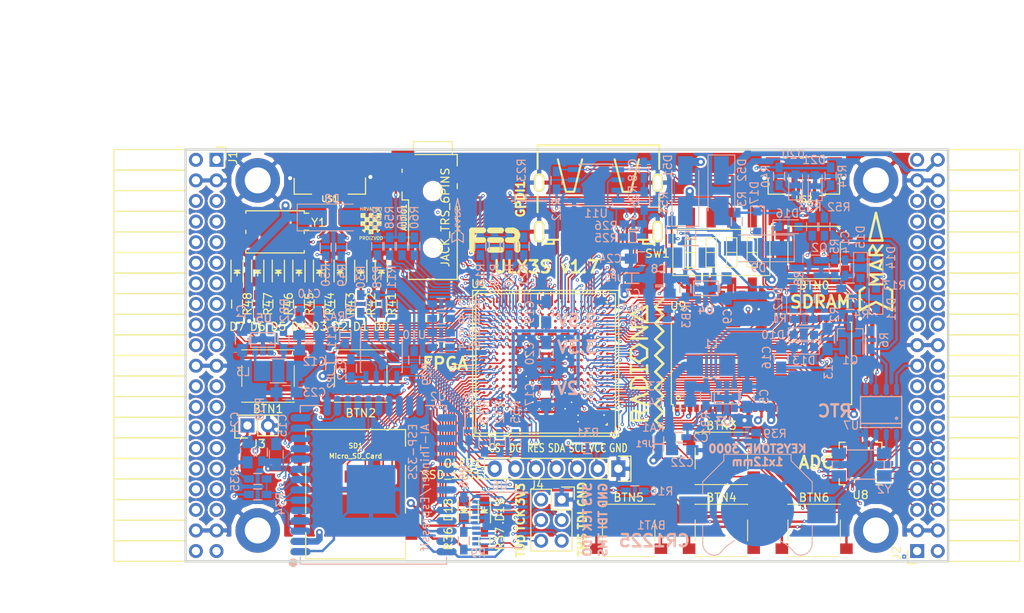
<source format=kicad_pcb>
(kicad_pcb (version 4) (host pcbnew 4.0.7+dfsg1-1)
  (layers (0 F.Cu signal) (1 In1.Cu signal) (2 In2.Cu signal) (31 B.Cu signal) (34 B.Paste user) (35 F.Paste user) (36 B.SilkS user) (37 F.SilkS user) (38 B.Mask user) (39 F.Mask user) (44 Edge.Cuts user))
  (net 0 "")
  (net 1 GND)
  (net 2 +5V)
  (net 3 /gpio/IN5V)
  (net 4 /gpio/OUT5V)
  (net 5 +3V3)
  (net 6 +1V2)
  (net 7 BTN_D)
  (net 8 BTN_F1)
  (net 9 BTN_F2)
  (net 10 BTN_L)
  (net 11 BTN_R)
  (net 12 BTN_U)
  (net 13 /power/FB1)
  (net 14 +2V5)
  (net 15 /power/PWREN)
  (net 16 /power/FB3)
  (net 17 /power/FB2)
  (net 18 "Net-(D9-Pad1)")
  (net 19 /power/VBAT)
  (net 20 JTAG_TDI)
  (net 21 JTAG_TCK)
  (net 22 JTAG_TMS)
  (net 23 JTAG_TDO)
  (net 24 /power/WAKEUPn)
  (net 25 /power/WKUP)
  (net 26 /power/SHUT)
  (net 27 /power/WAKE)
  (net 28 /power/HOLD)
  (net 29 /power/WKn)
  (net 30 /power/OSCI_32k)
  (net 31 /power/OSCO_32k)
  (net 32 "Net-(Q2-Pad3)")
  (net 33 SHUTDOWN)
  (net 34 /analog/AUDIO_L)
  (net 35 /analog/AUDIO_R)
  (net 36 GPDI_5V_SCL)
  (net 37 GPDI_5V_SDA)
  (net 38 GPDI_SDA)
  (net 39 GPDI_SCL)
  (net 40 /gpdi/VREF2)
  (net 41 SD_CMD)
  (net 42 SD_CLK)
  (net 43 SD_D0)
  (net 44 SD_D1)
  (net 45 USB5V)
  (net 46 GPDI_CEC)
  (net 47 nRESET)
  (net 48 FTDI_nDTR)
  (net 49 SDRAM_CKE)
  (net 50 SDRAM_A7)
  (net 51 SDRAM_D15)
  (net 52 SDRAM_BA1)
  (net 53 SDRAM_D7)
  (net 54 SDRAM_A6)
  (net 55 SDRAM_CLK)
  (net 56 SDRAM_D13)
  (net 57 SDRAM_BA0)
  (net 58 SDRAM_D6)
  (net 59 SDRAM_A5)
  (net 60 SDRAM_D14)
  (net 61 SDRAM_A11)
  (net 62 SDRAM_D12)
  (net 63 SDRAM_D5)
  (net 64 SDRAM_A4)
  (net 65 SDRAM_A10)
  (net 66 SDRAM_D11)
  (net 67 SDRAM_A3)
  (net 68 SDRAM_D4)
  (net 69 SDRAM_D10)
  (net 70 SDRAM_D9)
  (net 71 SDRAM_A9)
  (net 72 SDRAM_D3)
  (net 73 SDRAM_D8)
  (net 74 SDRAM_A8)
  (net 75 SDRAM_A2)
  (net 76 SDRAM_A1)
  (net 77 SDRAM_A0)
  (net 78 SDRAM_D2)
  (net 79 SDRAM_D1)
  (net 80 SDRAM_D0)
  (net 81 SDRAM_DQM0)
  (net 82 SDRAM_nCS)
  (net 83 SDRAM_nRAS)
  (net 84 SDRAM_DQM1)
  (net 85 SDRAM_nCAS)
  (net 86 SDRAM_nWE)
  (net 87 /flash/FLASH_nWP)
  (net 88 /flash/FLASH_nHOLD)
  (net 89 /flash/FLASH_MOSI)
  (net 90 /flash/FLASH_MISO)
  (net 91 /flash/FLASH_SCK)
  (net 92 /flash/FLASH_nCS)
  (net 93 /flash/FPGA_PROGRAMN)
  (net 94 /flash/FPGA_DONE)
  (net 95 /flash/FPGA_INITN)
  (net 96 OLED_RES)
  (net 97 OLED_DC)
  (net 98 OLED_CS)
  (net 99 WIFI_EN)
  (net 100 FTDI_nRTS)
  (net 101 FTDI_TXD)
  (net 102 FTDI_RXD)
  (net 103 WIFI_RXD)
  (net 104 WIFI_GPIO0)
  (net 105 WIFI_TXD)
  (net 106 GPDI_ETH-)
  (net 107 GPDI_ETH+)
  (net 108 GPDI_D2+)
  (net 109 GPDI_D2-)
  (net 110 GPDI_D1+)
  (net 111 GPDI_D1-)
  (net 112 GPDI_D0+)
  (net 113 GPDI_D0-)
  (net 114 GPDI_CLK+)
  (net 115 GPDI_CLK-)
  (net 116 USB_FTDI_D+)
  (net 117 USB_FTDI_D-)
  (net 118 J1_17-)
  (net 119 J1_17+)
  (net 120 J1_23-)
  (net 121 J1_23+)
  (net 122 J1_25-)
  (net 123 J1_25+)
  (net 124 J1_27-)
  (net 125 J1_27+)
  (net 126 J1_29-)
  (net 127 J1_29+)
  (net 128 J1_31-)
  (net 129 J1_31+)
  (net 130 J1_33-)
  (net 131 J1_33+)
  (net 132 J1_35-)
  (net 133 J1_35+)
  (net 134 J2_5-)
  (net 135 J2_5+)
  (net 136 J2_7-)
  (net 137 J2_7+)
  (net 138 J2_9-)
  (net 139 J2_9+)
  (net 140 J2_13-)
  (net 141 J2_13+)
  (net 142 J2_17-)
  (net 143 J2_17+)
  (net 144 J2_11-)
  (net 145 J2_11+)
  (net 146 J2_23-)
  (net 147 J2_23+)
  (net 148 J1_5-)
  (net 149 J1_5+)
  (net 150 J1_7-)
  (net 151 J1_7+)
  (net 152 J1_9-)
  (net 153 J1_9+)
  (net 154 J1_11-)
  (net 155 J1_11+)
  (net 156 J1_13-)
  (net 157 J1_13+)
  (net 158 J1_15-)
  (net 159 J1_15+)
  (net 160 J2_15-)
  (net 161 J2_15+)
  (net 162 J2_25-)
  (net 163 J2_25+)
  (net 164 J2_27-)
  (net 165 J2_27+)
  (net 166 J2_29-)
  (net 167 J2_29+)
  (net 168 J2_31-)
  (net 169 J2_31+)
  (net 170 J2_33-)
  (net 171 J2_33+)
  (net 172 J2_35-)
  (net 173 J2_35+)
  (net 174 SD_D3)
  (net 175 AUDIO_L3)
  (net 176 AUDIO_L2)
  (net 177 AUDIO_L1)
  (net 178 AUDIO_L0)
  (net 179 AUDIO_R3)
  (net 180 AUDIO_R2)
  (net 181 AUDIO_R1)
  (net 182 AUDIO_R0)
  (net 183 OLED_CLK)
  (net 184 OLED_MOSI)
  (net 185 LED0)
  (net 186 LED1)
  (net 187 LED2)
  (net 188 LED3)
  (net 189 LED4)
  (net 190 LED5)
  (net 191 LED6)
  (net 192 LED7)
  (net 193 BTN_PWRn)
  (net 194 FTDI_nTXLED)
  (net 195 FTDI_nSLEEP)
  (net 196 /blinkey/LED_PWREN)
  (net 197 /blinkey/LED_TXLED)
  (net 198 FT3V3)
  (net 199 /sdcard/SD3V3)
  (net 200 SD_D2)
  (net 201 CLK_25MHz)
  (net 202 /blinkey/BTNPUL)
  (net 203 /blinkey/BTNPUR)
  (net 204 USB_FPGA_D+)
  (net 205 /power/FTDI_nSUSPEND)
  (net 206 /blinkey/ALED0)
  (net 207 /blinkey/ALED1)
  (net 208 /blinkey/ALED2)
  (net 209 /blinkey/ALED3)
  (net 210 /blinkey/ALED4)
  (net 211 /blinkey/ALED5)
  (net 212 /blinkey/ALED6)
  (net 213 /blinkey/ALED7)
  (net 214 /usb/FTD-)
  (net 215 /usb/FTD+)
  (net 216 ADC_MISO)
  (net 217 ADC_MOSI)
  (net 218 ADC_CSn)
  (net 219 ADC_SCLK)
  (net 220 "Net-(R51-Pad2)")
  (net 221 SW3)
  (net 222 SW2)
  (net 223 SW1)
  (net 224 SW0)
  (net 225 USB_FPGA_D-)
  (net 226 /usb/FPD+)
  (net 227 /usb/FPD-)
  (net 228 WIFI_GPIO16)
  (net 229 WIFI_GPIO15)
  (net 230 /usb/ANT_433MHz)
  (net 231 /power/PWRBTn)
  (net 232 PROG_DONE)
  (net 233 /power/P1V2)
  (net 234 /power/P3V3)
  (net 235 /power/P2V5)
  (net 236 /power/L1)
  (net 237 /power/L3)
  (net 238 /power/L2)
  (net 239 FTDI_TXDEN)
  (net 240 /wifi/WIFIOFF)
  (net 241 SDRAM_A12)
  (net 242 /analog/AUDIO_V)
  (net 243 AUDIO_V3)
  (net 244 AUDIO_V2)
  (net 245 AUDIO_V1)
  (net 246 AUDIO_V0)
  (module SMD_Packages:1Pin (layer F.Cu) (at 182.67515 111.637626)
    (fp_text reference AE1 hide)
    (fp_text value 433MHz hide)
    (pad 1 smd rect (at 0 0) (size 0.5 0.5) (layers B.Cu F.Paste F.Mask) (net 230 /usb/ANT_433MHz))
  )
  (module Resistors_SMD:R_0603_HandSoldering (layer B.Cu) (at 103.498 98.758 90)
    (fp_text reference R38 (at 5.334 -0.254 90) (layer B.SilkS) (effects (justify mirror)))
    (fp_text value 0.47)
    (pad 1 smd rect (at -1.1 0 90) (size 1.2 0.9) (layers B.Cu B.Paste B.Mask) (net 199 /sdcard/SD3V3))
    (pad 2 smd rect (at 1.1 0 90) (size 1.2 0.9) (layers B.Cu B.Paste B.Mask) (net 5 +3V3))
  )
  (module jumper:SOLDER-JUMPER_1-WAY (layer B.Cu) (at 152.393 97.742 270)
    (fp_text reference JP1 (at 0 1.778 360) (layer B.SilkS) (effects (font (size 0.762 0.762) (thickness 0.1524)) (justify mirror)))
    (fp_text value 1.2 hide)
    (pad 1 smd rect (at -0.6 0 270) (size 1 1) (layers B.Cu B.Paste B.Mask) (net 233 /power/P1V2))
    (pad 2 smd rect (at 0.6 0 270) (size 1 1) (layers B.Cu B.Paste B.Mask) (net 6 +1V2))
  )
  (module ESP32-footprints-Lib:ESP-32S (layer B.Cu) (at 117.313 101.513)
    (fp_text reference U2 (at 7.902 -9.613 180) (layer B.SilkS) (effects (justify mirror)))
    (fp_text value ESP-32S)
    (fp_text user AI-Thinker/Espressif (at 6.3 1.6 270) (layer B.SilkS) (effects (justify mirror)))
    (fp_text user ESP-32S (at 4.8 -2.8 270) (layer B.SilkS) (effects (justify mirror)))
    (pad 38 smd oval (at 8.947434 9.517338 180) (size 2.5 0.9) (layers B.Cu B.Paste B.Mask) (net 1 GND))
    (pad 37 smd oval (at 8.947434 8.247338 180) (size 2.5 0.9) (layers B.Cu B.Paste B.Mask))
    (pad 36 smd oval (at 8.947434 6.977338 180) (size 2.5 0.9) (layers B.Cu B.Paste B.Mask) (net 232 PROG_DONE))
    (pad 35 smd oval (at 8.947434 5.707338 180) (size 2.5 0.9) (layers B.Cu B.Paste B.Mask) (net 105 WIFI_TXD))
    (pad 34 smd oval (at 8.947434 4.437338 180) (size 2.5 0.9) (layers B.Cu B.Paste B.Mask) (net 103 WIFI_RXD))
    (pad 33 smd oval (at 8.947434 3.167338 180) (size 2.5 0.9) (layers B.Cu B.Paste B.Mask) (net 22 JTAG_TMS))
    (pad 32 smd oval (at 8.947434 1.897338 180) (size 2.5 0.9) (layers B.Cu B.Paste B.Mask))
    (pad 31 smd oval (at 8.947434 0.627338 180) (size 2.5 0.9) (layers B.Cu B.Paste B.Mask) (net 20 JTAG_TDI))
    (pad 30 smd oval (at 8.947434 -0.642662 180) (size 2.5 0.9) (layers B.Cu B.Paste B.Mask) (net 21 JTAG_TCK))
    (pad 29 smd oval (at 8.947434 -1.912662 180) (size 2.5 0.9) (layers B.Cu B.Paste B.Mask))
    (pad 28 smd oval (at 8.947434 -3.182662 180) (size 2.5 0.9) (layers B.Cu B.Paste B.Mask) (net 23 JTAG_TDO))
    (pad 27 smd oval (at 8.947434 -4.452662 180) (size 2.5 0.9) (layers B.Cu B.Paste B.Mask) (net 228 WIFI_GPIO16))
    (pad 26 smd oval (at 8.947434 -5.722662 180) (size 2.5 0.9) (layers B.Cu B.Paste B.Mask))
    (pad 25 smd oval (at 8.947434 -6.992662 180) (size 2.5 0.9) (layers B.Cu B.Paste B.Mask) (net 104 WIFI_GPIO0))
    (pad 24 smd oval (at 5.662434 -8.482662 180) (size 0.9 2.5) (layers B.Cu B.Paste B.Mask))
    (pad 23 smd oval (at 4.392434 -8.482662 180) (size 0.9 2.5) (layers B.Cu B.Paste B.Mask) (net 229 WIFI_GPIO15))
    (pad 22 smd oval (at 3.122434 -8.482662 180) (size 0.9 2.5) (layers B.Cu B.Paste B.Mask) (net 44 SD_D1))
    (pad 21 smd oval (at 1.852434 -8.482662 180) (size 0.9 2.5) (layers B.Cu B.Paste B.Mask) (net 43 SD_D0))
    (pad 20 smd oval (at 0.582434 -8.482662 180) (size 0.9 2.5) (layers B.Cu B.Paste B.Mask) (net 42 SD_CLK))
    (pad 19 smd oval (at -0.687566 -8.482662 180) (size 0.9 2.5) (layers B.Cu B.Paste B.Mask) (net 41 SD_CMD))
    (pad 18 smd oval (at -1.957566 -8.482662 180) (size 0.9 2.5) (layers B.Cu B.Paste B.Mask))
    (pad 17 smd oval (at -3.227566 -8.482662 180) (size 0.9 2.5) (layers B.Cu B.Paste B.Mask))
    (pad 16 smd oval (at -4.497566 -8.482662 180) (size 0.9 2.5) (layers B.Cu B.Paste B.Mask) (net 124 J1_27-))
    (pad 15 smd oval (at -5.767566 -8.482662 180) (size 0.9 2.5) (layers B.Cu B.Paste B.Mask) (net 1 GND))
    (pad 14 smd oval (at -9.052566 -6.992662 180) (size 2.5 0.9) (layers B.Cu B.Paste B.Mask) (net 125 J1_27+))
    (pad 13 smd oval (at -9.052566 -5.722662 180) (size 2.5 0.9) (layers B.Cu B.Paste B.Mask) (net 126 J1_29-))
    (pad 12 smd oval (at -9.052566 -4.452662 180) (size 2.5 0.9) (layers B.Cu B.Paste B.Mask) (net 127 J1_29+))
    (pad 11 smd oval (at -9.052566 -3.182662 180) (size 2.5 0.9) (layers B.Cu B.Paste B.Mask) (net 128 J1_31-))
    (pad 10 smd oval (at -9.052566 -1.912662 180) (size 2.5 0.9) (layers B.Cu B.Paste B.Mask) (net 129 J1_31+))
    (pad 9 smd oval (at -9.052566 -0.642662 180) (size 2.5 0.9) (layers B.Cu B.Paste B.Mask) (net 130 J1_33-))
    (pad 8 smd oval (at -9.052566 0.627338 180) (size 2.5 0.9) (layers B.Cu B.Paste B.Mask) (net 131 J1_33+))
    (pad 7 smd oval (at -9.052566 1.897338 180) (size 2.5 0.9) (layers B.Cu B.Paste B.Mask) (net 132 J1_35-))
    (pad 6 smd oval (at -9.052566 3.167338 180) (size 2.5 0.9) (layers B.Cu B.Paste B.Mask) (net 133 J1_35+))
    (pad 5 smd oval (at -9.052566 4.437338 180) (size 2.5 0.9) (layers B.Cu B.Paste B.Mask))
    (pad 4 smd oval (at -9.052566 5.707338 180) (size 2.5 0.9) (layers B.Cu B.Paste B.Mask))
    (pad 3 smd oval (at -9.052566 6.977338 180) (size 2.5 0.9) (layers B.Cu B.Paste B.Mask) (net 99 WIFI_EN))
    (pad 2 smd oval (at -9.052566 8.247338 180) (size 2.5 0.9) (layers B.Cu B.Paste B.Mask) (net 5 +3V3))
    (pad 1 smd oval (at -9.052566 9.517338 180) (size 2.5 0.9) (layers B.Cu B.Paste B.Mask) (net 1 GND))
    (pad 39 smd rect (at -0.352566 1.817338 180) (size 6 6) (layers B.Cu B.Paste B.Mask) (net 1 GND))
  )
  (module Diodes_SMD:D_SMA_Handsoldering (layer B.Cu) (at 155.695 66.5 90)
    (fp_text reference D51 (at 3.048 -2.159 90) (layer B.SilkS) (effects (justify mirror)))
    (fp_text value STPS2L30AF hide)
    (pad 1 smd rect (at -2.5 0 90) (size 3.5 1.8) (layers B.Cu B.Paste B.Mask) (net 2 +5V))
    (pad 2 smd rect (at 2.5 0 90) (size 3.5 1.8) (layers B.Cu B.Paste B.Mask) (net 3 /gpio/IN5V))
  )
  (module Resistors_SMD:R_0603_HandSoldering (layer B.Cu) (at 154.044 71.326 90)
    (fp_text reference R51 (at 3.302 -1.016 90) (layer B.SilkS) (effects (justify mirror)))
    (fp_text value 150)
    (pad 1 smd rect (at -1.1 0 90) (size 1.2 0.9) (layers B.Cu B.Paste B.Mask) (net 5 +3V3))
    (pad 2 smd rect (at 1.1 0 90) (size 1.2 0.9) (layers B.Cu B.Paste B.Mask) (net 220 "Net-(R51-Pad2)"))
  )
  (module Resistors_SMD:R_1210_HandSoldering (layer B.Cu) (at 158.87 88.09 180)
    (fp_text reference L1 (at 0 2.7 180) (layer B.SilkS) (effects (justify mirror)))
    (fp_text value 2.2uH)
    (pad 1 smd rect (at -2 0 180) (size 2 2.5) (layers B.Cu B.Paste B.Mask) (net 236 /power/L1))
    (pad 2 smd rect (at 2 0 180) (size 2 2.5) (layers B.Cu B.Paste B.Mask) (net 233 /power/P1V2))
  )
  (module TSOT-25:TSOT-25 (layer B.Cu) (at 160.775 91.9)
    (fp_text reference U3 (at -0.381 3.048) (layer B.SilkS) (effects (font (thickness 0.2)) (justify mirror)))
    (fp_text value AP3429A)
    (pad 1 smd rect (at -0.95 -1.3) (size 0.7 1.2) (layers B.Cu B.Paste B.Mask) (net 15 /power/PWREN))
    (pad 2 smd rect (at 0 -1.3) (size 0.7 1.2) (layers B.Cu B.Paste B.Mask) (net 1 GND))
    (pad 3 smd rect (at 0.95 -1.3) (size 0.7 1.2) (layers B.Cu B.Paste B.Mask) (net 236 /power/L1))
    (pad 4 smd rect (at 0.95 1.3) (size 0.7 1.2) (layers B.Cu B.Paste B.Mask) (net 2 +5V))
    (pad 5 smd rect (at -0.95 1.3) (size 0.7 1.2) (layers B.Cu B.Paste B.Mask) (net 13 /power/FB1))
  )
  (module Resistors_SMD:R_1210_HandSoldering (layer B.Cu) (at 156.33 74.755 180)
    (fp_text reference L2 (at 0 2.7 180) (layer B.SilkS) (effects (justify mirror)))
    (fp_text value 2.2uH)
    (pad 1 smd rect (at -2 0 180) (size 2 2.5) (layers B.Cu B.Paste B.Mask) (net 237 /power/L3))
    (pad 2 smd rect (at 2 0 180) (size 2 2.5) (layers B.Cu B.Paste B.Mask) (net 234 /power/P3V3))
  )
  (module TSOT-25:TSOT-25 (layer B.Cu) (at 158.235 78.535)
    (fp_text reference U4 (at 0 2.697) (layer B.SilkS) (effects (font (thickness 0.2)) (justify mirror)))
    (fp_text value AP3429A)
    (pad 1 smd rect (at -0.95 -1.3) (size 0.7 1.2) (layers B.Cu B.Paste B.Mask) (net 15 /power/PWREN))
    (pad 2 smd rect (at 0 -1.3) (size 0.7 1.2) (layers B.Cu B.Paste B.Mask) (net 1 GND))
    (pad 3 smd rect (at 0.95 -1.3) (size 0.7 1.2) (layers B.Cu B.Paste B.Mask) (net 237 /power/L3))
    (pad 4 smd rect (at 0.95 1.3) (size 0.7 1.2) (layers B.Cu B.Paste B.Mask) (net 2 +5V))
    (pad 5 smd rect (at -0.95 1.3) (size 0.7 1.2) (layers B.Cu B.Paste B.Mask) (net 16 /power/FB3))
  )
  (module LEDs:LED_0805 (layer F.Cu) (at 118.23 76.66 270)
    (fp_text reference D0 (at 6.604 0 360) (layer F.SilkS))
    (fp_text value RED hide)
    (pad 2 smd rect (at 1.04902 0 90) (size 1.19888 1.19888) (layers F.Cu F.Paste F.Mask) (net 206 /blinkey/ALED0))
    (pad 1 smd rect (at -1.04902 0 90) (size 1.19888 1.19888) (layers F.Cu F.Paste F.Mask) (net 1 GND))
  )
  (module LEDs:LED_0805 (layer F.Cu) (at 115.69 76.66 270)
    (fp_text reference D1 (at 6.604 0 360) (layer F.SilkS))
    (fp_text value RED hide)
    (pad 2 smd rect (at 1.04902 0 90) (size 1.19888 1.19888) (layers F.Cu F.Paste F.Mask) (net 207 /blinkey/ALED1))
    (pad 1 smd rect (at -1.04902 0 90) (size 1.19888 1.19888) (layers F.Cu F.Paste F.Mask) (net 1 GND))
  )
  (module LEDs:LED_0805 (layer F.Cu) (at 113.15 76.66 270)
    (fp_text reference D2 (at 6.604 0 360) (layer F.SilkS))
    (fp_text value RED hide)
    (pad 2 smd rect (at 1.04902 0 90) (size 1.19888 1.19888) (layers F.Cu F.Paste F.Mask) (net 208 /blinkey/ALED2))
    (pad 1 smd rect (at -1.04902 0 90) (size 1.19888 1.19888) (layers F.Cu F.Paste F.Mask) (net 1 GND))
  )
  (module LEDs:LED_0805 (layer F.Cu) (at 110.61 76.66 270)
    (fp_text reference D3 (at 6.604 0 360) (layer F.SilkS))
    (fp_text value RED hide)
    (pad 2 smd rect (at 1.04902 0 90) (size 1.19888 1.19888) (layers F.Cu F.Paste F.Mask) (net 209 /blinkey/ALED3))
    (pad 1 smd rect (at -1.04902 0 90) (size 1.19888 1.19888) (layers F.Cu F.Paste F.Mask) (net 1 GND))
  )
  (module LEDs:LED_0805 (layer F.Cu) (at 108.07 76.66 270)
    (fp_text reference D4 (at 6.604 0 360) (layer F.SilkS))
    (fp_text value RED hide)
    (pad 2 smd rect (at 1.04902 0 90) (size 1.19888 1.19888) (layers F.Cu F.Paste F.Mask) (net 210 /blinkey/ALED4))
    (pad 1 smd rect (at -1.04902 0 90) (size 1.19888 1.19888) (layers F.Cu F.Paste F.Mask) (net 1 GND))
  )
  (module LEDs:LED_0805 (layer F.Cu) (at 105.53 76.66 270)
    (fp_text reference D5 (at 6.604 0 360) (layer F.SilkS))
    (fp_text value RED hide)
    (pad 2 smd rect (at 1.04902 0 90) (size 1.19888 1.19888) (layers F.Cu F.Paste F.Mask) (net 211 /blinkey/ALED5))
    (pad 1 smd rect (at -1.04902 0 90) (size 1.19888 1.19888) (layers F.Cu F.Paste F.Mask) (net 1 GND))
  )
  (module LEDs:LED_0805 (layer F.Cu) (at 102.99 76.66 270)
    (fp_text reference D6 (at 6.604 0 360) (layer F.SilkS))
    (fp_text value RED hide)
    (pad 2 smd rect (at 1.04902 0 90) (size 1.19888 1.19888) (layers F.Cu F.Paste F.Mask) (net 212 /blinkey/ALED6))
    (pad 1 smd rect (at -1.04902 0 90) (size 1.19888 1.19888) (layers F.Cu F.Paste F.Mask) (net 1 GND))
  )
  (module LEDs:LED_0805 (layer F.Cu) (at 100.45 76.66 270)
    (fp_text reference D7 (at 6.604 0 360) (layer F.SilkS))
    (fp_text value RED hide)
    (pad 2 smd rect (at 1.04902 0 90) (size 1.19888 1.19888) (layers F.Cu F.Paste F.Mask) (net 213 /blinkey/ALED7))
    (pad 1 smd rect (at -1.04902 0 90) (size 1.19888 1.19888) (layers F.Cu F.Paste F.Mask) (net 1 GND))
  )
  (module Resistors_SMD:R_1210_HandSoldering (layer B.Cu) (at 105.53 88.725)
    (fp_text reference L3 (at -4.318 0.127) (layer B.SilkS) (effects (justify mirror)))
    (fp_text value 2.2uH)
    (pad 1 smd rect (at -2 0) (size 2 2.5) (layers B.Cu B.Paste B.Mask) (net 238 /power/L2))
    (pad 2 smd rect (at 2 0) (size 2 2.5) (layers B.Cu B.Paste B.Mask) (net 235 /power/P2V5))
  )
  (module TSOT-25:TSOT-25 (layer B.Cu) (at 103.625 84.915 180)
    (fp_text reference U5 (at -0.127 2.667 180) (layer B.SilkS) (effects (font (thickness 0.2)) (justify mirror)))
    (fp_text value AP3429A)
    (pad 1 smd rect (at -0.95 -1.3 180) (size 0.7 1.2) (layers B.Cu B.Paste B.Mask) (net 15 /power/PWREN))
    (pad 2 smd rect (at 0 -1.3 180) (size 0.7 1.2) (layers B.Cu B.Paste B.Mask) (net 1 GND))
    (pad 3 smd rect (at 0.95 -1.3 180) (size 0.7 1.2) (layers B.Cu B.Paste B.Mask) (net 238 /power/L2))
    (pad 4 smd rect (at 0.95 1.3 180) (size 0.7 1.2) (layers B.Cu B.Paste B.Mask) (net 2 +5V))
    (pad 5 smd rect (at -0.95 1.3 180) (size 0.7 1.2) (layers B.Cu B.Paste B.Mask) (net 17 /power/FB2))
  )
  (module Capacitors_SMD:C_0805_HandSoldering (layer B.Cu) (at 101.085 84.915 270)
    (fp_text reference C1 (at -3.429 0.127 270) (layer B.SilkS) (effects (justify mirror)))
    (fp_text value 22uF)
    (pad 1 smd rect (at -1.25 0 270) (size 1.5 1.25) (layers B.Cu B.Paste B.Mask) (net 2 +5V))
    (pad 2 smd rect (at 1.25 0 270) (size 1.5 1.25) (layers B.Cu B.Paste B.Mask) (net 1 GND))
  )
  (module Capacitors_SMD:C_0805_HandSoldering (layer B.Cu) (at 155.06 90.63)
    (fp_text reference C3 (at -3.048 0) (layer B.SilkS) (effects (justify mirror)))
    (fp_text value 22uF)
    (pad 1 smd rect (at -1.25 0) (size 1.5 1.25) (layers B.Cu B.Paste B.Mask) (net 233 /power/P1V2))
    (pad 2 smd rect (at 1.25 0) (size 1.5 1.25) (layers B.Cu B.Paste B.Mask) (net 1 GND))
  )
  (module Capacitors_SMD:C_0805_HandSoldering (layer B.Cu) (at 155.06 92.535)
    (fp_text reference C4 (at -3.048 0.127) (layer B.SilkS) (effects (justify mirror)))
    (fp_text value 22uF)
    (pad 1 smd rect (at -1.25 0) (size 1.5 1.25) (layers B.Cu B.Paste B.Mask) (net 233 /power/P1V2))
    (pad 2 smd rect (at 1.25 0) (size 1.5 1.25) (layers B.Cu B.Paste B.Mask) (net 1 GND))
  )
  (module Capacitors_SMD:C_0805_HandSoldering (layer B.Cu) (at 163.315 91.9 90)
    (fp_text reference C5 (at 0 2.1 90) (layer B.SilkS) (effects (justify mirror)))
    (fp_text value 22uF)
    (pad 1 smd rect (at -1.25 0 90) (size 1.5 1.25) (layers B.Cu B.Paste B.Mask) (net 2 +5V))
    (pad 2 smd rect (at 1.25 0 90) (size 1.5 1.25) (layers B.Cu B.Paste B.Mask) (net 1 GND))
  )
  (module Capacitors_SMD:C_0805_HandSoldering (layer B.Cu) (at 152.52 79.2)
    (fp_text reference C7 (at -3.302 0) (layer B.SilkS) (effects (justify mirror)))
    (fp_text value 22uF)
    (pad 1 smd rect (at -1.25 0) (size 1.5 1.25) (layers B.Cu B.Paste B.Mask) (net 234 /power/P3V3))
    (pad 2 smd rect (at 1.25 0) (size 1.5 1.25) (layers B.Cu B.Paste B.Mask) (net 1 GND))
  )
  (module Capacitors_SMD:C_0805_HandSoldering (layer B.Cu) (at 152.52 77.295)
    (fp_text reference C8 (at -0.127 -1.143) (layer B.SilkS) (effects (justify mirror)))
    (fp_text value 22uF)
    (pad 1 smd rect (at -1.25 0) (size 1.5 1.25) (layers B.Cu B.Paste B.Mask) (net 234 /power/P3V3))
    (pad 2 smd rect (at 1.25 0) (size 1.5 1.25) (layers B.Cu B.Paste B.Mask) (net 1 GND))
  )
  (module Capacitors_SMD:C_0805_HandSoldering (layer B.Cu) (at 160.775 78.565 90)
    (fp_text reference C9 (at -3.429 0.127 90) (layer B.SilkS) (effects (justify mirror)))
    (fp_text value 22uF)
    (pad 1 smd rect (at -1.25 0 90) (size 1.5 1.25) (layers B.Cu B.Paste B.Mask) (net 2 +5V))
    (pad 2 smd rect (at 1.25 0 90) (size 1.5 1.25) (layers B.Cu B.Paste B.Mask) (net 1 GND))
  )
  (module Capacitors_SMD:C_0805_HandSoldering (layer B.Cu) (at 109.34 84.28 180)
    (fp_text reference C11 (at -2.794 -0.254 270) (layer B.SilkS) (effects (justify mirror)))
    (fp_text value 22uF)
    (pad 1 smd rect (at -1.25 0 180) (size 1.5 1.25) (layers B.Cu B.Paste B.Mask) (net 235 /power/P2V5))
    (pad 2 smd rect (at 1.25 0 180) (size 1.5 1.25) (layers B.Cu B.Paste B.Mask) (net 1 GND))
  )
  (module Capacitors_SMD:C_0805_HandSoldering (layer B.Cu) (at 109.34 86.185 180)
    (fp_text reference C12 (at -0.635 -1.397 360) (layer B.SilkS) (effects (justify mirror)))
    (fp_text value 22uF)
    (pad 1 smd rect (at -1.25 0 180) (size 1.5 1.25) (layers B.Cu B.Paste B.Mask) (net 235 /power/P2V5))
    (pad 2 smd rect (at 1.25 0 180) (size 1.5 1.25) (layers B.Cu B.Paste B.Mask) (net 1 GND))
  )
  (module Power_Integrations:SO-8 (layer B.Cu) (at 179.825 93.805 180)
    (fp_text reference U7 (at 3.683 -1.651 180) (layer B.SilkS) (effects (justify mirror)))
    (fp_text value PCF8523)
    (pad 1 smd oval (at -1.905 -2.794 180) (size 0.6096 1.4732) (layers B.Cu B.Paste B.Mask) (net 30 /power/OSCI_32k))
    (pad 2 smd oval (at -0.635 -2.794 180) (size 0.6096 1.4732) (layers B.Cu B.Paste B.Mask) (net 31 /power/OSCO_32k))
    (pad 3 smd oval (at 0.635 -2.794 180) (size 0.6096 1.4732) (layers B.Cu B.Paste B.Mask) (net 19 /power/VBAT))
    (pad 4 smd oval (at 1.905 -2.794 180) (size 0.6096 1.4732) (layers B.Cu B.Paste B.Mask) (net 1 GND))
    (pad 5 smd oval (at 1.905 2.794 180) (size 0.6096 1.4732) (layers B.Cu B.Paste B.Mask) (net 38 GPDI_SDA))
    (pad 6 smd oval (at 0.635 2.794 180) (size 0.6096 1.4732) (layers B.Cu B.Paste B.Mask) (net 39 GPDI_SCL))
    (pad 7 smd oval (at -0.635 2.794 180) (size 0.6096 1.4732) (layers B.Cu B.Paste B.Mask) (net 24 /power/WAKEUPn))
    (pad 8 smd oval (at -1.905 2.794 180) (size 0.6096 1.4732) (layers B.Cu B.Paste B.Mask) (net 5 +3V3))
  )
  (module Capacitors_SMD:C_0805_HandSoldering (layer B.Cu) (at 173.221 84.788 90)
    (fp_text reference C13 (at -3.556 0.127 90) (layer B.SilkS) (effects (justify mirror)))
    (fp_text value 2.2uF)
    (pad 1 smd rect (at -1.25 0 90) (size 1.5 1.25) (layers B.Cu B.Paste B.Mask) (net 2 +5V))
    (pad 2 smd rect (at 1.25 0 90) (size 1.5 1.25) (layers B.Cu B.Paste B.Mask) (net 25 /power/WKUP))
  )
  (module TSOP54:TSOP54 (layer F.Cu) (at 165.08 87.8 90)
    (fp_text reference U9 (at 7.076 -10.274 180) (layer F.SilkS))
    (fp_text value MT48LC4M16A2TG)
    (pad 28 smd rect (at 5.53 10.4 90) (size 0.9 0.56) (layers F.Cu F.Paste F.Mask) (net 1 GND))
    (pad 1 smd rect (at -5.53 -10.4 90) (size 0.9 0.56) (layers F.Cu F.Paste F.Mask) (net 5 +3V3))
    (pad 2 smd rect (at -5.53 -9.6 90) (size 0.9 0.56) (layers F.Cu F.Paste F.Mask) (net 80 SDRAM_D0))
    (pad 3 smd rect (at -5.53 -8.8 90) (size 0.9 0.56) (layers F.Cu F.Paste F.Mask) (net 5 +3V3))
    (pad 4 smd rect (at -5.53 -8 90) (size 0.9 0.56) (layers F.Cu F.Paste F.Mask) (net 79 SDRAM_D1))
    (pad 5 smd rect (at -5.53 -7.2 90) (size 0.9 0.56) (layers F.Cu F.Paste F.Mask) (net 78 SDRAM_D2))
    (pad 6 smd rect (at -5.53 -6.4 90) (size 0.9 0.56) (layers F.Cu F.Paste F.Mask) (net 1 GND))
    (pad 7 smd rect (at -5.53 -5.6 90) (size 0.9 0.56) (layers F.Cu F.Paste F.Mask) (net 72 SDRAM_D3))
    (pad 8 smd rect (at -5.53 -4.8 90) (size 0.9 0.56) (layers F.Cu F.Paste F.Mask) (net 68 SDRAM_D4))
    (pad 9 smd rect (at -5.53 -4 90) (size 0.9 0.56) (layers F.Cu F.Paste F.Mask) (net 5 +3V3))
    (pad 10 smd rect (at -5.53 -3.2 90) (size 0.9 0.56) (layers F.Cu F.Paste F.Mask) (net 63 SDRAM_D5))
    (pad 11 smd rect (at -5.53 -2.4 90) (size 0.9 0.56) (layers F.Cu F.Paste F.Mask) (net 58 SDRAM_D6))
    (pad 12 smd rect (at -5.53 -1.6 90) (size 0.9 0.56) (layers F.Cu F.Paste F.Mask) (net 1 GND))
    (pad 13 smd rect (at -5.53 -0.8 90) (size 0.9 0.56) (layers F.Cu F.Paste F.Mask) (net 53 SDRAM_D7))
    (pad 14 smd rect (at -5.53 0 90) (size 0.9 0.56) (layers F.Cu F.Paste F.Mask) (net 5 +3V3))
    (pad 15 smd rect (at -5.53 0.8 90) (size 0.9 0.56) (layers F.Cu F.Paste F.Mask) (net 81 SDRAM_DQM0))
    (pad 16 smd rect (at -5.53 1.6 90) (size 0.9 0.56) (layers F.Cu F.Paste F.Mask) (net 86 SDRAM_nWE))
    (pad 17 smd rect (at -5.53 2.4 90) (size 0.9 0.56) (layers F.Cu F.Paste F.Mask) (net 85 SDRAM_nCAS))
    (pad 18 smd rect (at -5.53 3.2 90) (size 0.9 0.56) (layers F.Cu F.Paste F.Mask) (net 83 SDRAM_nRAS))
    (pad 19 smd rect (at -5.53 4 90) (size 0.9 0.56) (layers F.Cu F.Paste F.Mask) (net 82 SDRAM_nCS))
    (pad 20 smd rect (at -5.53 4.8 90) (size 0.9 0.56) (layers F.Cu F.Paste F.Mask) (net 57 SDRAM_BA0))
    (pad 21 smd rect (at -5.53 5.6 90) (size 0.9 0.56) (layers F.Cu F.Paste F.Mask) (net 52 SDRAM_BA1))
    (pad 22 smd rect (at -5.53 6.4 90) (size 0.9 0.56) (layers F.Cu F.Paste F.Mask) (net 65 SDRAM_A10))
    (pad 23 smd rect (at -5.53 7.2 90) (size 0.9 0.56) (layers F.Cu F.Paste F.Mask) (net 77 SDRAM_A0))
    (pad 24 smd rect (at -5.53 8 90) (size 0.9 0.56) (layers F.Cu F.Paste F.Mask) (net 76 SDRAM_A1))
    (pad 25 smd rect (at -5.53 8.8 90) (size 0.9 0.56) (layers F.Cu F.Paste F.Mask) (net 75 SDRAM_A2))
    (pad 26 smd rect (at -5.53 9.6 90) (size 0.9 0.56) (layers F.Cu F.Paste F.Mask) (net 67 SDRAM_A3))
    (pad 27 smd rect (at -5.53 10.4 90) (size 0.9 0.56) (layers F.Cu F.Paste F.Mask) (net 5 +3V3))
    (pad 29 smd rect (at 5.53 9.6 90) (size 0.9 0.56) (layers F.Cu F.Paste F.Mask) (net 64 SDRAM_A4))
    (pad 30 smd rect (at 5.53 8.8 90) (size 0.9 0.56) (layers F.Cu F.Paste F.Mask) (net 59 SDRAM_A5))
    (pad 31 smd rect (at 5.53 8 90) (size 0.9 0.56) (layers F.Cu F.Paste F.Mask) (net 54 SDRAM_A6))
    (pad 32 smd rect (at 5.53 7.2 90) (size 0.9 0.56) (layers F.Cu F.Paste F.Mask) (net 50 SDRAM_A7))
    (pad 33 smd rect (at 5.53 6.4 90) (size 0.9 0.56) (layers F.Cu F.Paste F.Mask) (net 74 SDRAM_A8))
    (pad 34 smd rect (at 5.53 5.6 90) (size 0.9 0.56) (layers F.Cu F.Paste F.Mask) (net 71 SDRAM_A9))
    (pad 35 smd rect (at 5.53 4.8 90) (size 0.9 0.56) (layers F.Cu F.Paste F.Mask) (net 61 SDRAM_A11))
    (pad 36 smd rect (at 5.53 4 90) (size 0.9 0.56) (layers F.Cu F.Paste F.Mask) (net 241 SDRAM_A12))
    (pad 37 smd rect (at 5.53 3.2 90) (size 0.9 0.56) (layers F.Cu F.Paste F.Mask) (net 49 SDRAM_CKE))
    (pad 38 smd rect (at 5.53 2.4 90) (size 0.9 0.56) (layers F.Cu F.Paste F.Mask) (net 55 SDRAM_CLK))
    (pad 39 smd rect (at 5.53 1.6 90) (size 0.9 0.56) (layers F.Cu F.Paste F.Mask) (net 84 SDRAM_DQM1))
    (pad 40 smd rect (at 5.53 0.8 90) (size 0.9 0.56) (layers F.Cu F.Paste F.Mask))
    (pad 41 smd rect (at 5.53 0 90) (size 0.9 0.56) (layers F.Cu F.Paste F.Mask) (net 1 GND))
    (pad 42 smd rect (at 5.53 -0.8 90) (size 0.9 0.56) (layers F.Cu F.Paste F.Mask) (net 73 SDRAM_D8))
    (pad 43 smd rect (at 5.53 -1.6 90) (size 0.9 0.56) (layers F.Cu F.Paste F.Mask) (net 5 +3V3))
    (pad 44 smd rect (at 5.53 -2.4 90) (size 0.9 0.56) (layers F.Cu F.Paste F.Mask) (net 70 SDRAM_D9))
    (pad 45 smd rect (at 5.53 -3.2 90) (size 0.9 0.56) (layers F.Cu F.Paste F.Mask) (net 69 SDRAM_D10))
    (pad 46 smd rect (at 5.53 -4 90) (size 0.9 0.56) (layers F.Cu F.Paste F.Mask) (net 1 GND))
    (pad 47 smd rect (at 5.53 -4.8 90) (size 0.9 0.56) (layers F.Cu F.Paste F.Mask) (net 66 SDRAM_D11))
    (pad 48 smd rect (at 5.53 -5.6 90) (size 0.9 0.56) (layers F.Cu F.Paste F.Mask) (net 62 SDRAM_D12))
    (pad 49 smd rect (at 5.53 -6.4 90) (size 0.9 0.56) (layers F.Cu F.Paste F.Mask) (net 5 +3V3))
    (pad 50 smd rect (at 5.53 -7.2 90) (size 0.9 0.56) (layers F.Cu F.Paste F.Mask) (net 56 SDRAM_D13))
    (pad 51 smd rect (at 5.53 -8 90) (size 0.9 0.56) (layers F.Cu F.Paste F.Mask) (net 60 SDRAM_D14))
    (pad 52 smd rect (at 5.53 -8.8 90) (size 0.9 0.56) (layers F.Cu F.Paste F.Mask) (net 1 GND))
    (pad 53 smd rect (at 5.53 -9.6 90) (size 0.9 0.56) (layers F.Cu F.Paste F.Mask) (net 51 SDRAM_D15))
    (pad 54 smd rect (at 5.53 -10.4 90) (size 0.9 0.56) (layers F.Cu F.Paste F.Mask) (net 1 GND))
  )
  (module TO_SOT_Packages_SMD:SOT-23_Handsoldering (layer B.Cu) (at 176.015 84.28 90)
    (fp_text reference Q1 (at -3.1115 0 180) (layer B.SilkS) (effects (justify mirror)))
    (fp_text value BC857)
    (pad 1 smd rect (at -1.5 0.95 90) (size 1.9 0.8) (layers B.Cu B.Paste B.Mask) (net 29 /power/WKn))
    (pad 2 smd rect (at -1.5 -0.95 90) (size 1.9 0.8) (layers B.Cu B.Paste B.Mask) (net 2 +5V))
    (pad 3 smd rect (at 1.5 0 90) (size 1.9 0.8) (layers B.Cu B.Paste B.Mask) (net 25 /power/WKUP))
  )
  (module TO_SOT_Packages_SMD:SOT-23_Handsoldering (layer B.Cu) (at 170.935 76.025 180)
    (fp_text reference Q2 (at -1.295 2.5 180) (layer B.SilkS) (effects (justify mirror)))
    (fp_text value 2N7002)
    (pad 1 smd rect (at -1.5 0.95 180) (size 1.9 0.8) (layers B.Cu B.Paste B.Mask) (net 26 /power/SHUT))
    (pad 2 smd rect (at -1.5 -0.95 180) (size 1.9 0.8) (layers B.Cu B.Paste B.Mask) (net 1 GND))
    (pad 3 smd rect (at 1.5 0 180) (size 1.9 0.8) (layers B.Cu B.Paste B.Mask) (net 32 "Net-(Q2-Pad3)"))
  )
  (module Capacitors_SMD:C_0603_HandSoldering (layer B.Cu) (at 154.86 96.91)
    (fp_text reference C2 (at 2.74 0.07) (layer B.SilkS) (effects (justify mirror)))
    (fp_text value 470pF)
    (pad 1 smd rect (at -0.95 0) (size 1.2 0.75) (layers B.Cu B.Paste B.Mask) (net 233 /power/P1V2))
    (pad 2 smd rect (at 0.95 0) (size 1.2 0.75) (layers B.Cu B.Paste B.Mask) (net 13 /power/FB1))
  )
  (module Capacitors_SMD:C_0603_HandSoldering (layer B.Cu) (at 152.52 82.375)
    (fp_text reference C6 (at -2.794 0.127) (layer B.SilkS) (effects (justify mirror)))
    (fp_text value 470pF)
    (pad 1 smd rect (at -0.95 0) (size 1.2 0.75) (layers B.Cu B.Paste B.Mask) (net 234 /power/P3V3))
    (pad 2 smd rect (at 0.95 0) (size 1.2 0.75) (layers B.Cu B.Paste B.Mask) (net 16 /power/FB3))
  )
  (module Capacitors_SMD:C_0603_HandSoldering (layer B.Cu) (at 109.34 81.105 180)
    (fp_text reference C10 (at 0 1.9 180) (layer B.SilkS) (effects (justify mirror)))
    (fp_text value 470pF)
    (pad 1 smd rect (at -0.95 0 180) (size 1.2 0.75) (layers B.Cu B.Paste B.Mask) (net 235 /power/P2V5))
    (pad 2 smd rect (at 0.95 0 180) (size 1.2 0.75) (layers B.Cu B.Paste B.Mask) (net 17 /power/FB2))
  )
  (module Capacitors_SMD:C_0603_HandSoldering (layer B.Cu) (at 175.38 76.025 270)
    (fp_text reference C14 (at -3.175 0 270) (layer B.SilkS) (effects (justify mirror)))
    (fp_text value 100nF)
    (pad 1 smd rect (at -0.95 0 270) (size 1.2 0.75) (layers B.Cu B.Paste B.Mask) (net 26 /power/SHUT))
    (pad 2 smd rect (at 0.95 0 270) (size 1.2 0.75) (layers B.Cu B.Paste B.Mask) (net 1 GND))
  )
  (module Resistors_SMD:R_0603_HandSoldering (layer B.Cu) (at 170.3 82.375)
    (fp_text reference R1 (at -3.048 -0.127) (layer B.SilkS) (effects (justify mirror)))
    (fp_text value 15k)
    (pad 1 smd rect (at -1.1 0) (size 1.2 0.9) (layers B.Cu B.Paste B.Mask) (net 27 /power/WAKE))
    (pad 2 smd rect (at 1.1 0) (size 1.2 0.9) (layers B.Cu B.Paste B.Mask) (net 15 /power/PWREN))
  )
  (module Resistors_SMD:R_0603_HandSoldering (layer B.Cu) (at 172.84 79.835 90)
    (fp_text reference R2 (at -1.905 1.27 90) (layer B.SilkS) (effects (justify mirror)))
    (fp_text value 47k)
    (pad 1 smd rect (at -1.1 0 90) (size 1.2 0.9) (layers B.Cu B.Paste B.Mask) (net 15 /power/PWREN))
    (pad 2 smd rect (at 1.1 0 90) (size 1.2 0.9) (layers B.Cu B.Paste B.Mask) (net 1 GND))
  )
  (module Resistors_SMD:R_0603_HandSoldering (layer B.Cu) (at 176.015 80.47 180)
    (fp_text reference R4 (at -1.397 -1.27 360) (layer B.SilkS) (effects (justify mirror)))
    (fp_text value 15k)
    (pad 1 smd rect (at -1.1 0 180) (size 1.2 0.9) (layers B.Cu B.Paste B.Mask) (net 28 /power/HOLD))
    (pad 2 smd rect (at 1.1 0 180) (size 1.2 0.9) (layers B.Cu B.Paste B.Mask) (net 15 /power/PWREN))
  )
  (module Resistors_SMD:R_0603_HandSoldering (layer B.Cu) (at 174.11 76.025 270)
    (fp_text reference R5 (at -2.667 0 270) (layer B.SilkS) (effects (justify mirror)))
    (fp_text value 4.7M)
    (pad 1 smd rect (at -1.1 0 270) (size 1.2 0.9) (layers B.Cu B.Paste B.Mask) (net 26 /power/SHUT))
    (pad 2 smd rect (at 1.1 0 270) (size 1.2 0.9) (layers B.Cu B.Paste B.Mask) (net 1 GND))
  )
  (module Resistors_SMD:R_0603_HandSoldering (layer B.Cu) (at 178.555 84.915 270)
    (fp_text reference R6 (at 0 -1.651 270) (layer B.SilkS) (effects (justify mirror)))
    (fp_text value 1k)
    (pad 1 smd rect (at -1.1 0 270) (size 1.2 0.9) (layers B.Cu B.Paste B.Mask) (net 29 /power/WKn))
    (pad 2 smd rect (at 1.1 0 270) (size 1.2 0.9) (layers B.Cu B.Paste B.Mask) (net 24 /power/WAKEUPn))
  )
  (module Resistors_SMD:R_0603_HandSoldering (layer B.Cu) (at 113.785 84.28 270)
    (fp_text reference R7 (at -2.794 -0.635 270) (layer B.SilkS) (effects (justify mirror)))
    (fp_text value 150)
    (pad 1 smd rect (at -1.1 0 270) (size 1.2 0.9) (layers B.Cu B.Paste B.Mask) (net 5 +3V3))
    (pad 2 smd rect (at 1.1 0 270) (size 1.2 0.9) (layers B.Cu B.Paste B.Mask) (net 202 /blinkey/BTNPUL))
  )
  (module Resistors_SMD:R_0603_HandSoldering (layer B.Cu) (at 170.935 79.835 90)
    (fp_text reference R8 (at 2.54 -1.27 90) (layer B.SilkS) (effects (justify mirror)))
    (fp_text value 1k)
    (pad 1 smd rect (at -1.1 0 90) (size 1.2 0.9) (layers B.Cu B.Paste B.Mask) (net 15 /power/PWREN))
    (pad 2 smd rect (at 1.1 0 90) (size 1.2 0.9) (layers B.Cu B.Paste B.Mask) (net 32 "Net-(Q2-Pad3)"))
  )
  (module Resistors_SMD:R_0603_HandSoldering (layer B.Cu) (at 128.39 109.68 270)
    (fp_text reference R9 (at 1.524 -1.778 360) (layer B.SilkS) (effects (justify mirror)))
    (fp_text value 15k)
    (pad 1 smd rect (at -1.1 0 270) (size 1.2 0.9) (layers B.Cu B.Paste B.Mask) (net 47 nRESET))
    (pad 2 smd rect (at 1.1 0 270) (size 1.2 0.9) (layers B.Cu B.Paste B.Mask) (net 198 FT3V3))
  )
  (module Resistors_SMD:R_0603_HandSoldering (layer B.Cu) (at 149.472 103.584 180)
    (fp_text reference R10 (at -3.302 0 180) (layer B.SilkS) (effects (justify mirror)))
    (fp_text value 150)
    (pad 1 smd rect (at -1.1 0 180) (size 1.2 0.9) (layers B.Cu B.Paste B.Mask) (net 205 /power/FTDI_nSUSPEND))
    (pad 2 smd rect (at 1.1 0 180) (size 1.2 0.9) (layers B.Cu B.Paste B.Mask) (net 195 FTDI_nSLEEP))
  )
  (module Resistors_SMD:R_0603_HandSoldering (layer B.Cu) (at 176.015 78.565 180)
    (fp_text reference R13 (at -5.461 0.381 180) (layer B.SilkS) (effects (justify mirror)))
    (fp_text value 15k)
    (pad 1 smd rect (at -1.1 0 180) (size 1.2 0.9) (layers B.Cu B.Paste B.Mask) (net 33 SHUTDOWN))
    (pad 2 smd rect (at 1.1 0 180) (size 1.2 0.9) (layers B.Cu B.Paste B.Mask) (net 1 GND))
  )
  (module Resistors_SMD:R_0603_HandSoldering (layer B.Cu) (at 154.86 95.64)
    (fp_text reference RA1 (at -3.102 0.07) (layer B.SilkS) (effects (justify mirror)))
    (fp_text value 15k)
    (pad 1 smd rect (at -1.1 0) (size 1.2 0.9) (layers B.Cu B.Paste B.Mask) (net 233 /power/P1V2))
    (pad 2 smd rect (at 1.1 0) (size 1.2 0.9) (layers B.Cu B.Paste B.Mask) (net 13 /power/FB1))
  )
  (module Resistors_SMD:R_0603_HandSoldering (layer B.Cu) (at 109.34 82.375 180)
    (fp_text reference RA2 (at -3.048 0.381 360) (layer B.SilkS) (effects (justify mirror)))
    (fp_text value 15k)
    (pad 1 smd rect (at -1.1 0 180) (size 1.2 0.9) (layers B.Cu B.Paste B.Mask) (net 235 /power/P2V5))
    (pad 2 smd rect (at 1.1 0 180) (size 1.2 0.9) (layers B.Cu B.Paste B.Mask) (net 17 /power/FB2))
  )
  (module Resistors_SMD:R_0603_HandSoldering (layer B.Cu) (at 152.52 81.105)
    (fp_text reference RA3 (at -3.302 -0.127) (layer B.SilkS) (effects (justify mirror)))
    (fp_text value 15k)
    (pad 1 smd rect (at -1.1 0) (size 1.2 0.9) (layers B.Cu B.Paste B.Mask) (net 234 /power/P3V3))
    (pad 2 smd rect (at 1.1 0) (size 1.2 0.9) (layers B.Cu B.Paste B.Mask) (net 16 /power/FB3))
  )
  (module Resistors_SMD:R_0603_HandSoldering (layer B.Cu) (at 158.235 91.9 270)
    (fp_text reference RB1 (at 3.302 0 270) (layer B.SilkS) (effects (justify mirror)))
    (fp_text value 15k)
    (pad 1 smd rect (at -1.1 0 270) (size 1.2 0.9) (layers B.Cu B.Paste B.Mask) (net 1 GND))
    (pad 2 smd rect (at 1.1 0 270) (size 1.2 0.9) (layers B.Cu B.Paste B.Mask) (net 13 /power/FB1))
  )
  (module Resistors_SMD:R_0603_HandSoldering (layer B.Cu) (at 106.165 84.915 90)
    (fp_text reference RB2 (at 3.683 0.127 90) (layer B.SilkS) (effects (justify mirror)))
    (fp_text value 4.7k)
    (pad 1 smd rect (at -1.1 0 90) (size 1.2 0.9) (layers B.Cu B.Paste B.Mask) (net 1 GND))
    (pad 2 smd rect (at 1.1 0 90) (size 1.2 0.9) (layers B.Cu B.Paste B.Mask) (net 17 /power/FB2))
  )
  (module Resistors_SMD:R_0603_HandSoldering (layer B.Cu) (at 155.695 78.565 270)
    (fp_text reference RB3 (at 3.429 -0.127 270) (layer B.SilkS) (effects (justify mirror)))
    (fp_text value 3.3k)
    (pad 1 smd rect (at -1.1 0 270) (size 1.2 0.9) (layers B.Cu B.Paste B.Mask) (net 1 GND))
    (pad 2 smd rect (at 1.1 0 270) (size 1.2 0.9) (layers B.Cu B.Paste B.Mask) (net 16 /power/FB3))
  )
  (module Resistors_SMD:R_0603_HandSoldering (layer B.Cu) (at 125.596 85.804 180)
    (fp_text reference R14 (at -3.47 0.127 180) (layer B.SilkS) (effects (justify mirror)))
    (fp_text value 1.2k)
    (pad 1 smd rect (at -1.1 0 180) (size 1.2 0.9) (layers B.Cu B.Paste B.Mask) (net 175 AUDIO_L3))
    (pad 2 smd rect (at 1.1 0 180) (size 1.2 0.9) (layers B.Cu B.Paste B.Mask) (net 34 /analog/AUDIO_L))
  )
  (module Resistors_SMD:R_0603_HandSoldering (layer B.Cu) (at 125.596 84.026 180)
    (fp_text reference R15 (at -3.47 -0.001 180) (layer B.SilkS) (effects (justify mirror)))
    (fp_text value 680)
    (pad 1 smd rect (at -1.1 0 180) (size 1.2 0.9) (layers B.Cu B.Paste B.Mask) (net 176 AUDIO_L2))
    (pad 2 smd rect (at 1.1 0 180) (size 1.2 0.9) (layers B.Cu B.Paste B.Mask) (net 34 /analog/AUDIO_L))
  )
  (module Resistors_SMD:R_0603_HandSoldering (layer B.Cu) (at 125.596 82.248 180)
    (fp_text reference R16 (at -3.47 -0.127 180) (layer B.SilkS) (effects (justify mirror)))
    (fp_text value 330)
    (pad 1 smd rect (at -1.1 0 180) (size 1.2 0.9) (layers B.Cu B.Paste B.Mask) (net 177 AUDIO_L1))
    (pad 2 smd rect (at 1.1 0 180) (size 1.2 0.9) (layers B.Cu B.Paste B.Mask) (net 34 /analog/AUDIO_L))
  )
  (module Resistors_SMD:R_0603_HandSoldering (layer B.Cu) (at 125.596 80.47 180)
    (fp_text reference R17 (at -3.47 0 180) (layer B.SilkS) (effects (justify mirror)))
    (fp_text value 150)
    (pad 1 smd rect (at -1.1 0 180) (size 1.2 0.9) (layers B.Cu B.Paste B.Mask) (net 178 AUDIO_L0))
    (pad 2 smd rect (at 1.1 0 180) (size 1.2 0.9) (layers B.Cu B.Paste B.Mask) (net 34 /analog/AUDIO_L))
  )
  (module Resistors_SMD:R_0603_HandSoldering (layer B.Cu) (at 130.422 73.358 90)
    (fp_text reference R18 (at -3.556 0 90) (layer B.SilkS) (effects (justify mirror)))
    (fp_text value 1.2k)
    (pad 1 smd rect (at -1.1 0 90) (size 1.2 0.9) (layers B.Cu B.Paste B.Mask) (net 179 AUDIO_R3))
    (pad 2 smd rect (at 1.1 0 90) (size 1.2 0.9) (layers B.Cu B.Paste B.Mask) (net 35 /analog/AUDIO_R))
  )
  (module Resistors_SMD:R_0603_HandSoldering (layer B.Cu) (at 132.2 73.358 90)
    (fp_text reference R19 (at -3.556 0 90) (layer B.SilkS) (effects (justify mirror)))
    (fp_text value 680)
    (pad 1 smd rect (at -1.1 0 90) (size 1.2 0.9) (layers B.Cu B.Paste B.Mask) (net 180 AUDIO_R2))
    (pad 2 smd rect (at 1.1 0 90) (size 1.2 0.9) (layers B.Cu B.Paste B.Mask) (net 35 /analog/AUDIO_R))
  )
  (module Resistors_SMD:R_0603_HandSoldering (layer B.Cu) (at 133.978 73.358 90)
    (fp_text reference R20 (at -3.556 0 90) (layer B.SilkS) (effects (justify mirror)))
    (fp_text value 330)
    (pad 1 smd rect (at -1.1 0 90) (size 1.2 0.9) (layers B.Cu B.Paste B.Mask) (net 181 AUDIO_R1))
    (pad 2 smd rect (at 1.1 0 90) (size 1.2 0.9) (layers B.Cu B.Paste B.Mask) (net 35 /analog/AUDIO_R))
  )
  (module Resistors_SMD:R_0603_HandSoldering (layer B.Cu) (at 135.756 73.358 90)
    (fp_text reference R21 (at -3.556 0 90) (layer B.SilkS) (effects (justify mirror)))
    (fp_text value 150)
    (pad 1 smd rect (at -1.1 0 90) (size 1.2 0.9) (layers B.Cu B.Paste B.Mask) (net 182 AUDIO_R0))
    (pad 2 smd rect (at 1.1 0 90) (size 1.2 0.9) (layers B.Cu B.Paste B.Mask) (net 35 /analog/AUDIO_R))
  )
  (module Housings_SOIC:SOIC-8_3.9x4.9mm_Pitch1.27mm (layer B.Cu) (at 118.23 86.82 270)
    (fp_text reference U10 (at -2.54 -4.064 360) (layer B.SilkS) (effects (justify mirror)))
    (fp_text value S25FL164K0XMFI011)
    (pad 1 smd rect (at -2.7 1.905 270) (size 1.55 0.6) (layers B.Cu B.Paste B.Mask) (net 92 /flash/FLASH_nCS))
    (pad 2 smd rect (at -2.7 0.635 270) (size 1.55 0.6) (layers B.Cu B.Paste B.Mask) (net 90 /flash/FLASH_MISO))
    (pad 3 smd rect (at -2.7 -0.635 270) (size 1.55 0.6) (layers B.Cu B.Paste B.Mask) (net 87 /flash/FLASH_nWP))
    (pad 4 smd rect (at -2.7 -1.905 270) (size 1.55 0.6) (layers B.Cu B.Paste B.Mask) (net 1 GND))
    (pad 5 smd rect (at 2.7 -1.905 270) (size 1.55 0.6) (layers B.Cu B.Paste B.Mask) (net 89 /flash/FLASH_MOSI))
    (pad 6 smd rect (at 2.7 -0.635 270) (size 1.55 0.6) (layers B.Cu B.Paste B.Mask) (net 91 /flash/FLASH_SCK))
    (pad 7 smd rect (at 2.7 0.635 270) (size 1.55 0.6) (layers B.Cu B.Paste B.Mask) (net 88 /flash/FLASH_nHOLD))
    (pad 8 smd rect (at 2.7 1.905 270) (size 1.55 0.6) (layers B.Cu B.Paste B.Mask) (net 5 +3V3))
  )
  (module Capacitors_SMD:C_0603_HandSoldering (layer B.Cu) (at 150.5896 63.96 90)
    (fp_text reference C18 (at 0 -1.3716 90) (layer B.SilkS) (effects (justify mirror)))
    (fp_text value 470pF)
    (pad 1 smd rect (at -0.95 0 90) (size 1.2 0.75) (layers B.Cu B.Paste B.Mask) (net 40 /gpdi/VREF2))
    (pad 2 smd rect (at 0.95 0 90) (size 1.2 0.75) (layers B.Cu B.Paste B.Mask) (net 1 GND))
  )
  (module Housings_SOIC:SOIC-8_3.9x4.9mm_Pitch1.27mm (layer B.Cu) (at 144.68 65.8)
    (fp_text reference U11 (at 0 3.5) (layer B.SilkS) (effects (justify mirror)))
    (fp_text value PCA9306DCTR)
    (pad 1 smd rect (at -2.7 1.905) (size 1.55 0.6) (layers B.Cu B.Paste B.Mask) (net 1 GND))
    (pad 2 smd rect (at -2.7 0.635) (size 1.55 0.6) (layers B.Cu B.Paste B.Mask) (net 5 +3V3))
    (pad 3 smd rect (at -2.7 -0.635) (size 1.55 0.6) (layers B.Cu B.Paste B.Mask) (net 39 GPDI_SCL))
    (pad 4 smd rect (at -2.7 -1.905) (size 1.55 0.6) (layers B.Cu B.Paste B.Mask) (net 38 GPDI_SDA))
    (pad 5 smd rect (at 2.7 -1.905) (size 1.55 0.6) (layers B.Cu B.Paste B.Mask) (net 37 GPDI_5V_SDA))
    (pad 6 smd rect (at 2.7 -0.635) (size 1.55 0.6) (layers B.Cu B.Paste B.Mask) (net 36 GPDI_5V_SCL))
    (pad 7 smd rect (at 2.7 0.635) (size 1.55 0.6) (layers B.Cu B.Paste B.Mask) (net 40 /gpdi/VREF2))
    (pad 8 smd rect (at 2.7 1.905) (size 1.55 0.6) (layers B.Cu B.Paste B.Mask) (net 40 /gpdi/VREF2))
  )
  (module Socket_Strips:Socket_Strip_Angled_2x20 (layer F.Cu) (at 97.91 62.69 270)
    (fp_text reference J1 (at -0.254 -2.032 270) (layer F.SilkS))
    (fp_text value CONN_02X20 hide)
    (pad 1 thru_hole rect (at 0 0 270) (size 1.7272 1.7272) (drill 1.016) (layers *.Cu *.Mask) (net 5 +3V3))
    (pad 2 thru_hole oval (at 0 2.54 270) (size 1.7272 1.7272) (drill 1.016) (layers *.Cu *.Mask) (net 5 +3V3))
    (pad 3 thru_hole oval (at 2.54 0 270) (size 1.7272 1.7272) (drill 1.016) (layers *.Cu *.Mask) (net 1 GND))
    (pad 4 thru_hole oval (at 2.54 2.54 270) (size 1.7272 1.7272) (drill 1.016) (layers *.Cu *.Mask) (net 1 GND))
    (pad 5 thru_hole oval (at 5.08 0 270) (size 1.7272 1.7272) (drill 1.016) (layers *.Cu *.Mask) (net 148 J1_5-))
    (pad 6 thru_hole oval (at 5.08 2.54 270) (size 1.7272 1.7272) (drill 1.016) (layers *.Cu *.Mask) (net 149 J1_5+))
    (pad 7 thru_hole oval (at 7.62 0 270) (size 1.7272 1.7272) (drill 1.016) (layers *.Cu *.Mask) (net 150 J1_7-))
    (pad 8 thru_hole oval (at 7.62 2.54 270) (size 1.7272 1.7272) (drill 1.016) (layers *.Cu *.Mask) (net 151 J1_7+))
    (pad 9 thru_hole oval (at 10.16 0 270) (size 1.7272 1.7272) (drill 1.016) (layers *.Cu *.Mask) (net 152 J1_9-))
    (pad 10 thru_hole oval (at 10.16 2.54 270) (size 1.7272 1.7272) (drill 1.016) (layers *.Cu *.Mask) (net 153 J1_9+))
    (pad 11 thru_hole oval (at 12.7 0 270) (size 1.7272 1.7272) (drill 1.016) (layers *.Cu *.Mask) (net 154 J1_11-))
    (pad 12 thru_hole oval (at 12.7 2.54 270) (size 1.7272 1.7272) (drill 1.016) (layers *.Cu *.Mask) (net 155 J1_11+))
    (pad 13 thru_hole oval (at 15.24 0 270) (size 1.7272 1.7272) (drill 1.016) (layers *.Cu *.Mask) (net 156 J1_13-))
    (pad 14 thru_hole oval (at 15.24 2.54 270) (size 1.7272 1.7272) (drill 1.016) (layers *.Cu *.Mask) (net 157 J1_13+))
    (pad 15 thru_hole oval (at 17.78 0 270) (size 1.7272 1.7272) (drill 1.016) (layers *.Cu *.Mask) (net 158 J1_15-))
    (pad 16 thru_hole oval (at 17.78 2.54 270) (size 1.7272 1.7272) (drill 1.016) (layers *.Cu *.Mask) (net 159 J1_15+))
    (pad 17 thru_hole oval (at 20.32 0 270) (size 1.7272 1.7272) (drill 1.016) (layers *.Cu *.Mask) (net 118 J1_17-))
    (pad 18 thru_hole oval (at 20.32 2.54 270) (size 1.7272 1.7272) (drill 1.016) (layers *.Cu *.Mask) (net 119 J1_17+))
    (pad 19 thru_hole oval (at 22.86 0 270) (size 1.7272 1.7272) (drill 1.016) (layers *.Cu *.Mask) (net 5 +3V3))
    (pad 20 thru_hole oval (at 22.86 2.54 270) (size 1.7272 1.7272) (drill 1.016) (layers *.Cu *.Mask) (net 5 +3V3))
    (pad 21 thru_hole oval (at 25.4 0 270) (size 1.7272 1.7272) (drill 1.016) (layers *.Cu *.Mask) (net 1 GND))
    (pad 22 thru_hole oval (at 25.4 2.54 270) (size 1.7272 1.7272) (drill 1.016) (layers *.Cu *.Mask) (net 1 GND))
    (pad 23 thru_hole oval (at 27.94 0 270) (size 1.7272 1.7272) (drill 1.016) (layers *.Cu *.Mask) (net 120 J1_23-))
    (pad 24 thru_hole oval (at 27.94 2.54 270) (size 1.7272 1.7272) (drill 1.016) (layers *.Cu *.Mask) (net 121 J1_23+))
    (pad 25 thru_hole oval (at 30.48 0 270) (size 1.7272 1.7272) (drill 1.016) (layers *.Cu *.Mask) (net 122 J1_25-))
    (pad 26 thru_hole oval (at 30.48 2.54 270) (size 1.7272 1.7272) (drill 1.016) (layers *.Cu *.Mask) (net 123 J1_25+))
    (pad 27 thru_hole oval (at 33.02 0 270) (size 1.7272 1.7272) (drill 1.016) (layers *.Cu *.Mask) (net 124 J1_27-))
    (pad 28 thru_hole oval (at 33.02 2.54 270) (size 1.7272 1.7272) (drill 1.016) (layers *.Cu *.Mask) (net 125 J1_27+))
    (pad 29 thru_hole oval (at 35.56 0 270) (size 1.7272 1.7272) (drill 1.016) (layers *.Cu *.Mask) (net 126 J1_29-))
    (pad 30 thru_hole oval (at 35.56 2.54 270) (size 1.7272 1.7272) (drill 1.016) (layers *.Cu *.Mask) (net 127 J1_29+))
    (pad 31 thru_hole oval (at 38.1 0 270) (size 1.7272 1.7272) (drill 1.016) (layers *.Cu *.Mask) (net 128 J1_31-))
    (pad 32 thru_hole oval (at 38.1 2.54 270) (size 1.7272 1.7272) (drill 1.016) (layers *.Cu *.Mask) (net 129 J1_31+))
    (pad 33 thru_hole oval (at 40.64 0 270) (size 1.7272 1.7272) (drill 1.016) (layers *.Cu *.Mask) (net 130 J1_33-))
    (pad 34 thru_hole oval (at 40.64 2.54 270) (size 1.7272 1.7272) (drill 1.016) (layers *.Cu *.Mask) (net 131 J1_33+))
    (pad 35 thru_hole oval (at 43.18 0 270) (size 1.7272 1.7272) (drill 1.016) (layers *.Cu *.Mask) (net 132 J1_35-))
    (pad 36 thru_hole oval (at 43.18 2.54 270) (size 1.7272 1.7272) (drill 1.016) (layers *.Cu *.Mask) (net 133 J1_35+))
    (pad 37 thru_hole oval (at 45.72 0 270) (size 1.7272 1.7272) (drill 1.016) (layers *.Cu *.Mask) (net 1 GND))
    (pad 38 thru_hole oval (at 45.72 2.54 270) (size 1.7272 1.7272) (drill 1.016) (layers *.Cu *.Mask) (net 1 GND))
    (pad 39 thru_hole oval (at 48.26 0 270) (size 1.7272 1.7272) (drill 1.016) (layers *.Cu *.Mask) (net 5 +3V3))
    (pad 40 thru_hole oval (at 48.26 2.54 270) (size 1.7272 1.7272) (drill 1.016) (layers *.Cu *.Mask) (net 5 +3V3))
  )
  (module Socket_Strips:Socket_Strip_Angled_2x20 (layer F.Cu) (at 184.27 110.95 90)
    (fp_text reference J2 (at -0.254 -2.54 90) (layer F.SilkS))
    (fp_text value CONN_02X20 hide)
    (pad 1 thru_hole rect (at 0 0 90) (size 1.7272 1.7272) (drill 1.016) (layers *.Cu *.Mask) (net 5 +3V3))
    (pad 2 thru_hole oval (at 0 2.54 90) (size 1.7272 1.7272) (drill 1.016) (layers *.Cu *.Mask) (net 5 +3V3))
    (pad 3 thru_hole oval (at 2.54 0 90) (size 1.7272 1.7272) (drill 1.016) (layers *.Cu *.Mask) (net 1 GND))
    (pad 4 thru_hole oval (at 2.54 2.54 90) (size 1.7272 1.7272) (drill 1.016) (layers *.Cu *.Mask) (net 1 GND))
    (pad 5 thru_hole oval (at 5.08 0 90) (size 1.7272 1.7272) (drill 1.016) (layers *.Cu *.Mask) (net 134 J2_5-))
    (pad 6 thru_hole oval (at 5.08 2.54 90) (size 1.7272 1.7272) (drill 1.016) (layers *.Cu *.Mask) (net 135 J2_5+))
    (pad 7 thru_hole oval (at 7.62 0 90) (size 1.7272 1.7272) (drill 1.016) (layers *.Cu *.Mask) (net 136 J2_7-))
    (pad 8 thru_hole oval (at 7.62 2.54 90) (size 1.7272 1.7272) (drill 1.016) (layers *.Cu *.Mask) (net 137 J2_7+))
    (pad 9 thru_hole oval (at 10.16 0 90) (size 1.7272 1.7272) (drill 1.016) (layers *.Cu *.Mask) (net 138 J2_9-))
    (pad 10 thru_hole oval (at 10.16 2.54 90) (size 1.7272 1.7272) (drill 1.016) (layers *.Cu *.Mask) (net 139 J2_9+))
    (pad 11 thru_hole oval (at 12.7 0 90) (size 1.7272 1.7272) (drill 1.016) (layers *.Cu *.Mask) (net 144 J2_11-))
    (pad 12 thru_hole oval (at 12.7 2.54 90) (size 1.7272 1.7272) (drill 1.016) (layers *.Cu *.Mask) (net 145 J2_11+))
    (pad 13 thru_hole oval (at 15.24 0 90) (size 1.7272 1.7272) (drill 1.016) (layers *.Cu *.Mask) (net 140 J2_13-))
    (pad 14 thru_hole oval (at 15.24 2.54 90) (size 1.7272 1.7272) (drill 1.016) (layers *.Cu *.Mask) (net 141 J2_13+))
    (pad 15 thru_hole oval (at 17.78 0 90) (size 1.7272 1.7272) (drill 1.016) (layers *.Cu *.Mask) (net 160 J2_15-))
    (pad 16 thru_hole oval (at 17.78 2.54 90) (size 1.7272 1.7272) (drill 1.016) (layers *.Cu *.Mask) (net 161 J2_15+))
    (pad 17 thru_hole oval (at 20.32 0 90) (size 1.7272 1.7272) (drill 1.016) (layers *.Cu *.Mask) (net 142 J2_17-))
    (pad 18 thru_hole oval (at 20.32 2.54 90) (size 1.7272 1.7272) (drill 1.016) (layers *.Cu *.Mask) (net 143 J2_17+))
    (pad 19 thru_hole oval (at 22.86 0 90) (size 1.7272 1.7272) (drill 1.016) (layers *.Cu *.Mask) (net 5 +3V3))
    (pad 20 thru_hole oval (at 22.86 2.54 90) (size 1.7272 1.7272) (drill 1.016) (layers *.Cu *.Mask) (net 5 +3V3))
    (pad 21 thru_hole oval (at 25.4 0 90) (size 1.7272 1.7272) (drill 1.016) (layers *.Cu *.Mask) (net 1 GND))
    (pad 22 thru_hole oval (at 25.4 2.54 90) (size 1.7272 1.7272) (drill 1.016) (layers *.Cu *.Mask) (net 1 GND))
    (pad 23 thru_hole oval (at 27.94 0 90) (size 1.7272 1.7272) (drill 1.016) (layers *.Cu *.Mask) (net 146 J2_23-))
    (pad 24 thru_hole oval (at 27.94 2.54 90) (size 1.7272 1.7272) (drill 1.016) (layers *.Cu *.Mask) (net 147 J2_23+))
    (pad 25 thru_hole oval (at 30.48 0 90) (size 1.7272 1.7272) (drill 1.016) (layers *.Cu *.Mask) (net 162 J2_25-))
    (pad 26 thru_hole oval (at 30.48 2.54 90) (size 1.7272 1.7272) (drill 1.016) (layers *.Cu *.Mask) (net 163 J2_25+))
    (pad 27 thru_hole oval (at 33.02 0 90) (size 1.7272 1.7272) (drill 1.016) (layers *.Cu *.Mask) (net 164 J2_27-))
    (pad 28 thru_hole oval (at 33.02 2.54 90) (size 1.7272 1.7272) (drill 1.016) (layers *.Cu *.Mask) (net 165 J2_27+))
    (pad 29 thru_hole oval (at 35.56 0 90) (size 1.7272 1.7272) (drill 1.016) (layers *.Cu *.Mask) (net 166 J2_29-))
    (pad 30 thru_hole oval (at 35.56 2.54 90) (size 1.7272 1.7272) (drill 1.016) (layers *.Cu *.Mask) (net 167 J2_29+))
    (pad 31 thru_hole oval (at 38.1 0 90) (size 1.7272 1.7272) (drill 1.016) (layers *.Cu *.Mask) (net 168 J2_31-))
    (pad 32 thru_hole oval (at 38.1 2.54 90) (size 1.7272 1.7272) (drill 1.016) (layers *.Cu *.Mask) (net 169 J2_31+))
    (pad 33 thru_hole oval (at 40.64 0 90) (size 1.7272 1.7272) (drill 1.016) (layers *.Cu *.Mask) (net 170 J2_33-))
    (pad 34 thru_hole oval (at 40.64 2.54 90) (size 1.7272 1.7272) (drill 1.016) (layers *.Cu *.Mask) (net 171 J2_33+))
    (pad 35 thru_hole oval (at 43.18 0 90) (size 1.7272 1.7272) (drill 1.016) (layers *.Cu *.Mask) (net 172 J2_35-))
    (pad 36 thru_hole oval (at 43.18 2.54 90) (size 1.7272 1.7272) (drill 1.016) (layers *.Cu *.Mask) (net 173 J2_35+))
    (pad 37 thru_hole oval (at 45.72 0 90) (size 1.7272 1.7272) (drill 1.016) (layers *.Cu *.Mask) (net 1 GND))
    (pad 38 thru_hole oval (at 45.72 2.54 90) (size 1.7272 1.7272) (drill 1.016) (layers *.Cu *.Mask) (net 1 GND))
    (pad 39 thru_hole oval (at 48.26 0 90) (size 1.7272 1.7272) (drill 1.016) (layers *.Cu *.Mask) (net 3 /gpio/IN5V))
    (pad 40 thru_hole oval (at 48.26 2.54 90) (size 1.7272 1.7272) (drill 1.016) (layers *.Cu *.Mask) (net 4 /gpio/OUT5V))
  )
  (module Mounting_Holes:MountingHole_3.2mm_M3_ISO14580_Pad (layer F.Cu) (at 102.99 108.41)
    (fp_text reference H1 hide)
    (fp_text value HOLE hide)
    (pad 1 thru_hole circle (at 0 0) (size 5.5 5.5) (drill 3.2) (layers *.Cu *.Mask) (net 1 GND))
  )
  (module Mounting_Holes:MountingHole_3.2mm_M3_ISO14580_Pad (layer F.Cu) (at 179.19 108.41)
    (fp_text reference H2 hide)
    (fp_text value HOLE hide)
    (pad 1 thru_hole circle (at 0 0) (size 5.5 5.5) (drill 3.2) (layers *.Cu *.Mask) (net 1 GND))
  )
  (module Mounting_Holes:MountingHole_3.2mm_M3_ISO14580_Pad (layer F.Cu) (at 179.19 65.23)
    (fp_text reference H3 hide)
    (fp_text value HOLE hide)
    (pad 1 thru_hole circle (at 0 0) (size 5.5 5.5) (drill 3.2) (layers *.Cu *.Mask) (net 1 GND))
  )
  (module Mounting_Holes:MountingHole_3.2mm_M3_ISO14580_Pad (layer F.Cu) (at 102.99 65.23)
    (fp_text reference H4 hide)
    (fp_text value HOLE hide)
    (pad 1 thru_hole circle (at 0 0) (size 5.5 5.5) (drill 3.2) (layers *.Cu *.Mask) (net 1 GND))
  )
  (module Resistors_SMD:R_0603_HandSoldering (layer B.Cu) (at 162.045 70.31 90)
    (fp_text reference R3 (at 2.794 0.635 90) (layer B.SilkS) (effects (justify mirror)))
    (fp_text value 4.7k)
    (pad 1 smd rect (at -1.1 0 90) (size 1.2 0.9) (layers B.Cu B.Paste B.Mask) (net 2 +5V))
    (pad 2 smd rect (at 1.1 0 90) (size 1.2 0.9) (layers B.Cu B.Paste B.Mask) (net 231 /power/PWRBTn))
  )
  (module Resistors_SMD:R_0603_HandSoldering (layer B.Cu) (at 139.82 65.23 90)
    (fp_text reference R22 (at -3.556 0 90) (layer B.SilkS) (effects (justify mirror)))
    (fp_text value 2.2k)
    (pad 1 smd rect (at -1.1 0 90) (size 1.2 0.9) (layers B.Cu B.Paste B.Mask) (net 5 +3V3))
    (pad 2 smd rect (at 1.1 0 90) (size 1.2 0.9) (layers B.Cu B.Paste B.Mask) (net 38 GPDI_SDA))
  )
  (module Resistors_SMD:R_0603_HandSoldering (layer B.Cu) (at 135.375 67.432 90)
    (fp_text reference R23 (at 3.472 0.127 90) (layer B.SilkS) (effects (justify mirror)))
    (fp_text value 2.2k)
    (pad 1 smd rect (at -1.1 0 90) (size 1.2 0.9) (layers B.Cu B.Paste B.Mask) (net 5 +3V3))
    (pad 2 smd rect (at 1.1 0 90) (size 1.2 0.9) (layers B.Cu B.Paste B.Mask) (net 39 GPDI_SCL))
  )
  (module Resistors_SMD:R_0603_HandSoldering (layer B.Cu) (at 150.615 67.77 90)
    (fp_text reference R24 (at 0.508 -1.397 90) (layer B.SilkS) (effects (justify mirror)))
    (fp_text value 100k)
    (pad 1 smd rect (at -1.1 0 90) (size 1.2 0.9) (layers B.Cu B.Paste B.Mask) (net 2 +5V))
    (pad 2 smd rect (at 1.1 0 90) (size 1.2 0.9) (layers B.Cu B.Paste B.Mask) (net 40 /gpdi/VREF2))
  )
  (module Resistors_SMD:R_0603_HandSoldering (layer B.Cu) (at 149.175 72.215 180)
    (fp_text reference R25 (at 3.259 -0.127 180) (layer B.SilkS) (effects (justify mirror)))
    (fp_text value 470)
    (pad 1 smd rect (at -1.1 0 180) (size 1.2 0.9) (layers B.Cu B.Paste B.Mask) (net 2 +5V))
    (pad 2 smd rect (at 1.1 0 180) (size 1.2 0.9) (layers B.Cu B.Paste B.Mask) (net 36 GPDI_5V_SCL))
  )
  (module Resistors_SMD:R_0603_HandSoldering (layer B.Cu) (at 149.28 70.6 180)
    (fp_text reference R26 (at 3.364 -0.218 180) (layer B.SilkS) (effects (justify mirror)))
    (fp_text value 470)
    (pad 1 smd rect (at -1.1 0 180) (size 1.2 0.9) (layers B.Cu B.Paste B.Mask) (net 2 +5V))
    (pad 2 smd rect (at 1.1 0 180) (size 1.2 0.9) (layers B.Cu B.Paste B.Mask) (net 37 GPDI_5V_SDA))
  )
  (module Housings_SSOP:SSOP-20_4.4x6.5mm_Pitch0.65mm (layer B.Cu) (at 132.835 107.14 180)
    (fp_text reference U6 (at 0 4.3 180) (layer B.SilkS) (effects (justify mirror)))
    (fp_text value FT231XS)
    (pad 1 smd rect (at -2.9 2.925 180) (size 1 0.4) (layers B.Cu B.Paste B.Mask) (net 48 FTDI_nDTR))
    (pad 2 smd rect (at -2.9 2.275 180) (size 1 0.4) (layers B.Cu B.Paste B.Mask) (net 100 FTDI_nRTS))
    (pad 3 smd rect (at -2.9 1.625 180) (size 1 0.4) (layers B.Cu B.Paste B.Mask) (net 198 FT3V3))
    (pad 4 smd rect (at -2.9 0.975 180) (size 1 0.4) (layers B.Cu B.Paste B.Mask) (net 102 FTDI_RXD))
    (pad 5 smd rect (at -2.9 0.325 180) (size 1 0.4) (layers B.Cu B.Paste B.Mask) (net 20 JTAG_TDI))
    (pad 6 smd rect (at -2.9 -0.325 180) (size 1 0.4) (layers B.Cu B.Paste B.Mask) (net 1 GND))
    (pad 7 smd rect (at -2.9 -0.975 180) (size 1 0.4) (layers B.Cu B.Paste B.Mask) (net 21 JTAG_TCK))
    (pad 8 smd rect (at -2.9 -1.625 180) (size 1 0.4) (layers B.Cu B.Paste B.Mask) (net 22 JTAG_TMS))
    (pad 9 smd rect (at -2.9 -2.275 180) (size 1 0.4) (layers B.Cu B.Paste B.Mask) (net 23 JTAG_TDO))
    (pad 10 smd rect (at -2.9 -2.925 180) (size 1 0.4) (layers B.Cu B.Paste B.Mask) (net 194 FTDI_nTXLED))
    (pad 11 smd rect (at 2.9 -2.925 180) (size 1 0.4) (layers B.Cu B.Paste B.Mask) (net 116 USB_FTDI_D+))
    (pad 12 smd rect (at 2.9 -2.275 180) (size 1 0.4) (layers B.Cu B.Paste B.Mask) (net 117 USB_FTDI_D-))
    (pad 13 smd rect (at 2.9 -1.625 180) (size 1 0.4) (layers B.Cu B.Paste B.Mask) (net 198 FT3V3))
    (pad 14 smd rect (at 2.9 -0.975 180) (size 1 0.4) (layers B.Cu B.Paste B.Mask) (net 47 nRESET))
    (pad 15 smd rect (at 2.9 -0.325 180) (size 1 0.4) (layers B.Cu B.Paste B.Mask) (net 2 +5V))
    (pad 16 smd rect (at 2.9 0.325 180) (size 1 0.4) (layers B.Cu B.Paste B.Mask) (net 1 GND))
    (pad 17 smd rect (at 2.9 0.975 180) (size 1 0.4) (layers B.Cu B.Paste B.Mask))
    (pad 18 smd rect (at 2.9 1.625 180) (size 1 0.4) (layers B.Cu B.Paste B.Mask) (net 239 FTDI_TXDEN))
    (pad 19 smd rect (at 2.9 2.275 180) (size 1 0.4) (layers B.Cu B.Paste B.Mask) (net 195 FTDI_nSLEEP))
    (pad 20 smd rect (at 2.9 2.925 180) (size 1 0.4) (layers B.Cu B.Paste B.Mask) (net 101 FTDI_TXD))
  )
  (module Resistors_SMD:R_0603_HandSoldering (layer B.Cu) (at 119.5 80.47 270)
    (fp_text reference R11 (at -3.302 0 270) (layer B.SilkS) (effects (justify mirror)))
    (fp_text value 10k)
    (pad 1 smd rect (at -1.1 0 270) (size 1.2 0.9) (layers B.Cu B.Paste B.Mask) (net 5 +3V3))
    (pad 2 smd rect (at 1.1 0 270) (size 1.2 0.9) (layers B.Cu B.Paste B.Mask) (net 87 /flash/FLASH_nWP))
  )
  (module Resistors_SMD:R_0603_HandSoldering (layer B.Cu) (at 114.48 88.4 90)
    (fp_text reference R12 (at -0.071 -1.076 270) (layer B.SilkS) (effects (justify mirror)))
    (fp_text value 10k)
    (pad 1 smd rect (at -1.1 0 90) (size 1.2 0.9) (layers B.Cu B.Paste B.Mask) (net 5 +3V3))
    (pad 2 smd rect (at 1.1 0 90) (size 1.2 0.9) (layers B.Cu B.Paste B.Mask) (net 88 /flash/FLASH_nHOLD))
  )
  (module Resistors_SMD:R_0603_HandSoldering (layer B.Cu) (at 129.025 96.175 90)
    (fp_text reference R27 (at 3.429 0 90) (layer B.SilkS) (effects (justify mirror)))
    (fp_text value 10k)
    (pad 1 smd rect (at -1.1 0 90) (size 1.2 0.9) (layers B.Cu B.Paste B.Mask) (net 5 +3V3))
    (pad 2 smd rect (at 1.1 0 90) (size 1.2 0.9) (layers B.Cu B.Paste B.Mask) (net 89 /flash/FLASH_MOSI))
  )
  (module Resistors_SMD:R_0603_HandSoldering (layer B.Cu) (at 117.595 80.47 270)
    (fp_text reference R28 (at -3.302 -0.127 270) (layer B.SilkS) (effects (justify mirror)))
    (fp_text value 10k)
    (pad 1 smd rect (at -1.1 0 270) (size 1.2 0.9) (layers B.Cu B.Paste B.Mask) (net 5 +3V3))
    (pad 2 smd rect (at 1.1 0 270) (size 1.2 0.9) (layers B.Cu B.Paste B.Mask) (net 90 /flash/FLASH_MISO))
  )
  (module Resistors_SMD:R_0603_HandSoldering (layer B.Cu) (at 122.28 87.4 270)
    (fp_text reference R29 (at 1.706 -1.538 450) (layer B.SilkS) (effects (justify mirror)))
    (fp_text value 1k)
    (pad 1 smd rect (at -1.1 0 270) (size 1.2 0.9) (layers B.Cu B.Paste B.Mask) (net 5 +3V3))
    (pad 2 smd rect (at 1.1 0 270) (size 1.2 0.9) (layers B.Cu B.Paste B.Mask) (net 91 /flash/FLASH_SCK))
  )
  (module Resistors_SMD:R_0603_HandSoldering (layer B.Cu) (at 115.69 80.47 270)
    (fp_text reference R30 (at -3.302 0 270) (layer B.SilkS) (effects (justify mirror)))
    (fp_text value 4.7k)
    (pad 1 smd rect (at -1.1 0 270) (size 1.2 0.9) (layers B.Cu B.Paste B.Mask) (net 5 +3V3))
    (pad 2 smd rect (at 1.1 0 270) (size 1.2 0.9) (layers B.Cu B.Paste B.Mask) (net 92 /flash/FLASH_nCS))
  )
  (module Resistors_SMD:R_0603_HandSoldering (layer B.Cu) (at 143.63 98.25 180)
    (fp_text reference R31 (at 0 1.9 180) (layer B.SilkS) (effects (justify mirror)))
    (fp_text value 10k)
    (pad 1 smd rect (at -1.1 0 180) (size 1.2 0.9) (layers B.Cu B.Paste B.Mask) (net 5 +3V3))
    (pad 2 smd rect (at 1.1 0 180) (size 1.2 0.9) (layers B.Cu B.Paste B.Mask) (net 93 /flash/FPGA_PROGRAMN))
  )
  (module Resistors_SMD:R_0603_HandSoldering (layer B.Cu) (at 132.835 97.615 90)
    (fp_text reference R32 (at 3.81 0 90) (layer B.SilkS) (effects (justify mirror)))
    (fp_text value 10k)
    (pad 1 smd rect (at -1.1 0 90) (size 1.2 0.9) (layers B.Cu B.Paste B.Mask) (net 5 +3V3))
    (pad 2 smd rect (at 1.1 0 90) (size 1.2 0.9) (layers B.Cu B.Paste B.Mask) (net 94 /flash/FPGA_DONE))
  )
  (module Resistors_SMD:R_0603_HandSoldering (layer B.Cu) (at 130.93 97.615 90)
    (fp_text reference R33 (at 3.81 0 90) (layer B.SilkS) (effects (justify mirror)))
    (fp_text value 10k)
    (pad 1 smd rect (at -1.1 0 90) (size 1.2 0.9) (layers B.Cu B.Paste B.Mask) (net 5 +3V3))
    (pad 2 smd rect (at 1.1 0 90) (size 1.2 0.9) (layers B.Cu B.Paste B.Mask) (net 95 /flash/FPGA_INITN))
  )
  (module Resistors_SMD:R_0603_HandSoldering (layer B.Cu) (at 102.99 103.965)
    (fp_text reference R34 (at 2.794 1.143 90) (layer B.SilkS) (effects (justify mirror)))
    (fp_text value 15k)
    (pad 1 smd rect (at -1.1 0) (size 1.2 0.9) (layers B.Cu B.Paste B.Mask) (net 5 +3V3))
    (pad 2 smd rect (at 1.1 0) (size 1.2 0.9) (layers B.Cu B.Paste B.Mask) (net 99 WIFI_EN))
  )
  (module oscxo:Crystal_SMD_7050_4Pads (layer F.Cu) (at 105.124 71.58 180)
    (fp_text reference Y1 (at -5.359 1.143 180) (layer F.SilkS))
    (fp_text value FNETHE025 hide)
    (pad 1 smd rect (at -3.15 1.25 180) (size 2.2 1.4) (layers F.Cu F.Paste F.Mask) (net 5 +3V3))
    (pad 2 smd rect (at 3.15 1.25 180) (size 2.2 1.4) (layers F.Cu F.Paste F.Mask) (net 1 GND))
    (pad 3 smd rect (at 3.15 -1.25 180) (size 2.2 1.4) (layers F.Cu F.Paste F.Mask) (net 201 CLK_25MHz))
    (pad 4 smd rect (at -3.15 -1.25 180) (size 2.2 1.4) (layers F.Cu F.Paste F.Mask) (net 5 +3V3))
  )
  (module Socket_Strips:Socket_Strip_Straight_2x01 (layer F.Cu) (at 101.72 95.456 90)
    (fp_text reference J3 (at -2.286 1.397 180) (layer F.SilkS))
    (fp_text value WIFI_OFF)
    (pad 1 thru_hole rect (at 0 0 90) (size 1.7272 1.7272) (drill 1.016) (layers *.Cu *.Mask) (net 240 /wifi/WIFIOFF))
    (pad 2 thru_hole oval (at 0 2.54 90) (size 1.7272 1.7272) (drill 1.016) (layers *.Cu *.Mask) (net 1 GND))
  )
  (module Resistors_SMD:R_0603_HandSoldering (layer B.Cu) (at 102.99 102.06 180)
    (fp_text reference R35 (at 2.794 -0.127 270) (layer B.SilkS) (effects (justify mirror)))
    (fp_text value 470)
    (pad 1 smd rect (at -1.1 0 180) (size 1.2 0.9) (layers B.Cu B.Paste B.Mask) (net 99 WIFI_EN))
    (pad 2 smd rect (at 1.1 0 180) (size 1.2 0.9) (layers B.Cu B.Paste B.Mask) (net 240 /wifi/WIFIOFF))
  )
  (module LEDs:LED_0805 (layer F.Cu) (at 128.39 105.87 90)
    (fp_text reference D18 (at 0 -1.905 270) (layer F.SilkS))
    (fp_text value GREEN hide)
    (pad 2 smd rect (at 1.04902 0 270) (size 1.19888 1.19888) (layers F.Cu F.Paste F.Mask) (net 195 FTDI_nSLEEP))
    (pad 1 smd rect (at -1.04902 0 270) (size 1.19888 1.19888) (layers F.Cu F.Paste F.Mask) (net 196 /blinkey/LED_PWREN))
  )
  (module LEDs:LED_0805 (layer F.Cu) (at 130.93 105.87 90)
    (fp_text reference D19 (at 0 1.905 270) (layer F.SilkS))
    (fp_text value RED hide)
    (pad 2 smd rect (at 1.04902 0 270) (size 1.19888 1.19888) (layers F.Cu F.Paste F.Mask) (net 198 FT3V3))
    (pad 1 smd rect (at -1.04902 0 270) (size 1.19888 1.19888) (layers F.Cu F.Paste F.Mask) (net 197 /blinkey/LED_TXLED))
  )
  (module Resistors_SMD:R_0603_HandSoldering (layer F.Cu) (at 128.39 109.68 270)
    (fp_text reference R36 (at -0.254 1.905 270) (layer F.SilkS))
    (fp_text value 330)
    (pad 1 smd rect (at -1.1 0 270) (size 1.2 0.9) (layers F.Cu F.Paste F.Mask) (net 196 /blinkey/LED_PWREN))
    (pad 2 smd rect (at 1.1 0 270) (size 1.2 0.9) (layers F.Cu F.Paste F.Mask) (net 1 GND))
  )
  (module Resistors_SMD:R_0603_HandSoldering (layer F.Cu) (at 130.93 109.68 90)
    (fp_text reference R37 (at 0.254 1.905 90) (layer F.SilkS))
    (fp_text value 330)
    (pad 1 smd rect (at -1.1 0 90) (size 1.2 0.9) (layers F.Cu F.Paste F.Mask) (net 194 FTDI_nTXLED))
    (pad 2 smd rect (at 1.1 0 90) (size 1.2 0.9) (layers F.Cu F.Paste F.Mask) (net 197 /blinkey/LED_TXLED))
  )
  (module usb_otg:USB-MICRO-B-FCI-10118192-0001LF (layer F.Cu) (at 111.88 63.325 180)
    (fp_text reference US1 (at 0 -4.2 180) (layer F.SilkS) (effects (font (size 0.7 0.7))))
    (fp_text value USB_FTDI hide)
    (pad 6 smd rect (at -3.1 -2.55 180) (size 2.1 1.6) (layers F.Cu F.Paste F.Mask) (net 1 GND))
    (pad 6 smd rect (at 3.1 -2.55 180) (size 2.1 1.6) (layers F.Cu F.Paste F.Mask) (net 1 GND))
    (pad 6 smd rect (at -1.2 0 180) (size 1.9 1.9) (layers F.Cu F.Paste F.Mask) (net 1 GND))
    (pad 6 smd rect (at 1.2 0 180) (size 1.9 1.9) (layers F.Cu F.Paste F.Mask) (net 1 GND))
    (pad 1 smd rect (at -1.3 -2.675 180) (size 0.4 1.35) (layers F.Cu F.Paste F.Mask) (net 45 USB5V))
    (pad 2 smd rect (at -0.65 -2.675 180) (size 0.4 1.35) (layers F.Cu F.Paste F.Mask) (net 214 /usb/FTD-))
    (pad 3 smd rect (at 0 -2.675 180) (size 0.4 1.35) (layers F.Cu F.Paste F.Mask) (net 215 /usb/FTD+))
    (pad 4 smd rect (at 0.65 -2.675 180) (size 0.4 1.35) (layers F.Cu F.Paste F.Mask))
    (pad 5 smd rect (at 1.3 -2.675 180) (size 0.4 1.35) (layers F.Cu F.Paste F.Mask) (net 1 GND))
    (pad 6 smd rect (at -3.8 0 180) (size 1.8 1.9) (layers F.Cu F.Paste F.Mask) (net 1 GND))
    (pad 6 smd rect (at 3.8 0 180) (size 1.8 1.9) (layers F.Cu F.Paste F.Mask) (net 1 GND))
  )
  (module usb_otg:USB-MICRO-B-FCI-10118192-0001LF (layer F.Cu) (at 170.3 63.325 180)
    (fp_text reference US2 (at 0 -4.2 180) (layer F.SilkS) (effects (font (size 0.7 0.7))))
    (fp_text value USB_FPGA hide)
    (pad 6 smd rect (at -3.1 -2.55 180) (size 2.1 1.6) (layers F.Cu F.Paste F.Mask) (net 1 GND))
    (pad 6 smd rect (at 3.1 -2.55 180) (size 2.1 1.6) (layers F.Cu F.Paste F.Mask) (net 1 GND))
    (pad 6 smd rect (at -1.2 0 180) (size 1.9 1.9) (layers F.Cu F.Paste F.Mask) (net 1 GND))
    (pad 6 smd rect (at 1.2 0 180) (size 1.9 1.9) (layers F.Cu F.Paste F.Mask) (net 1 GND))
    (pad 1 smd rect (at -1.3 -2.675 180) (size 0.4 1.35) (layers F.Cu F.Paste F.Mask) (net 18 "Net-(D9-Pad1)"))
    (pad 2 smd rect (at -0.65 -2.675 180) (size 0.4 1.35) (layers F.Cu F.Paste F.Mask) (net 227 /usb/FPD-))
    (pad 3 smd rect (at 0 -2.675 180) (size 0.4 1.35) (layers F.Cu F.Paste F.Mask) (net 226 /usb/FPD+))
    (pad 4 smd rect (at 0.65 -2.675 180) (size 0.4 1.35) (layers F.Cu F.Paste F.Mask))
    (pad 5 smd rect (at 1.3 -2.675 180) (size 0.4 1.35) (layers F.Cu F.Paste F.Mask) (net 1 GND))
    (pad 6 smd rect (at -3.8 0 180) (size 1.8 1.9) (layers F.Cu F.Paste F.Mask) (net 1 GND))
    (pad 6 smd rect (at 3.8 0 180) (size 1.8 1.9) (layers F.Cu F.Paste F.Mask) (net 1 GND))
  )
  (module Capacitors_SMD:C_0805_HandSoldering (layer B.Cu) (at 167.506 87.074 90)
    (fp_text reference C16 (at 0 -1.778 90) (layer B.SilkS) (effects (justify mirror)))
    (fp_text value 2.2uF)
    (pad 1 smd rect (at -1.25 0 90) (size 1.5 1.25) (layers B.Cu B.Paste B.Mask) (net 5 +3V3))
    (pad 2 smd rect (at 1.25 0 90) (size 1.5 1.25) (layers B.Cu B.Paste B.Mask) (net 1 GND))
  )
  (module Resistors_SMD:R_0603_HandSoldering (layer B.Cu) (at 163.315 96.345 180)
    (fp_text reference R39 (at -3.429 -0.127 180) (layer B.SilkS) (effects (justify mirror)))
    (fp_text value 150)
    (pad 1 smd rect (at -1.1 0 180) (size 1.2 0.9) (layers B.Cu B.Paste B.Mask) (net 5 +3V3))
    (pad 2 smd rect (at 1.1 0 180) (size 1.2 0.9) (layers B.Cu B.Paste B.Mask) (net 203 /blinkey/BTNPUR))
  )
  (module Resistors_SMD:R_0603_HandSoldering (layer B.Cu) (at 167.252 64.722 90)
    (fp_text reference R40 (at 0 -1.651 90) (layer B.SilkS) (effects (justify mirror)))
    (fp_text value 1.5k)
    (pad 1 smd rect (at -1.1 0 90) (size 1.2 0.9) (layers B.Cu B.Paste B.Mask) (net 226 /usb/FPD+))
    (pad 2 smd rect (at 1.1 0 90) (size 1.2 0.9) (layers B.Cu B.Paste B.Mask) (net 5 +3V3))
  )
  (module Socket_Strips:Socket_Strip_Straight_2x03 (layer F.Cu) (at 140.455 104.6 270)
    (fp_text reference J4 (at -1.778 3.048 360) (layer F.SilkS))
    (fp_text value CONN_02X03 hide)
    (pad 1 thru_hole rect (at 0 0 270) (size 1.7272 1.7272) (drill 1.016) (layers *.Cu *.Mask) (net 1 GND))
    (pad 2 thru_hole oval (at 0 2.54 270) (size 1.7272 1.7272) (drill 1.016) (layers *.Cu *.Mask) (net 5 +3V3))
    (pad 3 thru_hole oval (at 2.54 0 270) (size 1.7272 1.7272) (drill 1.016) (layers *.Cu *.Mask) (net 20 JTAG_TDI))
    (pad 4 thru_hole oval (at 2.54 2.54 270) (size 1.7272 1.7272) (drill 1.016) (layers *.Cu *.Mask) (net 21 JTAG_TCK))
    (pad 5 thru_hole oval (at 5.08 0 270) (size 1.7272 1.7272) (drill 1.016) (layers *.Cu *.Mask) (net 22 JTAG_TMS))
    (pad 6 thru_hole oval (at 5.08 2.54 270) (size 1.7272 1.7272) (drill 1.016) (layers *.Cu *.Mask) (net 23 JTAG_TDO))
  )
  (module Resistors_SMD:R_0603_HandSoldering (layer F.Cu) (at 118.23 80.47 90)
    (fp_text reference R41 (at 0 1.27 90) (layer F.SilkS))
    (fp_text value 330)
    (pad 1 smd rect (at -1.1 0 90) (size 1.2 0.9) (layers F.Cu F.Paste F.Mask) (net 185 LED0))
    (pad 2 smd rect (at 1.1 0 90) (size 1.2 0.9) (layers F.Cu F.Paste F.Mask) (net 206 /blinkey/ALED0))
  )
  (module Resistors_SMD:R_0603_HandSoldering (layer F.Cu) (at 115.69 80.47 90)
    (fp_text reference R42 (at 0 1.27 90) (layer F.SilkS))
    (fp_text value 330)
    (pad 1 smd rect (at -1.1 0 90) (size 1.2 0.9) (layers F.Cu F.Paste F.Mask) (net 186 LED1))
    (pad 2 smd rect (at 1.1 0 90) (size 1.2 0.9) (layers F.Cu F.Paste F.Mask) (net 207 /blinkey/ALED1))
  )
  (module Resistors_SMD:R_0603_HandSoldering (layer F.Cu) (at 113.15 80.47 90)
    (fp_text reference R43 (at 0 1.27 90) (layer F.SilkS))
    (fp_text value 330)
    (pad 1 smd rect (at -1.1 0 90) (size 1.2 0.9) (layers F.Cu F.Paste F.Mask) (net 187 LED2))
    (pad 2 smd rect (at 1.1 0 90) (size 1.2 0.9) (layers F.Cu F.Paste F.Mask) (net 208 /blinkey/ALED2))
  )
  (module Resistors_SMD:R_0603_HandSoldering (layer F.Cu) (at 110.61 80.47 90)
    (fp_text reference R44 (at 0 1.27 90) (layer F.SilkS))
    (fp_text value 330)
    (pad 1 smd rect (at -1.1 0 90) (size 1.2 0.9) (layers F.Cu F.Paste F.Mask) (net 188 LED3))
    (pad 2 smd rect (at 1.1 0 90) (size 1.2 0.9) (layers F.Cu F.Paste F.Mask) (net 209 /blinkey/ALED3))
  )
  (module Resistors_SMD:R_0603_HandSoldering (layer F.Cu) (at 108.07 80.47 90)
    (fp_text reference R45 (at 0 1.27 90) (layer F.SilkS))
    (fp_text value 330)
    (pad 1 smd rect (at -1.1 0 90) (size 1.2 0.9) (layers F.Cu F.Paste F.Mask) (net 189 LED4))
    (pad 2 smd rect (at 1.1 0 90) (size 1.2 0.9) (layers F.Cu F.Paste F.Mask) (net 210 /blinkey/ALED4))
  )
  (module Resistors_SMD:R_0603_HandSoldering (layer F.Cu) (at 105.53 80.47 90)
    (fp_text reference R46 (at 0 1.27 90) (layer F.SilkS))
    (fp_text value 330)
    (pad 1 smd rect (at -1.1 0 90) (size 1.2 0.9) (layers F.Cu F.Paste F.Mask) (net 190 LED5))
    (pad 2 smd rect (at 1.1 0 90) (size 1.2 0.9) (layers F.Cu F.Paste F.Mask) (net 211 /blinkey/ALED5))
  )
  (module Resistors_SMD:R_0603_HandSoldering (layer F.Cu) (at 102.99 80.47 90)
    (fp_text reference R47 (at 0 1.27 90) (layer F.SilkS))
    (fp_text value 330)
    (pad 1 smd rect (at -1.1 0 90) (size 1.2 0.9) (layers F.Cu F.Paste F.Mask) (net 191 LED6))
    (pad 2 smd rect (at 1.1 0 90) (size 1.2 0.9) (layers F.Cu F.Paste F.Mask) (net 212 /blinkey/ALED6))
  )
  (module Resistors_SMD:R_0603_HandSoldering (layer F.Cu) (at 100.45 80.47 90)
    (fp_text reference R48 (at 0 1.27 90) (layer F.SilkS))
    (fp_text value 330)
    (pad 1 smd rect (at -1.1 0 90) (size 1.2 0.9) (layers F.Cu F.Paste F.Mask) (net 192 LED7))
    (pad 2 smd rect (at 1.1 0 90) (size 1.2 0.9) (layers F.Cu F.Paste F.Mask) (net 213 /blinkey/ALED7))
  )
  (module Capacitors_SMD:C_0805_HandSoldering (layer B.Cu) (at 138.55 91.646 270)
    (fp_text reference C17 (at 0 2.032 270) (layer B.SilkS) (effects (justify mirror)))
    (fp_text value 2.2uF)
    (pad 1 smd rect (at -1.25 0 270) (size 1.5 1.25) (layers B.Cu B.Paste B.Mask) (net 6 +1V2))
    (pad 2 smd rect (at 1.25 0 270) (size 1.5 1.25) (layers B.Cu B.Paste B.Mask) (net 1 GND))
  )
  (module Capacitors_SMD:C_0805_HandSoldering (layer B.Cu) (at 138.55 81.486 90)
    (fp_text reference C19 (at 0 -2.032 90) (layer B.SilkS) (effects (justify mirror)))
    (fp_text value 2.2uF)
    (pad 1 smd rect (at -1.25 0 90) (size 1.5 1.25) (layers B.Cu B.Paste B.Mask) (net 14 +2V5))
    (pad 2 smd rect (at 1.25 0 90) (size 1.5 1.25) (layers B.Cu B.Paste B.Mask) (net 1 GND))
  )
  (module Capacitors_SMD:C_0805_HandSoldering (layer B.Cu) (at 138.55 86.566 270)
    (fp_text reference C20 (at 0.02 2.032 270) (layer B.SilkS) (effects (justify mirror)))
    (fp_text value 2.2uF)
    (pad 1 smd rect (at -1.25 0 270) (size 1.5 1.25) (layers B.Cu B.Paste B.Mask) (net 5 +3V3))
    (pad 2 smd rect (at 1.25 0 270) (size 1.5 1.25) (layers B.Cu B.Paste B.Mask) (net 1 GND))
  )
  (module Capacitors_SMD:C_0805_HandSoldering (layer B.Cu) (at 101.72 98.758 270)
    (fp_text reference C21 (at -3.556 1.524 270) (layer B.SilkS) (effects (justify mirror)))
    (fp_text value 22uF)
    (pad 1 smd rect (at -1.25 0 270) (size 1.5 1.25) (layers B.Cu B.Paste B.Mask) (net 5 +3V3))
    (pad 2 smd rect (at 1.25 0 270) (size 1.5 1.25) (layers B.Cu B.Paste B.Mask) (net 1 GND))
  )
  (module Resistors_SMD:R_0603_HandSoldering (layer B.Cu) (at 113.277 73.485 90)
    (fp_text reference R49 (at -3.429 0.127 90) (layer B.SilkS) (effects (justify mirror)))
    (fp_text value 27)
    (pad 1 smd rect (at -1.1 0 90) (size 1.2 0.9) (layers B.Cu B.Paste B.Mask) (net 117 USB_FTDI_D-))
    (pad 2 smd rect (at 1.1 0 90) (size 1.2 0.9) (layers B.Cu B.Paste B.Mask) (net 214 /usb/FTD-))
  )
  (module Resistors_SMD:R_0603_HandSoldering (layer B.Cu) (at 111.372 73.485 90)
    (fp_text reference R50 (at -3.429 0 90) (layer B.SilkS) (effects (justify mirror)))
    (fp_text value 27)
    (pad 1 smd rect (at -1.1 0 90) (size 1.2 0.9) (layers B.Cu B.Paste B.Mask) (net 116 USB_FTDI_D+))
    (pad 2 smd rect (at 1.1 0 90) (size 1.2 0.9) (layers B.Cu B.Paste B.Mask) (net 215 /usb/FTD+))
  )
  (module Housings_DFN_QFN:QFN-28-1EP_5x5mm_Pitch0.5mm (layer F.Cu) (at 177.285 100.155 180)
    (fp_text reference U8 (at 0 -3.875 180) (layer F.SilkS))
    (fp_text value MAX11123)
    (pad 1 smd oval (at -2.45 -1.5 180) (size 0.85 0.3) (layers F.Cu F.Paste F.Mask) (net 137 J2_7+))
    (pad 2 smd oval (at -2.45 -1 180) (size 0.85 0.3) (layers F.Cu F.Paste F.Mask) (net 138 J2_9-))
    (pad 3 smd oval (at -2.45 -0.5 180) (size 0.85 0.3) (layers F.Cu F.Paste F.Mask) (net 139 J2_9+))
    (pad 4 smd oval (at -2.45 0 180) (size 0.85 0.3) (layers F.Cu F.Paste F.Mask) (net 144 J2_11-))
    (pad 5 smd oval (at -2.45 0.5 180) (size 0.85 0.3) (layers F.Cu F.Paste F.Mask) (net 145 J2_11+))
    (pad 6 smd oval (at -2.45 1 180) (size 0.85 0.3) (layers F.Cu F.Paste F.Mask) (net 1 GND))
    (pad 7 smd oval (at -2.45 1.5 180) (size 0.85 0.3) (layers F.Cu F.Paste F.Mask) (net 1 GND))
    (pad 8 smd oval (at -1.5 2.45 270) (size 0.85 0.3) (layers F.Cu F.Paste F.Mask) (net 1 GND))
    (pad 9 smd oval (at -1 2.45 270) (size 0.85 0.3) (layers F.Cu F.Paste F.Mask) (net 1 GND))
    (pad 10 smd oval (at -0.5 2.45 270) (size 0.85 0.3) (layers F.Cu F.Paste F.Mask) (net 1 GND))
    (pad 11 smd oval (at 0 2.45 270) (size 0.85 0.3) (layers F.Cu F.Paste F.Mask) (net 1 GND))
    (pad 12 smd oval (at 0.5 2.45 270) (size 0.85 0.3) (layers F.Cu F.Paste F.Mask))
    (pad 13 smd oval (at 1 2.45 270) (size 0.85 0.3) (layers F.Cu F.Paste F.Mask) (net 1 GND))
    (pad 14 smd oval (at 1.5 2.45 270) (size 0.85 0.3) (layers F.Cu F.Paste F.Mask) (net 1 GND))
    (pad 15 smd oval (at 2.45 1.5 180) (size 0.85 0.3) (layers F.Cu F.Paste F.Mask) (net 5 +3V3))
    (pad 16 smd oval (at 2.45 1 180) (size 0.85 0.3) (layers F.Cu F.Paste F.Mask) (net 1 GND))
    (pad 17 smd oval (at 2.45 0.5 180) (size 0.85 0.3) (layers F.Cu F.Paste F.Mask) (net 5 +3V3))
    (pad 18 smd oval (at 2.45 0 180) (size 0.85 0.3) (layers F.Cu F.Paste F.Mask) (net 5 +3V3))
    (pad 19 smd oval (at 2.45 -0.5 180) (size 0.85 0.3) (layers F.Cu F.Paste F.Mask) (net 219 ADC_SCLK))
    (pad 20 smd oval (at 2.45 -1 180) (size 0.85 0.3) (layers F.Cu F.Paste F.Mask) (net 218 ADC_CSn))
    (pad 21 smd oval (at 2.45 -1.5 180) (size 0.85 0.3) (layers F.Cu F.Paste F.Mask) (net 217 ADC_MOSI))
    (pad 22 smd oval (at 1.5 -2.45 270) (size 0.85 0.3) (layers F.Cu F.Paste F.Mask) (net 1 GND))
    (pad 23 smd oval (at 1 -2.45 270) (size 0.85 0.3) (layers F.Cu F.Paste F.Mask) (net 5 +3V3))
    (pad 24 smd oval (at 0.5 -2.45 270) (size 0.85 0.3) (layers F.Cu F.Paste F.Mask) (net 216 ADC_MISO))
    (pad 25 smd oval (at 0 -2.45 270) (size 0.85 0.3) (layers F.Cu F.Paste F.Mask))
    (pad 26 smd oval (at -0.5 -2.45 270) (size 0.85 0.3) (layers F.Cu F.Paste F.Mask) (net 134 J2_5-))
    (pad 27 smd oval (at -1 -2.45 270) (size 0.85 0.3) (layers F.Cu F.Paste F.Mask) (net 135 J2_5+))
    (pad 28 smd oval (at -1.5 -2.45 270) (size 0.85 0.3) (layers F.Cu F.Paste F.Mask) (net 136 J2_7-))
    (pad 29 smd rect (at 0.8375 0.8375 180) (size 1.675 1.675) (layers F.Cu F.Paste F.Mask) (net 1 GND))
    (pad 29 smd rect (at 0.8375 -0.8375 180) (size 1.675 1.675) (layers F.Cu F.Paste F.Mask) (net 1 GND))
    (pad 29 smd rect (at -0.8375 0.8375 180) (size 1.675 1.675) (layers F.Cu F.Paste F.Mask) (net 1 GND))
    (pad 29 smd rect (at -0.8375 -0.8375 180) (size 1.675 1.675) (layers F.Cu F.Paste F.Mask) (net 1 GND))
  )
  (module Resistors_SMD:R_0603_HandSoldering (layer B.Cu) (at 172.84 70.945 90)
    (fp_text reference R52 (at 2.413 1.778 180) (layer B.SilkS) (effects (justify mirror)))
    (fp_text value 27)
    (pad 1 smd rect (at -1.1 0 90) (size 1.2 0.9) (layers B.Cu B.Paste B.Mask) (net 225 USB_FPGA_D-))
    (pad 2 smd rect (at 1.1 0 90) (size 1.2 0.9) (layers B.Cu B.Paste B.Mask) (net 227 /usb/FPD-))
  )
  (module Resistors_SMD:R_0603_HandSoldering (layer B.Cu) (at 171.316 70.945 90)
    (fp_text reference R53 (at 2.413 -0.254 180) (layer B.SilkS) (effects (justify mirror)))
    (fp_text value 27)
    (pad 1 smd rect (at -1.1 0 90) (size 1.2 0.9) (layers B.Cu B.Paste B.Mask) (net 204 USB_FPGA_D+))
    (pad 2 smd rect (at 1.1 0 90) (size 1.2 0.9) (layers B.Cu B.Paste B.Mask) (net 226 /usb/FPD+))
  )
  (module oled:oled_13xx (layer F.Cu) (at 139.82 100.79 180)
    (fp_text reference OLED1 (at 11.557 0.635 180) (layer F.SilkS))
    (fp_text value SSD_1331 (at 12.954 -0.762 180) (layer F.SilkS))
    (fp_text user CS (at 7.62 2.54 180) (layer F.SilkS) (effects (font (size 1 0.75))))
    (fp_text user DC (at 5.08 2.54 180) (layer F.SilkS) (effects (font (size 1 0.75))))
    (fp_text user RES (at 2.54 2.54 180) (layer F.SilkS) (effects (font (size 1 0.75))))
    (fp_text user SDA (at 0 2.54 180) (layer F.SilkS) (effects (font (size 1 0.75))))
    (fp_text user SCL (at -2.54 2.54 180) (layer F.SilkS) (effects (font (size 1 0.75))))
    (fp_text user VCC (at -5.08 2.54 180) (layer F.SilkS) (effects (font (size 1 0.75))))
    (fp_text user GND (at -7.62 2.54 180) (layer F.SilkS) (effects (font (size 1 0.75))))
    (pad 1 thru_hole rect (at -7.62 0 180) (size 1.7272 2.032) (drill 1.016) (layers *.Cu *.Mask) (net 1 GND))
    (pad 2 thru_hole oval (at -5.08 0 180) (size 1.7272 2.032) (drill 1.016) (layers *.Cu *.Mask) (net 5 +3V3))
    (pad 3 thru_hole oval (at -2.54 0 180) (size 1.7272 2.032) (drill 1.016) (layers *.Cu *.Mask) (net 183 OLED_CLK))
    (pad 4 thru_hole oval (at 0 0 180) (size 1.7272 2.032) (drill 1.016) (layers *.Cu *.Mask) (net 184 OLED_MOSI))
    (pad 5 thru_hole oval (at 2.54 0 180) (size 1.7272 2.032) (drill 1.016) (layers *.Cu *.Mask) (net 96 OLED_RES))
    (pad 6 thru_hole oval (at 5.08 0 180) (size 1.7272 2.032) (drill 1.016) (layers *.Cu *.Mask) (net 97 OLED_DC))
    (pad 7 thru_hole oval (at 7.62 0 180) (size 1.7272 2.032) (drill 1.016) (layers *.Cu *.Mask) (net 98 OLED_CS))
  )
  (module audio-jack:CUI_SJ-43516-SMT (layer F.Cu) (at 124.58 69.04 270)
    (fp_text reference AUDIO1 (at 0.762 3.556 270) (layer F.SilkS) (effects (font (size 0.6096 0.6096) (thickness 0.1524))))
    (fp_text value JACK_TRS_6PINS (at 0.762 -1.524 270) (layer F.SilkS))
    (pad 1 smd rect (at -6.4 3.7 270) (size 2.2 2.8) (layers F.Cu F.Paste F.Mask) (net 1 GND))
    (pad 4 smd rect (at -3.6 3.7 270) (size 2.2 2.8) (layers F.Cu F.Paste F.Mask) (net 242 /analog/AUDIO_V))
    (pad 2 smd rect (at 5.8 3.7 270) (size 2.8 2.8) (layers F.Cu F.Paste F.Mask) (net 34 /analog/AUDIO_L))
    (pad 5 smd rect (at 9.9 -0.75 270) (size 2.8 2.8) (layers F.Cu F.Paste F.Mask))
    (pad 3 smd rect (at -1.7 -3.7 270) (size 2 2.8) (layers F.Cu F.Paste F.Mask) (net 35 /analog/AUDIO_R))
    (pad 6 smd rect (at -4.5 -3.7 270) (size 2 2.8) (layers F.Cu F.Paste F.Mask))
    (pad "" np_thru_hole circle (at -2.5 0 270) (size 1.7 1.7) (drill 1.7) (layers *.Cu *.Mask F.SilkS) (clearance 0.4))
    (pad "" np_thru_hole circle (at 4.5 0 270) (size 1.7 1.7) (drill 1.7) (layers *.Cu *.Mask F.SilkS) (clearance 0.4))
  )
  (module hdmi-swm-19:hdmi-swm-19 (layer F.Cu) (at 144.98 66.95)
    (fp_text reference GPDI1 (at -9.605 0.566 90) (layer F.SilkS) (effects (font (size 1.016 1.016) (thickness 0.254))))
    (fp_text value GPDI-D)
    (pad 0 thru_hole oval (at 7.3 4.6) (size 1.3 2.7) (drill oval 0.8 2.2) (layers *.Cu *.Mask F.SilkS) (net 1 GND))
    (pad 0 thru_hole oval (at -7.3 4.6) (size 1.3 2.7) (drill oval 0.8 2.2) (layers *.Cu *.Mask F.SilkS) (net 1 GND))
    (pad 0 thru_hole oval (at -7.3 -1.45) (size 1.3 2.3) (drill oval 0.8 1.8) (layers *.Cu *.Mask F.SilkS) (net 1 GND))
    (pad 1 smd rect (at -4.5 5.55 90) (size 1.6 0.25) (layers F.Cu F.Paste F.Mask) (net 108 GPDI_D2+))
    (pad 2 smd rect (at -4 5.55 90) (size 1.6 0.25) (layers F.Cu F.Paste F.Mask) (net 1 GND))
    (pad 3 smd rect (at -3.5 5.55 90) (size 1.6 0.25) (layers F.Cu F.Paste F.Mask) (net 109 GPDI_D2-))
    (pad 4 smd rect (at -3 5.55 90) (size 1.6 0.25) (layers F.Cu F.Paste F.Mask) (net 110 GPDI_D1+))
    (pad 5 smd rect (at -2.5 5.55 90) (size 1.6 0.25) (layers F.Cu F.Paste F.Mask) (net 1 GND))
    (pad 6 smd rect (at -2 5.55 90) (size 1.6 0.25) (layers F.Cu F.Paste F.Mask) (net 111 GPDI_D1-))
    (pad 7 smd rect (at -1.5 5.55 90) (size 1.6 0.25) (layers F.Cu F.Paste F.Mask) (net 112 GPDI_D0+))
    (pad 8 smd rect (at -1 5.55 90) (size 1.6 0.25) (layers F.Cu F.Paste F.Mask) (net 1 GND))
    (pad 9 smd rect (at -0.5 5.55 90) (size 1.6 0.25) (layers F.Cu F.Paste F.Mask) (net 113 GPDI_D0-))
    (pad 10 smd rect (at 0 5.55 90) (size 1.6 0.25) (layers F.Cu F.Paste F.Mask) (net 114 GPDI_CLK+))
    (pad 11 smd rect (at 0.5 5.55 90) (size 1.6 0.25) (layers F.Cu F.Paste F.Mask) (net 1 GND))
    (pad 12 smd rect (at 1 5.55 90) (size 1.6 0.25) (layers F.Cu F.Paste F.Mask) (net 115 GPDI_CLK-))
    (pad 13 smd rect (at 1.5 5.55 90) (size 1.6 0.25) (layers F.Cu F.Paste F.Mask) (net 46 GPDI_CEC))
    (pad 14 smd rect (at 2 5.55 90) (size 1.6 0.25) (layers F.Cu F.Paste F.Mask) (net 107 GPDI_ETH+))
    (pad 15 smd rect (at 2.5 5.55 90) (size 1.6 0.25) (layers F.Cu F.Paste F.Mask) (net 36 GPDI_5V_SCL))
    (pad 16 smd rect (at 3 5.55 90) (size 1.6 0.25) (layers F.Cu F.Paste F.Mask) (net 37 GPDI_5V_SDA))
    (pad 17 smd rect (at 3.5 5.55 90) (size 1.6 0.25) (layers F.Cu F.Paste F.Mask) (net 1 GND))
    (pad 18 smd rect (at 4 5.55 90) (size 1.6 0.25) (layers F.Cu F.Paste F.Mask) (net 2 +5V))
    (pad 19 smd rect (at 4.5 5.55 90) (size 1.6 0.25) (layers F.Cu F.Paste F.Mask) (net 106 GPDI_ETH-))
    (pad 0 thru_hole oval (at 7.3 -1.45) (size 1.3 2.3) (drill oval 0.8 1.8) (layers *.Cu *.Mask F.SilkS) (net 1 GND))
  )
  (module Buttons_Switches_SMD:SW_SPST_PTS645 (layer F.Cu) (at 171.57 74.12 180)
    (fp_text reference BTN0 (at 0 -4.05 180) (layer F.SilkS))
    (fp_text value POWER)
    (pad 2 smd rect (at -3.98 2.25 180) (size 1.55 1.3) (layers F.Cu F.Paste F.Mask) (net 1 GND))
    (pad 1 smd rect (at -3.98 -2.25 180) (size 1.55 1.3) (layers F.Cu F.Paste F.Mask) (net 231 /power/PWRBTn))
    (pad 1 smd rect (at 3.98 -2.25 180) (size 1.55 1.3) (layers F.Cu F.Paste F.Mask) (net 231 /power/PWRBTn))
    (pad 2 smd rect (at 3.98 2.25 180) (size 1.55 1.3) (layers F.Cu F.Paste F.Mask) (net 1 GND))
  )
  (module Buttons_Switches_SMD:SW_SPST_PTS645 (layer F.Cu) (at 104.26 89.36)
    (fp_text reference BTN1 (at 0 4.064) (layer F.SilkS))
    (fp_text value FIRE1)
    (pad 2 smd rect (at -3.98 2.25) (size 1.55 1.3) (layers F.Cu F.Paste F.Mask) (net 8 BTN_F1))
    (pad 1 smd rect (at -3.98 -2.25) (size 1.55 1.3) (layers F.Cu F.Paste F.Mask) (net 202 /blinkey/BTNPUL))
    (pad 1 smd rect (at 3.98 -2.25) (size 1.55 1.3) (layers F.Cu F.Paste F.Mask) (net 202 /blinkey/BTNPUL))
    (pad 2 smd rect (at 3.98 2.25) (size 1.55 1.3) (layers F.Cu F.Paste F.Mask) (net 8 BTN_F1))
  )
  (module Buttons_Switches_SMD:SW_SPST_PTS645 (layer F.Cu) (at 115.69 89.36)
    (fp_text reference BTN2 (at 0 4.572) (layer F.SilkS))
    (fp_text value FIRE2)
    (pad 2 smd rect (at -3.98 2.25) (size 1.55 1.3) (layers F.Cu F.Paste F.Mask) (net 9 BTN_F2))
    (pad 1 smd rect (at -3.98 -2.25) (size 1.55 1.3) (layers F.Cu F.Paste F.Mask) (net 202 /blinkey/BTNPUL))
    (pad 1 smd rect (at 3.98 -2.25) (size 1.55 1.3) (layers F.Cu F.Paste F.Mask) (net 202 /blinkey/BTNPUL))
    (pad 2 smd rect (at 3.98 2.25) (size 1.55 1.3) (layers F.Cu F.Paste F.Mask) (net 9 BTN_F2))
  )
  (module Buttons_Switches_SMD:SW_SPST_PTS645 (layer F.Cu) (at 160.14 99.52)
    (fp_text reference BTN3 (at 0 -4.05) (layer F.SilkS))
    (fp_text value UP)
    (pad 2 smd rect (at -3.98 2.25) (size 1.55 1.3) (layers F.Cu F.Paste F.Mask) (net 12 BTN_U))
    (pad 1 smd rect (at -3.98 -2.25) (size 1.55 1.3) (layers F.Cu F.Paste F.Mask) (net 203 /blinkey/BTNPUR))
    (pad 1 smd rect (at 3.98 -2.25) (size 1.55 1.3) (layers F.Cu F.Paste F.Mask) (net 203 /blinkey/BTNPUR))
    (pad 2 smd rect (at 3.98 2.25) (size 1.55 1.3) (layers F.Cu F.Paste F.Mask) (net 12 BTN_U))
  )
  (module Buttons_Switches_SMD:SW_SPST_PTS645 (layer F.Cu) (at 160.14 108.41 180)
    (fp_text reference BTN4 (at 0 4.064 180) (layer F.SilkS))
    (fp_text value DOWN)
    (pad 2 smd rect (at -3.98 2.25 180) (size 1.55 1.3) (layers F.Cu F.Paste F.Mask) (net 7 BTN_D))
    (pad 1 smd rect (at -3.98 -2.25 180) (size 1.55 1.3) (layers F.Cu F.Paste F.Mask) (net 203 /blinkey/BTNPUR))
    (pad 1 smd rect (at 3.98 -2.25 180) (size 1.55 1.3) (layers F.Cu F.Paste F.Mask) (net 203 /blinkey/BTNPUR))
    (pad 2 smd rect (at 3.98 2.25 180) (size 1.55 1.3) (layers F.Cu F.Paste F.Mask) (net 7 BTN_D))
  )
  (module Buttons_Switches_SMD:SW_SPST_PTS645 (layer F.Cu) (at 148.71 108.41 180)
    (fp_text reference BTN5 (at 0 4.064 180) (layer F.SilkS))
    (fp_text value LEFT)
    (pad 2 smd rect (at -3.98 2.25 180) (size 1.55 1.3) (layers F.Cu F.Paste F.Mask) (net 10 BTN_L))
    (pad 1 smd rect (at -3.98 -2.25 180) (size 1.55 1.3) (layers F.Cu F.Paste F.Mask) (net 203 /blinkey/BTNPUR))
    (pad 1 smd rect (at 3.98 -2.25 180) (size 1.55 1.3) (layers F.Cu F.Paste F.Mask) (net 203 /blinkey/BTNPUR))
    (pad 2 smd rect (at 3.98 2.25 180) (size 1.55 1.3) (layers F.Cu F.Paste F.Mask) (net 10 BTN_L))
  )
  (module Buttons_Switches_SMD:SW_SPST_PTS645 (layer F.Cu) (at 171.57 108.41 180)
    (fp_text reference BTN6 (at 0 4.064 180) (layer F.SilkS))
    (fp_text value RIGHT)
    (pad 2 smd rect (at -3.98 2.25 180) (size 1.55 1.3) (layers F.Cu F.Paste F.Mask) (net 11 BTN_R))
    (pad 1 smd rect (at -3.98 -2.25 180) (size 1.55 1.3) (layers F.Cu F.Paste F.Mask) (net 203 /blinkey/BTNPUR))
    (pad 1 smd rect (at 3.98 -2.25 180) (size 1.55 1.3) (layers F.Cu F.Paste F.Mask) (net 203 /blinkey/BTNPUR))
    (pad 2 smd rect (at 3.98 2.25 180) (size 1.55 1.3) (layers F.Cu F.Paste F.Mask) (net 11 BTN_R))
  )
  (module abs25:Crystal_SMD_ABS25 (layer B.Cu) (at 177.412 100.282 180)
    (fp_text reference Y2 (at -2.794 -3.048 180) (layer B.SilkS) (effects (justify mirror)))
    (fp_text value 32768Hz)
    (pad 4 smd rect (at -2.8 1.4 180) (size 1.8 1.4) (layers B.Cu B.Paste B.Mask) (net 31 /power/OSCO_32k))
    (pad 3 smd rect (at 2.8 1.4 180) (size 1.8 1.4) (layers B.Cu B.Paste B.Mask))
    (pad 2 smd rect (at 2.8 -1.4 180) (size 1.8 1.4) (layers B.Cu B.Paste B.Mask))
    (pad 1 smd rect (at -2.8 -1.4 180) (size 1.8 1.4) (layers B.Cu B.Paste B.Mask) (net 30 /power/OSCI_32k))
  )
  (module Buttons_Switches_SMD:SW_DIP_x4_W8.61mm_Slide_LowProfile (layer F.Cu) (at 160.14 74.12 270)
    (fp_text reference SW1 (at 0.127 7.874 360) (layer F.SilkS))
    (fp_text value DIPSW)
    (pad 1 smd rect (at -4.305 -3.81 270) (size 2.44 1.12) (layers F.Cu F.Mask) (net 221 SW3))
    (pad 5 smd rect (at 4.305 3.81 270) (size 2.44 1.12) (layers F.Cu F.Mask) (net 220 "Net-(R51-Pad2)"))
    (pad 2 smd rect (at -4.305 -1.27 270) (size 2.44 1.12) (layers F.Cu F.Mask) (net 222 SW2))
    (pad 6 smd rect (at 4.305 1.27 270) (size 2.44 1.12) (layers F.Cu F.Mask) (net 220 "Net-(R51-Pad2)"))
    (pad 3 smd rect (at -4.305 1.27 270) (size 2.44 1.12) (layers F.Cu F.Mask) (net 223 SW1))
    (pad 7 smd rect (at 4.305 -1.27 270) (size 2.44 1.12) (layers F.Cu F.Mask) (net 220 "Net-(R51-Pad2)"))
    (pad 4 smd rect (at -4.305 3.81 270) (size 2.44 1.12) (layers F.Cu F.Mask) (net 224 SW0))
    (pad 8 smd rect (at 4.305 -3.81 270) (size 2.44 1.12) (layers F.Cu F.Mask) (net 220 "Net-(R51-Pad2)"))
  )
  (module Capacitors_SMD:C_0805_HandSoldering (layer B.Cu) (at 105.276 99.012 90)
    (fp_text reference C15 (at 3.556 0.762 90) (layer B.SilkS) (effects (justify mirror)))
    (fp_text value 22uF)
    (pad 1 smd rect (at -1.25 0 90) (size 1.5 1.25) (layers B.Cu B.Paste B.Mask) (net 199 /sdcard/SD3V3))
    (pad 2 smd rect (at 1.25 0 90) (size 1.5 1.25) (layers B.Cu B.Paste B.Mask) (net 1 GND))
  )
  (module Diodes_SMD:D_SMA_Handsoldering (layer B.Cu) (at 112.261 69.802)
    (fp_text reference D8 (at -0.127 -2.286) (layer B.SilkS) (effects (justify mirror)))
    (fp_text value STPS2L30AF)
    (pad 1 smd rect (at -2.5 0) (size 3.5 1.8) (layers B.Cu B.Paste B.Mask) (net 2 +5V))
    (pad 2 smd rect (at 2.5 0) (size 3.5 1.8) (layers B.Cu B.Paste B.Mask) (net 45 USB5V))
  )
  (module Diodes_SMD:D_SMA_Handsoldering (layer B.Cu) (at 164.712 73.612 180)
    (fp_text reference D9 (at 0 -2.413 180) (layer B.SilkS) (effects (justify mirror)))
    (fp_text value STPS2L30AF hide)
    (pad 1 smd rect (at -2.5 0 180) (size 3.5 1.8) (layers B.Cu B.Paste B.Mask) (net 18 "Net-(D9-Pad1)"))
    (pad 2 smd rect (at 2.5 0 180) (size 3.5 1.8) (layers B.Cu B.Paste B.Mask) (net 2 +5V))
  )
  (module Diodes_SMD:D_SMA_Handsoldering (layer B.Cu) (at 160.14 66.5 270)
    (fp_text reference D52 (at -2.54 -2.54 270) (layer B.SilkS) (effects (justify mirror)))
    (fp_text value STPS2L30AF hide)
    (pad 1 smd rect (at -2.5 0 270) (size 3.5 1.8) (layers B.Cu B.Paste B.Mask) (net 4 /gpio/OUT5V))
    (pad 2 smd rect (at 2.5 0 270) (size 3.5 1.8) (layers B.Cu B.Paste B.Mask) (net 2 +5V))
  )
  (module lfe5bg381:BGA-381_pitch0.8mm_dia0.4mm (layer F.Cu) (at 138.48 87.8)
    (fp_text reference U1 (at -8.2 -9.8) (layer F.SilkS))
    (fp_text value LFE5U-45F-6BG381C)
    (pad A2 smd circle (at -6.8 -7.6) (size 0.35 0.35) (layers F.Cu F.Paste F.Mask) (net 125 J1_27+))
    (pad A3 smd circle (at -6 -7.6) (size 0.35 0.35) (layers F.Cu F.Paste F.Mask) (net 179 AUDIO_R3))
    (pad A4 smd circle (at -5.2 -7.6) (size 0.35 0.35) (layers F.Cu F.Paste F.Mask) (net 123 J1_25+))
    (pad A5 smd circle (at -4.4 -7.6) (size 0.35 0.35) (layers F.Cu F.Paste F.Mask) (net 122 J1_25-))
    (pad A6 smd circle (at -3.6 -7.6) (size 0.35 0.35) (layers F.Cu F.Paste F.Mask) (net 121 J1_23+))
    (pad A7 smd circle (at -2.8 -7.6) (size 0.35 0.35) (layers F.Cu F.Paste F.Mask) (net 157 J1_13+))
    (pad A8 smd circle (at -2 -7.6) (size 0.35 0.35) (layers F.Cu F.Paste F.Mask) (net 156 J1_13-))
    (pad A9 smd circle (at -1.2 -7.6) (size 0.35 0.35) (layers F.Cu F.Paste F.Mask) (net 152 J1_9-))
    (pad A10 smd circle (at -0.4 -7.6) (size 0.35 0.35) (layers F.Cu F.Paste F.Mask) (net 151 J1_7+))
    (pad A11 smd circle (at 0.4 -7.6) (size 0.35 0.35) (layers F.Cu F.Paste F.Mask) (net 150 J1_7-))
    (pad A12 smd circle (at 1.2 -7.6) (size 0.35 0.35) (layers F.Cu F.Paste F.Mask) (net 108 GPDI_D2+))
    (pad A13 smd circle (at 2 -7.6) (size 0.35 0.35) (layers F.Cu F.Paste F.Mask) (net 109 GPDI_D2-))
    (pad A14 smd circle (at 2.8 -7.6) (size 0.35 0.35) (layers F.Cu F.Paste F.Mask) (net 110 GPDI_D1+))
    (pad A15 smd circle (at 3.6 -7.6) (size 0.35 0.35) (layers F.Cu F.Paste F.Mask))
    (pad A16 smd circle (at 4.4 -7.6) (size 0.35 0.35) (layers F.Cu F.Paste F.Mask) (net 112 GPDI_D0+))
    (pad A17 smd circle (at 5.2 -7.6) (size 0.35 0.35) (layers F.Cu F.Paste F.Mask) (net 114 GPDI_CLK+))
    (pad A18 smd circle (at 6 -7.6) (size 0.35 0.35) (layers F.Cu F.Paste F.Mask) (net 46 GPDI_CEC))
    (pad A19 smd circle (at 6.8 -7.6) (size 0.35 0.35) (layers F.Cu F.Paste F.Mask) (net 107 GPDI_ETH+))
    (pad B1 smd circle (at -7.6 -6.8) (size 0.35 0.35) (layers F.Cu F.Paste F.Mask) (net 124 J1_27-))
    (pad B2 smd circle (at -6.8 -6.8) (size 0.35 0.35) (layers F.Cu F.Paste F.Mask) (net 185 LED0))
    (pad B3 smd circle (at -6 -6.8) (size 0.35 0.35) (layers F.Cu F.Paste F.Mask) (net 178 AUDIO_L0))
    (pad B4 smd circle (at -5.2 -6.8) (size 0.35 0.35) (layers F.Cu F.Paste F.Mask) (net 126 J1_29-))
    (pad B5 smd circle (at -4.4 -6.8) (size 0.35 0.35) (layers F.Cu F.Paste F.Mask) (net 180 AUDIO_R2))
    (pad B6 smd circle (at -3.6 -6.8) (size 0.35 0.35) (layers F.Cu F.Paste F.Mask) (net 120 J1_23-))
    (pad B7 smd circle (at -2.8 -6.8) (size 0.35 0.35) (layers F.Cu F.Paste F.Mask) (net 1 GND))
    (pad B8 smd circle (at -2 -6.8) (size 0.35 0.35) (layers F.Cu F.Paste F.Mask) (net 158 J1_15-))
    (pad B9 smd circle (at -1.2 -6.8) (size 0.35 0.35) (layers F.Cu F.Paste F.Mask) (net 155 J1_11+))
    (pad B10 smd circle (at -0.4 -6.8) (size 0.35 0.35) (layers F.Cu F.Paste F.Mask) (net 153 J1_9+))
    (pad B11 smd circle (at 0.4 -6.8) (size 0.35 0.35) (layers F.Cu F.Paste F.Mask) (net 149 J1_5+))
    (pad B12 smd circle (at 1.2 -6.8) (size 0.35 0.35) (layers F.Cu F.Paste F.Mask))
    (pad B13 smd circle (at 2 -6.8) (size 0.35 0.35) (layers F.Cu F.Paste F.Mask) (net 171 J2_33+))
    (pad B14 smd circle (at 2.8 -6.8) (size 0.35 0.35) (layers F.Cu F.Paste F.Mask) (net 1 GND))
    (pad B15 smd circle (at 3.6 -6.8) (size 0.35 0.35) (layers F.Cu F.Paste F.Mask) (net 169 J2_31+))
    (pad B16 smd circle (at 4.4 -6.8) (size 0.35 0.35) (layers F.Cu F.Paste F.Mask) (net 113 GPDI_D0-))
    (pad B17 smd circle (at 5.2 -6.8) (size 0.35 0.35) (layers F.Cu F.Paste F.Mask) (net 165 J2_27+))
    (pad B18 smd circle (at 6 -6.8) (size 0.35 0.35) (layers F.Cu F.Paste F.Mask) (net 115 GPDI_CLK-))
    (pad B19 smd circle (at 6.8 -6.8) (size 0.35 0.35) (layers F.Cu F.Paste F.Mask) (net 38 GPDI_SDA))
    (pad B20 smd circle (at 7.6 -6.8) (size 0.35 0.35) (layers F.Cu F.Paste F.Mask) (net 106 GPDI_ETH-))
    (pad C1 smd circle (at -7.6 -6) (size 0.35 0.35) (layers F.Cu F.Paste F.Mask) (net 187 LED2))
    (pad C2 smd circle (at -6.8 -6) (size 0.35 0.35) (layers F.Cu F.Paste F.Mask) (net 186 LED1))
    (pad C3 smd circle (at -6 -6) (size 0.35 0.35) (layers F.Cu F.Paste F.Mask) (net 177 AUDIO_L1))
    (pad C4 smd circle (at -5.2 -6) (size 0.35 0.35) (layers F.Cu F.Paste F.Mask) (net 127 J1_29+))
    (pad C5 smd circle (at -4.4 -6) (size 0.35 0.35) (layers F.Cu F.Paste F.Mask) (net 182 AUDIO_R0))
    (pad C6 smd circle (at -3.6 -6) (size 0.35 0.35) (layers F.Cu F.Paste F.Mask) (net 119 J1_17+))
    (pad C7 smd circle (at -2.8 -6) (size 0.35 0.35) (layers F.Cu F.Paste F.Mask) (net 118 J1_17-))
    (pad C8 smd circle (at -2 -6) (size 0.35 0.35) (layers F.Cu F.Paste F.Mask) (net 159 J1_15+))
    (pad C9 smd circle (at -1.2 -6) (size 0.35 0.35) (layers F.Cu F.Paste F.Mask))
    (pad C10 smd circle (at -0.4 -6) (size 0.35 0.35) (layers F.Cu F.Paste F.Mask) (net 154 J1_11-))
    (pad C11 smd circle (at 0.4 -6) (size 0.35 0.35) (layers F.Cu F.Paste F.Mask) (net 148 J1_5-))
    (pad C12 smd circle (at 1.2 -6) (size 0.35 0.35) (layers F.Cu F.Paste F.Mask) (net 39 GPDI_SCL))
    (pad C13 smd circle (at 2 -6) (size 0.35 0.35) (layers F.Cu F.Paste F.Mask) (net 170 J2_33-))
    (pad C14 smd circle (at 2.8 -6) (size 0.35 0.35) (layers F.Cu F.Paste F.Mask) (net 111 GPDI_D1-))
    (pad C15 smd circle (at 3.6 -6) (size 0.35 0.35) (layers F.Cu F.Paste F.Mask) (net 168 J2_31-))
    (pad C16 smd circle (at 4.4 -6) (size 0.35 0.35) (layers F.Cu F.Paste F.Mask) (net 167 J2_29+))
    (pad C17 smd circle (at 5.2 -6) (size 0.35 0.35) (layers F.Cu F.Paste F.Mask) (net 164 J2_27-))
    (pad C18 smd circle (at 6 -6) (size 0.35 0.35) (layers F.Cu F.Paste F.Mask) (net 147 J2_23+))
    (pad C19 smd circle (at 6.8 -6) (size 0.35 0.35) (layers F.Cu F.Paste F.Mask) (net 1 GND))
    (pad C20 smd circle (at 7.6 -6) (size 0.35 0.35) (layers F.Cu F.Paste F.Mask) (net 66 SDRAM_D11))
    (pad D1 smd circle (at -7.6 -5.2) (size 0.35 0.35) (layers F.Cu F.Paste F.Mask) (net 189 LED4))
    (pad D2 smd circle (at -6.8 -5.2) (size 0.35 0.35) (layers F.Cu F.Paste F.Mask) (net 188 LED3))
    (pad D3 smd circle (at -6 -5.2) (size 0.35 0.35) (layers F.Cu F.Paste F.Mask) (net 176 AUDIO_L2))
    (pad D4 smd circle (at -5.2 -5.2) (size 0.35 0.35) (layers F.Cu F.Paste F.Mask) (net 1 GND))
    (pad D5 smd circle (at -4.4 -5.2) (size 0.35 0.35) (layers F.Cu F.Paste F.Mask) (net 181 AUDIO_R1))
    (pad D6 smd circle (at -3.6 -5.2) (size 0.35 0.35) (layers F.Cu F.Paste F.Mask) (net 193 BTN_PWRn))
    (pad D7 smd circle (at -2.8 -5.2) (size 0.35 0.35) (layers F.Cu F.Paste F.Mask) (net 222 SW2))
    (pad D8 smd circle (at -2 -5.2) (size 0.35 0.35) (layers F.Cu F.Paste F.Mask) (net 223 SW1))
    (pad D9 smd circle (at -1.2 -5.2) (size 0.35 0.35) (layers F.Cu F.Paste F.Mask))
    (pad D10 smd circle (at -0.4 -5.2) (size 0.35 0.35) (layers F.Cu F.Paste F.Mask))
    (pad D11 smd circle (at 0.4 -5.2) (size 0.35 0.35) (layers F.Cu F.Paste F.Mask))
    (pad D12 smd circle (at 1.2 -5.2) (size 0.35 0.35) (layers F.Cu F.Paste F.Mask))
    (pad D13 smd circle (at 2 -5.2) (size 0.35 0.35) (layers F.Cu F.Paste F.Mask) (net 173 J2_35+))
    (pad D14 smd circle (at 2.8 -5.2) (size 0.35 0.35) (layers F.Cu F.Paste F.Mask))
    (pad D15 smd circle (at 3.6 -5.2) (size 0.35 0.35) (layers F.Cu F.Paste F.Mask) (net 163 J2_25+))
    (pad D16 smd circle (at 4.4 -5.2) (size 0.35 0.35) (layers F.Cu F.Paste F.Mask) (net 166 J2_29-))
    (pad D17 smd circle (at 5.2 -5.2) (size 0.35 0.35) (layers F.Cu F.Paste F.Mask) (net 146 J2_23-))
    (pad D18 smd circle (at 6 -5.2) (size 0.35 0.35) (layers F.Cu F.Paste F.Mask) (net 143 J2_17+))
    (pad D19 smd circle (at 6.8 -5.2) (size 0.35 0.35) (layers F.Cu F.Paste F.Mask) (net 69 SDRAM_D10))
    (pad D20 smd circle (at 7.6 -5.2) (size 0.35 0.35) (layers F.Cu F.Paste F.Mask) (net 70 SDRAM_D9))
    (pad E1 smd circle (at -7.6 -4.4) (size 0.35 0.35) (layers F.Cu F.Paste F.Mask) (net 191 LED6))
    (pad E2 smd circle (at -6.8 -4.4) (size 0.35 0.35) (layers F.Cu F.Paste F.Mask) (net 190 LED5))
    (pad E3 smd circle (at -6 -4.4) (size 0.35 0.35) (layers F.Cu F.Paste F.Mask) (net 128 J1_31-))
    (pad E4 smd circle (at -5.2 -4.4) (size 0.35 0.35) (layers F.Cu F.Paste F.Mask) (net 175 AUDIO_L3))
    (pad E5 smd circle (at -4.4 -4.4) (size 0.35 0.35) (layers F.Cu F.Paste F.Mask) (net 246 AUDIO_V0))
    (pad E6 smd circle (at -3.6 -4.4) (size 0.35 0.35) (layers F.Cu F.Paste F.Mask))
    (pad E7 smd circle (at -2.8 -4.4) (size 0.35 0.35) (layers F.Cu F.Paste F.Mask) (net 221 SW3))
    (pad E8 smd circle (at -2 -4.4) (size 0.35 0.35) (layers F.Cu F.Paste F.Mask) (net 224 SW0))
    (pad E9 smd circle (at -1.2 -4.4) (size 0.35 0.35) (layers F.Cu F.Paste F.Mask))
    (pad E10 smd circle (at -0.4 -4.4) (size 0.35 0.35) (layers F.Cu F.Paste F.Mask))
    (pad E11 smd circle (at 0.4 -4.4) (size 0.35 0.35) (layers F.Cu F.Paste F.Mask))
    (pad E12 smd circle (at 1.2 -4.4) (size 0.35 0.35) (layers F.Cu F.Paste F.Mask))
    (pad E13 smd circle (at 2 -4.4) (size 0.35 0.35) (layers F.Cu F.Paste F.Mask) (net 172 J2_35-))
    (pad E14 smd circle (at 2.8 -4.4) (size 0.35 0.35) (layers F.Cu F.Paste F.Mask))
    (pad E15 smd circle (at 3.6 -4.4) (size 0.35 0.35) (layers F.Cu F.Paste F.Mask) (net 162 J2_25-))
    (pad E16 smd circle (at 4.4 -4.4) (size 0.35 0.35) (layers F.Cu F.Paste F.Mask) (net 204 USB_FPGA_D+))
    (pad E17 smd circle (at 5.2 -4.4) (size 0.35 0.35) (layers F.Cu F.Paste F.Mask) (net 142 J2_17-))
    (pad E18 smd circle (at 6 -4.4) (size 0.35 0.35) (layers F.Cu F.Paste F.Mask) (net 62 SDRAM_D12))
    (pad E19 smd circle (at 6.8 -4.4) (size 0.35 0.35) (layers F.Cu F.Paste F.Mask) (net 73 SDRAM_D8))
    (pad E20 smd circle (at 7.6 -4.4) (size 0.35 0.35) (layers F.Cu F.Paste F.Mask) (net 84 SDRAM_DQM1))
    (pad F1 smd circle (at -7.6 -3.6) (size 0.35 0.35) (layers F.Cu F.Paste F.Mask) (net 99 WIFI_EN))
    (pad F2 smd circle (at -6.8 -3.6) (size 0.35 0.35) (layers F.Cu F.Paste F.Mask) (net 244 AUDIO_V2))
    (pad F3 smd circle (at -6 -3.6) (size 0.35 0.35) (layers F.Cu F.Paste F.Mask) (net 130 J1_33-))
    (pad F4 smd circle (at -5.2 -3.6) (size 0.35 0.35) (layers F.Cu F.Paste F.Mask) (net 129 J1_31+))
    (pad F5 smd circle (at -4.4 -3.6) (size 0.35 0.35) (layers F.Cu F.Paste F.Mask) (net 245 AUDIO_V1))
    (pad F6 smd circle (at -3.6 -3.6) (size 0.35 0.35) (layers F.Cu F.Paste F.Mask) (net 14 +2V5))
    (pad F7 smd circle (at -2.8 -3.6) (size 0.35 0.35) (layers F.Cu F.Paste F.Mask) (net 1 GND))
    (pad F8 smd circle (at -2 -3.6) (size 0.35 0.35) (layers F.Cu F.Paste F.Mask) (net 1 GND))
    (pad F9 smd circle (at -1.2 -3.6) (size 0.35 0.35) (layers F.Cu F.Paste F.Mask) (net 5 +3V3))
    (pad F10 smd circle (at -0.4 -3.6) (size 0.35 0.35) (layers F.Cu F.Paste F.Mask) (net 5 +3V3))
    (pad F11 smd circle (at 0.4 -3.6) (size 0.35 0.35) (layers F.Cu F.Paste F.Mask) (net 5 +3V3))
    (pad F12 smd circle (at 1.2 -3.6) (size 0.35 0.35) (layers F.Cu F.Paste F.Mask) (net 5 +3V3))
    (pad F13 smd circle (at 2 -3.6) (size 0.35 0.35) (layers F.Cu F.Paste F.Mask) (net 1 GND))
    (pad F14 smd circle (at 2.8 -3.6) (size 0.35 0.35) (layers F.Cu F.Paste F.Mask) (net 1 GND))
    (pad F15 smd circle (at 3.6 -3.6) (size 0.35 0.35) (layers F.Cu F.Paste F.Mask) (net 14 +2V5))
    (pad F16 smd circle (at 4.4 -3.6) (size 0.35 0.35) (layers F.Cu F.Paste F.Mask) (net 225 USB_FPGA_D-))
    (pad F17 smd circle (at 5.2 -3.6) (size 0.35 0.35) (layers F.Cu F.Paste F.Mask) (net 161 J2_15+))
    (pad F18 smd circle (at 6 -3.6) (size 0.35 0.35) (layers F.Cu F.Paste F.Mask) (net 56 SDRAM_D13))
    (pad F19 smd circle (at 6.8 -3.6) (size 0.35 0.35) (layers F.Cu F.Paste F.Mask) (net 55 SDRAM_CLK))
    (pad F20 smd circle (at 7.6 -3.6) (size 0.35 0.35) (layers F.Cu F.Paste F.Mask) (net 49 SDRAM_CKE))
    (pad G1 smd circle (at -7.6 -2.8) (size 0.35 0.35) (layers F.Cu F.Paste F.Mask) (net 230 /usb/ANT_433MHz))
    (pad G2 smd circle (at -6.8 -2.8) (size 0.35 0.35) (layers F.Cu F.Paste F.Mask) (net 201 CLK_25MHz))
    (pad G3 smd circle (at -6 -2.8) (size 0.35 0.35) (layers F.Cu F.Paste F.Mask) (net 131 J1_33+))
    (pad G4 smd circle (at -5.2 -2.8) (size 0.35 0.35) (layers F.Cu F.Paste F.Mask) (net 1 GND))
    (pad G5 smd circle (at -4.4 -2.8) (size 0.35 0.35) (layers F.Cu F.Paste F.Mask) (net 132 J1_35-))
    (pad G6 smd circle (at -3.6 -2.8) (size 0.35 0.35) (layers F.Cu F.Paste F.Mask) (net 1 GND))
    (pad G7 smd circle (at -2.8 -2.8) (size 0.35 0.35) (layers F.Cu F.Paste F.Mask) (net 1 GND))
    (pad G8 smd circle (at -2 -2.8) (size 0.35 0.35) (layers F.Cu F.Paste F.Mask) (net 1 GND))
    (pad G9 smd circle (at -1.2 -2.8) (size 0.35 0.35) (layers F.Cu F.Paste F.Mask) (net 1 GND))
    (pad G10 smd circle (at -0.4 -2.8) (size 0.35 0.35) (layers F.Cu F.Paste F.Mask) (net 1 GND))
    (pad G11 smd circle (at 0.4 -2.8) (size 0.35 0.35) (layers F.Cu F.Paste F.Mask) (net 1 GND))
    (pad G12 smd circle (at 1.2 -2.8) (size 0.35 0.35) (layers F.Cu F.Paste F.Mask) (net 1 GND))
    (pad G13 smd circle (at 2 -2.8) (size 0.35 0.35) (layers F.Cu F.Paste F.Mask) (net 1 GND))
    (pad G14 smd circle (at 2.8 -2.8) (size 0.35 0.35) (layers F.Cu F.Paste F.Mask) (net 1 GND))
    (pad G15 smd circle (at 3.6 -2.8) (size 0.35 0.35) (layers F.Cu F.Paste F.Mask) (net 1 GND))
    (pad G16 smd circle (at 4.4 -2.8) (size 0.35 0.35) (layers F.Cu F.Paste F.Mask))
    (pad G17 smd circle (at 5.2 -2.8) (size 0.35 0.35) (layers F.Cu F.Paste F.Mask) (net 1 GND))
    (pad G18 smd circle (at 6 -2.8) (size 0.35 0.35) (layers F.Cu F.Paste F.Mask) (net 160 J2_15-))
    (pad G19 smd circle (at 6.8 -2.8) (size 0.35 0.35) (layers F.Cu F.Paste F.Mask) (net 241 SDRAM_A12))
    (pad G20 smd circle (at 7.6 -2.8) (size 0.35 0.35) (layers F.Cu F.Paste F.Mask) (net 61 SDRAM_A11))
    (pad H1 smd circle (at -7.6 -2) (size 0.35 0.35) (layers F.Cu F.Paste F.Mask) (net 174 SD_D3))
    (pad H2 smd circle (at -6.8 -2) (size 0.35 0.35) (layers F.Cu F.Paste F.Mask) (net 200 SD_D2))
    (pad H3 smd circle (at -6 -2) (size 0.35 0.35) (layers F.Cu F.Paste F.Mask) (net 192 LED7))
    (pad H4 smd circle (at -5.2 -2) (size 0.35 0.35) (layers F.Cu F.Paste F.Mask) (net 133 J1_35+))
    (pad H5 smd circle (at -4.4 -2) (size 0.35 0.35) (layers F.Cu F.Paste F.Mask) (net 243 AUDIO_V3))
    (pad H6 smd circle (at -3.6 -2) (size 0.35 0.35) (layers F.Cu F.Paste F.Mask) (net 5 +3V3))
    (pad H7 smd circle (at -2.8 -2) (size 0.35 0.35) (layers F.Cu F.Paste F.Mask) (net 5 +3V3))
    (pad H8 smd circle (at -2 -2) (size 0.35 0.35) (layers F.Cu F.Paste F.Mask) (net 6 +1V2))
    (pad H9 smd circle (at -1.2 -2) (size 0.35 0.35) (layers F.Cu F.Paste F.Mask) (net 6 +1V2))
    (pad H10 smd circle (at -0.4 -2) (size 0.35 0.35) (layers F.Cu F.Paste F.Mask) (net 6 +1V2))
    (pad H11 smd circle (at 0.4 -2) (size 0.35 0.35) (layers F.Cu F.Paste F.Mask) (net 6 +1V2))
    (pad H12 smd circle (at 1.2 -2) (size 0.35 0.35) (layers F.Cu F.Paste F.Mask) (net 6 +1V2))
    (pad H13 smd circle (at 2 -2) (size 0.35 0.35) (layers F.Cu F.Paste F.Mask) (net 6 +1V2))
    (pad H14 smd circle (at 2.8 -2) (size 0.35 0.35) (layers F.Cu F.Paste F.Mask) (net 5 +3V3))
    (pad H15 smd circle (at 3.6 -2) (size 0.35 0.35) (layers F.Cu F.Paste F.Mask) (net 5 +3V3))
    (pad H16 smd circle (at 4.4 -2) (size 0.35 0.35) (layers F.Cu F.Paste F.Mask))
    (pad H17 smd circle (at 5.2 -2) (size 0.35 0.35) (layers F.Cu F.Paste F.Mask) (net 140 J2_13-))
    (pad H18 smd circle (at 6 -2) (size 0.35 0.35) (layers F.Cu F.Paste F.Mask) (net 141 J2_13+))
    (pad H19 smd circle (at 6.8 -2) (size 0.35 0.35) (layers F.Cu F.Paste F.Mask) (net 1 GND))
    (pad H20 smd circle (at 7.6 -2) (size 0.35 0.35) (layers F.Cu F.Paste F.Mask) (net 71 SDRAM_A9))
    (pad J1 smd circle (at -7.6 -1.2) (size 0.35 0.35) (layers F.Cu F.Paste F.Mask) (net 42 SD_CLK))
    (pad J2 smd circle (at -6.8 -1.2) (size 0.35 0.35) (layers F.Cu F.Paste F.Mask) (net 1 GND))
    (pad J3 smd circle (at -6 -1.2) (size 0.35 0.35) (layers F.Cu F.Paste F.Mask) (net 41 SD_CMD))
    (pad J4 smd circle (at -5.2 -1.2) (size 0.35 0.35) (layers F.Cu F.Paste F.Mask))
    (pad J5 smd circle (at -4.4 -1.2) (size 0.35 0.35) (layers F.Cu F.Paste F.Mask))
    (pad J6 smd circle (at -3.6 -1.2) (size 0.35 0.35) (layers F.Cu F.Paste F.Mask) (net 5 +3V3))
    (pad J7 smd circle (at -2.8 -1.2) (size 0.35 0.35) (layers F.Cu F.Paste F.Mask) (net 1 GND))
    (pad J8 smd circle (at -2 -1.2) (size 0.35 0.35) (layers F.Cu F.Paste F.Mask) (net 6 +1V2))
    (pad J9 smd circle (at -1.2 -1.2) (size 0.35 0.35) (layers F.Cu F.Paste F.Mask) (net 1 GND))
    (pad J10 smd circle (at -0.4 -1.2) (size 0.35 0.35) (layers F.Cu F.Paste F.Mask) (net 1 GND))
    (pad J11 smd circle (at 0.4 -1.2) (size 0.35 0.35) (layers F.Cu F.Paste F.Mask) (net 1 GND))
    (pad J12 smd circle (at 1.2 -1.2) (size 0.35 0.35) (layers F.Cu F.Paste F.Mask) (net 1 GND))
    (pad J13 smd circle (at 2 -1.2) (size 0.35 0.35) (layers F.Cu F.Paste F.Mask) (net 6 +1V2))
    (pad J14 smd circle (at 2.8 -1.2) (size 0.35 0.35) (layers F.Cu F.Paste F.Mask) (net 1 GND))
    (pad J15 smd circle (at 3.6 -1.2) (size 0.35 0.35) (layers F.Cu F.Paste F.Mask) (net 5 +3V3))
    (pad J16 smd circle (at 4.4 -1.2) (size 0.35 0.35) (layers F.Cu F.Paste F.Mask) (net 80 SDRAM_D0))
    (pad J17 smd circle (at 5.2 -1.2) (size 0.35 0.35) (layers F.Cu F.Paste F.Mask) (net 51 SDRAM_D15))
    (pad J18 smd circle (at 6 -1.2) (size 0.35 0.35) (layers F.Cu F.Paste F.Mask) (net 60 SDRAM_D14))
    (pad J19 smd circle (at 6.8 -1.2) (size 0.35 0.35) (layers F.Cu F.Paste F.Mask) (net 74 SDRAM_A8))
    (pad J20 smd circle (at 7.6 -1.2) (size 0.35 0.35) (layers F.Cu F.Paste F.Mask) (net 50 SDRAM_A7))
    (pad K1 smd circle (at -7.6 -0.4) (size 0.35 0.35) (layers F.Cu F.Paste F.Mask) (net 44 SD_D1))
    (pad K2 smd circle (at -6.8 -0.4) (size 0.35 0.35) (layers F.Cu F.Paste F.Mask) (net 43 SD_D0))
    (pad K3 smd circle (at -6 -0.4) (size 0.35 0.35) (layers F.Cu F.Paste F.Mask) (net 103 WIFI_RXD))
    (pad K4 smd circle (at -5.2 -0.4) (size 0.35 0.35) (layers F.Cu F.Paste F.Mask) (net 105 WIFI_TXD))
    (pad K5 smd circle (at -4.4 -0.4) (size 0.35 0.35) (layers F.Cu F.Paste F.Mask))
    (pad K6 smd circle (at -3.6 -0.4) (size 0.35 0.35) (layers F.Cu F.Paste F.Mask) (net 1 GND))
    (pad K7 smd circle (at -2.8 -0.4) (size 0.35 0.35) (layers F.Cu F.Paste F.Mask) (net 1 GND))
    (pad K8 smd circle (at -2 -0.4) (size 0.35 0.35) (layers F.Cu F.Paste F.Mask) (net 6 +1V2))
    (pad K9 smd circle (at -1.2 -0.4) (size 0.35 0.35) (layers F.Cu F.Paste F.Mask) (net 1 GND))
    (pad K10 smd circle (at -0.4 -0.4) (size 0.35 0.35) (layers F.Cu F.Paste F.Mask) (net 1 GND))
    (pad K11 smd circle (at 0.4 -0.4) (size 0.35 0.35) (layers F.Cu F.Paste F.Mask) (net 1 GND))
    (pad K12 smd circle (at 1.2 -0.4) (size 0.35 0.35) (layers F.Cu F.Paste F.Mask) (net 1 GND))
    (pad K13 smd circle (at 2 -0.4) (size 0.35 0.35) (layers F.Cu F.Paste F.Mask) (net 6 +1V2))
    (pad K14 smd circle (at 2.8 -0.4) (size 0.35 0.35) (layers F.Cu F.Paste F.Mask) (net 1 GND))
    (pad K15 smd circle (at 3.6 -0.4) (size 0.35 0.35) (layers F.Cu F.Paste F.Mask) (net 1 GND))
    (pad K16 smd circle (at 4.4 -0.4) (size 0.35 0.35) (layers F.Cu F.Paste F.Mask))
    (pad K17 smd circle (at 5.2 -0.4) (size 0.35 0.35) (layers F.Cu F.Paste F.Mask))
    (pad K18 smd circle (at 6 -0.4) (size 0.35 0.35) (layers F.Cu F.Paste F.Mask) (net 54 SDRAM_A6))
    (pad K19 smd circle (at 6.8 -0.4) (size 0.35 0.35) (layers F.Cu F.Paste F.Mask) (net 59 SDRAM_A5))
    (pad K20 smd circle (at 7.6 -0.4) (size 0.35 0.35) (layers F.Cu F.Paste F.Mask) (net 64 SDRAM_A4))
    (pad L1 smd circle (at -7.6 0.4) (size 0.35 0.35) (layers F.Cu F.Paste F.Mask) (net 228 WIFI_GPIO16))
    (pad L2 smd circle (at -6.8 0.4) (size 0.35 0.35) (layers F.Cu F.Paste F.Mask) (net 104 WIFI_GPIO0))
    (pad L3 smd circle (at -6 0.4) (size 0.35 0.35) (layers F.Cu F.Paste F.Mask) (net 239 FTDI_TXDEN))
    (pad L4 smd circle (at -5.2 0.4) (size 0.35 0.35) (layers F.Cu F.Paste F.Mask) (net 102 FTDI_RXD))
    (pad L5 smd circle (at -4.4 0.4) (size 0.35 0.35) (layers F.Cu F.Paste F.Mask))
    (pad L6 smd circle (at -3.6 0.4) (size 0.35 0.35) (layers F.Cu F.Paste F.Mask) (net 5 +3V3))
    (pad L7 smd circle (at -2.8 0.4) (size 0.35 0.35) (layers F.Cu F.Paste F.Mask) (net 5 +3V3))
    (pad L8 smd circle (at -2 0.4) (size 0.35 0.35) (layers F.Cu F.Paste F.Mask) (net 6 +1V2))
    (pad L9 smd circle (at -1.2 0.4) (size 0.35 0.35) (layers F.Cu F.Paste F.Mask) (net 1 GND))
    (pad L10 smd circle (at -0.4 0.4) (size 0.35 0.35) (layers F.Cu F.Paste F.Mask) (net 1 GND))
    (pad L11 smd circle (at 0.4 0.4) (size 0.35 0.35) (layers F.Cu F.Paste F.Mask) (net 1 GND))
    (pad L12 smd circle (at 1.2 0.4) (size 0.35 0.35) (layers F.Cu F.Paste F.Mask) (net 1 GND))
    (pad L13 smd circle (at 2 0.4) (size 0.35 0.35) (layers F.Cu F.Paste F.Mask) (net 6 +1V2))
    (pad L14 smd circle (at 2.8 0.4) (size 0.35 0.35) (layers F.Cu F.Paste F.Mask) (net 5 +3V3))
    (pad L15 smd circle (at 3.6 0.4) (size 0.35 0.35) (layers F.Cu F.Paste F.Mask) (net 5 +3V3))
    (pad L16 smd circle (at 4.4 0.4) (size 0.35 0.35) (layers F.Cu F.Paste F.Mask) (net 145 J2_11+))
    (pad L17 smd circle (at 5.2 0.4) (size 0.35 0.35) (layers F.Cu F.Paste F.Mask) (net 144 J2_11-))
    (pad L18 smd circle (at 6 0.4) (size 0.35 0.35) (layers F.Cu F.Paste F.Mask) (net 79 SDRAM_D1))
    (pad L19 smd circle (at 6.8 0.4) (size 0.35 0.35) (layers F.Cu F.Paste F.Mask) (net 67 SDRAM_A3))
    (pad L20 smd circle (at 7.6 0.4) (size 0.35 0.35) (layers F.Cu F.Paste F.Mask) (net 75 SDRAM_A2))
    (pad M1 smd circle (at -7.6 1.2) (size 0.35 0.35) (layers F.Cu F.Paste F.Mask) (net 101 FTDI_TXD))
    (pad M2 smd circle (at -6.8 1.2) (size 0.35 0.35) (layers F.Cu F.Paste F.Mask) (net 1 GND))
    (pad M3 smd circle (at -6 1.2) (size 0.35 0.35) (layers F.Cu F.Paste F.Mask) (net 100 FTDI_nRTS))
    (pad M4 smd circle (at -5.2 1.2) (size 0.35 0.35) (layers F.Cu F.Paste F.Mask))
    (pad M5 smd circle (at -4.4 1.2) (size 0.35 0.35) (layers F.Cu F.Paste F.Mask))
    (pad M6 smd circle (at -3.6 1.2) (size 0.35 0.35) (layers F.Cu F.Paste F.Mask) (net 5 +3V3))
    (pad M7 smd circle (at -2.8 1.2) (size 0.35 0.35) (layers F.Cu F.Paste F.Mask) (net 1 GND))
    (pad M8 smd circle (at -2 1.2) (size 0.35 0.35) (layers F.Cu F.Paste F.Mask) (net 6 +1V2))
    (pad M9 smd circle (at -1.2 1.2) (size 0.35 0.35) (layers F.Cu F.Paste F.Mask) (net 1 GND))
    (pad M10 smd circle (at -0.4 1.2) (size 0.35 0.35) (layers F.Cu F.Paste F.Mask) (net 1 GND))
    (pad M11 smd circle (at 0.4 1.2) (size 0.35 0.35) (layers F.Cu F.Paste F.Mask) (net 1 GND))
    (pad M12 smd circle (at 1.2 1.2) (size 0.35 0.35) (layers F.Cu F.Paste F.Mask) (net 1 GND))
    (pad M13 smd circle (at 2 1.2) (size 0.35 0.35) (layers F.Cu F.Paste F.Mask) (net 6 +1V2))
    (pad M14 smd circle (at 2.8 1.2) (size 0.35 0.35) (layers F.Cu F.Paste F.Mask) (net 1 GND))
    (pad M15 smd circle (at 3.6 1.2) (size 0.35 0.35) (layers F.Cu F.Paste F.Mask) (net 5 +3V3))
    (pad M16 smd circle (at 4.4 1.2) (size 0.35 0.35) (layers F.Cu F.Paste F.Mask) (net 1 GND))
    (pad M17 smd circle (at 5.2 1.2) (size 0.35 0.35) (layers F.Cu F.Paste F.Mask) (net 138 J2_9-))
    (pad M18 smd circle (at 6 1.2) (size 0.35 0.35) (layers F.Cu F.Paste F.Mask) (net 78 SDRAM_D2))
    (pad M19 smd circle (at 6.8 1.2) (size 0.35 0.35) (layers F.Cu F.Paste F.Mask) (net 76 SDRAM_A1))
    (pad M20 smd circle (at 7.6 1.2) (size 0.35 0.35) (layers F.Cu F.Paste F.Mask) (net 77 SDRAM_A0))
    (pad N1 smd circle (at -7.6 2) (size 0.35 0.35) (layers F.Cu F.Paste F.Mask) (net 48 FTDI_nDTR))
    (pad N2 smd circle (at -6.8 2) (size 0.35 0.35) (layers F.Cu F.Paste F.Mask) (net 98 OLED_CS))
    (pad N3 smd circle (at -6 2) (size 0.35 0.35) (layers F.Cu F.Paste F.Mask) (net 229 WIFI_GPIO15))
    (pad N4 smd circle (at -5.2 2) (size 0.35 0.35) (layers F.Cu F.Paste F.Mask))
    (pad N5 smd circle (at -4.4 2) (size 0.35 0.35) (layers F.Cu F.Paste F.Mask))
    (pad N6 smd circle (at -3.6 2) (size 0.35 0.35) (layers F.Cu F.Paste F.Mask) (net 1 GND))
    (pad N7 smd circle (at -2.8 2) (size 0.35 0.35) (layers F.Cu F.Paste F.Mask) (net 1 GND))
    (pad N8 smd circle (at -2 2) (size 0.35 0.35) (layers F.Cu F.Paste F.Mask) (net 6 +1V2))
    (pad N9 smd circle (at -1.2 2) (size 0.35 0.35) (layers F.Cu F.Paste F.Mask) (net 6 +1V2))
    (pad N10 smd circle (at -0.4 2) (size 0.35 0.35) (layers F.Cu F.Paste F.Mask) (net 6 +1V2))
    (pad N11 smd circle (at 0.4 2) (size 0.35 0.35) (layers F.Cu F.Paste F.Mask) (net 6 +1V2))
    (pad N12 smd circle (at 1.2 2) (size 0.35 0.35) (layers F.Cu F.Paste F.Mask) (net 6 +1V2))
    (pad N13 smd circle (at 2 2) (size 0.35 0.35) (layers F.Cu F.Paste F.Mask) (net 6 +1V2))
    (pad N14 smd circle (at 2.8 2) (size 0.35 0.35) (layers F.Cu F.Paste F.Mask) (net 1 GND))
    (pad N15 smd circle (at 3.6 2) (size 0.35 0.35) (layers F.Cu F.Paste F.Mask) (net 1 GND))
    (pad N16 smd circle (at 4.4 2) (size 0.35 0.35) (layers F.Cu F.Paste F.Mask) (net 139 J2_9+))
    (pad N17 smd circle (at 5.2 2) (size 0.35 0.35) (layers F.Cu F.Paste F.Mask) (net 137 J2_7+))
    (pad N18 smd circle (at 6 2) (size 0.35 0.35) (layers F.Cu F.Paste F.Mask) (net 72 SDRAM_D3))
    (pad N19 smd circle (at 6.8 2) (size 0.35 0.35) (layers F.Cu F.Paste F.Mask) (net 65 SDRAM_A10))
    (pad N20 smd circle (at 7.6 2) (size 0.35 0.35) (layers F.Cu F.Paste F.Mask) (net 52 SDRAM_BA1))
    (pad P1 smd circle (at -7.6 2.8) (size 0.35 0.35) (layers F.Cu F.Paste F.Mask) (net 97 OLED_DC))
    (pad P2 smd circle (at -6.8 2.8) (size 0.35 0.35) (layers F.Cu F.Paste F.Mask) (net 96 OLED_RES))
    (pad P3 smd circle (at -6 2.8) (size 0.35 0.35) (layers F.Cu F.Paste F.Mask) (net 184 OLED_MOSI))
    (pad P4 smd circle (at -5.2 2.8) (size 0.35 0.35) (layers F.Cu F.Paste F.Mask) (net 183 OLED_CLK))
    (pad P5 smd circle (at -4.4 2.8) (size 0.35 0.35) (layers F.Cu F.Paste F.Mask))
    (pad P6 smd circle (at -3.6 2.8) (size 0.35 0.35) (layers F.Cu F.Paste F.Mask) (net 14 +2V5))
    (pad P7 smd circle (at -2.8 2.8) (size 0.35 0.35) (layers F.Cu F.Paste F.Mask) (net 1 GND))
    (pad P8 smd circle (at -2 2.8) (size 0.35 0.35) (layers F.Cu F.Paste F.Mask) (net 1 GND))
    (pad P9 smd circle (at -1.2 2.8) (size 0.35 0.35) (layers F.Cu F.Paste F.Mask) (net 5 +3V3))
    (pad P10 smd circle (at -0.4 2.8) (size 0.35 0.35) (layers F.Cu F.Paste F.Mask) (net 5 +3V3))
    (pad P11 smd circle (at 0.4 2.8) (size 0.35 0.35) (layers F.Cu F.Paste F.Mask) (net 1 GND))
    (pad P12 smd circle (at 1.2 2.8) (size 0.35 0.35) (layers F.Cu F.Paste F.Mask) (net 1 GND))
    (pad P13 smd circle (at 2 2.8) (size 0.35 0.35) (layers F.Cu F.Paste F.Mask) (net 1 GND))
    (pad P14 smd circle (at 2.8 2.8) (size 0.35 0.35) (layers F.Cu F.Paste F.Mask) (net 1 GND))
    (pad P15 smd circle (at 3.6 2.8) (size 0.35 0.35) (layers F.Cu F.Paste F.Mask) (net 14 +2V5))
    (pad P16 smd circle (at 4.4 2.8) (size 0.35 0.35) (layers F.Cu F.Paste F.Mask) (net 136 J2_7-))
    (pad P17 smd circle (at 5.2 2.8) (size 0.35 0.35) (layers F.Cu F.Paste F.Mask) (net 219 ADC_SCLK))
    (pad P18 smd circle (at 6 2.8) (size 0.35 0.35) (layers F.Cu F.Paste F.Mask) (net 68 SDRAM_D4))
    (pad P19 smd circle (at 6.8 2.8) (size 0.35 0.35) (layers F.Cu F.Paste F.Mask) (net 57 SDRAM_BA0))
    (pad P20 smd circle (at 7.6 2.8) (size 0.35 0.35) (layers F.Cu F.Paste F.Mask) (net 82 SDRAM_nCS))
    (pad R1 smd circle (at -7.6 3.6) (size 0.35 0.35) (layers F.Cu F.Paste F.Mask) (net 8 BTN_F1))
    (pad R2 smd circle (at -6.8 3.6) (size 0.35 0.35) (layers F.Cu F.Paste F.Mask) (net 92 /flash/FLASH_nCS))
    (pad R3 smd circle (at -6 3.6) (size 0.35 0.35) (layers F.Cu F.Paste F.Mask))
    (pad R4 smd circle (at -5.2 3.6) (size 0.35 0.35) (layers F.Cu F.Paste F.Mask) (net 1 GND))
    (pad R5 smd circle (at -4.4 3.6) (size 0.35 0.35) (layers F.Cu F.Paste F.Mask) (net 20 JTAG_TDI))
    (pad R16 smd circle (at 4.4 3.6) (size 0.35 0.35) (layers F.Cu F.Paste F.Mask) (net 217 ADC_MOSI))
    (pad R17 smd circle (at 5.2 3.6) (size 0.35 0.35) (layers F.Cu F.Paste F.Mask) (net 218 ADC_CSn))
    (pad R18 smd circle (at 6 3.6) (size 0.35 0.35) (layers F.Cu F.Paste F.Mask))
    (pad R19 smd circle (at 6.8 3.6) (size 0.35 0.35) (layers F.Cu F.Paste F.Mask) (net 1 GND))
    (pad R20 smd circle (at 7.6 3.6) (size 0.35 0.35) (layers F.Cu F.Paste F.Mask) (net 83 SDRAM_nRAS))
    (pad T1 smd circle (at -7.6 4.4) (size 0.35 0.35) (layers F.Cu F.Paste F.Mask) (net 9 BTN_F2))
    (pad T2 smd circle (at -6.8 4.4) (size 0.35 0.35) (layers F.Cu F.Paste F.Mask) (net 5 +3V3))
    (pad T3 smd circle (at -6 4.4) (size 0.35 0.35) (layers F.Cu F.Paste F.Mask) (net 5 +3V3))
    (pad T4 smd circle (at -5.2 4.4) (size 0.35 0.35) (layers F.Cu F.Paste F.Mask) (net 5 +3V3))
    (pad T5 smd circle (at -4.4 4.4) (size 0.35 0.35) (layers F.Cu F.Paste F.Mask) (net 21 JTAG_TCK))
    (pad T6 smd circle (at -3.6 4.4) (size 0.35 0.35) (layers F.Cu F.Paste F.Mask) (net 1 GND))
    (pad T7 smd circle (at -2.8 4.4) (size 0.35 0.35) (layers F.Cu F.Paste F.Mask) (net 1 GND))
    (pad T8 smd circle (at -2 4.4) (size 0.35 0.35) (layers F.Cu F.Paste F.Mask) (net 1 GND))
    (pad T9 smd circle (at -1.2 4.4) (size 0.35 0.35) (layers F.Cu F.Paste F.Mask) (net 1 GND))
    (pad T10 smd circle (at -0.4 4.4) (size 0.35 0.35) (layers F.Cu F.Paste F.Mask) (net 1 GND))
    (pad T11 smd circle (at 0.4 4.4) (size 0.35 0.35) (layers F.Cu F.Paste F.Mask) (net 1 GND))
    (pad T12 smd circle (at 1.2 4.4) (size 0.35 0.35) (layers F.Cu F.Paste F.Mask) (net 1 GND))
    (pad T13 smd circle (at 2 4.4) (size 0.35 0.35) (layers F.Cu F.Paste F.Mask) (net 1 GND))
    (pad T14 smd circle (at 2.8 4.4) (size 0.35 0.35) (layers F.Cu F.Paste F.Mask) (net 1 GND))
    (pad T15 smd circle (at 3.6 4.4) (size 0.35 0.35) (layers F.Cu F.Paste F.Mask) (net 1 GND))
    (pad T16 smd circle (at 4.4 4.4) (size 0.35 0.35) (layers F.Cu F.Paste F.Mask))
    (pad T17 smd circle (at 5.2 4.4) (size 0.35 0.35) (layers F.Cu F.Paste F.Mask) (net 58 SDRAM_D6))
    (pad T18 smd circle (at 6 4.4) (size 0.35 0.35) (layers F.Cu F.Paste F.Mask) (net 63 SDRAM_D5))
    (pad T19 smd circle (at 6.8 4.4) (size 0.35 0.35) (layers F.Cu F.Paste F.Mask) (net 85 SDRAM_nCAS))
    (pad T20 smd circle (at 7.6 4.4) (size 0.35 0.35) (layers F.Cu F.Paste F.Mask) (net 86 SDRAM_nWE))
    (pad U1 smd circle (at -7.6 5.2) (size 0.35 0.35) (layers F.Cu F.Paste F.Mask) (net 10 BTN_L))
    (pad U2 smd circle (at -6.8 5.2) (size 0.35 0.35) (layers F.Cu F.Paste F.Mask) (net 5 +3V3))
    (pad U3 smd circle (at -6 5.2) (size 0.35 0.35) (layers F.Cu F.Paste F.Mask) (net 91 /flash/FLASH_SCK))
    (pad U4 smd circle (at -5.2 5.2) (size 0.35 0.35) (layers F.Cu F.Paste F.Mask) (net 1 GND))
    (pad U5 smd circle (at -4.4 5.2) (size 0.35 0.35) (layers F.Cu F.Paste F.Mask) (net 22 JTAG_TMS))
    (pad U6 smd circle (at -3.6 5.2) (size 0.35 0.35) (layers F.Cu F.Paste F.Mask) (net 1 GND))
    (pad U7 smd circle (at -2.8 5.2) (size 0.35 0.35) (layers F.Cu F.Paste F.Mask) (net 1 GND))
    (pad U8 smd circle (at -2 5.2) (size 0.35 0.35) (layers F.Cu F.Paste F.Mask) (net 1 GND))
    (pad U9 smd circle (at -1.2 5.2) (size 0.35 0.35) (layers F.Cu F.Paste F.Mask) (net 1 GND))
    (pad U10 smd circle (at -0.4 5.2) (size 0.35 0.35) (layers F.Cu F.Paste F.Mask) (net 1 GND))
    (pad U11 smd circle (at 0.4 5.2) (size 0.35 0.35) (layers F.Cu F.Paste F.Mask) (net 1 GND))
    (pad U12 smd circle (at 1.2 5.2) (size 0.35 0.35) (layers F.Cu F.Paste F.Mask) (net 1 GND))
    (pad U13 smd circle (at 2 5.2) (size 0.35 0.35) (layers F.Cu F.Paste F.Mask) (net 1 GND))
    (pad U14 smd circle (at 2.8 5.2) (size 0.35 0.35) (layers F.Cu F.Paste F.Mask) (net 1 GND))
    (pad U15 smd circle (at 3.6 5.2) (size 0.35 0.35) (layers F.Cu F.Paste F.Mask) (net 1 GND))
    (pad U16 smd circle (at 4.4 5.2) (size 0.35 0.35) (layers F.Cu F.Paste F.Mask) (net 216 ADC_MISO))
    (pad U17 smd circle (at 5.2 5.2) (size 0.35 0.35) (layers F.Cu F.Paste F.Mask) (net 134 J2_5-))
    (pad U18 smd circle (at 6 5.2) (size 0.35 0.35) (layers F.Cu F.Paste F.Mask) (net 135 J2_5+))
    (pad U19 smd circle (at 6.8 5.2) (size 0.35 0.35) (layers F.Cu F.Paste F.Mask) (net 81 SDRAM_DQM0))
    (pad U20 smd circle (at 7.6 5.2) (size 0.35 0.35) (layers F.Cu F.Paste F.Mask) (net 53 SDRAM_D7))
    (pad V1 smd circle (at -7.6 6) (size 0.35 0.35) (layers F.Cu F.Paste F.Mask) (net 7 BTN_D))
    (pad V2 smd circle (at -6.8 6) (size 0.35 0.35) (layers F.Cu F.Paste F.Mask) (net 90 /flash/FLASH_MISO))
    (pad V3 smd circle (at -6 6) (size 0.35 0.35) (layers F.Cu F.Paste F.Mask) (net 95 /flash/FPGA_INITN))
    (pad V4 smd circle (at -5.2 6) (size 0.35 0.35) (layers F.Cu F.Paste F.Mask) (net 23 JTAG_TDO))
    (pad V5 smd circle (at -4.4 6) (size 0.35 0.35) (layers F.Cu F.Paste F.Mask) (net 1 GND))
    (pad V6 smd circle (at -3.6 6) (size 0.35 0.35) (layers F.Cu F.Paste F.Mask) (net 1 GND))
    (pad V7 smd circle (at -2.8 6) (size 0.35 0.35) (layers F.Cu F.Paste F.Mask) (net 1 GND))
    (pad V8 smd circle (at -2 6) (size 0.35 0.35) (layers F.Cu F.Paste F.Mask) (net 1 GND))
    (pad V9 smd circle (at -1.2 6) (size 0.35 0.35) (layers F.Cu F.Paste F.Mask) (net 1 GND))
    (pad V10 smd circle (at -0.4 6) (size 0.35 0.35) (layers F.Cu F.Paste F.Mask) (net 1 GND))
    (pad V11 smd circle (at 0.4 6) (size 0.35 0.35) (layers F.Cu F.Paste F.Mask) (net 1 GND))
    (pad V12 smd circle (at 1.2 6) (size 0.35 0.35) (layers F.Cu F.Paste F.Mask) (net 1 GND))
    (pad V13 smd circle (at 2 6) (size 0.35 0.35) (layers F.Cu F.Paste F.Mask) (net 1 GND))
    (pad V14 smd circle (at 2.8 6) (size 0.35 0.35) (layers F.Cu F.Paste F.Mask) (net 1 GND))
    (pad V15 smd circle (at 3.6 6) (size 0.35 0.35) (layers F.Cu F.Paste F.Mask) (net 1 GND))
    (pad V16 smd circle (at 4.4 6) (size 0.35 0.35) (layers F.Cu F.Paste F.Mask) (net 1 GND))
    (pad V17 smd circle (at 5.2 6) (size 0.35 0.35) (layers F.Cu F.Paste F.Mask) (net 1 GND))
    (pad V18 smd circle (at 6 6) (size 0.35 0.35) (layers F.Cu F.Paste F.Mask) (net 1 GND))
    (pad V19 smd circle (at 6.8 6) (size 0.35 0.35) (layers F.Cu F.Paste F.Mask) (net 1 GND))
    (pad V20 smd circle (at 7.6 6) (size 0.35 0.35) (layers F.Cu F.Paste F.Mask) (net 1 GND))
    (pad W1 smd circle (at -7.6 6.8) (size 0.35 0.35) (layers F.Cu F.Paste F.Mask) (net 12 BTN_U))
    (pad W2 smd circle (at -6.8 6.8) (size 0.35 0.35) (layers F.Cu F.Paste F.Mask) (net 89 /flash/FLASH_MOSI))
    (pad W3 smd circle (at -6 6.8) (size 0.35 0.35) (layers F.Cu F.Paste F.Mask) (net 93 /flash/FPGA_PROGRAMN))
    (pad W4 smd circle (at -5.2 6.8) (size 0.35 0.35) (layers F.Cu F.Paste F.Mask))
    (pad W5 smd circle (at -4.4 6.8) (size 0.35 0.35) (layers F.Cu F.Paste F.Mask))
    (pad W6 smd circle (at -3.6 6.8) (size 0.35 0.35) (layers F.Cu F.Paste F.Mask) (net 1 GND))
    (pad W7 smd circle (at -2.8 6.8) (size 0.35 0.35) (layers F.Cu F.Paste F.Mask) (net 1 GND))
    (pad W8 smd circle (at -2 6.8) (size 0.35 0.35) (layers F.Cu F.Paste F.Mask))
    (pad W9 smd circle (at -1.2 6.8) (size 0.35 0.35) (layers F.Cu F.Paste F.Mask))
    (pad W10 smd circle (at -0.4 6.8) (size 0.35 0.35) (layers F.Cu F.Paste F.Mask))
    (pad W11 smd circle (at 0.4 6.8) (size 0.35 0.35) (layers F.Cu F.Paste F.Mask))
    (pad W12 smd circle (at 1.2 6.8) (size 0.35 0.35) (layers F.Cu F.Paste F.Mask) (net 1 GND))
    (pad W13 smd circle (at 2 6.8) (size 0.35 0.35) (layers F.Cu F.Paste F.Mask))
    (pad W14 smd circle (at 2.8 6.8) (size 0.35 0.35) (layers F.Cu F.Paste F.Mask))
    (pad W15 smd circle (at 3.6 6.8) (size 0.35 0.35) (layers F.Cu F.Paste F.Mask) (net 1 GND))
    (pad W16 smd circle (at 4.4 6.8) (size 0.35 0.35) (layers F.Cu F.Paste F.Mask) (net 1 GND))
    (pad W17 smd circle (at 5.2 6.8) (size 0.35 0.35) (layers F.Cu F.Paste F.Mask))
    (pad W18 smd circle (at 6 6.8) (size 0.35 0.35) (layers F.Cu F.Paste F.Mask))
    (pad W19 smd circle (at 6.8 6.8) (size 0.35 0.35) (layers F.Cu F.Paste F.Mask) (net 1 GND))
    (pad W20 smd circle (at 7.6 6.8) (size 0.35 0.35) (layers F.Cu F.Paste F.Mask) (net 1 GND))
    (pad Y2 smd circle (at -6.8 7.6) (size 0.35 0.35) (layers F.Cu F.Paste F.Mask) (net 11 BTN_R))
    (pad Y3 smd circle (at -6 7.6) (size 0.35 0.35) (layers F.Cu F.Paste F.Mask) (net 94 /flash/FPGA_DONE))
    (pad Y5 smd circle (at -4.4 7.6) (size 0.35 0.35) (layers F.Cu F.Paste F.Mask) (net 1 GND))
    (pad Y6 smd circle (at -3.6 7.6) (size 0.35 0.35) (layers F.Cu F.Paste F.Mask) (net 1 GND))
    (pad Y7 smd circle (at -2.8 7.6) (size 0.35 0.35) (layers F.Cu F.Paste F.Mask) (net 1 GND))
    (pad Y8 smd circle (at -2 7.6) (size 0.35 0.35) (layers F.Cu F.Paste F.Mask) (net 1 GND))
    (pad Y11 smd circle (at 0.4 7.6) (size 0.35 0.35) (layers F.Cu F.Paste F.Mask) (net 1 GND))
    (pad Y12 smd circle (at 1.2 7.6) (size 0.35 0.35) (layers F.Cu F.Paste F.Mask) (net 1 GND))
    (pad Y14 smd circle (at 2.8 7.6) (size 0.35 0.35) (layers F.Cu F.Paste F.Mask) (net 1 GND))
    (pad Y15 smd circle (at 3.6 7.6) (size 0.35 0.35) (layers F.Cu F.Paste F.Mask) (net 1 GND))
    (pad Y16 smd circle (at 4.4 7.6) (size 0.35 0.35) (layers F.Cu F.Paste F.Mask) (net 1 GND))
    (pad Y17 smd circle (at 5.2 7.6) (size 0.35 0.35) (layers F.Cu F.Paste F.Mask) (net 1 GND))
    (pad Y19 smd circle (at 6.8 7.6) (size 0.35 0.35) (layers F.Cu F.Paste F.Mask) (net 1 GND))
  )
  (module Capacitors_SMD:C_0805_HandSoldering (layer B.Cu) (at 155.314 98.504)
    (fp_text reference C22 (at 0 1.524) (layer B.SilkS) (effects (justify mirror)))
    (fp_text value 2.2uF)
    (pad 1 smd rect (at -1.25 0) (size 1.5 1.25) (layers B.Cu B.Paste B.Mask) (net 233 /power/P1V2))
    (pad 2 smd rect (at 1.25 0) (size 1.5 1.25) (layers B.Cu B.Paste B.Mask) (net 1 GND))
  )
  (module Capacitors_SMD:C_0805_HandSoldering (layer B.Cu) (at 106.546 91.392 180)
    (fp_text reference C23 (at -3.429 0 180) (layer B.SilkS) (effects (justify mirror)))
    (fp_text value 2.2uF)
    (pad 1 smd rect (at -1.25 0 180) (size 1.5 1.25) (layers B.Cu B.Paste B.Mask) (net 235 /power/P2V5))
    (pad 2 smd rect (at 1.25 0 180) (size 1.5 1.25) (layers B.Cu B.Paste B.Mask) (net 1 GND))
  )
  (module Capacitors_SMD:C_0805_HandSoldering (layer B.Cu) (at 150.234 74.882 180)
    (fp_text reference C24 (at 3.81 0 180) (layer B.SilkS) (effects (justify mirror)))
    (fp_text value 2.2uF)
    (pad 1 smd rect (at -1.25 0 180) (size 1.5 1.25) (layers B.Cu B.Paste B.Mask) (net 234 /power/P3V3))
    (pad 2 smd rect (at 1.25 0 180) (size 1.5 1.25) (layers B.Cu B.Paste B.Mask) (net 1 GND))
  )
  (module Resistors_SMD:R_0603_HandSoldering (layer B.Cu) (at 173.602 64.722 90)
    (fp_text reference R54 (at 0 1.45 90) (layer B.SilkS) (effects (justify mirror)))
    (fp_text value 1.5k)
    (pad 1 smd rect (at -1.1 0 90) (size 1.2 0.9) (layers B.Cu B.Paste B.Mask) (net 227 /usb/FPD-))
    (pad 2 smd rect (at 1.1 0 90) (size 1.2 0.9) (layers B.Cu B.Paste B.Mask) (net 5 +3V3))
  )
  (module Resistors_SMD:R_0603_HandSoldering (layer B.Cu) (at 134.74 97.615 270)
    (fp_text reference R55 (at -3.81 0 270) (layer B.SilkS) (effects (justify mirror)))
    (fp_text value 15k)
    (pad 1 smd rect (at -1.1 0 270) (size 1.2 0.9) (layers B.Cu B.Paste B.Mask) (net 94 /flash/FPGA_DONE))
    (pad 2 smd rect (at 1.1 0 270) (size 1.2 0.9) (layers B.Cu B.Paste B.Mask) (net 232 PROG_DONE))
  )
  (module micro-sd-schd3a0100:SCHD3A100 (layer F.Cu) (at 115.055 103.965 180)
    (fp_text reference SD1 (at 0 6 180) (layer F.SilkS) (effects (font (size 0.59944 0.59944) (thickness 0.12446))))
    (fp_text value Micro_SD_Card (at 0 4.73 180) (layer F.SilkS) (effects (font (size 0.59944 0.59944) (thickness 0.12446))))
    (pad 1 smd rect (at 3.2 2.2 180) (size 0.7 1.5) (layers F.Cu F.Paste F.Mask) (net 200 SD_D2))
    (pad 2 smd rect (at 2.1 2.2 180) (size 0.7 1.5) (layers F.Cu F.Paste F.Mask) (net 174 SD_D3))
    (pad 3 smd rect (at 1 2.2 180) (size 0.7 1.5) (layers F.Cu F.Paste F.Mask) (net 41 SD_CMD))
    (pad 4 smd rect (at -0.1 2.2 180) (size 0.7 1.5) (layers F.Cu F.Paste F.Mask) (net 199 /sdcard/SD3V3))
    (pad 5 smd rect (at -1.2 2.2 180) (size 0.7 1.5) (layers F.Cu F.Paste F.Mask) (net 42 SD_CLK))
    (pad 6 smd rect (at -2.3 2.2 180) (size 0.7 1.5) (layers F.Cu F.Paste F.Mask) (net 1 GND))
    (pad 7 smd rect (at -3.4 2.2 180) (size 0.7 1.5) (layers F.Cu F.Paste F.Mask) (net 43 SD_D0))
    (pad 8 smd rect (at -4.5 2.2 180) (size 0.7 1.5) (layers F.Cu F.Paste F.Mask) (net 44 SD_D1))
    (pad 10 smd rect (at 6.875 6.5 180) (size 1.45 0.9) (layers F.Cu F.Paste F.Mask))
    (pad 11 smd rect (at -6.875 -5.15 270) (size 0.9 1.45) (layers F.Cu F.Paste F.Mask))
    (pad 9 smd rect (at -6.875 4.8 180) (size 1.45 2) (layers F.Cu F.Paste F.Mask) (net 1 GND))
    (pad 9 smd rect (at 6.875 4.8 180) (size 1.45 2) (layers F.Cu F.Paste F.Mask) (net 1 GND))
    (pad 9 smd rect (at 6.875 -3.5 180) (size 1.45 2) (layers F.Cu F.Paste F.Mask) (net 1 GND))
    (pad 9 smd rect (at -6.875 -3.5 180) (size 1.45 2) (layers F.Cu F.Paste F.Mask) (net 1 GND))
  )
  (module emard:emard (layer B.Cu) (at 127.628 72.469 90)
    (fp_text reference emard hide)
    (fp_text value emard hide)
  )
  (module radiona:radiona (layer F.Cu) (at 149.98 87.836 90)
    (fp_text reference radiona hide)
    (fp_text value radiona hide)
  )
  (module emard:emard12mm (layer F.Cu) (at 179.19 75.644 90)
    (fp_text reference REF** hide)
    (fp_text value emard12mm)
  )
  (module fer:fer (layer F.Cu) (at 132.2 72.596)
    (fp_text reference fer hide)
    (fp_text value fer hide)
  )
  (module Keystone_3000_1x12mm-CoinCell:Keystone_3000_1x12mm-CoinCell (layer B.Cu) (at 164.585 105.87 180)
    (fp_text reference BAT1 (at 13.081 -1.905 180) (layer B.SilkS) (effects (justify mirror)))
    (fp_text value CR1225)
    (pad 1 smd rect (at -7.9 0 180) (size 3.5 3.3) (layers B.Cu B.Paste B.Mask) (net 19 /power/VBAT))
    (pad 1 smd rect (at 7.9 0 180) (size 3.5 3.3) (layers B.Cu B.Paste B.Mask) (net 19 /power/VBAT))
    (pad 2 smd circle (at 0 0 180) (size 9 9) (layers B.Cu B.Mask) (net 1 GND))
  )
  (module Diodes_SMD:D_SOD-323_HandSoldering (layer B.Cu) (at 169.284 65.738 90)
    (fp_text reference D20 (at 3.683 -0.254 180) (layer B.SilkS) (effects (justify mirror)))
    (fp_text value 3.6V)
    (pad 1 smd rect (at -1.25 0 90) (size 1 1) (layers B.Cu B.Paste B.Mask) (net 226 /usb/FPD+))
    (pad 2 smd rect (at 1.25 0 90) (size 1 1) (layers B.Cu B.Paste B.Mask) (net 1 GND))
  )
  (module Diodes_SMD:D_SOD-323_HandSoldering (layer B.Cu) (at 171.697 65.831 90)
    (fp_text reference D21 (at 3.141 -0.127 180) (layer B.SilkS) (effects (justify mirror)))
    (fp_text value 3.6V)
    (pad 1 smd rect (at -1.25 0 90) (size 1 1) (layers B.Cu B.Paste B.Mask) (net 227 /usb/FPD-))
    (pad 2 smd rect (at 1.25 0 90) (size 1 1) (layers B.Cu B.Paste B.Mask) (net 1 GND))
  )
  (module Diodes_SMD:D_SOD-323_HandSoldering (layer B.Cu) (at 170.3 84.28)
    (fp_text reference D10 (at -3.81 0) (layer B.SilkS) (effects (justify mirror)))
    (fp_text value 1N4148)
    (pad 1 smd rect (at -1.25 0) (size 1 1) (layers B.Cu B.Paste B.Mask) (net 27 /power/WAKE))
    (pad 2 smd rect (at 1.25 0) (size 1 1) (layers B.Cu B.Paste B.Mask) (net 25 /power/WKUP))
  )
  (module Diodes_SMD:D_SOD-323_HandSoldering (layer B.Cu) (at 179.19 79.835 90)
    (fp_text reference D11 (at -1.27 1.905 90) (layer B.SilkS) (effects (justify mirror)))
    (fp_text value 1N4148)
    (pad 1 smd rect (at -1.25 0 90) (size 1 1) (layers B.Cu B.Paste B.Mask) (net 28 /power/HOLD))
    (pad 2 smd rect (at 1.25 0 90) (size 1 1) (layers B.Cu B.Paste B.Mask) (net 5 +3V3))
  )
  (module Diodes_SMD:D_SOD-323_HandSoldering (layer B.Cu) (at 169.03 79.835 90)
    (fp_text reference D12 (at 0 -1.905 90) (layer B.SilkS) (effects (justify mirror)))
    (fp_text value 1N4148)
    (pad 1 smd rect (at -1.25 0 90) (size 1 1) (layers B.Cu B.Paste B.Mask) (net 15 /power/PWREN))
    (pad 2 smd rect (at 1.25 0 90) (size 1 1) (layers B.Cu B.Paste B.Mask) (net 205 /power/FTDI_nSUSPEND))
  )
  (module Diodes_SMD:D_SOD-323_HandSoldering (layer B.Cu) (at 170.3 85.804 180)
    (fp_text reference D13 (at 0 -1.651 180) (layer B.SilkS) (effects (justify mirror)))
    (fp_text value 1N4148)
    (pad 1 smd rect (at -1.25 0 180) (size 1 1) (layers B.Cu B.Paste B.Mask) (net 25 /power/WKUP))
    (pad 2 smd rect (at 1.25 0 180) (size 1 1) (layers B.Cu B.Paste B.Mask) (net 1 GND))
  )
  (module Diodes_SMD:D_SOD-323_HandSoldering (layer B.Cu) (at 179.19 76.025 90)
    (fp_text reference D14 (at 1.27 1.85 90) (layer B.SilkS) (effects (justify mirror)))
    (fp_text value 1N4148)
    (pad 1 smd rect (at -1.25 0 90) (size 1 1) (layers B.Cu B.Paste B.Mask) (net 5 +3V3))
    (pad 2 smd rect (at 1.25 0 90) (size 1 1) (layers B.Cu B.Paste B.Mask) (net 26 /power/SHUT))
  )
  (module Diodes_SMD:D_SOD-323_HandSoldering (layer B.Cu) (at 177.285 76.025 270)
    (fp_text reference D15 (at -3.81 0 270) (layer B.SilkS) (effects (justify mirror)))
    (fp_text value BAT54W)
    (pad 1 smd rect (at -1.25 0 270) (size 1 1) (layers B.Cu B.Paste B.Mask) (net 26 /power/SHUT))
    (pad 2 smd rect (at 1.25 0 270) (size 1 1) (layers B.Cu B.Paste B.Mask) (net 33 SHUTDOWN))
  )
  (module Diodes_SMD:D_SOD-323_HandSoldering (layer B.Cu) (at 168.395 70.945)
    (fp_text reference D16 (at -0.127 -1.651) (layer B.SilkS) (effects (justify mirror)))
    (fp_text value 1N4148)
    (pad 1 smd rect (at -1.25 0) (size 1 1) (layers B.Cu B.Paste B.Mask) (net 231 /power/PWRBTn))
    (pad 2 smd rect (at 1.25 0) (size 1 1) (layers B.Cu B.Paste B.Mask) (net 24 /power/WAKEUPn))
  )
  (module Diodes_SMD:D_SOD-323_HandSoldering (layer B.Cu) (at 164.585 70.31 270)
    (fp_text reference D17 (at -3.556 0.381 270) (layer B.SilkS) (effects (justify mirror)))
    (fp_text value 1N4148)
    (pad 1 smd rect (at -1.25 0 270) (size 1 1) (layers B.Cu B.Paste B.Mask) (net 231 /power/PWRBTn))
    (pad 2 smd rect (at 1.25 0 270) (size 1 1) (layers B.Cu B.Paste B.Mask) (net 193 BTN_PWRn))
  )
  (module jumper:SOLDER-JUMPER_1-WAY (layer B.Cu) (at 112.007 87.709 270)
    (fp_text reference JP2 (at 2.159 0 270) (layer B.SilkS) (effects (font (size 0.762 0.762) (thickness 0.1524)) (justify mirror)))
    (fp_text value 2.5 hide)
    (pad 1 smd rect (at -0.6 0 270) (size 1 1) (layers B.Cu B.Paste B.Mask) (net 235 /power/P2V5))
    (pad 2 smd rect (at 0.6 0 270) (size 1 1) (layers B.Cu B.Paste B.Mask) (net 14 +2V5))
  )
  (module jumper:SOLDER-JUMPER_1-WAY (layer B.Cu) (at 149.091 77.295 180)
    (fp_text reference JP3 (at 2.286 0 180) (layer B.SilkS) (effects (font (size 0.762 0.762) (thickness 0.1524)) (justify mirror)))
    (fp_text value 3.3 hide)
    (pad 1 smd rect (at -0.6 0 180) (size 1 1) (layers B.Cu B.Paste B.Mask) (net 234 /power/P3V3))
    (pad 2 smd rect (at 0.6 0 180) (size 1 1) (layers B.Cu B.Paste B.Mask) (net 5 +3V3))
  )
  (module Resistors_SMD:R_0603_HandSoldering (layer B.Cu) (at 128.39 105.446 90)
    (fp_text reference R56 (at 3.64 0 90) (layer B.SilkS) (effects (justify mirror)))
    (fp_text value 0)
    (pad 1 smd rect (at -1.1 0 90) (size 1.2 0.9) (layers B.Cu B.Paste B.Mask) (net 1 GND))
    (pad 2 smd rect (at 1.1 0 90) (size 1.2 0.9) (layers B.Cu B.Paste B.Mask) (net 239 FTDI_TXDEN))
  )
  (module hrvatski_proizvod:hrvatski (layer F.Cu) (at 116.96 70.564)
    (fp_text reference HR hide)
    (fp_text value HR hide)
    (fp_text user PROIZVOD (at 0 1.8) (layer F.SilkS) (effects (font (size 0.4 0.4) (thickness 0.075))))
    (fp_text user HRVATSKI (at 0 -1.8) (layer F.SilkS) (effects (font (size 0.4 0.4) (thickness 0.075))))
  )
  (module Resistors_SMD:R_0603_HandSoldering (layer B.Cu) (at 117.722 73.358 90)
    (fp_text reference R57 (at 3.556 0 90) (layer B.SilkS) (effects (justify mirror)))
    (fp_text value 1.2k)
    (pad 1 smd rect (at -1.1 0 90) (size 1.2 0.9) (layers B.Cu B.Paste B.Mask) (net 243 AUDIO_V3))
    (pad 2 smd rect (at 1.1 0 90) (size 1.2 0.9) (layers B.Cu B.Paste B.Mask) (net 242 /analog/AUDIO_V))
  )
  (module Resistors_SMD:R_0603_HandSoldering (layer B.Cu) (at 119.246 73.358 90)
    (fp_text reference R58 (at 3.556 0 90) (layer B.SilkS) (effects (justify mirror)))
    (fp_text value 680)
    (pad 1 smd rect (at -1.1 0 90) (size 1.2 0.9) (layers B.Cu B.Paste B.Mask) (net 244 AUDIO_V2))
    (pad 2 smd rect (at 1.1 0 90) (size 1.2 0.9) (layers B.Cu B.Paste B.Mask) (net 242 /analog/AUDIO_V))
  )
  (module Resistors_SMD:R_0603_HandSoldering (layer B.Cu) (at 120.77 73.358 90)
    (fp_text reference R59 (at 3.556 0 90) (layer B.SilkS) (effects (justify mirror)))
    (fp_text value 330)
    (pad 1 smd rect (at -1.1 0 90) (size 1.2 0.9) (layers B.Cu B.Paste B.Mask) (net 245 AUDIO_V1))
    (pad 2 smd rect (at 1.1 0 90) (size 1.2 0.9) (layers B.Cu B.Paste B.Mask) (net 242 /analog/AUDIO_V))
  )
  (module Resistors_SMD:R_0603_HandSoldering (layer B.Cu) (at 122.294 73.358 90)
    (fp_text reference R60 (at 3.556 0 90) (layer B.SilkS) (effects (justify mirror)))
    (fp_text value 150)
    (pad 1 smd rect (at -1.1 0 90) (size 1.2 0.9) (layers B.Cu B.Paste B.Mask) (net 246 AUDIO_V0))
    (pad 2 smd rect (at 1.1 0 90) (size 1.2 0.9) (layers B.Cu B.Paste B.Mask) (net 242 /analog/AUDIO_V))
  )
  (gr_text "KEYSTONE 3000\n1x12mm" (at 164.585 99.139) (layer B.SilkS) (effects (font (size 1 1) (thickness 0.25)) (justify mirror)))
  (gr_text CR1225 (at 151.885 109.68) (layer B.SilkS) (effects (font (size 1.5 1.5) (thickness 0.3)) (justify mirror)))
  (gr_text 2.5V (at 142.36 82.502) (layer B.SilkS) (effects (font (size 1.5 1.5) (thickness 0.3)) (justify mirror)))
  (gr_text 3.3V (at 142.36 85.804) (layer B.SilkS) (effects (font (size 1.5 1.5) (thickness 0.3)) (justify mirror)))
  (gr_text 1.2V (at 142.233 90.884) (layer B.SilkS) (effects (font (size 1.5 1.5) (thickness 0.3)) (justify mirror)))
  (gr_text TCK (at 143.63 107.14 90) (layer B.SilkS) (effects (font (size 1 1) (thickness 0.25)) (justify mirror)))
  (gr_text 3V3 (at 143.63 103.965 90) (layer B.SilkS) (effects (font (size 1 1) (thickness 0.25)) (justify mirror)))
  (gr_text TDO (at 143.63 110.188 90) (layer B.SilkS) (effects (font (size 1 1) (thickness 0.25)) (justify mirror)))
  (gr_text GND (at 145.535 104.092 90) (layer B.SilkS) (effects (font (size 1 1) (thickness 0.25)) (justify mirror)))
  (gr_text TDI (at 145.535 107.14 90) (layer B.SilkS) (effects (font (size 1 1) (thickness 0.25)) (justify mirror)))
  (gr_text TMS (at 145.535 110.188 90) (layer B.SilkS) (effects (font (size 1 1) (thickness 0.25)) (justify mirror)))
  (gr_text RTC (at 174.11 93.678) (layer B.SilkS) (effects (font (size 1.5 1.5) (thickness 0.3)) (justify mirror)))
  (gr_text "ULX3S v1.7" (at 138.55 75.898) (layer F.SilkS) (effects (font (size 1.5 1.5) (thickness 0.3))))
  (gr_text FPGA (at 126.104 87.836) (layer F.SilkS) (effects (font (size 1.5 1.5) (thickness 0.3))))
  (gr_text SDRAM (at 172.332 80.216) (layer F.SilkS) (effects (font (size 1.5 1.5) (thickness 0.3))))
  (gr_text ADC (at 171.824 100.028) (layer F.SilkS) (effects (font (size 1.5 1.5) (thickness 0.3))))
  (gr_text TMS (at 142.995 110.188 90) (layer F.SilkS) (effects (font (size 1 1) (thickness 0.25))))
  (gr_text TDI (at 142.995 107.14 90) (layer F.SilkS) (effects (font (size 1 1) (thickness 0.25))))
  (gr_text GND (at 142.995 103.965 90) (layer F.SilkS) (effects (font (size 1 1) (thickness 0.25))))
  (gr_text TDO (at 135.375 110.315 90) (layer F.SilkS) (effects (font (size 1 1) (thickness 0.25))))
  (gr_text TCK (at 135.375 107.14 90) (layer F.SilkS) (effects (font (size 1 1) (thickness 0.25))))
  (gr_text 3V3 (at 135.375 103.965 90) (layer F.SilkS) (effects (font (size 1 1) (thickness 0.25))))
  (gr_line (start 94.1 61.42) (end 94.1 112.22) (layer Edge.Cuts) (width 0.3))
  (gr_line (start 188.08 61.42) (end 94.1 61.42) (layer Edge.Cuts) (width 0.3))
  (gr_line (start 188.08 112.22) (end 188.08 61.42) (layer Edge.Cuts) (width 0.3))
  (gr_line (start 94.1 112.22) (end 188.08 112.22) (layer Edge.Cuts) (width 0.3))
  (segment (start 139.264636 90.984636) (end 139.295364 90.984636) (width 0.3) (layer F.Cu) (net 1))
  (segment (start 139.295364 90.984636) (end 139.68 90.6) (width 0.3) (layer F.Cu) (net 1))
  (segment (start 132.87177 84.59177) (end 132.87177 84.533979) (width 0.3) (layer F.Cu) (net 1))
  (segment (start 133.28 85) (end 132.87177 84.59177) (width 0.3) (layer F.Cu) (net 1))
  (via (at 132.87177 84.533979) (size 0.4) (drill 0.2) (layers F.Cu B.Cu) (net 1))
  (segment (start 133.28 82.6) (end 132.862998 82.182998) (width 0.3) (layer F.Cu) (net 1))
  (segment (start 132.862998 82.182998) (end 132.862998 82.124544) (width 0.3) (layer F.Cu) (net 1))
  (via (at 132.862998 82.124544) (size 0.4) (drill 0.2) (layers F.Cu B.Cu) (net 1))
  (segment (start 131.293101 86.213101) (end 131.278306 86.213101) (width 0.3) (layer F.Cu) (net 1))
  (segment (start 131.68 86.6) (end 131.293101 86.213101) (width 0.3) (layer F.Cu) (net 1))
  (via (at 131.278306 86.213101) (size 0.4) (drill 0.2) (layers F.Cu B.Cu) (net 1))
  (segment (start 140.48 90.6) (end 140.48 92.2) (width 0.3) (layer F.Cu) (net 1))
  (segment (start 135.281276 80.601276) (end 135.281276 80.583119) (width 0.3) (layer F.Cu) (net 1))
  (segment (start 135.68 81) (end 135.281276 80.601276) (width 0.3) (layer F.Cu) (net 1))
  (via (at 135.281276 80.583119) (size 0.4) (drill 0.2) (layers F.Cu B.Cu) (net 1))
  (segment (start 131.279502 89.400498) (end 131.279502 89.407325) (width 0.3) (layer F.Cu) (net 1))
  (via (at 131.279502 89.407325) (size 0.4) (drill 0.2) (layers F.Cu B.Cu) (net 1))
  (segment (start 131.68 89) (end 131.279502 89.400498) (width 0.3) (layer F.Cu) (net 1))
  (segment (start 108.260434 111.030338) (end 109.060434 111.030338) (width 0.3) (layer B.Cu) (net 1))
  (segment (start 109.060434 111.030338) (end 109.140772 110.95) (width 0.3) (layer B.Cu) (net 1))
  (segment (start 110.957617 110.95) (end 112.38 109.527617) (width 0.3) (layer B.Cu) (net 1))
  (segment (start 109.140772 110.95) (end 110.957617 110.95) (width 0.3) (layer B.Cu) (net 1))
  (segment (start 112.38 109.527617) (end 112.38 107.854384) (width 0.3) (layer B.Cu) (net 1))
  (segment (start 112.38 107.854384) (end 116.904046 103.330338) (width 0.3) (layer B.Cu) (net 1))
  (segment (start 116.904046 103.330338) (end 116.960434 103.330338) (width 0.3) (layer B.Cu) (net 1))
  (segment (start 167.506 85.824) (end 169.927068 85.824) (width 0.3) (layer B.Cu) (net 1))
  (segment (start 169.927068 85.824) (end 170.10954 85.641528) (width 0.3) (layer B.Cu) (net 1))
  (segment (start 170.10954 85.641528) (end 170.309539 85.441529) (width 0.3) (layer B.Cu) (net 1))
  (via (at 170.309539 85.441529) (size 0.4) (drill 0.2) (layers F.Cu B.Cu) (net 1))
  (via (at 145.698456 91.073766) (size 0.4) (drill 0.2) (layers F.Cu B.Cu) (net 1))
  (segment (start 145.28 91.4) (end 145.606234 91.073766) (width 0.3) (layer F.Cu) (net 1))
  (segment (start 145.606234 91.073766) (end 145.698456 91.073766) (width 0.3) (layer F.Cu) (net 1))
  (via (at 156.262773 81.349374) (size 0.6) (drill 0.3) (layers F.Cu B.Cu) (net 1))
  (segment (start 156.28 82.27) (end 156.28 81.366601) (width 0.3) (layer F.Cu) (net 1))
  (segment (start 156.28 81.366601) (end 156.262773 81.349374) (width 0.3) (layer F.Cu) (net 1))
  (segment (start 154.68 81.486121) (end 154.657528 81.463649) (width 0.3) (layer F.Cu) (net 1))
  (segment (start 154.68 82.27) (end 154.68 81.486121) (width 0.3) (layer F.Cu) (net 1))
  (via (at 154.657528 81.463649) (size 0.6) (drill 0.3) (layers F.Cu B.Cu) (net 1))
  (segment (start 158.68 93.33) (end 158.68 94.314666) (width 0.3) (layer F.Cu) (net 1))
  (segment (start 158.68 94.314666) (end 158.233687 94.760979) (width 0.3) (layer F.Cu) (net 1))
  (via (at 158.233687 94.760979) (size 1) (drill 0.5) (layers F.Cu B.Cu) (net 1))
  (segment (start 145.672808 85.407192) (end 145.672808 85.396062) (width 0.3) (layer F.Cu) (net 1))
  (segment (start 145.28 85.8) (end 145.672808 85.407192) (width 0.3) (layer F.Cu) (net 1))
  (via (at 145.672808 85.396062) (size 0.4) (drill 0.2) (layers F.Cu B.Cu) (net 1))
  (segment (start 143.68 85) (end 144.05799 84.62201) (width 0.3) (layer F.Cu) (net 1))
  (segment (start 144.05799 84.62201) (end 144.103186 84.62201) (width 0.3) (layer F.Cu) (net 1))
  (via (at 144.103186 84.62201) (size 0.4) (drill 0.2) (layers F.Cu B.Cu) (net 1))
  (segment (start 148.48 71.2) (end 149.23 70.45) (width 0.3) (layer F.Cu) (net 1))
  (segment (start 148.48 72.5) (end 148.48 71.2) (width 0.3) (layer F.Cu) (net 1))
  (segment (start 145.48 72.5) (end 145.48 71.2) (width 0.3) (layer F.Cu) (net 1))
  (segment (start 143.98 72.5) (end 143.98 71.2) (width 0.3) (layer F.Cu) (net 1))
  (segment (start 142.48 72.5) (end 142.48 71.45) (width 0.3) (layer F.Cu) (net 1))
  (segment (start 142.48 71.2) (end 142.48 71.45) (width 0.3) (layer F.Cu) (net 1))
  (segment (start 140.98 72.5) (end 140.98 71.2) (width 0.3) (layer F.Cu) (net 1))
  (segment (start 104.26 95.456) (end 105.276 96.472) (width 0.3) (layer B.Cu) (net 1))
  (segment (start 105.276 96.472) (end 105.276 97.762) (width 0.3) (layer B.Cu) (net 1))
  (segment (start 121.93 107.465) (end 122.619 107.465) (width 0.3) (layer F.Cu) (net 1))
  (segment (start 122.619 107.465) (end 124.58 109.426) (width 0.3) (layer F.Cu) (net 1))
  (segment (start 124.58 109.426) (end 127.186 109.426) (width 0.3) (layer F.Cu) (net 1))
  (segment (start 127.186 109.426) (end 128.39 110.63) (width 0.3) (layer F.Cu) (net 1))
  (segment (start 128.39 110.63) (end 128.39 110.78) (width 0.3) (layer F.Cu) (net 1))
  (segment (start 132.254999 111.657001) (end 133.216 110.696) (width 0.3) (layer B.Cu) (net 1))
  (segment (start 133.216 110.696) (end 133.216 107.465) (width 0.3) (layer B.Cu) (net 1))
  (segment (start 126.260434 111.030338) (end 127.060434 111.030338) (width 0.3) (layer B.Cu) (net 1))
  (segment (start 127.060434 111.030338) (end 127.687097 111.657001) (width 0.3) (layer B.Cu) (net 1))
  (segment (start 127.687097 111.657001) (end 132.254999 111.657001) (width 0.3) (layer B.Cu) (net 1))
  (segment (start 133.216 107.465) (end 132.214478 107.465) (width 0.3) (layer B.Cu) (net 1))
  (segment (start 135.735 107.465) (end 133.216 107.465) (width 0.3) (layer B.Cu) (net 1))
  (via (at 133.216 107.465) (size 0.4) (drill 0.2) (layers F.Cu B.Cu) (net 1))
  (segment (start 132.214478 107.465) (end 131.572496 106.823018) (width 0.3) (layer B.Cu) (net 1))
  (segment (start 131.572496 106.823018) (end 129.919874 106.823018) (width 0.3) (layer B.Cu) (net 1))
  (segment (start 126.260434 111.030338) (end 124.660659 111.030338) (width 0.3) (layer B.Cu) (net 1))
  (segment (start 124.660659 111.030338) (end 116.960659 103.330338) (width 0.3) (layer B.Cu) (net 1))
  (segment (start 116.960659 103.330338) (end 116.960434 103.330338) (width 0.3) (layer B.Cu) (net 1))
  (via (at 137.68 88.6) (size 0.4) (drill 0.2) (layers F.Cu B.Cu) (net 1))
  (segment (start 137.28 89) (end 137.68 88.6) (width 0.3) (layer F.Cu) (net 1))
  (via (at 142.48 95) (size 0.4) (drill 0.2) (layers F.Cu B.Cu) (net 1))
  (segment (start 142.48 94.6) (end 142.88 94.6) (width 0.3) (layer F.Cu) (net 1))
  (segment (start 142.08 94.6) (end 142.48 94.6) (width 0.3) (layer F.Cu) (net 1))
  (segment (start 142.48 94.6) (end 142.48 95) (width 0.3) (layer F.Cu) (net 1))
  (via (at 141.68 92.6) (size 0.4) (drill 0.2) (layers F.Cu B.Cu) (net 1))
  (segment (start 141.68 92.2) (end 142.08 92.2) (width 0.3) (layer F.Cu) (net 1))
  (segment (start 141.28 92.2) (end 141.68 92.2) (width 0.3) (layer F.Cu) (net 1))
  (segment (start 141.68 92.2) (end 141.68 92.6) (width 0.3) (layer F.Cu) (net 1))
  (segment (start 141.28 84.2) (end 141.17 84.2) (width 0.3) (layer F.Cu) (net 1))
  (segment (start 141.17 84.2) (end 140.836 84.534) (width 0.3) (layer F.Cu) (net 1))
  (via (at 140.836 84.534) (size 0.4) (drill 0.2) (layers F.Cu B.Cu) (net 1))
  (segment (start 135.284627 95.395373) (end 135.284627 95.268139) (width 0.3) (layer F.Cu) (net 1))
  (segment (start 135.28 95.4) (end 135.284627 95.395373) (width 0.3) (layer F.Cu) (net 1))
  (segment (start 135.284627 95.268139) (end 135.284627 94.985297) (width 0.3) (layer F.Cu) (net 1))
  (via (at 135.284627 94.985297) (size 0.4) (drill 0.2) (layers F.Cu B.Cu) (net 1))
  (segment (start 135.288625 93.942777) (end 135.288625 94.225619) (width 0.3) (layer F.Cu) (net 1))
  (segment (start 135.288625 93.808625) (end 135.288625 93.942777) (width 0.3) (layer F.Cu) (net 1))
  (segment (start 135.28 93.8) (end 135.288625 93.808625) (width 0.3) (layer F.Cu) (net 1))
  (via (at 135.288625 94.225619) (size 0.4) (drill 0.2) (layers F.Cu B.Cu) (net 1))
  (segment (start 134.455822 94.175822) (end 134.455822 94.267172) (width 0.3) (layer F.Cu) (net 1))
  (segment (start 134.08 93.8) (end 134.455822 94.175822) (width 0.3) (layer F.Cu) (net 1))
  (via (at 134.455822 94.267172) (size 0.4) (drill 0.2) (layers F.Cu B.Cu) (net 1))
  (segment (start 145.28 94.6) (end 145.28 95.4) (width 0.3) (layer F.Cu) (net 1))
  (segment (start 143.498655 93.891906) (end 143.590561 93.8) (width 0.3) (layer F.Cu) (net 1))
  (segment (start 143.040733 93.891906) (end 143.498655 93.891906) (width 0.3) (layer F.Cu) (net 1))
  (segment (start 142.88 93.8) (end 142.948827 93.8) (width 0.3) (layer F.Cu) (net 1))
  (segment (start 142.948827 93.8) (end 143.040733 93.891906) (width 0.3) (layer F.Cu) (net 1))
  (segment (start 143.590561 93.8) (end 143.68 93.8) (width 0.3) (layer F.Cu) (net 1))
  (segment (start 145.28 93.8) (end 144.48 93.8) (width 0.3) (layer F.Cu) (net 1))
  (segment (start 146.08 94.6) (end 146.08 93.8) (width 0.3) (layer F.Cu) (net 1))
  (segment (start 145.28 94.6) (end 146.08 94.6) (width 0.3) (layer F.Cu) (net 1))
  (segment (start 142.08 95.4) (end 142.08 94.6) (width 0.3) (layer F.Cu) (net 1))
  (segment (start 142.88 95.4) (end 142.88 94.6) (width 0.3) (layer F.Cu) (net 1))
  (segment (start 142.88 95.4) (end 143.68 95.4) (width 0.3) (layer F.Cu) (net 1))
  (segment (start 142.08 95.4) (end 142.88 95.4) (width 0.3) (layer F.Cu) (net 1))
  (segment (start 141.28 95.4) (end 142.08 95.4) (width 0.3) (layer F.Cu) (net 1))
  (segment (start 142.08 93) (end 142.08 93.8) (width 0.3) (layer F.Cu) (net 1))
  (segment (start 138.88 92.2) (end 138.88 93) (width 0.3) (layer F.Cu) (net 1))
  (segment (start 139.68 92.2) (end 139.68 93) (width 0.3) (layer F.Cu) (net 1))
  (segment (start 140.48 93) (end 140.48 92.2) (width 0.3) (layer F.Cu) (net 1))
  (segment (start 141.28 93) (end 141.28 92.2) (width 0.3) (layer F.Cu) (net 1))
  (segment (start 142.08 93) (end 141.28 93) (width 0.3) (layer F.Cu) (net 1))
  (segment (start 142.08 92.2) (end 142.08 93) (width 0.3) (layer F.Cu) (net 1))
  (segment (start 140.48 92.2) (end 141.28 92.2) (width 0.3) (layer F.Cu) (net 1))
  (segment (start 139.68 92.2) (end 140.48 92.2) (width 0.3) (layer F.Cu) (net 1))
  (segment (start 138.88 92.2) (end 139.68 92.2) (width 0.3) (layer F.Cu) (net 1))
  (segment (start 138.08 92.2) (end 138.88 92.2) (width 0.3) (layer F.Cu) (net 1))
  (segment (start 129.935 106.815) (end 128.659 106.815) (width 0.3) (layer B.Cu) (net 1))
  (segment (start 128.659 106.815) (end 128.39 106.546) (width 0.3) (layer B.Cu) (net 1))
  (segment (start 128.39 106.546) (end 128.558 106.546) (width 0.3) (layer B.Cu) (net 1))
  (segment (start 136.126306 93.4) (end 136.095958 93.369652) (width 0.3) (layer B.Cu) (net 1))
  (segment (start 136.095958 93.08681) (end 136.095958 93.369652) (width 0.3) (layer F.Cu) (net 1))
  (segment (start 136.08 93) (end 136.095958 93.015958) (width 0.3) (layer F.Cu) (net 1))
  (segment (start 136.88 92.6) (end 136.110348 93.369652) (width 0.3) (layer B.Cu) (net 1))
  (segment (start 136.095958 93.015958) (end 136.095958 93.08681) (width 0.3) (layer F.Cu) (net 1))
  (segment (start 136.049652 93.369652) (end 136.095958 93.369652) (width 0.3) (layer B.Cu) (net 1))
  (segment (start 137.68 93.4) (end 136.126306 93.4) (width 0.3) (layer B.Cu) (net 1))
  (segment (start 135.28 92.6) (end 136.049652 93.369652) (width 0.3) (layer B.Cu) (net 1))
  (segment (start 136.110348 93.369652) (end 136.095958 93.369652) (width 0.3) (layer B.Cu) (net 1))
  (via (at 136.095958 93.369652) (size 0.4) (drill 0.2) (layers F.Cu B.Cu) (net 1))
  (segment (start 139.264636 91.294179) (end 139.264636 91.615205) (width 0.3) (layer F.Cu) (net 1))
  (segment (start 139.264636 90.984636) (end 139.264636 91.294179) (width 0.3) (layer F.Cu) (net 1))
  (segment (start 138.88 90.6) (end 139.264636 90.984636) (width 0.3) (layer F.Cu) (net 1))
  (segment (start 139.264636 92.054364) (end 139.264636 91.936231) (width 0.3) (layer B.Cu) (net 1))
  (segment (start 139.264636 91.936231) (end 139.264636 91.615205) (width 0.3) (layer B.Cu) (net 1))
  (segment (start 138.55 92.769) (end 139.264636 92.054364) (width 0.3) (layer B.Cu) (net 1))
  (via (at 139.264636 91.615205) (size 0.454) (drill 0.254) (layers F.Cu B.Cu) (net 1))
  (segment (start 136.88 92.6) (end 137.68 93.4) (width 0.3) (layer B.Cu) (net 1))
  (segment (start 136.88 92.6) (end 138.381 92.6) (width 0.3) (layer B.Cu) (net 1))
  (segment (start 138.381 92.6) (end 138.55 92.769) (width 0.3) (layer B.Cu) (net 1))
  (segment (start 135.28 92.6) (end 136.88 92.6) (width 0.3) (layer B.Cu) (net 1))
  (segment (start 138.55 92.769) (end 138.649 92.769) (width 0.3) (layer B.Cu) (net 1))
  (segment (start 138.649 92.769) (end 139.28 93.4) (width 0.3) (layer B.Cu) (net 1))
  (segment (start 138.55 92.769) (end 138.311 92.769) (width 0.3) (layer B.Cu) (net 1))
  (segment (start 138.311 92.769) (end 137.68 93.4) (width 0.3) (layer B.Cu) (net 1))
  (segment (start 116.880503 65.510046) (end 116.880503 64.80294) (width 1) (layer F.Cu) (net 1))
  (segment (start 116.265561 66.124988) (end 116.880503 65.510046) (width 1) (layer F.Cu) (net 1))
  (segment (start 115.68 65.91) (end 115.894988 66.124988) (width 1) (layer F.Cu) (net 1))
  (segment (start 115.68 63.96) (end 115.68 65.91) (width 1) (layer F.Cu) (net 1))
  (via (at 116.880503 64.80294) (size 1) (drill 0.5) (layers F.Cu B.Cu) (net 1))
  (segment (start 115.894988 66.124988) (end 116.265561 66.124988) (width 1) (layer F.Cu) (net 1))
  (segment (start 107.474808 64.453975) (end 106.974809 64.953974) (width 1) (layer F.Cu) (net 1))
  (segment (start 107.968783 63.96) (end 107.474808 64.453975) (width 1) (layer F.Cu) (net 1))
  (segment (start 108.08 63.96) (end 107.968783 63.96) (width 1) (layer F.Cu) (net 1))
  (via (at 106.974809 64.953974) (size 1) (drill 0.5) (layers F.Cu B.Cu) (net 1))
  (segment (start 174.710329 64.448944) (end 175.210328 64.948943) (width 1) (layer F.Cu) (net 1))
  (segment (start 174.1 63.96) (end 174.221385 63.96) (width 1) (layer F.Cu) (net 1))
  (segment (start 175.042385 64.781) (end 175.210328 64.948943) (width 0.3) (layer B.Cu) (net 1))
  (segment (start 174.221385 63.96) (end 174.710329 64.448944) (width 1) (layer F.Cu) (net 1))
  (segment (start 171.697 64.781) (end 175.042385 64.781) (width 0.3) (layer B.Cu) (net 1))
  (via (at 175.210328 64.948943) (size 1) (drill 0.5) (layers F.Cu B.Cu) (net 1))
  (segment (start 165.917245 64.454667) (end 165.417246 64.954666) (width 1) (layer F.Cu) (net 1))
  (segment (start 166.411912 63.96) (end 165.917245 64.454667) (width 1) (layer F.Cu) (net 1))
  (segment (start 166.5 63.96) (end 166.411912 63.96) (width 1) (layer F.Cu) (net 1))
  (segment (start 165.683912 64.688) (end 165.417246 64.954666) (width 0.3) (layer B.Cu) (net 1))
  (segment (start 169.284 64.688) (end 165.683912 64.688) (width 0.3) (layer B.Cu) (net 1))
  (via (at 165.417246 64.954666) (size 1) (drill 0.5) (layers F.Cu B.Cu) (net 1))
  (segment (start 175.495631 71.740274) (end 175.495631 71.457432) (width 0.3) (layer F.Cu) (net 1))
  (segment (start 175.495631 72.230631) (end 175.495631 71.740274) (width 0.3) (layer F.Cu) (net 1))
  (segment (start 175.535 72.27) (end 175.495631 72.230631) (width 0.3) (layer F.Cu) (net 1))
  (via (at 175.495631 71.457432) (size 0.4) (drill 0.2) (layers F.Cu B.Cu) (net 1))
  (segment (start 169.284 64.688) (end 171.604 64.688) (width 0.3) (layer B.Cu) (net 1))
  (segment (start 171.604 64.688) (end 171.697 64.781) (width 0.3) (layer B.Cu) (net 1))
  (segment (start 108.78 66.51) (end 110.455 66.51) (width 0.6) (layer F.Cu) (net 1))
  (segment (start 110.455 66.51) (end 110.58 66.635) (width 0.3) (layer F.Cu) (net 1))
  (segment (start 108.08 63.96) (end 108.08 65.81) (width 1) (layer F.Cu) (net 1))
  (segment (start 108.08 65.81) (end 108.78 66.51) (width 1) (layer F.Cu) (net 1))
  (segment (start 115.68 63.96) (end 115.68 65.81) (width 1) (layer F.Cu) (net 1))
  (segment (start 115.68 65.81) (end 114.98 66.51) (width 0.3) (layer F.Cu) (net 1))
  (segment (start 113.08 63.96) (end 115.68 63.96) (width 1) (layer F.Cu) (net 1))
  (segment (start 110.68 63.96) (end 113.08 63.96) (width 1) (layer F.Cu) (net 1))
  (segment (start 108.08 63.96) (end 110.68 63.96) (width 1) (layer F.Cu) (net 1))
  (segment (start 167.2 66.51) (end 168.875 66.51) (width 0.6) (layer F.Cu) (net 1))
  (segment (start 168.875 66.51) (end 169 66.635) (width 0.3) (layer F.Cu) (net 1))
  (segment (start 174.1 63.96) (end 174.1 65.81) (width 1) (layer F.Cu) (net 1))
  (segment (start 174.1 65.81) (end 173.4 66.51) (width 1) (layer F.Cu) (net 1))
  (segment (start 166.5 63.96) (end 166.5 65.81) (width 1) (layer F.Cu) (net 1))
  (segment (start 166.5 65.81) (end 167.2 66.51) (width 1) (layer F.Cu) (net 1))
  (segment (start 171.5 63.96) (end 174.1 63.96) (width 1) (layer F.Cu) (net 1))
  (segment (start 169.1 63.96) (end 171.5 63.96) (width 1) (layer F.Cu) (net 1))
  (segment (start 166.5 63.96) (end 169.1 63.96) (width 1) (layer F.Cu) (net 1))
  (segment (start 145.68 93.8) (end 145.68 94.17799) (width 0.3) (layer F.Cu) (net 1))
  (via (at 145.68 94.17799) (size 0.4) (drill 0.2) (layers F.Cu B.Cu) (net 1))
  (segment (start 178.785 97.705) (end 178.785 98.655) (width 0.3) (layer F.Cu) (net 1))
  (segment (start 178.785 98.655) (end 178.1225 99.3175) (width 0.3) (layer F.Cu) (net 1))
  (segment (start 176.285 97.705) (end 175.785 97.705) (width 0.3) (layer F.Cu) (net 1))
  (segment (start 175.785 102.605) (end 175.785 101.655) (width 0.3) (layer F.Cu) (net 1))
  (segment (start 175.785 101.655) (end 176.4475 100.9925) (width 0.3) (layer F.Cu) (net 1))
  (segment (start 178.1225 99.3175) (end 178.1225 100.9925) (width 0.3) (layer F.Cu) (net 1))
  (segment (start 176.4475 99.3175) (end 178.1225 99.3175) (width 0.3) (layer F.Cu) (net 1))
  (segment (start 176.4475 100.9925) (end 178.1225 100.9925) (width 0.3) (layer F.Cu) (net 1))
  (segment (start 177.285 95.71) (end 177.285 95.964) (width 0.3) (layer B.Cu) (net 1))
  (segment (start 177.285 95.964) (end 177.92 96.599) (width 0.3) (layer B.Cu) (net 1))
  (segment (start 177.285 97.705) (end 177.285 95.71) (width 0.3) (layer F.Cu) (net 1))
  (via (at 177.285 95.71) (size 0.4) (drill 0.2) (layers F.Cu B.Cu) (net 1))
  (segment (start 178.1225 99.3175) (end 178.285 99.155) (width 0.3) (layer F.Cu) (net 1))
  (segment (start 178.285 99.155) (end 179.735 99.155) (width 0.3) (layer F.Cu) (net 1))
  (segment (start 179.735 98.655) (end 179.735 99.155) (width 0.3) (layer F.Cu) (net 1))
  (segment (start 177.785 97.705) (end 177.92 97.705) (width 0.3) (layer F.Cu) (net 1))
  (segment (start 177.92 97.705) (end 178.285 97.705) (width 0.3) (layer F.Cu) (net 1))
  (segment (start 178.285 97.705) (end 178.785 97.705) (width 0.3) (layer F.Cu) (net 1))
  (segment (start 177.285 97.705) (end 177.785 97.705) (width 0.3) (layer F.Cu) (net 1))
  (segment (start 175.785 97.705) (end 175.785 98.655) (width 0.3) (layer F.Cu) (net 1))
  (segment (start 175.785 98.655) (end 176.4475 99.3175) (width 0.3) (layer F.Cu) (net 1))
  (segment (start 174.835 99.155) (end 176.285 99.155) (width 0.3) (layer F.Cu) (net 1))
  (segment (start 176.285 99.155) (end 176.4475 99.3175) (width 0.3) (layer F.Cu) (net 1))
  (segment (start 177.24126 82.27) (end 177.229911 82.281349) (width 0.3) (layer F.Cu) (net 1))
  (via (at 177.229911 82.281349) (size 1) (drill 0.5) (layers F.Cu B.Cu) (net 1))
  (segment (start 164.941831 81.330571) (end 164.741832 81.130572) (width 0.3) (layer F.Cu) (net 1))
  (segment (start 165.08 81.46874) (end 164.941831 81.330571) (width 0.3) (layer F.Cu) (net 1))
  (segment (start 165.08 82.27) (end 165.08 81.46874) (width 0.3) (layer F.Cu) (net 1))
  (via (at 164.741832 81.130572) (size 0.6) (drill 0.3) (layers F.Cu B.Cu) (net 1))
  (segment (start 161.08 81.228126) (end 161.067993 81.216119) (width 0.3) (layer F.Cu) (net 1))
  (segment (start 161.08 82.27) (end 161.08 81.228126) (width 0.3) (layer F.Cu) (net 1))
  (via (at 161.067993 81.216119) (size 0.6) (drill 0.3) (layers F.Cu B.Cu) (net 1))
  (segment (start 175.48 82.27) (end 177.24126 82.27) (width 0.5) (layer F.Cu) (net 1))
  (segment (start 163.192747 94.620186) (end 162.992748 94.820185) (width 0.3) (layer F.Cu) (net 1))
  (segment (start 163.48 94.332933) (end 163.192747 94.620186) (width 0.3) (layer F.Cu) (net 1))
  (segment (start 163.48 93.33) (end 163.48 94.332933) (width 0.3) (layer F.Cu) (net 1))
  (via (at 162.992748 94.820185) (size 1) (drill 0.5) (layers F.Cu B.Cu) (net 1))
  (segment (start 141.28 81) (end 140.88 81.4) (width 0.3) (layer F.Cu) (net 1))
  (via (at 140.88 81.4) (size 0.4) (drill 0.2) (layers F.Cu B.Cu) (net 1))
  (segment (start 135.685174 89.394826) (end 135.802332 89.394826) (width 0.3) (layer F.Cu) (net 1))
  (segment (start 135.68 89.4) (end 135.685174 89.394826) (width 0.3) (layer F.Cu) (net 1))
  (via (at 136.085174 89.394826) (size 0.4) (drill 0.2) (layers F.Cu B.Cu) (net 1))
  (segment (start 135.802332 89.394826) (end 136.085174 89.394826) (width 0.3) (layer F.Cu) (net 1))
  (segment (start 135.054999 84.825001) (end 137.08 84.825001) (width 0.3) (layer F.Cu) (net 1))
  (segment (start 137.28 85) (end 137.105001 84.825001) (width 0.3) (layer F.Cu) (net 1))
  (segment (start 137.105001 84.825001) (end 137.08 84.825001) (width 0.3) (layer F.Cu) (net 1))
  (segment (start 138.28 85.088351) (end 137.368351 85.088351) (width 0.3) (layer F.Cu) (net 1))
  (segment (start 137.368351 85.088351) (end 137.28 85) (width 0.3) (layer F.Cu) (net 1))
  (segment (start 139.68 86.6) (end 139.28 87) (width 0.3) (layer F.Cu) (net 1))
  (segment (start 139.68 88.2) (end 139.68 89) (width 0.3) (layer F.Cu) (net 1))
  (segment (start 139.68 87.4) (end 139.68 88.2) (width 0.3) (layer F.Cu) (net 1))
  (segment (start 139.68 86.6) (end 139.68 87.4) (width 0.3) (layer F.Cu) (net 1))
  (segment (start 137.28 88.2) (end 137.28 89) (width 0.3) (layer F.Cu) (net 1))
  (segment (start 137.28 87.4) (end 137.28 88.2) (width 0.3) (layer F.Cu) (net 1))
  (segment (start 137.28 86.6) (end 137.28 87.4) (width 0.3) (layer F.Cu) (net 1))
  (segment (start 138.88 87.4) (end 138.88 88.2) (width 0.3) (layer F.Cu) (net 1))
  (segment (start 138.88 86.6) (end 138.88 87.4) (width 0.3) (layer F.Cu) (net 1))
  (segment (start 138.08 87.4) (end 138.08 86.6) (width 0.3) (layer F.Cu) (net 1))
  (segment (start 138.08 88.2) (end 138.08 87.4) (width 0.3) (layer F.Cu) (net 1))
  (segment (start 138.08 89) (end 138.08 88.2) (width 0.3) (layer F.Cu) (net 1))
  (segment (start 138.08 88.2) (end 138.88 88.2) (width 0.3) (layer F.Cu) (net 1))
  (segment (start 138.08 87.4) (end 138.88 87.4) (width 0.3) (layer F.Cu) (net 1))
  (segment (start 137.28 87.4) (end 138.08 87.4) (width 0.3) (layer F.Cu) (net 1))
  (segment (start 145.454999 81.625001) (end 145.68 81.4) (width 0.3) (layer F.Cu) (net 1))
  (via (at 145.68 81.4) (size 0.4) (drill 0.2) (layers F.Cu B.Cu) (net 1))
  (segment (start 145.28 81.8) (end 145.454999 81.625001) (width 0.3) (layer F.Cu) (net 1))
  (segment (start 141.48 89.8) (end 141.48 89.2) (width 0.3) (layer F.Cu) (net 1))
  (segment (start 141.48 89.2) (end 141.28 89) (width 0.3) (layer F.Cu) (net 1))
  (segment (start 141.28 89.8) (end 141.48 89.8) (width 0.3) (layer F.Cu) (net 1))
  (segment (start 141.48 89.8) (end 142.08 89.8) (width 0.3) (layer F.Cu) (net 1))
  (segment (start 141.454999 90.425001) (end 141.454999 89.825001) (width 0.3) (layer F.Cu) (net 1))
  (segment (start 141.454999 89.825001) (end 141.48 89.8) (width 0.3) (layer F.Cu) (net 1))
  (segment (start 102.21 84.915) (end 103.625 84.915) (width 0.3) (layer B.Cu) (net 1))
  (segment (start 103.625 84.915) (end 105.215 84.915) (width 0.3) (layer B.Cu) (net 1))
  (segment (start 103.625 86.215) (end 103.625 84.915) (width 0.3) (layer B.Cu) (net 1))
  (segment (start 105.215 84.915) (end 106.165 85.865) (width 0.3) (layer B.Cu) (net 1))
  (segment (start 106.165 85.865) (end 106.165 86.015) (width 0.3) (layer B.Cu) (net 1))
  (segment (start 101.085 86.165) (end 101.085 86.04) (width 0.3) (layer B.Cu) (net 1))
  (segment (start 101.085 86.04) (end 102.21 84.915) (width 0.3) (layer B.Cu) (net 1))
  (segment (start 106.165 86.015) (end 107.92 86.015) (width 0.3) (layer B.Cu) (net 1))
  (segment (start 107.92 86.015) (end 108.09 86.185) (width 0.3) (layer B.Cu) (net 1))
  (segment (start 140.874194 90.605806) (end 140.874194 91.150511) (width 0.3) (layer F.Cu) (net 1))
  (segment (start 140.88 90.6) (end 140.874194 90.605806) (width 0.3) (layer F.Cu) (net 1))
  (segment (start 140.874194 91.150511) (end 140.874194 91.433353) (width 0.3) (layer F.Cu) (net 1))
  (via (at 140.874194 91.433353) (size 0.4) (drill 0.2) (layers F.Cu B.Cu) (net 1))
  (segment (start 140.48 90.6) (end 140.88 90.6) (width 0.3) (layer F.Cu) (net 1))
  (segment (start 140.88 90.6) (end 141.28 90.6) (width 0.3) (layer F.Cu) (net 1))
  (segment (start 139.68 90.6) (end 140.48 90.6) (width 0.3) (layer F.Cu) (net 1))
  (segment (start 138.88 90.6) (end 139.68 90.6) (width 0.3) (layer F.Cu) (net 1))
  (segment (start 153.77 77.295) (end 155.525 77.295) (width 1) (layer B.Cu) (net 1))
  (segment (start 155.525 77.295) (end 155.695 77.465) (width 0.3) (layer B.Cu) (net 1))
  (segment (start 153.77 79.2) (end 153.77 77.295) (width 1) (layer B.Cu) (net 1))
  (segment (start 174.11 77.125) (end 174.745 77.125) (width 0.3) (layer B.Cu) (net 1))
  (segment (start 174.745 77.125) (end 175.23 77.125) (width 0.3) (layer B.Cu) (net 1))
  (segment (start 174.915 78.565) (end 174.915 77.295) (width 0.3) (layer B.Cu) (net 1))
  (segment (start 174.915 77.295) (end 174.745 77.125) (width 0.3) (layer B.Cu) (net 1))
  (segment (start 172.84 78.735) (end 172.84 77.38) (width 0.3) (layer B.Cu) (net 1))
  (segment (start 172.84 77.38) (end 172.435 76.975) (width 0.3) (layer B.Cu) (net 1))
  (segment (start 175.23 77.125) (end 175.38 76.975) (width 0.3) (layer B.Cu) (net 1))
  (segment (start 172.435 76.975) (end 173.96 76.975) (width 0.3) (layer B.Cu) (net 1))
  (segment (start 173.96 76.975) (end 174.11 77.125) (width 0.3) (layer B.Cu) (net 1))
  (segment (start 141.28 85) (end 141.28 84.8) (width 0.3) (layer F.Cu) (net 1))
  (segment (start 141.28 84.2) (end 141.28 85) (width 0.3) (layer F.Cu) (net 1))
  (segment (start 140.48 84.2) (end 141.28 84.2) (width 0.3) (layer F.Cu) (net 1))
  (segment (start 141.28 84.8) (end 141.28 84.2) (width 0.3) (layer F.Cu) (net 1))
  (segment (start 141.905001 84.825001) (end 141.305001 84.825001) (width 0.3) (layer F.Cu) (net 1))
  (segment (start 141.305001 84.825001) (end 141.28 84.8) (width 0.3) (layer F.Cu) (net 1))
  (segment (start 140.48 85) (end 140.48 84.2) (width 0.3) (layer F.Cu) (net 1))
  (segment (start 139.68 85) (end 139.68 84.898347) (width 0.3) (layer F.Cu) (net 1))
  (segment (start 139.68 84.898347) (end 139.753346 84.825001) (width 0.3) (layer F.Cu) (net 1))
  (segment (start 138.28 85.088351) (end 138.68 85.088351) (width 0.3) (layer F.Cu) (net 1))
  (segment (start 138.28 85.088351) (end 139.489996 85.088351) (width 0.3) (layer F.Cu) (net 1))
  (segment (start 138.08 85) (end 138.191649 85) (width 0.3) (layer F.Cu) (net 1))
  (segment (start 138.191649 85) (end 138.28 85.088351) (width 0.3) (layer F.Cu) (net 1))
  (segment (start 138.88 85) (end 138.768351 85) (width 0.3) (layer F.Cu) (net 1))
  (segment (start 138.768351 85) (end 138.68 85.088351) (width 0.3) (layer F.Cu) (net 1))
  (segment (start 135.68 84.2) (end 135.68 84.8) (width 0.3) (layer F.Cu) (net 1))
  (segment (start 135.68 84.8) (end 135.68 85) (width 0.3) (layer F.Cu) (net 1))
  (segment (start 135.054999 84.825001) (end 135.654999 84.825001) (width 0.3) (layer F.Cu) (net 1))
  (segment (start 135.654999 84.825001) (end 135.68 84.8) (width 0.3) (layer F.Cu) (net 1))
  (segment (start 136.48 85) (end 136.48 84.2) (width 0.3) (layer F.Cu) (net 1))
  (segment (start 134.88 85) (end 135.054999 84.825001) (width 0.3) (layer F.Cu) (net 1))
  (segment (start 138.88 87.4) (end 139.68 87.4) (width 0.3) (layer F.Cu) (net 1))
  (segment (start 138.88 88.2) (end 138.88 89) (width 0.3) (layer F.Cu) (net 1))
  (segment (start 138.88 88.2) (end 139.68 88.2) (width 0.3) (layer F.Cu) (net 1))
  (segment (start 137.28 88.2) (end 138.08 88.2) (width 0.3) (layer F.Cu) (net 1))
  (segment (start 141.28 90.6) (end 141.454999 90.425001) (width 0.3) (layer F.Cu) (net 1))
  (segment (start 115.69 75.61098) (end 118.23 75.61098) (width 0.5) (layer F.Cu) (net 1))
  (segment (start 113.15 75.61098) (end 115.69 75.61098) (width 0.5) (layer F.Cu) (net 1))
  (segment (start 110.61 75.61098) (end 113.15 75.61098) (width 0.5) (layer F.Cu) (net 1))
  (segment (start 108.07 75.61098) (end 110.61 75.61098) (width 0.5) (layer F.Cu) (net 1))
  (segment (start 105.53 75.61098) (end 108.07 75.61098) (width 0.5) (layer F.Cu) (net 1))
  (segment (start 102.99 75.61098) (end 105.53 75.61098) (width 0.5) (layer F.Cu) (net 1))
  (segment (start 100.45 75.61098) (end 102.99 75.61098) (width 0.5) (layer F.Cu) (net 1))
  (segment (start 142.08 89.8) (end 142.88 89) (width 0.3) (layer F.Cu) (net 1))
  (segment (start 145.68 93.8) (end 145.28 93.8) (width 0.3) (layer F.Cu) (net 1))
  (segment (start 146.08 93.8) (end 145.68 93.8) (width 0.3) (layer F.Cu) (net 1))
  (segment (start 135.68 89.4) (end 135.68 89.8) (width 0.3) (layer F.Cu) (net 1))
  (segment (start 135.68 89) (end 135.68 89.4) (width 0.3) (layer F.Cu) (net 1))
  (segment (start 135.28 95.4) (end 135.68 95.4) (width 0.3) (layer F.Cu) (net 1))
  (segment (start 134.88 95.4) (end 135.28 95.4) (width 0.3) (layer F.Cu) (net 1))
  (segment (start 135.28 93.8) (end 135.68 93.8) (width 0.3) (layer F.Cu) (net 1))
  (segment (start 134.88 93.8) (end 135.28 93.8) (width 0.3) (layer F.Cu) (net 1))
  (via (at 142.48 94.2) (size 0.4) (drill 0.2) (layers F.Cu B.Cu) (net 1))
  (segment (start 142.48 93.8) (end 142.08 93.8) (width 0.3) (layer F.Cu) (net 1))
  (segment (start 142.88 93.8) (end 142.48 93.8) (width 0.3) (layer F.Cu) (net 1))
  (segment (start 142.48 93.8) (end 142.48 94.2) (width 0.3) (layer F.Cu) (net 1))
  (via (at 140.88 93.4) (size 0.4) (drill 0.2) (layers F.Cu B.Cu) (net 1))
  (segment (start 140.88 93) (end 141.28 93) (width 0.3) (layer F.Cu) (net 1))
  (segment (start 140.48 93) (end 140.88 93) (width 0.3) (layer F.Cu) (net 1))
  (segment (start 140.88 93) (end 140.88 93.4) (width 0.3) (layer F.Cu) (net 1))
  (via (at 139.28 93.4) (size 0.4) (drill 0.2) (layers F.Cu B.Cu) (net 1))
  (segment (start 139.28 93) (end 138.88 93) (width 0.3) (layer F.Cu) (net 1))
  (segment (start 139.68 93) (end 139.28 93) (width 0.3) (layer F.Cu) (net 1))
  (segment (start 139.28 93) (end 139.28 93.4) (width 0.3) (layer F.Cu) (net 1))
  (via (at 137.68 93.4) (size 0.4) (drill 0.2) (layers F.Cu B.Cu) (net 1))
  (segment (start 137.68 93) (end 137.28 93) (width 0.3) (layer F.Cu) (net 1))
  (segment (start 137.68 93) (end 137.68 93.4) (width 0.3) (layer F.Cu) (net 1))
  (segment (start 138.08 93) (end 137.68 93) (width 0.3) (layer F.Cu) (net 1))
  (segment (start 136.08 93) (end 135.68 93) (width 0.3) (layer F.Cu) (net 1))
  (segment (start 136.48 93) (end 136.08 93) (width 0.3) (layer F.Cu) (net 1))
  (via (at 136.88 92.6) (size 0.4) (drill 0.2) (layers F.Cu B.Cu) (net 1))
  (segment (start 136.88 93) (end 136.48 93) (width 0.3) (layer F.Cu) (net 1))
  (segment (start 137.28 93) (end 136.88 93) (width 0.3) (layer F.Cu) (net 1))
  (segment (start 136.88 93) (end 136.88 92.6) (width 0.3) (layer F.Cu) (net 1))
  (via (at 135.28 92.6) (size 0.4) (drill 0.2) (layers F.Cu B.Cu) (net 1))
  (segment (start 135.28 93) (end 135.68 93) (width 0.3) (layer F.Cu) (net 1))
  (segment (start 134.88 93) (end 135.28 93) (width 0.3) (layer F.Cu) (net 1))
  (segment (start 135.28 93) (end 135.28 92.6) (width 0.3) (layer F.Cu) (net 1))
  (segment (start 133.28 91.4) (end 132.88 91.8) (width 0.3) (layer F.Cu) (net 1))
  (via (at 132.88 91.8) (size 0.4) (drill 0.2) (layers F.Cu B.Cu) (net 1))
  (via (at 132.88 93.4) (size 0.4) (drill 0.2) (layers F.Cu B.Cu) (net 1))
  (segment (start 133.28 93) (end 132.88 93.4) (width 0.3) (layer F.Cu) (net 1))
  (segment (start 139.753346 84.825001) (end 141.905001 84.825001) (width 0.3) (layer F.Cu) (net 1))
  (segment (start 139.489996 85.088351) (end 139.753346 84.825001) (width 0.3) (layer F.Cu) (net 1))
  (segment (start 141.905001 84.825001) (end 142.08 85) (width 0.3) (layer F.Cu) (net 1))
  (segment (start 137.68 86.2) (end 137.68 86.6) (width 0.3) (layer B.Cu) (net 1))
  (segment (start 136.08 84.6) (end 137.68 86.2) (width 0.3) (layer B.Cu) (net 1))
  (segment (start 159.85 78.365) (end 158.235 78.365) (width 0.3) (layer B.Cu) (net 1))
  (segment (start 158.235 78.365) (end 156.445 78.365) (width 0.3) (layer B.Cu) (net 1))
  (segment (start 158.235 77.235) (end 158.235 78.365) (width 0.3) (layer B.Cu) (net 1))
  (segment (start 160.775 77.315) (end 160.775 77.44) (width 0.3) (layer B.Cu) (net 1))
  (segment (start 160.775 77.44) (end 159.85 78.365) (width 0.3) (layer B.Cu) (net 1))
  (segment (start 156.445 78.365) (end 155.695 77.615) (width 0.3) (layer B.Cu) (net 1))
  (segment (start 155.695 77.615) (end 155.695 77.465) (width 0.3) (layer B.Cu) (net 1))
  (segment (start 156.31 90.63) (end 156.31 92.535) (width 1) (layer B.Cu) (net 1))
  (segment (start 158.235 90.8) (end 156.48 90.8) (width 1) (layer B.Cu) (net 1))
  (segment (start 156.48 90.8) (end 156.31 90.63) (width 0.3) (layer B.Cu) (net 1))
  (segment (start 163.315 90.65) (end 163.315 90.834602) (width 0.3) (layer B.Cu) (net 1))
  (segment (start 163.315 90.834602) (end 162.249602 91.9) (width 0.3) (layer B.Cu) (net 1))
  (segment (start 162.249602 91.9) (end 160.775 91.9) (width 0.3) (layer B.Cu) (net 1))
  (segment (start 101.085 86.165) (end 101.085 85.929893) (width 0.3) (layer B.Cu) (net 1))
  (segment (start 106.165 85.944374) (end 106.165 86.015) (width 0.3) (layer B.Cu) (net 1))
  (segment (start 159.185 91.9) (end 160.775 91.9) (width 0.3) (layer B.Cu) (net 1))
  (segment (start 160.775 90.6) (end 160.775 91.9) (width 0.3) (layer B.Cu) (net 1))
  (segment (start 158.235 90.8) (end 158.235 90.95) (width 0.3) (layer B.Cu) (net 1))
  (segment (start 158.235 90.95) (end 159.185 91.9) (width 0.3) (layer B.Cu) (net 1))
  (segment (start 108.09 84.28) (end 108.09 86.185) (width 0.3) (layer B.Cu) (net 1))
  (segment (start 107.625 84.745) (end 108.09 84.28) (width 0.3) (layer B.Cu) (net 1))
  (segment (start 108.07 84.26) (end 108.09 84.28) (width 0.3) (layer B.Cu) (net 1))
  (segment (start 141.037856 87) (end 141.042859 86.994997) (width 0.3) (layer B.Cu) (net 1))
  (segment (start 139.28 87) (end 141.037856 87) (width 0.3) (layer B.Cu) (net 1))
  (segment (start 141.042859 86.837141) (end 141.042859 86.994997) (width 0.3) (layer F.Cu) (net 1))
  (segment (start 141.28 86.6) (end 141.042859 86.837141) (width 0.3) (layer F.Cu) (net 1))
  (via (at 141.042859 86.994997) (size 0.454) (drill 0.254) (layers F.Cu B.Cu) (net 1))
  (via (at 139.28 87) (size 0.454) (drill 0.254) (layers F.Cu B.Cu) (net 1))
  (segment (start 135.684597 86.995403) (end 135.789964 86.995403) (width 0.3) (layer F.Cu) (net 1))
  (segment (start 135.68 87) (end 135.684597 86.995403) (width 0.3) (layer F.Cu) (net 1))
  (segment (start 136.432016 86.995403) (end 136.11099 86.995403) (width 0.3) (layer B.Cu) (net 1))
  (segment (start 137.284597 86.995403) (end 136.432016 86.995403) (width 0.3) (layer B.Cu) (net 1))
  (segment (start 137.68 86.6) (end 137.284597 86.995403) (width 0.3) (layer B.Cu) (net 1))
  (via (at 136.11099 86.995403) (size 0.454) (drill 0.254) (layers F.Cu B.Cu) (net 1))
  (segment (start 135.789964 86.995403) (end 136.11099 86.995403) (width 0.3) (layer F.Cu) (net 1))
  (segment (start 137.68 86.6) (end 137.68 87) (width 0.3) (layer B.Cu) (net 1))
  (segment (start 135.68 87) (end 135.68 86.6) (width 0.3) (layer F.Cu) (net 1))
  (segment (start 135.68 87.4) (end 135.68 87) (width 0.3) (layer F.Cu) (net 1))
  (segment (start 136.48 90.6) (end 136.48 92.2) (width 0.3) (layer F.Cu) (net 1))
  (segment (start 139.68 89) (end 139.28 88.6) (width 0.3) (layer F.Cu) (net 1))
  (via (at 137.68 87) (size 0.454) (drill 0.254) (layers F.Cu B.Cu) (net 1))
  (segment (start 137.28 86.6) (end 137.68 87) (width 0.3) (layer F.Cu) (net 1))
  (segment (start 136.48 84.2) (end 136.08 84.6) (width 0.3) (layer F.Cu) (net 1))
  (via (at 136.08 84.6) (size 0.454) (drill 0.254) (layers F.Cu B.Cu) (net 1))
  (segment (start 141.28 86.6) (end 141.28 87.4) (width 0.3) (layer F.Cu) (net 1))
  (segment (start 142.08 87.4) (end 141.28 87.4) (width 0.3) (layer F.Cu) (net 1))
  (segment (start 135.68 84.2) (end 136.48 84.2) (width 0.3) (layer F.Cu) (net 1))
  (segment (start 134.88 87.4) (end 135.68 87.4) (width 0.3) (layer F.Cu) (net 1))
  (segment (start 138.88 86.6) (end 139.68 86.6) (width 0.3) (layer F.Cu) (net 1))
  (segment (start 138.08 86.6) (end 138.88 86.6) (width 0.3) (layer F.Cu) (net 1))
  (segment (start 137.28 86.6) (end 138.08 86.6) (width 0.3) (layer F.Cu) (net 1))
  (segment (start 138.88 89) (end 139.68 89) (width 0.3) (layer F.Cu) (net 1))
  (segment (start 138.08 89) (end 138.88 89) (width 0.3) (layer F.Cu) (net 1))
  (segment (start 137.28 89) (end 138.08 89) (width 0.3) (layer F.Cu) (net 1))
  (segment (start 135.68 89.8) (end 134.88 89.8) (width 0.3) (layer F.Cu) (net 1))
  (segment (start 135.68 90.6) (end 135.68 89.8) (width 0.3) (layer F.Cu) (net 1))
  (segment (start 135.68 90.6) (end 136.48 90.6) (width 0.3) (layer F.Cu) (net 1))
  (segment (start 140.48 93) (end 139.68 93) (width 0.3) (layer F.Cu) (net 1))
  (segment (start 139.68 93.8) (end 140.48 93.8) (width 0.3) (layer F.Cu) (net 1))
  (segment (start 139.68 93.8) (end 139.68 94.6) (width 0.3) (layer F.Cu) (net 1))
  (segment (start 139.68 95.4) (end 139.68 94.6) (width 0.3) (layer F.Cu) (net 1))
  (segment (start 138.88 95.4) (end 139.68 95.4) (width 0.3) (layer F.Cu) (net 1))
  (segment (start 135.68 95.4) (end 136.48 95.4) (width 0.3) (layer F.Cu) (net 1))
  (segment (start 135.68 95.4) (end 135.68 94.6) (width 0.3) (layer F.Cu) (net 1))
  (segment (start 134.88 95.4) (end 134.08 95.4) (width 0.3) (layer F.Cu) (net 1))
  (segment (start 134.88 94.6) (end 134.88 95.4) (width 0.3) (layer F.Cu) (net 1))
  (segment (start 134.08 93.8) (end 134.88 93.8) (width 0.3) (layer F.Cu) (net 1))
  (segment (start 134.88 94.6) (end 134.88 93.8) (width 0.3) (layer F.Cu) (net 1))
  (segment (start 135.68 94.6) (end 134.88 94.6) (width 0.3) (layer F.Cu) (net 1))
  (segment (start 135.68 93.8) (end 135.68 94.6) (width 0.3) (layer F.Cu) (net 1))
  (segment (start 134.88 93) (end 134.88 93.8) (width 0.3) (layer F.Cu) (net 1))
  (segment (start 134.88 92.2) (end 134.88 93) (width 0.3) (layer F.Cu) (net 1))
  (segment (start 135.68 92.2) (end 134.88 92.2) (width 0.3) (layer F.Cu) (net 1))
  (segment (start 135.68 93.8) (end 136.48 93.8) (width 0.3) (layer F.Cu) (net 1))
  (segment (start 135.68 93) (end 135.68 93.8) (width 0.3) (layer F.Cu) (net 1))
  (segment (start 135.68 92.2) (end 135.68 93) (width 0.3) (layer F.Cu) (net 1))
  (segment (start 135.68 92.2) (end 136.48 92.2) (width 0.3) (layer F.Cu) (net 1))
  (segment (start 136.48 92.2) (end 137.28 92.2) (width 0.3) (layer F.Cu) (net 1))
  (segment (start 137.28 93.8) (end 137.28 93) (width 0.3) (layer F.Cu) (net 1))
  (segment (start 136.48 93.8) (end 137.28 93.8) (width 0.3) (layer F.Cu) (net 1))
  (segment (start 136.48 93) (end 136.48 93.8) (width 0.3) (layer F.Cu) (net 1))
  (segment (start 136.48 92.2) (end 136.48 93) (width 0.3) (layer F.Cu) (net 1))
  (segment (start 137.28 92.2) (end 138.08 92.2) (width 0.3) (layer F.Cu) (net 1))
  (segment (start 137.28 93.8) (end 138.08 93.8) (width 0.3) (layer F.Cu) (net 1))
  (segment (start 137.28 92.2) (end 137.28 93) (width 0.3) (layer F.Cu) (net 1))
  (segment (start 138.08 92.2) (end 138.08 93) (width 0.3) (layer F.Cu) (net 1))
  (segment (start 138.08 93) (end 138.88 93) (width 0.3) (layer F.Cu) (net 1))
  (segment (start 138.08 93.8) (end 138.08 93) (width 0.3) (layer F.Cu) (net 1))
  (segment (start 138.88 93.8) (end 138.08 93.8) (width 0.3) (layer F.Cu) (net 1))
  (segment (start 138.88 93) (end 138.88 93.8) (width 0.3) (layer F.Cu) (net 1))
  (segment (start 139.68 93.8) (end 139.68 93) (width 0.3) (layer F.Cu) (net 1))
  (segment (start 138.88 93.8) (end 139.68 93.8) (width 0.3) (layer F.Cu) (net 1))
  (segment (start 140.48 93) (end 140.48 93.8) (width 0.3) (layer F.Cu) (net 1))
  (segment (start 141.28 93) (end 141.28 93.8) (width 0.3) (layer F.Cu) (net 1))
  (segment (start 141.28 93.8) (end 142.08 93.8) (width 0.3) (layer F.Cu) (net 1))
  (segment (start 140.48 93.8) (end 141.28 93.8) (width 0.3) (layer F.Cu) (net 1))
  (segment (start 142.08 93.8) (end 142.08 94.6) (width 0.3) (layer F.Cu) (net 1))
  (segment (start 142.88 94.6) (end 142.88 93.8) (width 0.3) (layer F.Cu) (net 1))
  (segment (start 145.28 93.8) (end 145.28 94.6) (width 0.3) (layer F.Cu) (net 1))
  (segment (start 138.029 66.332) (end 138.115 66.246) (width 0.19) (layer B.Cu) (net 1))
  (via (at 139.28 88.6) (size 0.454) (drill 0.254) (layers F.Cu B.Cu) (net 1))
  (segment (start 162.045 71.41) (end 162.045 73.179633) (width 1) (layer B.Cu) (net 2))
  (via (at 166.343357 77.47799) (size 1) (drill 0.5) (layers F.Cu B.Cu) (net 2))
  (segment (start 162.045 73.179633) (end 165.843358 76.977991) (width 1) (layer B.Cu) (net 2))
  (segment (start 165.843358 76.977991) (end 166.343357 77.47799) (width 1) (layer B.Cu) (net 2))
  (segment (start 101.085 83.665) (end 101.684316 83.665) (width 0.3) (layer B.Cu) (net 2))
  (segment (start 101.684316 83.665) (end 101.913492 83.435824) (width 0.3) (layer B.Cu) (net 2))
  (segment (start 101.913492 83.435824) (end 101.913492 82.603621) (width 1) (layer B.Cu) (net 2))
  (segment (start 101.913492 82.603621) (end 101.932065 82.585048) (width 0.3) (layer B.Cu) (net 2))
  (segment (start 172.296 87.453475) (end 172.364536 87.522011) (width 0.3) (layer B.Cu) (net 2))
  (segment (start 172.364536 87.522011) (end 172.564535 87.72201) (width 0.3) (layer B.Cu) (net 2))
  (segment (start 172.296 87.088) (end 172.296 87.453475) (width 0.3) (layer B.Cu) (net 2))
  (via (at 172.564535 87.72201) (size 0.4) (drill 0.2) (layers F.Cu B.Cu) (net 2))
  (segment (start 173.221 86.038) (end 173.221 86.163) (width 0.3) (layer B.Cu) (net 2))
  (segment (start 173.221 86.163) (end 172.296 87.088) (width 0.3) (layer B.Cu) (net 2))
  (segment (start 123.322573 106.49088) (end 122.361866 105.530173) (width 0.3) (layer F.Cu) (net 2))
  (segment (start 122.361866 105.530173) (end 121.861867 105.030174) (width 0.3) (layer F.Cu) (net 2))
  (segment (start 123.322573 107.394274) (end 123.322573 106.49088) (width 0.3) (layer F.Cu) (net 2))
  (segment (start 123.745091 107.816792) (end 123.322573 107.394274) (width 0.3) (layer F.Cu) (net 2))
  (segment (start 127.656639 107.816792) (end 123.745091 107.816792) (width 0.3) (layer F.Cu) (net 2))
  (via (at 121.861867 105.030174) (size 1) (drill 0.5) (layers F.Cu B.Cu) (net 2))
  (segment (start 162.045 71.41) (end 158.501963 71.41) (width 0.3) (layer B.Cu) (net 2))
  (segment (start 158.501963 71.41) (end 158.407951 71.315988) (width 0.3) (layer B.Cu) (net 2))
  (segment (start 158.407951 71.315988) (end 156.965 71.315988) (width 0.3) (layer B.Cu) (net 2))
  (segment (start 156.965 71.315988) (end 156.924522 71.27551) (width 0.3) (layer B.Cu) (net 2))
  (segment (start 156.924522 71.27551) (end 154.74103 71.27551) (width 0.3) (layer B.Cu) (net 2))
  (segment (start 153.316999 71.047601) (end 153.316999 69.786999) (width 0.3) (layer B.Cu) (net 2))
  (segment (start 154.74103 71.27551) (end 154.568521 71.103001) (width 0.3) (layer B.Cu) (net 2))
  (segment (start 154.568521 71.103001) (end 153.372399 71.103001) (width 0.3) (layer B.Cu) (net 2))
  (segment (start 153.372399 71.103001) (end 153.316999 71.047601) (width 0.3) (layer B.Cu) (net 2))
  (segment (start 152.4 68.87) (end 151.365 68.87) (width 0.3) (layer B.Cu) (net 2))
  (segment (start 153.316999 69.786999) (end 152.4 68.87) (width 0.3) (layer B.Cu) (net 2))
  (segment (start 151.365 68.87) (end 150.615 68.87) (width 0.3) (layer B.Cu) (net 2))
  (segment (start 150.275 71.465) (end 150.38 71.36) (width 0.3) (layer B.Cu) (net 2))
  (segment (start 150.38 71.36) (end 150.38 70.6) (width 0.3) (layer B.Cu) (net 2))
  (segment (start 150.615 70.935) (end 150.615 69.99599) (width 0.3) (layer B.Cu) (net 2))
  (segment (start 150.615 69.99599) (end 150.615 68.87) (width 0.3) (layer B.Cu) (net 2))
  (segment (start 150.313695 71.331848) (end 150.030853 71.331848) (width 0.3) (layer B.Cu) (net 2))
  (segment (start 150.141848 71.331848) (end 150.030853 71.331848) (width 0.3) (layer B.Cu) (net 2))
  (segment (start 150.275 71.465) (end 150.141848 71.331848) (width 0.3) (layer B.Cu) (net 2))
  (segment (start 149.048152 71.331848) (end 149.748011 71.331848) (width 0.3) (layer F.Cu) (net 2))
  (segment (start 148.98 72.5) (end 148.98 71.4) (width 0.3) (layer F.Cu) (net 2))
  (segment (start 150.275 72.215) (end 150.275 71.465) (width 0.3) (layer B.Cu) (net 2))
  (segment (start 148.98 71.4) (end 149.048152 71.331848) (width 0.3) (layer F.Cu) (net 2))
  (segment (start 149.748011 71.331848) (end 150.030853 71.331848) (width 0.3) (layer F.Cu) (net 2))
  (via (at 150.030853 71.331848) (size 0.4) (drill 0.2) (layers F.Cu B.Cu) (net 2))
  (segment (start 128.008431 107.465) (end 127.856638 107.616793) (width 0.3) (layer B.Cu) (net 2))
  (segment (start 127.856638 107.616793) (end 127.656639 107.816792) (width 0.3) (layer B.Cu) (net 2))
  (segment (start 129.935 107.465) (end 128.008431 107.465) (width 0.3) (layer B.Cu) (net 2))
  (via (at 127.656639 107.816792) (size 0.4) (drill 0.2) (layers F.Cu B.Cu) (net 2))
  (segment (start 160.14 69) (end 160.14 69.85) (width 0.3) (layer B.Cu) (net 2))
  (segment (start 160.14 69.85) (end 161.7 71.41) (width 0.3) (layer B.Cu) (net 2))
  (segment (start 156.235582 67.716832) (end 156.235582 66.548363) (width 1) (layer B.Cu) (net 2))
  (segment (start 158.681338 67.896338) (end 156.415088 67.896338) (width 1) (layer B.Cu) (net 2))
  (segment (start 156.415088 67.896338) (end 156.235582 67.716832) (width 1) (layer B.Cu) (net 2))
  (segment (start 156.235582 66.578582) (end 156.235582 66.548363) (width 0.3) (layer B.Cu) (net 2))
  (via (at 156.235582 66.548363) (size 1) (drill 0.5) (layers F.Cu B.Cu) (net 2))
  (via (at 166.248957 79.40803) (size 1) (drill 0.5) (layers F.Cu B.Cu) (net 2))
  (segment (start 160.79 79.8) (end 161.18197 79.40803) (width 1) (layer B.Cu) (net 2))
  (segment (start 161.18197 79.40803) (end 165.541851 79.40803) (width 1) (layer B.Cu) (net 2))
  (segment (start 165.541851 79.40803) (end 166.248957 79.40803) (width 1) (layer B.Cu) (net 2))
  (segment (start 101.932065 81.877942) (end 101.932065 82.585048) (width 1) (layer B.Cu) (net 2))
  (segment (start 101.932065 74.415935) (end 101.932065 81.877942) (width 1) (layer B.Cu) (net 2))
  (segment (start 106.407114 69.940886) (end 101.932065 74.415935) (width 1) (layer B.Cu) (net 2))
  (via (at 101.932065 82.585048) (size 1) (drill 0.5) (layers F.Cu B.Cu) (net 2))
  (segment (start 106.417803 69.019589) (end 106.417803 68.312483) (width 1) (layer B.Cu) (net 2))
  (segment (start 106.417803 69.930197) (end 106.417803 69.019589) (width 1) (layer B.Cu) (net 2))
  (segment (start 106.407114 69.940886) (end 106.417803 69.930197) (width 1) (layer B.Cu) (net 2))
  (via (at 106.417803 68.312483) (size 1) (drill 0.5) (layers F.Cu B.Cu) (net 2))
  (via (at 166.28 94.8) (size 1) (drill 0.5) (layers F.Cu B.Cu) (net 2))
  (segment (start 166.28 93.15) (end 166.28 94.8) (width 1) (layer B.Cu) (net 2))
  (segment (start 110.61 69.548) (end 110.61 69.802) (width 0.3) (layer B.Cu) (net 2))
  (segment (start 109.975 69.802) (end 106.546 69.802) (width 1) (layer B.Cu) (net 2))
  (segment (start 106.546 69.802) (end 106.419 69.929) (width 1) (layer B.Cu) (net 2))
  (segment (start 106.419 69.929) (end 106.407114 69.940886) (width 1) (layer B.Cu) (net 2))
  (segment (start 106.419 69.675) (end 106.419 69.929) (width 0.3) (layer B.Cu) (net 2))
  (segment (start 100.572432 83.665) (end 100.424079 83.813353) (width 0.3) (layer B.Cu) (net 2))
  (segment (start 101.085 83.665) (end 100.572432 83.665) (width 0.3) (layer B.Cu) (net 2))
  (segment (start 160.79 79.8) (end 160.775 79.815) (width 0.3) (layer B.Cu) (net 2))
  (segment (start 163.315 93.15) (end 166.28 93.15) (width 1) (layer B.Cu) (net 2))
  (segment (start 160.775 79.94) (end 160.775 79.815) (width 0.3) (layer B.Cu) (net 2))
  (segment (start 164.925 93.15) (end 164.24 93.15) (width 0.3) (layer B.Cu) (net 2))
  (segment (start 164.24 93.15) (end 163.315 93.15) (width 0.3) (layer B.Cu) (net 2))
  (segment (start 101.085 83.665) (end 101.085 83.79) (width 0.3) (layer B.Cu) (net 2))
  (segment (start 159.185 79.835) (end 160.755 79.835) (width 1) (layer B.Cu) (net 2))
  (segment (start 160.755 79.835) (end 160.775 79.815) (width 0.3) (layer B.Cu) (net 2))
  (segment (start 161.725 93.2) (end 163.265 93.2) (width 0.3) (layer B.Cu) (net 2))
  (segment (start 163.265 93.2) (end 163.315 93.15) (width 0.3) (layer B.Cu) (net 2))
  (segment (start 173.221 86.038) (end 174.807 86.038) (width 0.3) (layer B.Cu) (net 2))
  (segment (start 174.807 86.038) (end 175.065 85.78) (width 0.3) (layer B.Cu) (net 2))
  (segment (start 101.085 83.665) (end 102.625 83.665) (width 1) (layer B.Cu) (net 2))
  (segment (start 102.625 83.665) (end 102.675 83.615) (width 0.3) (layer B.Cu) (net 2))
  (segment (start 161.7 71.41) (end 162.045 71.41) (width 0.3) (layer B.Cu) (net 2))
  (segment (start 162.045 71.41) (end 162.045 71.26) (width 1) (layer B.Cu) (net 2))
  (segment (start 162.045 71.26) (end 158.681338 67.896338) (width 1) (layer B.Cu) (net 2))
  (segment (start 162.045 71.753) (end 162.045 71.41) (width 0.3) (layer B.Cu) (net 2))
  (segment (start 155.695 64) (end 155.695 63.368337) (width 0.3) (layer B.Cu) (net 3))
  (segment (start 155.695 63.368337) (end 156.119337 62.944) (width 0.3) (layer B.Cu) (net 3))
  (segment (start 156.119337 62.944) (end 157.6 62.944) (width 1) (layer B.Cu) (net 3))
  (via (at 157.6 62.944) (size 1) (drill 0.5) (layers F.Cu B.Cu) (net 3))
  (segment (start 160.14 64) (end 161.34 64) (width 1) (layer B.Cu) (net 4))
  (segment (start 161.34 64) (end 163.399217 61.940783) (width 1) (layer B.Cu) (net 4))
  (segment (start 163.399217 61.940783) (end 180.980783 61.940783) (width 0.6) (layer B.Cu) (net 4))
  (segment (start 185.54 63.96) (end 186.81 62.69) (width 0.5) (layer B.Cu) (net 4))
  (segment (start 180.980783 61.940783) (end 183 63.96) (width 0.6) (layer B.Cu) (net 4))
  (segment (start 183 63.96) (end 185.54 63.96) (width 0.3) (layer B.Cu) (net 4))
  (segment (start 186.81 62.877865) (end 186.81 62.69) (width 0.3) (layer F.Cu) (net 4))
  (segment (start 137.28 90.6) (end 138.08 90.6) (width 0.3) (layer F.Cu) (net 5))
  (segment (start 179.854578 77.069467) (end 180.13742 77.069467) (width 0.3) (layer B.Cu) (net 5))
  (segment (start 179.195533 77.069467) (end 179.854578 77.069467) (width 0.3) (layer B.Cu) (net 5))
  (segment (start 179.19 77.075) (end 179.195533 77.069467) (width 0.3) (layer B.Cu) (net 5))
  (via (at 180.13742 77.069467) (size 0.4) (drill 0.2) (layers F.Cu B.Cu) (net 5))
  (segment (start 179.19 78.585) (end 179.19 77.275) (width 0.3) (layer B.Cu) (net 5))
  (via (at 148.271935 77.77799) (size 0.4) (drill 0.2) (layers F.Cu B.Cu) (net 5))
  (segment (start 148.471934 77.577991) (end 148.271935 77.77799) (width 0.3) (layer B.Cu) (net 5))
  (segment (start 148.491 77.295) (end 148.491 77.558925) (width 0.3) (layer B.Cu) (net 5))
  (segment (start 148.491 77.558925) (end 148.471934 77.577991) (width 0.3) (layer B.Cu) (net 5))
  (segment (start 148.202 78.022023) (end 148.271935 77.952088) (width 0.3) (layer B.Cu) (net 5))
  (segment (start 148.271935 77.952088) (end 148.271935 77.77799) (width 0.3) (layer B.Cu) (net 5))
  (segment (start 129.025 97.275) (end 129.025 98.8) (width 0.3) (layer B.Cu) (net 5))
  (segment (start 129.025 98.8) (end 129.025 100.155) (width 0.3) (layer B.Cu) (net 5))
  (segment (start 130.93 98.715) (end 129.11 98.715) (width 0.3) (layer B.Cu) (net 5))
  (segment (start 129.11 98.715) (end 129.025 98.8) (width 0.3) (layer B.Cu) (net 5))
  (segment (start 110.593913 109.202143) (end 110.593913 108.636458) (width 0.8) (layer B.Cu) (net 5))
  (segment (start 110.593913 109.476859) (end 110.593913 109.202143) (width 0.8) (layer B.Cu) (net 5))
  (segment (start 110.310434 109.760338) (end 110.593913 109.476859) (width 0.8) (layer B.Cu) (net 5))
  (segment (start 108.260434 109.760338) (end 110.310434 109.760338) (width 0.8) (layer B.Cu) (net 5))
  (via (at 110.593913 108.636458) (size 0.8) (drill 0.4) (layers F.Cu B.Cu) (net 5))
  (segment (start 161.08 94.799206) (end 160.884708 94.994498) (width 0.5) (layer F.Cu) (net 5))
  (segment (start 161.08 93.33) (end 161.08 94.799206) (width 0.5) (layer F.Cu) (net 5))
  (via (at 160.884708 94.994498) (size 1) (drill 0.5) (layers F.Cu B.Cu) (net 5))
  (segment (start 154.726292 93.376292) (end 154.726292 93.585682) (width 0.3) (layer F.Cu) (net 5))
  (segment (start 154.68 93.33) (end 154.726292 93.376292) (width 0.3) (layer F.Cu) (net 5))
  (segment (start 156.28 94.124064) (end 156.077107 94.326957) (width 0.3) (layer F.Cu) (net 5))
  (via (at 156.077107 94.326957) (size 0.6) (drill 0.3) (layers F.Cu B.Cu) (net 5))
  (via (at 154.726292 94.009946) (size 0.6) (drill 0.3) (layers F.Cu B.Cu) (net 5))
  (segment (start 154.726292 93.585682) (end 154.726292 94.009946) (width 0.3) (layer F.Cu) (net 5))
  (segment (start 156.28 93.33) (end 156.28 94.124064) (width 0.3) (layer F.Cu) (net 5))
  (segment (start 167.506 88.324) (end 172.691066 88.324) (width 0.3) (layer B.Cu) (net 5))
  (via (at 173.137949 87.594275) (size 0.4) (drill 0.2) (layers F.Cu B.Cu) (net 5))
  (segment (start 172.691066 88.324) (end 173.137949 87.877117) (width 0.3) (layer B.Cu) (net 5))
  (segment (start 173.137949 87.877117) (end 173.137949 87.594275) (width 0.3) (layer B.Cu) (net 5))
  (segment (start 148.202454 78.413536) (end 148.202454 78.571681) (width 1) (layer B.Cu) (net 5))
  (segment (start 148.202 78.413082) (end 148.202454 78.413536) (width 1) (layer B.Cu) (net 5))
  (segment (start 148.202454 78.571681) (end 148.202454 79.278787) (width 1) (layer B.Cu) (net 5))
  (via (at 148.202454 79.278787) (size 1) (drill 0.5) (layers F.Cu B.Cu) (net 5))
  (segment (start 102.71005 97.68395) (end 102.71005 98.09998) (width 0.7) (layer B.Cu) (net 5))
  (segment (start 102.736 97.658) (end 102.71005 97.68395) (width 0.7) (layer B.Cu) (net 5))
  (via (at 102.71005 98.594954) (size 0.7) (drill 0.3) (layers F.Cu B.Cu) (net 5))
  (segment (start 102.71005 98.09998) (end 102.71005 98.594954) (width 0.7) (layer B.Cu) (net 5))
  (segment (start 102.736 97.658) (end 101.87 97.658) (width 0.7) (layer B.Cu) (net 5))
  (segment (start 103.498 97.658) (end 102.736 97.658) (width 0.7) (layer B.Cu) (net 5))
  (segment (start 101.87 97.658) (end 101.72 97.508) (width 0.3) (layer B.Cu) (net 5))
  (segment (start 148.202 78.413082) (end 148.491 78.124082) (width 0.3) (layer B.Cu) (net 5))
  (segment (start 148.491 78.124082) (end 148.491 77.295) (width 1) (layer B.Cu) (net 5))
  (segment (start 148.202 78.413082) (end 148.439744 78.175338) (width 1) (layer B.Cu) (net 5))
  (segment (start 154.806 72.438) (end 154.794 72.426) (width 0.3) (layer B.Cu) (net 5))
  (via (at 154.794 72.426) (size 0.4) (drill 0.2) (layers F.Cu B.Cu) (net 5))
  (segment (start 154.044 72.426) (end 154.794 72.426) (width 0.3) (layer B.Cu) (net 5))
  (segment (start 129.025 100.155) (end 129.005202 100.174798) (width 0.3) (layer B.Cu) (net 5))
  (via (at 129.005202 100.174798) (size 0.4) (drill 0.2) (layers F.Cu B.Cu) (net 5))
  (segment (start 129.025 97.275) (end 129.025 98.175) (width 0.3) (layer B.Cu) (net 5))
  (segment (start 132.835 98.715) (end 130.93 98.715) (width 0.3) (layer B.Cu) (net 5))
  (segment (start 173.602 63.706) (end 167.336 63.706) (width 0.3) (layer B.Cu) (net 5))
  (segment (start 167.336 63.706) (end 167.252 63.622) (width 0.3) (layer B.Cu) (net 5))
  (segment (start 167.252 63.622) (end 164.549336 63.622) (width 0.3) (layer B.Cu) (net 5))
  (segment (start 164.549336 63.622) (end 164.433885 63.737451) (width 0.3) (layer B.Cu) (net 5))
  (segment (start 137.659051 91.355192) (end 137.659051 91.638034) (width 0.3) (layer F.Cu) (net 5))
  (segment (start 137.659051 90.820949) (end 137.659051 91.355192) (width 0.3) (layer F.Cu) (net 5))
  (segment (start 137.68 90.8) (end 137.659051 90.820949) (width 0.3) (layer F.Cu) (net 5))
  (via (at 137.659051 91.638034) (size 0.4) (drill 0.2) (layers F.Cu B.Cu) (net 5))
  (segment (start 138.55 85.042) (end 138.188471 85.042) (width 0.3) (layer B.Cu) (net 5))
  (segment (start 138.188471 85.042) (end 137.680556 84.534085) (width 0.3) (layer B.Cu) (net 5))
  (segment (start 138.55 85.042) (end 138.841866 85.042) (width 0.3) (layer B.Cu) (net 5))
  (segment (start 138.841866 85.042) (end 139.272517 84.611349) (width 0.3) (layer B.Cu) (net 5))
  (segment (start 137.680556 84.534085) (end 139.195253 84.534085) (width 0.3) (layer B.Cu) (net 5))
  (segment (start 139.195253 84.534085) (end 139.272517 84.611349) (width 0.3) (layer B.Cu) (net 5))
  (segment (start 139.82 66.33) (end 139.82 68.665673) (width 0.3) (layer B.Cu) (net 5))
  (via (at 139.82 68.665673) (size 0.4) (drill 0.2) (layers F.Cu B.Cu) (net 5))
  (segment (start 172.889713 99.655) (end 172.834633 99.59992) (width 0.3) (layer F.Cu) (net 5))
  (segment (start 174.835 99.655) (end 172.889713 99.655) (width 0.3) (layer F.Cu) (net 5))
  (via (at 172.834633 99.59992) (size 0.4) (drill 0.2) (layers F.Cu B.Cu) (net 5))
  (segment (start 172.916272 98.655) (end 172.879922 98.61865) (width 0.3) (layer F.Cu) (net 5))
  (segment (start 174.835 98.655) (end 172.916272 98.655) (width 0.3) (layer F.Cu) (net 5))
  (via (at 172.879922 98.61865) (size 0.4) (drill 0.2) (layers F.Cu B.Cu) (net 5))
  (segment (start 176.305593 102.99697) (end 176.305593 103.279812) (width 0.3) (layer F.Cu) (net 5))
  (segment (start 176.285 102.605) (end 176.305593 102.625593) (width 0.3) (layer F.Cu) (net 5))
  (segment (start 176.285 103.300405) (end 176.305593 103.279812) (width 0.3) (layer F.Cu) (net 5))
  (segment (start 176.285 103.33) (end 176.285 103.300405) (width 0.3) (layer F.Cu) (net 5))
  (segment (start 176.305593 102.625593) (end 176.305593 102.99697) (width 0.3) (layer F.Cu) (net 5))
  (via (at 176.305593 103.279812) (size 0.4) (drill 0.2) (layers F.Cu B.Cu) (net 5))
  (segment (start 176.28 103.335) (end 176.285 103.33) (width 0.3) (layer F.Cu) (net 5))
  (segment (start 165.349214 97.129214) (end 165.349214 97.422919) (width 0.3) (layer B.Cu) (net 5))
  (segment (start 164.565 96.345) (end 165.349214 97.129214) (width 0.3) (layer B.Cu) (net 5))
  (segment (start 164.415 96.345) (end 164.565 96.345) (width 0.3) (layer B.Cu) (net 5))
  (via (at 165.349214 97.422919) (size 0.4) (drill 0.2) (layers F.Cu B.Cu) (net 5))
  (via (at 164.433885 63.737451) (size 0.4) (drill 0.2) (layers F.Cu B.Cu) (net 5))
  (segment (start 134.07916 67.068995) (end 134.07916 66.786153) (width 0.3) (layer B.Cu) (net 5))
  (segment (start 134.07916 67.08616) (end 134.07916 67.068995) (width 0.3) (layer B.Cu) (net 5))
  (segment (start 135.375 68.382) (end 134.07916 67.08616) (width 0.3) (layer B.Cu) (net 5))
  (segment (start 135.375 68.532) (end 135.375 68.382) (width 0.3) (layer B.Cu) (net 5))
  (via (at 134.07916 66.786153) (size 0.4) (drill 0.2) (layers F.Cu B.Cu) (net 5))
  (via (at 109.828 72.83) (size 0.4) (drill 0.2) (layers F.Cu B.Cu) (net 5))
  (segment (start 108.274 72.83) (end 109.828 72.83) (width 0.3) (layer F.Cu) (net 5))
  (segment (start 108.274 70.33) (end 108.274 72.83) (width 0.3) (layer F.Cu) (net 5))
  (segment (start 116.654336 79.155664) (end 116.654336 79.060832) (width 0.3) (layer B.Cu) (net 5))
  (via (at 116.654336 78.77799) (size 0.4) (drill 0.2) (layers F.Cu B.Cu) (net 5))
  (segment (start 115.69 79.37) (end 116.44 79.37) (width 0.3) (layer B.Cu) (net 5))
  (segment (start 116.44 79.37) (end 116.654336 79.155664) (width 0.3) (layer B.Cu) (net 5))
  (segment (start 116.654336 79.060832) (end 116.654336 78.77799) (width 0.3) (layer B.Cu) (net 5))
  (segment (start 174.835 99.655) (end 174.835 100.155) (width 0.3) (layer F.Cu) (net 5))
  (segment (start 176.26 93.33) (end 176.474303 93.544303) (width 0.5) (layer F.Cu) (net 5))
  (segment (start 176.474303 93.544303) (end 176.474303 94.069095) (width 0.5) (layer F.Cu) (net 5))
  (segment (start 175.48 93.33) (end 176.26 93.33) (width 0.5) (layer F.Cu) (net 5))
  (via (at 176.474303 94.069095) (size 1) (drill 0.5) (layers F.Cu B.Cu) (net 5))
  (segment (start 181.73 89.106) (end 182.746 88.09) (width 0.3) (layer B.Cu) (net 5))
  (segment (start 182.746 88.09) (end 184.27 88.09) (width 0.3) (layer B.Cu) (net 5))
  (segment (start 181.73 91.011) (end 181.73 89.106) (width 0.3) (layer B.Cu) (net 5))
  (segment (start 144.73 98.25) (end 144.73 99.266) (width 0.3) (layer B.Cu) (net 5))
  (segment (start 144.73 99.266) (end 144.73 99.4) (width 0.3) (layer B.Cu) (net 5))
  (segment (start 163.48 81.178635) (end 163.42203 81.120665) (width 0.3) (layer F.Cu) (net 5))
  (segment (start 163.48 82.27) (end 163.48 81.178635) (width 0.3) (layer F.Cu) (net 5))
  (via (at 163.42203 81.120665) (size 0.6) (drill 0.3) (layers F.Cu B.Cu) (net 5))
  (via (at 158.68 81.210838) (size 0.6) (drill 0.3) (layers F.Cu B.Cu) (net 5))
  (segment (start 158.68 82.27) (end 158.68 81.210838) (width 0.3) (layer F.Cu) (net 5))
  (segment (start 144.73 99.4) (end 144.73 100.62) (width 0.3) (layer B.Cu) (net 5))
  (segment (start 113.785 83.18) (end 112.685 83.18) (width 0.3) (layer B.Cu) (net 5))
  (segment (start 112.685 83.18) (end 112.515 83.01) (width 0.3) (layer B.Cu) (net 5))
  (via (at 112.515 83.01) (size 0.4) (drill 0.2) (layers F.Cu B.Cu) (net 5))
  (segment (start 122.28 86.3) (end 122.28 81.4) (width 0.3) (layer B.Cu) (net 5))
  (segment (start 122.28 81.4) (end 120.25 79.37) (width 0.3) (layer B.Cu) (net 5))
  (segment (start 120.25 79.37) (end 119.5 79.37) (width 0.3) (layer B.Cu) (net 5))
  (segment (start 134.88 86.6) (end 135.28 86.2) (width 0.3) (layer F.Cu) (net 5))
  (segment (start 135.28 85.8) (end 135.28 86.2) (width 0.3) (layer F.Cu) (net 5))
  (segment (start 134.88 85.8) (end 134.88 86.6) (width 0.3) (layer F.Cu) (net 5))
  (segment (start 100.315 103.965) (end 100.08 104.2) (width 0.3) (layer B.Cu) (net 5))
  (segment (start 101.89 103.965) (end 100.315 103.965) (width 0.3) (layer B.Cu) (net 5))
  (via (at 100.08 104.2) (size 0.4) (drill 0.2) (layers F.Cu B.Cu) (net 5))
  (segment (start 117.595 79.37) (end 119.5 79.37) (width 0.3) (layer B.Cu) (net 5))
  (segment (start 115.69 79.37) (end 117.595 79.37) (width 0.3) (layer B.Cu) (net 5))
  (segment (start 114.48 89.5) (end 113.78 89.5) (width 0.3) (layer B.Cu) (net 5))
  (segment (start 113.78 89.5) (end 113.08 88.8) (width 0.3) (layer B.Cu) (net 5))
  (via (at 113.08 88.8) (size 0.4) (drill 0.2) (layers F.Cu B.Cu) (net 5))
  (segment (start 114.48 89.5) (end 116.305 89.5) (width 0.3) (layer B.Cu) (net 5))
  (segment (start 116.305 89.5) (end 116.325 89.52) (width 0.3) (layer B.Cu) (net 5))
  (segment (start 144.9 98.25) (end 144.73 98.25) (width 0.3) (layer B.Cu) (net 5))
  (segment (start 144.73 100.62) (end 144.9 100.79) (width 0.3) (layer B.Cu) (net 5))
  (segment (start 139.82 66.33) (end 141.875 66.33) (width 0.3) (layer B.Cu) (net 5))
  (segment (start 141.875 66.33) (end 141.98 66.435) (width 0.3) (layer B.Cu) (net 5))
  (segment (start 164.853769 94.625548) (end 164.65377 94.825547) (width 0.3) (layer F.Cu) (net 5))
  (segment (start 165.08 94.399317) (end 164.853769 94.625548) (width 0.3) (layer F.Cu) (net 5))
  (segment (start 165.08 93.33) (end 165.08 94.399317) (width 0.3) (layer F.Cu) (net 5))
  (via (at 164.65377 94.825547) (size 1) (drill 0.5) (layers F.Cu B.Cu) (net 5))
  (segment (start 137.68 90.8) (end 137.88 90.8) (width 0.3) (layer F.Cu) (net 5))
  (segment (start 137.48 90.8) (end 137.68 90.8) (width 0.3) (layer F.Cu) (net 5))
  (segment (start 137.88 90.8) (end 138.08 90.6) (width 0.3) (layer F.Cu) (net 5))
  (segment (start 137.28 90.6) (end 137.48 90.8) (width 0.3) (layer F.Cu) (net 5))
  (segment (start 132.88 92.6) (end 133.28 92.2) (width 0.3) (layer F.Cu) (net 5))
  (segment (start 132.48 92.2) (end 132.88 92.6) (width 0.3) (layer F.Cu) (net 5))
  (segment (start 134.990464 88.618602) (end 135.273306 88.618602) (width 0.3) (layer F.Cu) (net 5))
  (segment (start 134.898602 88.618602) (end 134.990464 88.618602) (width 0.3) (layer F.Cu) (net 5))
  (segment (start 134.88 88.6) (end 134.898602 88.618602) (width 0.3) (layer F.Cu) (net 5))
  (via (at 135.273306 88.618602) (size 0.4) (drill 0.2) (layers F.Cu B.Cu) (net 5))
  (segment (start 139.272517 84.328507) (end 139.272517 84.611349) (width 0.3) (layer F.Cu) (net 5))
  (segment (start 139.272517 84.207483) (end 139.272517 84.328507) (width 0.3) (layer F.Cu) (net 5))
  (via (at 139.272517 84.611349) (size 0.4) (drill 0.2) (layers F.Cu B.Cu) (net 5))
  (segment (start 139.28 84.2) (end 139.272517 84.207483) (width 0.3) (layer F.Cu) (net 5))
  (segment (start 137.680556 84.200556) (end 137.680556 84.251243) (width 0.3) (layer F.Cu) (net 5))
  (segment (start 137.68 84.2) (end 137.680556 84.200556) (width 0.3) (layer F.Cu) (net 5))
  (via (at 137.680556 84.534085) (size 0.4) (drill 0.2) (layers F.Cu B.Cu) (net 5))
  (segment (start 137.680556 84.251243) (end 137.680556 84.534085) (width 0.3) (layer F.Cu) (net 5))
  (segment (start 142.08 88.6) (end 142.08 89) (width 0.3) (layer F.Cu) (net 5))
  (segment (start 142.08 88.2) (end 142.08 88.6) (width 0.3) (layer F.Cu) (net 5))
  (via (at 141.68 86.2) (size 0.4) (drill 0.2) (layers F.Cu B.Cu) (net 5))
  (segment (start 141.68 85.8) (end 141.68 86.2) (width 0.3) (layer F.Cu) (net 5))
  (via (at 135.28 86.2) (size 0.4) (drill 0.2) (layers F.Cu B.Cu) (net 5))
  (segment (start 135.28 85.8) (end 135.68 85.8) (width 0.3) (layer F.Cu) (net 5))
  (segment (start 134.88 85.8) (end 135.28 85.8) (width 0.3) (layer F.Cu) (net 5))
  (via (at 132.88 92.6) (size 0.4) (drill 0.2) (layers F.Cu B.Cu) (net 5))
  (via (at 132.08 92.6) (size 0.4) (drill 0.2) (layers F.Cu B.Cu) (net 5))
  (segment (start 132.08 92.2) (end 132.48 92.2) (width 0.3) (layer F.Cu) (net 5))
  (segment (start 131.68 92.2) (end 132.08 92.2) (width 0.3) (layer F.Cu) (net 5))
  (segment (start 132.08 92.2) (end 132.08 92.6) (width 0.3) (layer F.Cu) (net 5))
  (segment (start 131.68 93) (end 131.68 92.2) (width 0.3) (layer F.Cu) (net 5))
  (segment (start 134.88 88.6) (end 134.88 89) (width 0.3) (layer F.Cu) (net 5))
  (segment (start 134.88 88.2) (end 134.88 88.6) (width 0.3) (layer F.Cu) (net 5))
  (via (at 141.68 88.6) (size 0.4) (drill 0.2) (layers F.Cu B.Cu) (net 5))
  (segment (start 141.68 88.2) (end 142.08 88.2) (width 0.3) (layer F.Cu) (net 5))
  (segment (start 141.28 88.2) (end 141.68 88.2) (width 0.3) (layer F.Cu) (net 5))
  (segment (start 141.68 88.2) (end 141.68 88.6) (width 0.3) (layer F.Cu) (net 5))
  (via (at 141.68 85.4) (size 0.4) (drill 0.2) (layers F.Cu B.Cu) (net 5))
  (segment (start 141.68 85.8) (end 142.08 85.8) (width 0.3) (layer F.Cu) (net 5))
  (segment (start 141.28 85.8) (end 141.68 85.8) (width 0.3) (layer F.Cu) (net 5))
  (segment (start 141.68 85.8) (end 141.68 85.4) (width 0.3) (layer F.Cu) (net 5))
  (segment (start 139.28 84.2) (end 139.68 84.2) (width 0.3) (layer F.Cu) (net 5))
  (segment (start 138.88 84.2) (end 139.28 84.2) (width 0.3) (layer F.Cu) (net 5))
  (segment (start 137.68 84.2) (end 138.08 84.2) (width 0.3) (layer F.Cu) (net 5))
  (segment (start 137.28 84.2) (end 137.68 84.2) (width 0.3) (layer F.Cu) (net 5))
  (segment (start 142.08 85.8) (end 142.08 86.6) (width 0.3) (layer F.Cu) (net 5))
  (segment (start 134.88 88.2) (end 135.68 88.2) (width 0.3) (layer F.Cu) (net 5))
  (segment (start 139.28 90.12299) (end 138.82301 90.12299) (width 0.3) (layer B.Cu) (net 6))
  (segment (start 138.82301 90.12299) (end 138.55 90.396) (width 0.3) (layer B.Cu) (net 6))
  (segment (start 137.689001 89.840148) (end 137.689001 90.12299) (width 0.3) (layer F.Cu) (net 6))
  (segment (start 137.689001 89.634002) (end 137.689001 89.840148) (width 0.3) (layer F.Cu) (net 6))
  (segment (start 137.68 89.625001) (end 137.689001 89.634002) (width 0.3) (layer F.Cu) (net 6))
  (segment (start 139.28 90.12299) (end 137.689001 90.12299) (width 0.3) (layer B.Cu) (net 6))
  (via (at 137.689001 90.12299) (size 0.4) (drill 0.2) (layers F.Cu B.Cu) (net 6))
  (segment (start 152.393 98.392) (end 152.393 99.139) (width 1) (layer B.Cu) (net 6))
  (segment (start 152.393 99.139) (end 151.758 99.774) (width 1) (layer B.Cu) (net 6))
  (via (at 151.758 99.774) (size 1) (drill 0.5) (layers F.Cu B.Cu) (net 6))
  (segment (start 136.654999 86.8) (end 136.654999 87.2) (width 0.3) (layer F.Cu) (net 6))
  (segment (start 136.654999 86.6) (end 136.654999 86.8) (width 0.3) (layer F.Cu) (net 6))
  (segment (start 136.654999 86.8) (end 136.654999 86.774999) (width 0.3) (layer F.Cu) (net 6))
  (segment (start 136.654999 86.774999) (end 136.48 86.6) (width 0.3) (layer F.Cu) (net 6))
  (segment (start 136.654999 87.2) (end 136.654999 88.2) (width 0.3) (layer F.Cu) (net 6))
  (segment (start 136.48 87.4) (end 136.654999 87.225001) (width 0.3) (layer F.Cu) (net 6))
  (segment (start 136.654999 87.225001) (end 136.654999 87.2) (width 0.3) (layer F.Cu) (net 6))
  (segment (start 136.885174 89.911984) (end 136.885174 90.194826) (width 0.3) (layer F.Cu) (net 6))
  (segment (start 136.88 89.8) (end 136.885174 89.805174) (width 0.3) (layer F.Cu) (net 6))
  (via (at 136.885174 90.194826) (size 0.4) (drill 0.2) (layers F.Cu B.Cu) (net 6))
  (segment (start 136.885174 89.805174) (end 136.885174 89.911984) (width 0.3) (layer F.Cu) (net 6))
  (segment (start 138.08 89.625001) (end 138.88 89.625001) (width 0.3) (layer F.Cu) (net 6))
  (segment (start 138.88 89.625001) (end 139.28 89.625001) (width 0.3) (layer F.Cu) (net 6))
  (segment (start 138.88 89.8) (end 138.88 89.625001) (width 0.3) (layer F.Cu) (net 6))
  (segment (start 138.08 89.8) (end 138.08 89.625001) (width 0.3) (layer F.Cu) (net 6))
  (segment (start 137.054999 89.625001) (end 137.28 89.625001) (width 0.3) (layer F.Cu) (net 6))
  (segment (start 137.28 89.625001) (end 137.68 89.625001) (width 0.3) (layer F.Cu) (net 6))
  (segment (start 137.28 89.8) (end 137.28 89.625001) (width 0.3) (layer F.Cu) (net 6))
  (segment (start 137.68 89.625001) (end 138.08 89.625001) (width 0.3) (layer F.Cu) (net 6))
  (segment (start 136.48 89) (end 136.654999 89) (width 0.3) (layer F.Cu) (net 6))
  (segment (start 136.654999 88.2) (end 136.654999 89) (width 0.3) (layer F.Cu) (net 6))
  (segment (start 136.48 88.2) (end 136.654999 88.2) (width 0.3) (layer F.Cu) (net 6))
  (segment (start 140.09489 89.840148) (end 140.09489 90.12299) (width 0.3) (layer F.Cu) (net 6))
  (segment (start 140.09489 89.639891) (end 140.09489 89.840148) (width 0.3) (layer F.Cu) (net 6))
  (segment (start 140.08 89.625001) (end 140.09489 89.639891) (width 0.3) (layer F.Cu) (net 6))
  (via (at 140.09489 90.12299) (size 0.4) (drill 0.2) (layers F.Cu B.Cu) (net 6))
  (segment (start 139.28 89.625001) (end 139.28 90.12299) (width 0.3) (layer F.Cu) (net 6))
  (via (at 139.28 90.12299) (size 0.4) (drill 0.2) (layers F.Cu B.Cu) (net 6))
  (segment (start 139.28 89.625001) (end 139.68 89.625001) (width 0.3) (layer F.Cu) (net 6))
  (segment (start 139.68 89.625001) (end 140.08 89.625001) (width 0.3) (layer F.Cu) (net 6))
  (segment (start 140.08 89.625001) (end 140.305001 89.625001) (width 0.3) (layer F.Cu) (net 6))
  (segment (start 139.68 89.8) (end 139.68 89.625001) (width 0.3) (layer F.Cu) (net 6))
  (segment (start 140.305001 89.4) (end 140.305001 89) (width 0.3) (layer F.Cu) (net 6))
  (segment (start 140.305001 89) (end 140.305001 88.2) (width 0.3) (layer F.Cu) (net 6))
  (segment (start 140.48 89) (end 140.305001 89) (width 0.3) (layer F.Cu) (net 6))
  (segment (start 140.305001 88.2) (end 140.305001 87.8) (width 0.3) (layer F.Cu) (net 6))
  (segment (start 140.48 88.2) (end 140.305001 88.2) (width 0.3) (layer F.Cu) (net 6))
  (segment (start 140.305001 87.8) (end 140.305001 87.4) (width 0.3) (layer F.Cu) (net 6))
  (segment (start 140.305001 87.4) (end 140.305001 86.6) (width 0.3) (layer F.Cu) (net 6))
  (segment (start 140.48 87.4) (end 140.305001 87.4) (width 0.3) (layer F.Cu) (net 6))
  (segment (start 140.305001 86.6) (end 140.305001 85.974999) (width 0.3) (layer F.Cu) (net 6))
  (segment (start 140.48 86.6) (end 140.305001 86.6) (width 0.3) (layer F.Cu) (net 6))
  (segment (start 140.48 85.8) (end 139.48 85.8) (width 0.3) (layer F.Cu) (net 6))
  (segment (start 139.48 85.8) (end 138.68 85.8) (width 0.3) (layer F.Cu) (net 6))
  (segment (start 139.68 85.8) (end 139.48 85.8) (width 0.3) (layer F.Cu) (net 6))
  (segment (start 138.68 85.8) (end 137.88 85.8) (width 0.3) (layer F.Cu) (net 6))
  (segment (start 138.88 85.8) (end 138.68 85.8) (width 0.3) (layer F.Cu) (net 6))
  (segment (start 137.88 85.8) (end 137.08 85.8) (width 0.3) (layer F.Cu) (net 6))
  (segment (start 138.08 85.8) (end 137.88 85.8) (width 0.3) (layer F.Cu) (net 6))
  (segment (start 137.08 85.8) (end 136.48 85.8) (width 0.3) (layer F.Cu) (net 6))
  (segment (start 137.28 85.8) (end 137.08 85.8) (width 0.3) (layer F.Cu) (net 6))
  (segment (start 136.654999 85.974999) (end 136.654999 86.6) (width 0.3) (layer F.Cu) (net 6))
  (segment (start 136.654999 89) (end 136.654999 89.625001) (width 0.3) (layer F.Cu) (net 6))
  (via (at 140.88 89.4) (size 0.4) (drill 0.2) (layers F.Cu B.Cu) (net 6))
  (segment (start 140.305001 89.4) (end 140.88 89.4) (width 0.3) (layer F.Cu) (net 6))
  (segment (start 136.88 89.8) (end 137.054999 89.625001) (width 0.3) (layer F.Cu) (net 6))
  (segment (start 140.305001 89.625001) (end 140.48 89.8) (width 0.3) (layer F.Cu) (net 6))
  (segment (start 140.305001 87.8) (end 140.88 87.8) (width 0.3) (layer F.Cu) (net 6))
  (via (at 140.88 87.8) (size 0.4) (drill 0.2) (layers F.Cu B.Cu) (net 6))
  (segment (start 140.305001 89.625001) (end 140.305001 89.4) (width 0.3) (layer F.Cu) (net 6))
  (segment (start 140.48 85.8) (end 140.88 85.4) (width 0.3) (layer F.Cu) (net 6))
  (via (at 140.88 85.4) (size 0.4) (drill 0.2) (layers F.Cu B.Cu) (net 6))
  (segment (start 136.48 89.8) (end 136.88 89.8) (width 0.3) (layer F.Cu) (net 6))
  (via (at 136.08 85.4) (size 0.454) (drill 0.254) (layers F.Cu B.Cu) (net 6))
  (segment (start 136.48 85.8) (end 136.08 85.4) (width 0.3) (layer F.Cu) (net 6))
  (segment (start 140.305001 85.974999) (end 140.48 85.8) (width 0.3) (layer F.Cu) (net 6))
  (segment (start 136.48 85.8) (end 136.654999 85.974999) (width 0.3) (layer F.Cu) (net 6))
  (segment (start 136.654999 89.625001) (end 136.48 89.8) (width 0.3) (layer F.Cu) (net 6))
  (segment (start 131.724127 97.719012) (end 130.04155 96.036435) (width 0.19) (layer F.Cu) (net 7))
  (segment (start 133.960188 97.719012) (end 131.724127 97.719012) (width 0.19) (layer F.Cu) (net 7))
  (segment (start 134.706633 96.972567) (end 133.960188 97.719012) (width 0.19) (layer F.Cu) (net 7))
  (segment (start 130.04155 96.036435) (end 130.04155 94.63845) (width 0.19) (layer F.Cu) (net 7))
  (segment (start 145.675905 96.972567) (end 134.706633 96.972567) (width 0.19) (layer F.Cu) (net 7))
  (segment (start 156.69 106.56) (end 148.488969 98.358968) (width 0.19) (layer F.Cu) (net 7))
  (segment (start 130.705001 93.974999) (end 130.88 93.8) (width 0.19) (layer F.Cu) (net 7))
  (segment (start 130.04155 94.63845) (end 130.705001 93.974999) (width 0.19) (layer F.Cu) (net 7))
  (segment (start 148.488969 98.358968) (end 147.062304 98.358968) (width 0.19) (layer F.Cu) (net 7))
  (segment (start 147.062304 98.358968) (end 145.675905 96.972567) (width 0.19) (layer F.Cu) (net 7))
  (segment (start 156.16 106.16) (end 164.12 106.16) (width 0.19) (layer F.Cu) (net 7))
  (segment (start 121.119105 90.251871) (end 121.401947 90.251871) (width 0.19) (layer F.Cu) (net 8))
  (segment (start 108.45 91.21) (end 109.408129 90.251871) (width 0.19) (layer F.Cu) (net 8))
  (via (at 121.401947 90.251871) (size 0.4) (drill 0.2) (layers F.Cu B.Cu) (net 8))
  (segment (start 109.408129 90.251871) (end 121.119105 90.251871) (width 0.19) (layer F.Cu) (net 8))
  (segment (start 130.88 91.4) (end 130.489025 91.4) (width 0.19) (layer F.Cu) (net 8))
  (via (at 129.98816 91.721995) (size 0.4) (drill 0.2) (layers F.Cu B.Cu) (net 8))
  (segment (start 130.489025 91.4) (end 130.16703 91.721995) (width 0.19) (layer F.Cu) (net 8))
  (segment (start 130.16703 91.721995) (end 129.98816 91.721995) (width 0.19) (layer F.Cu) (net 8))
  (segment (start 108.24 91.61) (end 100.28 91.61) (width 0.19) (layer F.Cu) (net 8))
  (segment (start 130.379671 92.700329) (end 130.302262 92.700329) (width 0.19) (layer F.Cu) (net 9))
  (segment (start 130.88 92.2) (end 130.379671 92.700329) (width 0.19) (layer F.Cu) (net 9))
  (via (at 130.302262 92.700329) (size 0.4) (drill 0.2) (layers F.Cu B.Cu) (net 9))
  (segment (start 121.0412 91.2038) (end 121.0412 91.125073) (width 0.19) (layer F.Cu) (net 9))
  (segment (start 119.67 91.61) (end 120.635 91.61) (width 0.19) (layer F.Cu) (net 9))
  (segment (start 120.635 91.61) (end 121.0412 91.2038) (width 0.19) (layer F.Cu) (net 9))
  (via (at 121.0412 91.125073) (size 0.4) (drill 0.2) (layers F.Cu B.Cu) (net 9))
  (segment (start 119.67 91.61) (end 111.71 91.61) (width 0.19) (layer F.Cu) (net 9))
  (segment (start 119.425148 91.21) (end 119.484873 91.269725) (width 0.19) (layer F.Cu) (net 9))
  (segment (start 129.702002 93.375102) (end 129.702002 96.145208) (width 0.19) (layer F.Cu) (net 10))
  (segment (start 152.69 103.00832) (end 152.69 105.32) (width 0.19) (layer F.Cu) (net 10))
  (segment (start 146.930994 98.675979) (end 148.357659 98.675979) (width 0.19) (layer F.Cu) (net 10))
  (segment (start 146.291038 98.036023) (end 146.930994 98.675979) (width 0.19) (layer F.Cu) (net 10))
  (segment (start 131.592817 98.036023) (end 146.291038 98.036023) (width 0.19) (layer F.Cu) (net 10))
  (segment (start 130.627155 93) (end 130.504824 93.122331) (width 0.19) (layer F.Cu) (net 10))
  (segment (start 130.88 93) (end 130.627155 93) (width 0.19) (layer F.Cu) (net 10))
  (segment (start 148.357659 98.675979) (end 152.69 103.00832) (width 0.19) (layer F.Cu) (net 10))
  (segment (start 129.954773 93.122331) (end 129.702002 93.375102) (width 0.19) (layer F.Cu) (net 10))
  (segment (start 152.69 105.32) (end 152.69 106.16) (width 0.19) (layer F.Cu) (net 10))
  (segment (start 129.702002 96.145208) (end 131.592817 98.036023) (width 0.19) (layer F.Cu) (net 10))
  (segment (start 130.504824 93.122331) (end 129.954773 93.122331) (width 0.19) (layer F.Cu) (net 10))
  (segment (start 144.73 106.16) (end 152.69 106.16) (width 0.19) (layer F.Cu) (net 10))
  (segment (start 154.317487 97.724946) (end 147.324924 97.724946) (width 0.19) (layer F.Cu) (net 11))
  (segment (start 164.359767 100.175838) (end 156.768379 100.175838) (width 0.19) (layer F.Cu) (net 11))
  (segment (start 145.938523 96.338545) (end 134.444013 96.338545) (width 0.19) (layer F.Cu) (net 11))
  (segment (start 131.854999 95.574999) (end 131.68 95.4) (width 0.19) (layer F.Cu) (net 11))
  (segment (start 156.768379 100.175838) (end 154.317487 97.724946) (width 0.19) (layer F.Cu) (net 11))
  (segment (start 134.444013 96.338545) (end 133.96541 96.817148) (width 0.19) (layer F.Cu) (net 11))
  (segment (start 167.59 103.406071) (end 164.359767 100.175838) (width 0.19) (layer F.Cu) (net 11))
  (segment (start 167.59 106.16) (end 167.59 103.406071) (width 0.19) (layer F.Cu) (net 11))
  (segment (start 147.324924 97.724946) (end 145.938523 96.338545) (width 0.19) (layer F.Cu) (net 11))
  (segment (start 133.96541 96.817148) (end 133.097148 96.817148) (width 0.19) (layer F.Cu) (net 11))
  (segment (start 133.097148 96.817148) (end 131.854999 95.574999) (width 0.19) (layer F.Cu) (net 11))
  (segment (start 167.59 106.16) (end 175.55 106.16) (width 0.19) (layer F.Cu) (net 11))
  (segment (start 134.575323 96.655556) (end 133.828878 97.402001) (width 0.19) (layer F.Cu) (net 12))
  (segment (start 145.807214 96.655556) (end 134.575323 96.655556) (width 0.19) (layer F.Cu) (net 12))
  (segment (start 130.358561 95.121439) (end 130.705001 94.774999) (width 0.19) (layer F.Cu) (net 12))
  (segment (start 130.705001 94.774999) (end 130.88 94.6) (width 0.19) (layer F.Cu) (net 12))
  (segment (start 131.855437 97.402001) (end 130.358561 95.905125) (width 0.19) (layer F.Cu) (net 12))
  (segment (start 151.466957 98.041957) (end 147.193614 98.041957) (width 0.19) (layer F.Cu) (net 12))
  (segment (start 147.193614 98.041957) (end 145.807214 96.655556) (width 0.19) (layer F.Cu) (net 12))
  (segment (start 155.195 101.77) (end 151.466957 98.041957) (width 0.19) (layer F.Cu) (net 12))
  (segment (start 156.16 101.77) (end 155.195 101.77) (width 0.19) (layer F.Cu) (net 12))
  (segment (start 133.828878 97.402001) (end 131.855437 97.402001) (width 0.19) (layer F.Cu) (net 12))
  (segment (start 130.358561 95.905125) (end 130.358561 95.121439) (width 0.19) (layer F.Cu) (net 12))
  (segment (start 164.12 101.77) (end 156.16 101.77) (width 0.19) (layer F.Cu) (net 12))
  (segment (start 156.01 95.71) (end 156.524914 95.71) (width 0.3) (layer B.Cu) (net 13))
  (segment (start 156.524914 95.71) (end 157.145126 95.089788) (width 0.3) (layer B.Cu) (net 13))
  (segment (start 157.145126 95.089788) (end 157.145126 94.239874) (width 0.3) (layer B.Cu) (net 13))
  (segment (start 157.145126 94.239874) (end 158.235 93.15) (width 0.3) (layer B.Cu) (net 13))
  (segment (start 158.235 93.15) (end 158.235 93) (width 0.3) (layer B.Cu) (net 13))
  (segment (start 155.96 95.64) (end 155.96 96.76) (width 0.3) (layer B.Cu) (net 13))
  (segment (start 155.96 96.76) (end 155.81 96.91) (width 0.3) (layer B.Cu) (net 13))
  (segment (start 158.235 93) (end 159.625 93) (width 0.3) (layer B.Cu) (net 13))
  (segment (start 159.625 93) (end 159.825 93.2) (width 0.3) (layer B.Cu) (net 13))
  (segment (start 112.007 88.471) (end 111.118 89.36) (width 1) (layer B.Cu) (net 14))
  (segment (start 111.118 89.36) (end 110.991 89.36) (width 1) (layer B.Cu) (net 14))
  (via (at 110.991 89.36) (size 1) (drill 0.5) (layers F.Cu B.Cu) (net 14))
  (segment (start 112.007 88.359) (end 112.007 88.471) (width 0.3) (layer B.Cu) (net 14))
  (segment (start 137.48 83.8) (end 138.55 83.8) (width 0.4) (layer B.Cu) (net 14))
  (segment (start 138.55 83.8) (end 142.48 83.8) (width 0.4) (layer B.Cu) (net 14))
  (segment (start 138.55 83.298) (end 138.55 83.8) (width 0.3) (layer B.Cu) (net 14))
  (segment (start 134.48 83.8) (end 137.48 83.8) (width 0.4) (layer B.Cu) (net 14))
  (segment (start 142.48 83.8) (end 142.48 91) (width 0.4) (layer B.Cu) (net 14))
  (segment (start 134.48 91) (end 134.48 83.8) (width 0.4) (layer B.Cu) (net 14))
  (via (at 142.48 91) (size 0.4) (drill 0.2) (layers F.Cu B.Cu) (net 14))
  (segment (start 142.08 90.6) (end 142.48 91) (width 0.3) (layer F.Cu) (net 14))
  (segment (start 142.254999 84.025001) (end 142.48 83.8) (width 0.3) (layer F.Cu) (net 14))
  (via (at 142.48 83.8) (size 0.4) (drill 0.2) (layers F.Cu B.Cu) (net 14))
  (segment (start 142.08 84.2) (end 142.254999 84.025001) (width 0.3) (layer F.Cu) (net 14))
  (via (at 134.48 83.8) (size 0.4) (drill 0.2) (layers F.Cu B.Cu) (net 14))
  (segment (start 134.88 84.2) (end 134.48 83.8) (width 0.3) (layer F.Cu) (net 14))
  (via (at 134.48 91) (size 0.4) (drill 0.2) (layers F.Cu B.Cu) (net 14))
  (segment (start 134.88 90.6) (end 134.48 91) (width 0.3) (layer F.Cu) (net 14))
  (via (at 125.193541 69.156848) (size 0.4) (drill 0.2) (layers F.Cu B.Cu) (net 15))
  (segment (start 167.18355 81.105) (end 167.18355 82.68145) (width 0.3) (layer B.Cu) (net 15))
  (segment (start 166.265 83.6) (end 161.08 83.6) (width 0.3) (layer B.Cu) (net 15))
  (segment (start 167.18355 82.68145) (end 166.265 83.6) (width 0.3) (layer B.Cu) (net 15))
  (segment (start 161.08 83.6) (end 158.88 85.8) (width 0.3) (layer B.Cu) (net 15))
  (segment (start 158.88 85.8) (end 158.88 89.4) (width 0.3) (layer B.Cu) (net 15))
  (segment (start 158.88 89.4) (end 159.825 90.345) (width 0.3) (layer B.Cu) (net 15))
  (segment (start 159.825 90.345) (end 159.825 90.6) (width 0.3) (layer B.Cu) (net 15))
  (segment (start 156.28 72) (end 159.003987 72) (width 0.3) (layer B.Cu) (net 15))
  (segment (start 159.003987 72) (end 159.926293 72.922306) (width 0.3) (layer B.Cu) (net 15))
  (segment (start 159.926293 72.922306) (end 159.926293 74.478638) (width 0.3) (layer B.Cu) (net 15))
  (segment (start 159.926293 74.478638) (end 163.850815 78.40316) (width 0.3) (layer B.Cu) (net 15))
  (segment (start 167.18355 79.228973) (end 167.18355 81.105) (width 0.3) (layer B.Cu) (net 15))
  (segment (start 163.850815 78.40316) (end 166.357737 78.40316) (width 0.3) (layer B.Cu) (net 15))
  (segment (start 166.357737 78.40316) (end 167.18355 79.228973) (width 0.3) (layer B.Cu) (net 15))
  (segment (start 104.619721 86.215) (end 104.837712 86.432991) (width 0.3) (layer B.Cu) (net 15))
  (segment (start 104.575 86.215) (end 104.619721 86.215) (width 0.3) (layer B.Cu) (net 15))
  (segment (start 104.837712 86.432991) (end 105.037711 86.63299) (width 0.3) (layer B.Cu) (net 15))
  (via (at 105.037711 86.63299) (size 0.4) (drill 0.2) (layers F.Cu B.Cu) (net 15))
  (via (at 155.14936 71.764535) (size 0.4) (drill 0.2) (layers F.Cu B.Cu) (net 15))
  (segment (start 156.28 72) (end 156.044535 71.764535) (width 0.3) (layer B.Cu) (net 15))
  (segment (start 156.044535 71.764535) (end 155.432202 71.764535) (width 0.3) (layer B.Cu) (net 15))
  (segment (start 155.432202 71.764535) (end 155.14936 71.764535) (width 0.3) (layer B.Cu) (net 15))
  (segment (start 169.03 80.885) (end 167.40355 80.885) (width 0.3) (layer B.Cu) (net 15))
  (segment (start 167.40355 80.885) (end 167.18355 81.105) (width 0.3) (layer B.Cu) (net 15))
  (segment (start 156.28 75.98) (end 156.28 72) (width 0.3) (layer B.Cu) (net 15))
  (segment (start 157.285 77.235) (end 157.285 76.985) (width 0.3) (layer B.Cu) (net 15))
  (segment (start 157.285 76.985) (end 156.28 75.98) (width 0.3) (layer B.Cu) (net 15))
  (segment (start 168.98 80.885) (end 169.03 80.885) (width 0.3) (layer B.Cu) (net 15))
  (segment (start 169.03 80.885) (end 170.885 80.885) (width 0.3) (layer B.Cu) (net 15))
  (segment (start 170.885 80.885) (end 170.935 80.935) (width 0.3) (layer B.Cu) (net 15))
  (segment (start 170.935 80.935) (end 171.57 80.935) (width 0.3) (layer B.Cu) (net 15))
  (segment (start 171.57 80.935) (end 172.84 80.935) (width 0.3) (layer B.Cu) (net 15))
  (segment (start 171.4 82.375) (end 171.4 81.105) (width 0.3) (layer B.Cu) (net 15))
  (segment (start 171.4 81.105) (end 171.57 80.935) (width 0.3) (layer B.Cu) (net 15))
  (segment (start 174.915 80.47) (end 173.305 80.47) (width 0.3) (layer B.Cu) (net 15))
  (segment (start 173.305 80.47) (end 172.84 80.935) (width 0.3) (layer B.Cu) (net 15))
  (segment (start 155.21 79.665) (end 155.695 79.665) (width 0.3) (layer B.Cu) (net 16))
  (segment (start 153.62 81.105) (end 153.77 81.105) (width 0.3) (layer B.Cu) (net 16))
  (segment (start 153.77 81.105) (end 155.21 79.665) (width 0.3) (layer B.Cu) (net 16))
  (segment (start 153.62 81.105) (end 153.62 82.225) (width 0.3) (layer B.Cu) (net 16))
  (segment (start 153.62 82.225) (end 153.47 82.375) (width 0.3) (layer B.Cu) (net 16))
  (segment (start 155.695 79.665) (end 157.115 79.665) (width 0.3) (layer B.Cu) (net 16))
  (segment (start 157.115 79.665) (end 157.285 79.835) (width 0.3) (layer B.Cu) (net 16))
  (segment (start 155.525 79.835) (end 155.695 79.665) (width 0.3) (layer B.Cu) (net 16))
  (segment (start 108.24 82.375) (end 107.605 82.375) (width 0.3) (layer B.Cu) (net 17))
  (segment (start 107.605 82.375) (end 106.165 83.815) (width 0.3) (layer B.Cu) (net 17))
  (segment (start 104.575 83.615) (end 105.965 83.615) (width 0.3) (layer B.Cu) (net 17))
  (segment (start 105.965 83.615) (end 106.165 83.815) (width 0.3) (layer B.Cu) (net 17))
  (segment (start 104.775 83.815) (end 104.575 83.615) (width 0.3) (layer B.Cu) (net 17))
  (segment (start 108.07 82.545) (end 108.24 82.375) (width 0.3) (layer B.Cu) (net 17))
  (segment (start 108.39 81.105) (end 108.39 82.225) (width 0.3) (layer B.Cu) (net 17))
  (segment (start 108.39 82.225) (end 108.24 82.375) (width 0.3) (layer B.Cu) (net 17))
  (segment (start 171.6 66.635) (end 171.6 68.605136) (width 0.3) (layer F.Cu) (net 18))
  (segment (start 170.634556 69.57058) (end 170.183394 69.57058) (width 0.3) (layer F.Cu) (net 18))
  (segment (start 171.6 68.605136) (end 170.634556 69.57058) (width 0.3) (layer F.Cu) (net 18))
  (segment (start 170.183394 69.57058) (end 170.182962 69.571012) (width 0.3) (layer F.Cu) (net 18))
  (segment (start 168.141 73.485) (end 168.402683 73.223317) (width 0.3) (layer B.Cu) (net 18))
  (segment (start 168.402683 73.223317) (end 168.402683 69.93242) (width 0.3) (layer B.Cu) (net 18))
  (segment (start 168.402683 69.93242) (end 168.764091 69.571012) (width 0.3) (layer B.Cu) (net 18))
  (segment (start 168.764091 69.571012) (end 169.90012 69.571012) (width 0.3) (layer B.Cu) (net 18))
  (segment (start 169.90012 69.571012) (end 170.182962 69.571012) (width 0.3) (layer B.Cu) (net 18))
  (via (at 170.182962 69.571012) (size 0.4) (drill 0.2) (layers F.Cu B.Cu) (net 18))
  (segment (start 170.645743 107.286196) (end 170.362901 107.286196) (width 0.3) (layer B.Cu) (net 19))
  (segment (start 171.252736 107.286196) (end 170.645743 107.286196) (width 0.3) (layer B.Cu) (net 19))
  (segment (start 178.5852 99.953732) (end 171.252736 107.286196) (width 0.3) (layer B.Cu) (net 19))
  (segment (start 178.5852 97.6356) (end 178.5852 99.953732) (width 0.3) (layer B.Cu) (net 19))
  (segment (start 179.19 97.0308) (end 178.5852 97.6356) (width 0.3) (layer B.Cu) (net 19))
  (segment (start 179.19 96.599) (end 179.19 97.0308) (width 0.3) (layer B.Cu) (net 19))
  (segment (start 170.323921 107.325176) (end 170.362901 107.286196) (width 0.3) (layer F.Cu) (net 19))
  (segment (start 158.716651 107.325176) (end 170.323921 107.325176) (width 0.3) (layer F.Cu) (net 19))
  (via (at 170.362901 107.286196) (size 0.4) (drill 0.2) (layers F.Cu B.Cu) (net 19))
  (segment (start 158.433809 107.325176) (end 158.716651 107.325176) (width 0.3) (layer B.Cu) (net 19))
  (segment (start 158.140176 107.325176) (end 158.433809 107.325176) (width 0.3) (layer B.Cu) (net 19))
  (segment (start 156.685 105.87) (end 158.140176 107.325176) (width 0.3) (layer B.Cu) (net 19))
  (via (at 158.716651 107.325176) (size 0.4) (drill 0.2) (layers F.Cu B.Cu) (net 19))
  (segment (start 137.295592 97.255175) (end 137.295592 97.538017) (width 0.19) (layer B.Cu) (net 20))
  (segment (start 135.181878 93.301878) (end 135.425772 93.301878) (width 0.19) (layer B.Cu) (net 20))
  (segment (start 135.425772 93.301878) (end 137.295592 95.171698) (width 0.19) (layer B.Cu) (net 20))
  (segment (start 133.68 91.8) (end 135.181878 93.301878) (width 0.19) (layer B.Cu) (net 20))
  (segment (start 137.295592 95.171698) (end 137.295592 97.255175) (width 0.19) (layer B.Cu) (net 20))
  (via (at 137.295592 97.538017) (size 0.4) (drill 0.2) (layers F.Cu B.Cu) (net 20))
  (segment (start 133.753388 102.752225) (end 134.074414 102.752225) (width 0.19) (layer B.Cu) (net 20))
  (segment (start 131.793914 102.752225) (end 133.753388 102.752225) (width 0.19) (layer B.Cu) (net 20))
  (segment (start 130.570701 101.529012) (end 131.793914 102.752225) (width 0.19) (layer B.Cu) (net 20))
  (segment (start 126.260434 102.140338) (end 128.151195 102.140338) (width 0.19) (layer B.Cu) (net 20))
  (segment (start 128.151195 102.140338) (end 128.762521 101.529012) (width 0.19) (layer B.Cu) (net 20))
  (segment (start 128.762521 101.529012) (end 130.570701 101.529012) (width 0.19) (layer B.Cu) (net 20))
  (segment (start 137.254415 105.873269) (end 139.188269 105.873269) (width 0.19) (layer B.Cu) (net 20))
  (segment (start 139.188269 105.873269) (end 140.455 107.14) (width 0.19) (layer B.Cu) (net 20))
  (segment (start 135.735 106.856777) (end 135.71895 106.872827) (width 0.19) (layer B.Cu) (net 20))
  (segment (start 135.71895 106.872827) (end 135.656636 106.810513) (width 0.19) (layer B.Cu) (net 20))
  (via (at 134.750646 106.810513) (size 0.4) (drill 0.2) (layers F.Cu B.Cu) (net 20))
  (segment (start 135.656636 106.810513) (end 135.033488 106.810513) (width 0.19) (layer B.Cu) (net 20))
  (segment (start 135.033488 106.810513) (end 134.750646 106.810513) (width 0.19) (layer B.Cu) (net 20))
  (segment (start 137.254415 105.873269) (end 136.254857 106.872827) (width 0.19) (layer B.Cu) (net 20))
  (segment (start 135.735 106.815) (end 135.735 106.856777) (width 0.19) (layer B.Cu) (net 20))
  (segment (start 136.254857 106.872827) (end 135.71895 106.872827) (width 0.19) (layer B.Cu) (net 20))
  (via (at 133.68 91.8) (size 0.4) (drill 0.2) (layers F.Cu B.Cu) (net 20))
  (segment (start 134.08 91.4) (end 133.68 91.8) (width 0.19) (layer F.Cu) (net 20))
  (via (at 134.074414 102.752225) (size 0.454) (drill 0.254) (layers F.Cu B.Cu) (net 20))
  (segment (start 134.698889 93.618889) (end 135.294462 93.618889) (width 0.19) (layer B.Cu) (net 21))
  (segment (start 136.740903 95.06533) (end 136.740903 97.231661) (width 0.19) (layer B.Cu) (net 21))
  (segment (start 133.68 92.6) (end 134.698889 93.618889) (width 0.19) (layer B.Cu) (net 21))
  (segment (start 135.294462 93.618889) (end 136.740903 95.06533) (width 0.19) (layer B.Cu) (net 21))
  (segment (start 136.740903 97.231661) (end 136.740903 97.514503) (width 0.19) (layer B.Cu) (net 21))
  (via (at 136.740903 97.514503) (size 0.4) (drill 0.2) (layers F.Cu B.Cu) (net 21))
  (segment (start 127.700434 100.870338) (end 126.260434 100.870338) (width 0.19) (layer B.Cu) (net 21))
  (segment (start 129.997343 101.048651) (end 127.878747 101.048651) (width 0.19) (layer B.Cu) (net 21))
  (segment (start 130.160693 101.212001) (end 129.997343 101.048651) (width 0.19) (layer B.Cu) (net 21))
  (segment (start 130.70201 101.212001) (end 130.160693 101.212001) (width 0.19) (layer B.Cu) (net 21))
  (segment (start 131.722624 102.232615) (end 130.70201 101.212001) (width 0.19) (layer B.Cu) (net 21))
  (segment (start 133.449289 102.232615) (end 131.722624 102.232615) (width 0.19) (layer B.Cu) (net 21))
  (segment (start 127.878747 101.048651) (end 127.700434 100.870338) (width 0.19) (layer B.Cu) (net 21))
  (segment (start 135.735 108.115) (end 136.94 108.115) (width 0.19) (layer B.Cu) (net 21))
  (segment (start 136.94 108.115) (end 137.915 107.14) (width 0.19) (layer B.Cu) (net 21))
  (segment (start 135.644172 108.131585) (end 134.95871 108.131585) (width 0.19) (layer B.Cu) (net 21))
  (segment (start 134.95871 108.131585) (end 134.675868 108.131585) (width 0.19) (layer B.Cu) (net 21))
  (segment (start 135.669098 108.106659) (end 135.644172 108.131585) (width 0.19) (layer B.Cu) (net 21))
  (via (at 134.675868 108.131585) (size 0.4) (drill 0.2) (layers F.Cu B.Cu) (net 21))
  (segment (start 135.726659 108.106659) (end 135.669098 108.106659) (width 0.19) (layer B.Cu) (net 21))
  (segment (start 135.735 108.115) (end 135.726659 108.106659) (width 0.19) (layer B.Cu) (net 21))
  (via (at 133.449289 102.232615) (size 0.454) (drill 0.254) (layers F.Cu B.Cu) (net 21))
  (via (at 133.68 92.6) (size 0.4) (drill 0.2) (layers F.Cu B.Cu) (net 21))
  (segment (start 134.08 92.2) (end 133.68 92.6) (width 0.19) (layer F.Cu) (net 21))
  (segment (start 134.08 93) (end 133.685482 93.394518) (width 0.19) (layer F.Cu) (net 22))
  (via (at 133.685482 93.402296) (size 0.4) (drill 0.2) (layers F.Cu B.Cu) (net 22))
  (segment (start 133.685482 93.394518) (end 133.685482 93.402296) (width 0.19) (layer F.Cu) (net 22))
  (segment (start 127.558153 103.928049) (end 127.358154 104.128048) (width 0.19) (layer F.Cu) (net 22))
  (segment (start 127.803674 103.682528) (end 127.558153 103.928049) (width 0.19) (layer F.Cu) (net 22))
  (segment (start 131.920569 103.682528) (end 127.803674 103.682528) (width 0.19) (layer F.Cu) (net 22))
  (segment (start 132.936956 104.698915) (end 131.920569 103.682528) (width 0.19) (layer F.Cu) (net 22))
  (segment (start 127.158155 104.328047) (end 127.358154 104.128048) (width 0.19) (layer B.Cu) (net 22))
  (segment (start 126.805864 104.680338) (end 127.158155 104.328047) (width 0.19) (layer B.Cu) (net 22))
  (segment (start 126.260434 104.680338) (end 126.805864 104.680338) (width 0.19) (layer B.Cu) (net 22))
  (via (at 127.358154 104.128048) (size 0.4) (drill 0.2) (layers F.Cu B.Cu) (net 22))
  (via (at 132.936956 104.698915) (size 0.4) (drill 0.2) (layers F.Cu B.Cu) (net 22))
  (segment (start 135.735 108.765) (end 136.425 108.765) (width 0.19) (layer B.Cu) (net 22))
  (segment (start 136.595601 108.594399) (end 139.369399 108.594399) (width 0.19) (layer B.Cu) (net 22))
  (segment (start 139.369399 108.594399) (end 139.591401 108.816401) (width 0.19) (layer B.Cu) (net 22))
  (segment (start 136.425 108.765) (end 136.595601 108.594399) (width 0.19) (layer B.Cu) (net 22))
  (segment (start 139.591401 108.816401) (end 140.455 109.68) (width 0.19) (layer B.Cu) (net 22))
  (segment (start 134.540971 108.765) (end 134.463998 108.841973) (width 0.19) (layer B.Cu) (net 22))
  (segment (start 135.735 108.765) (end 134.540971 108.765) (width 0.19) (layer B.Cu) (net 22))
  (via (at 134.463998 108.841973) (size 0.4) (drill 0.2) (layers F.Cu B.Cu) (net 22))
  (segment (start 126.260434 98.330338) (end 127.37463 98.330338) (width 0.19) (layer B.Cu) (net 23))
  (segment (start 128.5832 99.538908) (end 128.5832 100.37736) (width 0.19) (layer B.Cu) (net 23))
  (segment (start 127.37463 98.330338) (end 128.5832 99.538908) (width 0.19) (layer B.Cu) (net 23))
  (segment (start 128.5832 100.37736) (end 128.80264 100.5968) (width 0.19) (layer B.Cu) (net 23))
  (segment (start 128.80264 100.5968) (end 129.993813 100.5968) (width 0.19) (layer B.Cu) (net 23))
  (segment (start 129.993813 100.5968) (end 130.187013 100.79) (width 0.19) (layer B.Cu) (net 23))
  (segment (start 130.187013 100.79) (end 130.69238 100.79) (width 0.19) (layer B.Cu) (net 23))
  (via (at 130.69238 100.79) (size 0.4) (drill 0.2) (layers F.Cu B.Cu) (net 23))
  (segment (start 131.808905 95.944525) (end 131.808905 96.227367) (width 0.19) (layer B.Cu) (net 23))
  (segment (start 131.808905 95.234402) (end 131.808905 95.944525) (width 0.19) (layer B.Cu) (net 23))
  (segment (start 132.846234 94.197073) (end 131.808905 95.234402) (width 0.19) (layer B.Cu) (net 23))
  (via (at 131.808905 96.227367) (size 0.4) (drill 0.2) (layers F.Cu B.Cu) (net 23))
  (segment (start 136.69 109.68) (end 137.915 109.68) (width 0.19) (layer B.Cu) (net 23))
  (segment (start 135.735 109.415) (end 136.425 109.415) (width 0.19) (layer B.Cu) (net 23))
  (segment (start 136.425 109.415) (end 136.69 109.68) (width 0.19) (layer B.Cu) (net 23))
  (segment (start 134.636872 109.71995) (end 134.941822 109.415) (width 0.19) (layer B.Cu) (net 23))
  (segment (start 134.941822 109.415) (end 135.735 109.415) (width 0.19) (layer B.Cu) (net 23))
  (via (at 134.636872 109.71995) (size 0.4) (drill 0.2) (layers F.Cu B.Cu) (net 23))
  (segment (start 133.28 93.8) (end 132.882927 94.197073) (width 0.19) (layer F.Cu) (net 23))
  (via (at 132.846234 94.197073) (size 0.4) (drill 0.2) (layers F.Cu B.Cu) (net 23))
  (segment (start 132.882927 94.197073) (end 132.846234 94.197073) (width 0.19) (layer F.Cu) (net 23))
  (segment (start 180.46 87.92) (end 178.555 86.015) (width 0.3) (layer B.Cu) (net 24))
  (segment (start 180.46 91.011) (end 180.46 87.92) (width 0.3) (layer B.Cu) (net 24))
  (segment (start 169.445 70.945) (end 174.08474 70.945) (width 0.3) (layer B.Cu) (net 24))
  (segment (start 174.08474 70.945) (end 175.826942 72.687202) (width 0.3) (layer B.Cu) (net 24))
  (segment (start 175.826942 72.687202) (end 180.932202 72.687202) (width 0.3) (layer B.Cu) (net 24))
  (segment (start 180.932202 72.687202) (end 181.73 73.485) (width 0.3) (layer B.Cu) (net 24))
  (segment (start 181.73 73.485) (end 181.73 84.915) (width 0.3) (layer B.Cu) (net 24))
  (segment (start 181.73 84.915) (end 180.63 86.015) (width 0.3) (layer B.Cu) (net 24))
  (segment (start 180.63 86.015) (end 178.555 86.015) (width 0.3) (layer B.Cu) (net 24))
  (segment (start 176.015 82.78) (end 173.979 82.78) (width 0.3) (layer B.Cu) (net 25))
  (segment (start 173.979 82.78) (end 173.221 83.538) (width 0.3) (layer B.Cu) (net 25))
  (segment (start 171.35 84.28) (end 172.479 84.28) (width 0.3) (layer B.Cu) (net 25))
  (segment (start 172.479 84.28) (end 173.221 83.538) (width 0.3) (layer B.Cu) (net 25))
  (segment (start 171.35 84.28) (end 171.35 85.804) (width 0.3) (layer B.Cu) (net 25))
  (segment (start 177.285 74.975) (end 179.19 74.975) (width 0.3) (layer B.Cu) (net 26))
  (segment (start 175.38 75.075) (end 177.185 75.075) (width 0.3) (layer B.Cu) (net 26))
  (segment (start 177.185 75.075) (end 177.285 74.975) (width 0.3) (layer B.Cu) (net 26))
  (segment (start 174.11 74.925) (end 175.23 74.925) (width 0.3) (layer B.Cu) (net 26))
  (segment (start 175.23 74.925) (end 175.38 75.075) (width 0.3) (layer B.Cu) (net 26))
  (segment (start 172.435 75.075) (end 173.96 75.075) (width 0.3) (layer B.Cu) (net 26))
  (segment (start 173.96 75.075) (end 174.11 74.925) (width 0.3) (layer B.Cu) (net 26))
  (segment (start 169.2 82.375) (end 169.2 84.23) (width 0.3) (layer B.Cu) (net 27))
  (segment (start 169.2 84.23) (end 169.25 84.28) (width 0.3) (layer B.Cu) (net 27))
  (segment (start 177.115 80.47) (end 178.775 80.47) (width 0.3) (layer B.Cu) (net 28))
  (segment (start 178.775 80.47) (end 179.19 80.885) (width 0.3) (layer B.Cu) (net 28))
  (segment (start 176.965 85.78) (end 176.965 85.405) (width 0.3) (layer B.Cu) (net 29))
  (segment (start 176.965 85.405) (end 178.555 83.815) (width 0.3) (layer B.Cu) (net 29))
  (segment (start 181.73 100.536) (end 180.784 101.482) (width 0.3) (layer B.Cu) (net 30))
  (segment (start 180.784 101.482) (end 179.412 101.482) (width 0.3) (layer B.Cu) (net 30))
  (segment (start 181.73 96.599) (end 181.73 100.536) (width 0.3) (layer B.Cu) (net 30))
  (segment (start 180.46 96.599) (end 180.46 99.057757) (width 0.3) (layer B.Cu) (net 31))
  (segment (start 180.46 99.057757) (end 180.446075 99.071682) (width 0.3) (layer B.Cu) (net 31))
  (segment (start 170.935 78.735) (end 170.935 77.525) (width 0.3) (layer B.Cu) (net 32))
  (segment (start 170.935 77.525) (end 169.435 76.025) (width 0.3) (layer B.Cu) (net 32))
  (segment (start 177.285 77.075) (end 177.285 78.395) (width 0.19) (layer B.Cu) (net 33))
  (segment (start 177.285 78.395) (end 177.115 78.565) (width 0.19) (layer B.Cu) (net 33))
  (segment (start 124.496 80.47) (end 124.346 80.47) (width 0.3) (layer B.Cu) (net 34))
  (segment (start 120.88 76.733647) (end 120.834553 76.779094) (width 0.3) (layer F.Cu) (net 34))
  (segment (start 120.834553 76.958553) (end 120.834553 76.779094) (width 0.3) (layer B.Cu) (net 34))
  (via (at 120.834553 76.779094) (size 0.4) (drill 0.2) (layers F.Cu B.Cu) (net 34))
  (segment (start 124.346 80.47) (end 120.834553 76.958553) (width 0.3) (layer B.Cu) (net 34))
  (segment (start 120.88 76.647734) (end 120.88 76.733647) (width 0.3) (layer F.Cu) (net 34))
  (segment (start 120.88 76.647734) (end 120.885889 76.653623) (width 0.3) (layer F.Cu) (net 34))
  (segment (start 120.88 74.84) (end 120.88 76.647734) (width 0.3) (layer F.Cu) (net 34))
  (segment (start 124.582 80.47) (end 124.432 80.47) (width 0.3) (layer B.Cu) (net 34))
  (segment (start 124.582 84.279) (end 124.582 86.185) (width 0.3) (layer B.Cu) (net 34))
  (segment (start 124.582 82.375) (end 124.582 84.279) (width 0.3) (layer B.Cu) (net 34))
  (segment (start 124.582 80.47) (end 124.582 82.375) (width 0.3) (layer B.Cu) (net 34))
  (segment (start 128.28 67.34) (end 130.541611 67.34) (width 0.3) (layer F.Cu) (net 35))
  (segment (start 130.541611 67.34) (end 130.76199 67.119621) (width 0.3) (layer F.Cu) (net 35))
  (segment (start 132.2 72.258) (end 130.422 72.258) (width 0.3) (layer B.Cu) (net 35))
  (segment (start 133.978 72.258) (end 132.2 72.258) (width 0.3) (layer B.Cu) (net 35))
  (segment (start 135.756 72.258) (end 133.978 72.258) (width 0.3) (layer B.Cu) (net 35))
  (segment (start 135.74835 72.191002) (end 135.722352 72.217) (width 0.3) (layer B.Cu) (net 35))
  (segment (start 130.40294 67.478671) (end 130.76199 67.119621) (width 0.3) (layer B.Cu) (net 35))
  (segment (start 130.40294 72.217) (end 130.40294 67.478671) (width 0.3) (layer B.Cu) (net 35))
  (via (at 130.76199 67.119621) (size 0.4) (drill 0.2) (layers F.Cu B.Cu) (net 35))
  (segment (start 148.477832 69.002168) (end 148.167449 68.691785) (width 0.19) (layer B.Cu) (net 36))
  (segment (start 148.167449 68.691785) (end 148.071785 68.691785) (width 0.19) (layer B.Cu) (net 36))
  (segment (start 148.477832 69.619684) (end 148.477832 69.002168) (width 0.19) (layer B.Cu) (net 36))
  (segment (start 147.186 68.691785) (end 148.071785 68.691785) (width 0.19) (layer B.Cu) (net 36))
  (segment (start 147.38 65.165) (end 146.46039 65.165) (width 0.19) (layer B.Cu) (net 36))
  (segment (start 146.586447 68.691785) (end 147.186 68.691785) (width 0.19) (layer B.Cu) (net 36))
  (segment (start 146.46039 65.165) (end 146.133498 65.491892) (width 0.19) (layer B.Cu) (net 36))
  (segment (start 146.133498 65.491892) (end 146.133498 68.238836) (width 0.19) (layer B.Cu) (net 36))
  (segment (start 146.133498 68.238836) (end 146.586447 68.691785) (width 0.19) (layer B.Cu) (net 36))
  (segment (start 147.186 71.476) (end 147.186 71.2) (width 0.19) (layer B.Cu) (net 36))
  (segment (start 147.186 71.2) (end 147.186 68.691785) (width 0.19) (layer B.Cu) (net 36))
  (via (at 147.186 71.2) (size 0.4) (drill 0.2) (layers F.Cu B.Cu) (net 36))
  (segment (start 147.48 71.45) (end 147.23 71.2) (width 0.19) (layer F.Cu) (net 36))
  (segment (start 147.23 71.2) (end 147.186 71.2) (width 0.19) (layer F.Cu) (net 36))
  (segment (start 147.48 72.5) (end 147.48 71.45) (width 0.19) (layer F.Cu) (net 36))
  (segment (start 148.48 69.621852) (end 148.477832 69.619684) (width 0.19) (layer F.Cu) (net 36))
  (via (at 148.477832 69.619684) (size 0.4) (drill 0.2) (layers F.Cu B.Cu) (net 36))
  (segment (start 148.075 72.215) (end 147.925 72.215) (width 0.19) (layer B.Cu) (net 36))
  (segment (start 147.925 72.215) (end 147.186 71.476) (width 0.19) (layer B.Cu) (net 36))
  (segment (start 148.075 72.215) (end 148.075 71.961) (width 0.19) (layer B.Cu) (net 36))
  (segment (start 147.38 63.895) (end 150.955962 63.895) (width 0.19) (layer B.Cu) (net 37))
  (segment (start 150.955962 63.895) (end 151.352044 64.291082) (width 0.19) (layer B.Cu) (net 37))
  (segment (start 151.352044 67.579418) (end 151.043301 67.888161) (width 0.19) (layer B.Cu) (net 37))
  (segment (start 151.352044 64.291082) (end 151.352044 67.579418) (width 0.19) (layer B.Cu) (net 37))
  (segment (start 151.043301 67.888161) (end 149.894932 67.888161) (width 0.19) (layer B.Cu) (net 37))
  (segment (start 149.894932 67.888161) (end 149.475951 68.307142) (width 0.19) (layer B.Cu) (net 37))
  (segment (start 149.475951 68.307142) (end 149.475951 69.336842) (width 0.19) (layer B.Cu) (net 37))
  (segment (start 149.475951 69.336842) (end 149.475951 69.619684) (width 0.19) (layer B.Cu) (net 37))
  (segment (start 149.475951 69.619684) (end 149.346123 69.619684) (width 0.19) (layer F.Cu) (net 37))
  (segment (start 149.346123 69.619684) (end 147.983153 70.982654) (width 0.19) (layer F.Cu) (net 37))
  (segment (start 147.983153 70.982654) (end 147.983153 71.34708) (width 0.19) (layer F.Cu) (net 37))
  (segment (start 147.98 72.5) (end 147.98 71.350233) (width 0.19) (layer F.Cu) (net 37))
  (segment (start 147.98 71.350233) (end 147.983153 71.34708) (width 0.19) (layer F.Cu) (net 37))
  (segment (start 148.07292 71.34708) (end 147.983153 71.34708) (width 0.19) (layer B.Cu) (net 37))
  (segment (start 148.18 71.24) (end 148.07292 71.34708) (width 0.19) (layer B.Cu) (net 37))
  (segment (start 148.18 70.6) (end 148.18 71.24) (width 0.19) (layer B.Cu) (net 37))
  (via (at 147.983153 71.34708) (size 0.4) (drill 0.2) (layers F.Cu B.Cu) (net 37))
  (via (at 149.475951 69.619684) (size 0.4) (drill 0.2) (layers F.Cu B.Cu) (net 37))
  (segment (start 177.92 89.819045) (end 177.926984 89.812061) (width 0.19) (layer B.Cu) (net 38))
  (segment (start 177.92 91.011) (end 177.92 89.819045) (width 0.19) (layer B.Cu) (net 38))
  (segment (start 165.918477 78.686028) (end 175.33012 78.686028) (width 0.19) (layer F.Cu) (net 38))
  (segment (start 178.126983 81.482891) (end 178.126983 89.612062) (width 0.19) (layer F.Cu) (net 38))
  (segment (start 165.282602 78.050153) (end 165.918477 78.686028) (width 0.19) (layer F.Cu) (net 38))
  (segment (start 165.282602 68.818878) (end 165.282602 78.050153) (width 0.19) (layer F.Cu) (net 38))
  (segment (start 178.126983 89.612062) (end 177.926984 89.812061) (width 0.19) (layer F.Cu) (net 38))
  (segment (start 161.633939 65.170215) (end 165.282602 68.818878) (width 0.19) (layer F.Cu) (net 38))
  (segment (start 154.855774 65.170215) (end 161.633939 65.170215) (width 0.19) (layer F.Cu) (net 38))
  (segment (start 175.33012 78.686028) (end 178.126983 81.482891) (width 0.19) (layer F.Cu) (net 38))
  (segment (start 154.329326 64.643767) (end 154.855774 65.170215) (width 0.19) (layer F.Cu) (net 38))
  (via (at 177.926984 89.812061) (size 0.4) (drill 0.2) (layers F.Cu B.Cu) (net 38))
  (segment (start 153.548079 63.86252) (end 154.129327 64.443768) (width 0.19) (layer F.Cu) (net 38))
  (segment (start 143.650666 63.86252) (end 153.548079 63.86252) (width 0.19) (layer F.Cu) (net 38))
  (segment (start 154.329326 64.926609) (end 154.329326 64.643767) (width 0.19) (layer B.Cu) (net 38))
  (segment (start 154.129327 64.443768) (end 154.329326 64.643767) (width 0.19) (layer F.Cu) (net 38))
  (segment (start 153.322343 68.673419) (end 154.329326 67.666436) (width 0.19) (layer B.Cu) (net 38))
  (segment (start 154.329326 67.666436) (end 154.329326 64.926609) (width 0.19) (layer B.Cu) (net 38))
  (via (at 154.329326 64.643767) (size 0.4) (drill 0.2) (layers F.Cu B.Cu) (net 38))
  (via (at 152.497066 79.193467) (size 0.4) (drill 0.2) (layers F.Cu B.Cu) (net 38))
  (segment (start 146.460616 79.819384) (end 146.481406 79.819384) (width 0.19) (layer F.Cu) (net 38))
  (segment (start 145.28 81) (end 146.460616 79.819384) (width 0.19) (layer F.Cu) (net 38))
  (via (at 146.481406 79.819384) (size 0.4) (drill 0.2) (layers F.Cu B.Cu) (net 38))
  (segment (start 152.497066 79.193467) (end 153.322343 78.36819) (width 0.19) (layer F.Cu) (net 38))
  (segment (start 153.322343 78.36819) (end 153.322343 68.956261) (width 0.19) (layer F.Cu) (net 38))
  (segment (start 153.322343 68.956261) (end 153.322343 68.673419) (width 0.19) (layer F.Cu) (net 38))
  (via (at 153.322343 68.673419) (size 0.4) (drill 0.2) (layers F.Cu B.Cu) (net 38))
  (via (at 143.650666 63.86252) (size 0.4) (drill 0.2) (layers F.Cu B.Cu) (net 38))
  (segment (start 141.98 63.895) (end 143.618186 63.895) (width 0.19) (layer B.Cu) (net 38))
  (segment (start 143.618186 63.895) (end 143.650666 63.86252) (width 0.19) (layer B.Cu) (net 38))
  (segment (start 141.98 63.895) (end 140.055 63.895) (width 0.19) (layer B.Cu) (net 38))
  (segment (start 140.055 63.895) (end 139.82 64.13) (width 0.19) (layer B.Cu) (net 38))
  (segment (start 179.351513 88.585485) (end 179.351513 88.868327) (width 0.19) (layer F.Cu) (net 39))
  (segment (start 179.351513 82.2591) (end 179.351513 88.585485) (width 0.19) (layer F.Cu) (net 39))
  (segment (start 161.567151 64.655106) (end 165.599613 68.687568) (width 0.19) (layer F.Cu) (net 39))
  (segment (start 166.049787 78.369017) (end 175.46143 78.369017) (width 0.19) (layer F.Cu) (net 39))
  (segment (start 165.599613 77.918843) (end 166.049787 78.369017) (width 0.19) (layer F.Cu) (net 39))
  (segment (start 165.599613 68.687568) (end 165.599613 77.918843) (width 0.19) (layer F.Cu) (net 39))
  (segment (start 155.402809 64.655106) (end 161.567151 64.655106) (width 0.19) (layer F.Cu) (net 39))
  (segment (start 154.171754 63.424051) (end 155.402809 64.655106) (width 0.19) (layer F.Cu) (net 39))
  (segment (start 149.134122 63.424051) (end 154.171754 63.424051) (width 0.19) (layer F.Cu) (net 39))
  (segment (start 175.46143 78.369017) (end 179.351513 82.2591) (width 0.19) (layer F.Cu) (net 39))
  (via (at 179.351513 88.868327) (size 0.4) (drill 0.2) (layers F.Cu B.Cu) (net 39))
  (segment (start 179.19 91.011) (end 179.19 89.02984) (width 0.19) (layer B.Cu) (net 39))
  (segment (start 179.19 89.02984) (end 179.351513 88.868327) (width 0.19) (layer B.Cu) (net 39))
  (segment (start 142.945 65.165) (end 144.935202 63.174798) (width 0.19) (layer B.Cu) (net 39))
  (segment (start 148.934123 63.224052) (end 149.134122 63.424051) (width 0.19) (layer B.Cu) (net 39))
  (segment (start 144.935202 63.174798) (end 148.884869 63.174798) (width 0.19) (layer B.Cu) (net 39))
  (segment (start 148.884869 63.174798) (end 148.934123 63.224052) (width 0.19) (layer B.Cu) (net 39))
  (segment (start 141.98 65.165) (end 142.945 65.165) (width 0.19) (layer B.Cu) (net 39))
  (via (at 149.134122 63.424051) (size 0.4) (drill 0.2) (layers F.Cu B.Cu) (net 39))
  (segment (start 138.98 68.578574) (end 138.98 67.516) (width 0.19) (layer B.Cu) (net 39))
  (segment (start 140.035989 81.4) (end 140.035989 69.634563) (width 0.19) (layer B.Cu) (net 39))
  (segment (start 140.035989 69.634563) (end 138.98 68.578574) (width 0.19) (layer B.Cu) (net 39))
  (segment (start 136.409 67.516) (end 138.98 67.516) (width 0.19) (layer B.Cu) (net 39))
  (segment (start 138.98 67.516) (end 138.98 65.165) (width 0.19) (layer B.Cu) (net 39))
  (segment (start 135.375 66.332) (end 135.375 66.482) (width 0.19) (layer B.Cu) (net 39))
  (segment (start 135.375 66.482) (end 136.409 67.516) (width 0.19) (layer B.Cu) (net 39))
  (segment (start 138.98 65.165) (end 141.98 65.165) (width 0.19) (layer B.Cu) (net 39))
  (segment (start 139.68 81.8) (end 140.035989 81.444011) (width 0.19) (layer F.Cu) (net 39))
  (via (at 140.035989 81.4) (size 0.4) (drill 0.2) (layers F.Cu B.Cu) (net 39))
  (segment (start 140.035989 81.444011) (end 140.035989 81.4) (width 0.19) (layer F.Cu) (net 39))
  (segment (start 150.5896 64.91) (end 150.5896 66.6446) (width 0.3) (layer B.Cu) (net 40))
  (segment (start 150.5896 66.6446) (end 150.615 66.67) (width 0.3) (layer B.Cu) (net 40))
  (segment (start 147.38 67.705) (end 147.38 66.435) (width 0.3) (layer B.Cu) (net 40))
  (segment (start 150.615 66.67) (end 147.615 66.67) (width 0.3) (layer B.Cu) (net 40))
  (segment (start 147.615 66.67) (end 147.38 66.435) (width 0.3) (layer B.Cu) (net 40))
  (segment (start 132.140405 86.260405) (end 132.083026 86.260405) (width 0.19) (layer F.Cu) (net 41))
  (segment (start 128.776655 87.13514) (end 131.208291 87.13514) (width 0.19) (layer B.Cu) (net 41))
  (segment (start 131.883027 86.460404) (end 132.083026 86.260405) (width 0.19) (layer B.Cu) (net 41))
  (segment (start 131.208291 87.13514) (end 131.883027 86.460404) (width 0.19) (layer B.Cu) (net 41))
  (segment (start 132.48 86.6) (end 132.140405 86.260405) (width 0.19) (layer F.Cu) (net 41))
  (via (at 132.083026 86.260405) (size 0.4) (drill 0.2) (layers F.Cu B.Cu) (net 41))
  (via (at 128.776655 87.13514) (size 0.4) (drill 0.2) (layers F.Cu B.Cu) (net 41))
  (segment (start 115.729998 98.493136) (end 115.929997 98.293137) (width 0.19) (layer F.Cu) (net 41))
  (segment (start 123.416913 89.451957) (end 125.769902 87.098968) (width 0.19) (layer F.Cu) (net 41))
  (segment (start 128.457641 87.098968) (end 128.493813 87.13514) (width 0.19) (layer F.Cu) (net 41))
  (segment (start 115.929997 98.144645) (end 123.416913 90.657729) (width 0.19) (layer F.Cu) (net 41))
  (segment (start 128.493813 87.13514) (end 128.776655 87.13514) (width 0.19) (layer F.Cu) (net 41))
  (segment (start 115.929997 98.293137) (end 115.929997 98.144645) (width 0.19) (layer F.Cu) (net 41))
  (segment (start 125.769902 87.098968) (end 128.457641 87.098968) (width 0.19) (layer F.Cu) (net 41))
  (segment (start 123.416913 90.657729) (end 123.416913 89.451957) (width 0.19) (layer F.Cu) (net 41))
  (segment (start 116.625434 97.5977) (end 115.929997 98.293137) (width 0.19) (layer B.Cu) (net 41))
  (segment (start 114.055 101.765) (end 114.055 100.168134) (width 0.19) (layer F.Cu) (net 41))
  (segment (start 115.529999 98.693135) (end 115.729998 98.493136) (width 0.19) (layer F.Cu) (net 41))
  (segment (start 114.055 100.168134) (end 115.529999 98.693135) (width 0.19) (layer F.Cu) (net 41))
  (segment (start 115.929997 98.293137) (end 115.729998 98.493136) (width 0.19) (layer B.Cu) (net 41))
  (segment (start 116.625434 93.030338) (end 116.625434 97.5977) (width 0.19) (layer B.Cu) (net 41))
  (via (at 115.729998 98.493136) (size 0.4) (drill 0.2) (layers F.Cu B.Cu) (net 41))
  (segment (start 129.340526 87.225686) (end 129.009062 87.55715) (width 0.19) (layer F.Cu) (net 42))
  (segment (start 127.951501 87.55715) (end 127.819384 87.425033) (width 0.19) (layer F.Cu) (net 42))
  (segment (start 123.733924 90.789039) (end 119.208514 95.314449) (width 0.19) (layer F.Cu) (net 42))
  (segment (start 129.845335 87.225686) (end 129.340526 87.225686) (width 0.19) (layer F.Cu) (net 42))
  (segment (start 129.009062 87.55715) (end 127.951501 87.55715) (width 0.19) (layer F.Cu) (net 42))
  (segment (start 130.88 86.6) (end 130.471021 86.6) (width 0.19) (layer F.Cu) (net 42))
  (segment (start 119.208514 95.46294) (end 119.008515 95.662939) (width 0.19) (layer F.Cu) (net 42))
  (segment (start 130.471021 86.6) (end 129.845335 87.225686) (width 0.19) (layer F.Cu) (net 42))
  (segment (start 123.733924 89.583267) (end 123.733924 90.789039) (width 0.19) (layer F.Cu) (net 42))
  (segment (start 119.208514 95.314449) (end 119.208514 95.46294) (width 0.19) (layer F.Cu) (net 42))
  (segment (start 127.819384 87.425033) (end 125.892158 87.425033) (width 0.19) (layer F.Cu) (net 42))
  (segment (start 125.892158 87.425033) (end 123.733924 89.583267) (width 0.19) (layer F.Cu) (net 42))
  (segment (start 117.895434 93.030338) (end 117.895434 94.549858) (width 0.19) (layer B.Cu) (net 42))
  (segment (start 118.808516 95.46294) (end 119.008515 95.662939) (width 0.19) (layer B.Cu) (net 42))
  (segment (start 118.808516 95.862938) (end 119.008515 95.662939) (width 0.19) (layer F.Cu) (net 42))
  (segment (start 116.255 98.416454) (end 118.808516 95.862938) (width 0.19) (layer F.Cu) (net 42))
  (segment (start 117.895434 94.549858) (end 118.808516 95.46294) (width 0.19) (layer B.Cu) (net 42))
  (via (at 119.008515 95.662939) (size 0.4) (drill 0.2) (layers F.Cu B.Cu) (net 42))
  (segment (start 116.255 101.765) (end 116.255 98.416454) (width 0.19) (layer F.Cu) (net 42))
  (segment (start 119.978162 94.993122) (end 119.978162 95.091925) (width 0.19) (layer F.Cu) (net 43))
  (segment (start 129.500323 87.874161) (end 127.820191 87.874161) (width 0.19) (layer F.Cu) (net 43))
  (segment (start 127.820191 87.874161) (end 127.688074 87.742044) (width 0.19) (layer F.Cu) (net 43))
  (segment (start 129.976645 87.542697) (end 129.831787 87.542697) (width 0.19) (layer F.Cu) (net 43))
  (segment (start 126.023468 87.742044) (end 124.050935 89.714577) (width 0.19) (layer F.Cu) (net 43))
  (segment (start 129.831787 87.542697) (end 129.500323 87.874161) (width 0.19) (layer F.Cu) (net 43))
  (segment (start 124.050935 90.920349) (end 119.978162 94.993122) (width 0.19) (layer F.Cu) (net 43))
  (segment (start 131.68 87.4) (end 131.28 87) (width 0.19) (layer F.Cu) (net 43))
  (segment (start 130.519342 87) (end 129.976645 87.542697) (width 0.19) (layer F.Cu) (net 43))
  (segment (start 124.050935 89.714577) (end 124.050935 90.920349) (width 0.19) (layer F.Cu) (net 43))
  (segment (start 131.28 87) (end 130.519342 87) (width 0.19) (layer F.Cu) (net 43))
  (segment (start 119.978162 95.091925) (end 119.978162 95.412951) (width 0.19) (layer F.Cu) (net 43))
  (segment (start 127.688074 87.742044) (end 126.023468 87.742044) (width 0.19) (layer F.Cu) (net 43))
  (segment (start 118.455 101.765) (end 118.455 96.936113) (width 0.19) (layer F.Cu) (net 43))
  (segment (start 118.455 96.936113) (end 119.978162 95.412951) (width 0.19) (layer F.Cu) (net 43))
  (segment (start 119.751163 95.185952) (end 119.978162 95.412951) (width 0.19) (layer B.Cu) (net 43))
  (via (at 119.978162 95.412951) (size 0.454) (drill 0.254) (layers F.Cu B.Cu) (net 43))
  (segment (start 119.165434 93.030338) (end 119.165434 94.600223) (width 0.19) (layer B.Cu) (net 43))
  (segment (start 119.165434 94.600223) (end 119.751163 95.185952) (width 0.19) (layer B.Cu) (net 43))
  (segment (start 127.688881 88.191172) (end 127.556764 88.059055) (width 0.19) (layer F.Cu) (net 44))
  (segment (start 129.963097 87.859708) (end 129.631633 88.191172) (width 0.19) (layer F.Cu) (net 44))
  (segment (start 124.367946 91.051659) (end 120.861034 94.558571) (width 0.19) (layer F.Cu) (net 44))
  (segment (start 120.861034 94.750605) (end 120.634035 94.977604) (width 0.19) (layer F.Cu) (net 44))
  (segment (start 129.631633 88.191172) (end 127.688881 88.191172) (width 0.19) (layer F.Cu) (net 44))
  (segment (start 120.861034 94.558571) (end 120.861034 94.750605) (width 0.19) (layer F.Cu) (net 44))
  (segment (start 127.556764 88.059055) (end 126.154778 88.059055) (width 0.19) (layer F.Cu) (net 44))
  (segment (start 130.567663 87.4) (end 130.107955 87.859708) (width 0.19) (layer F.Cu) (net 44))
  (segment (start 130.107955 87.859708) (end 129.963097 87.859708) (width 0.19) (layer F.Cu) (net 44))
  (segment (start 130.88 87.4) (end 130.567663 87.4) (width 0.19) (layer F.Cu) (net 44))
  (segment (start 126.154778 88.059055) (end 124.367946 89.845887) (width 0.19) (layer F.Cu) (net 44))
  (segment (start 124.367946 89.845887) (end 124.367946 91.051659) (width 0.19) (layer F.Cu) (net 44))
  (segment (start 119.555 101.765) (end 119.555 96.794459) (width 0.19) (layer F.Cu) (net 44))
  (segment (start 120.634035 95.29863) (end 120.634035 94.977604) (width 0.19) (layer F.Cu) (net 44))
  (segment (start 119.555 96.794459) (end 120.634035 95.715424) (width 0.19) (layer F.Cu) (net 44))
  (segment (start 120.634035 95.715424) (end 120.634035 95.29863) (width 0.19) (layer F.Cu) (net 44))
  (via (at 120.634035 94.977604) (size 0.454) (drill 0.254) (layers F.Cu B.Cu) (net 44))
  (segment (start 120.435434 93.030338) (end 120.435434 94.779003) (width 0.19) (layer B.Cu) (net 44))
  (segment (start 120.435434 94.779003) (end 120.634035 94.977604) (width 0.19) (layer B.Cu) (net 44))
  (segment (start 113.18 68.212163) (end 113.212238 68.244401) (width 0.3) (layer F.Cu) (net 45))
  (segment (start 113.18 66.635) (end 113.18 68.212163) (width 0.3) (layer F.Cu) (net 45))
  (segment (start 113.212238 69.737238) (end 113.212238 68.527243) (width 0.3) (layer B.Cu) (net 45))
  (segment (start 113.277 69.802) (end 113.212238 69.737238) (width 0.3) (layer B.Cu) (net 45))
  (segment (start 113.212238 68.527243) (end 113.212238 68.244401) (width 0.3) (layer B.Cu) (net 45))
  (via (at 113.212238 68.244401) (size 0.4) (drill 0.2) (layers F.Cu B.Cu) (net 45))
  (segment (start 146.48 75.775438) (end 146.502001 75.797439) (width 0.19) (layer F.Cu) (net 46))
  (segment (start 146.48 72.5) (end 146.48 75.775438) (width 0.19) (layer F.Cu) (net 46))
  (segment (start 146.502001 75.797439) (end 146.502001 76.179118) (width 0.19) (layer F.Cu) (net 46))
  (segment (start 146.502164 78.529947) (end 146.034001 78.99811) (width 0.19) (layer F.Cu) (net 46))
  (segment (start 146.502001 76.179118) (end 146.170437 76.510682) (width 0.19) (layer F.Cu) (net 46))
  (segment (start 146.502164 76.842409) (end 146.502164 78.529947) (width 0.19) (layer F.Cu) (net 46))
  (segment (start 146.170437 76.510682) (end 146.502164 76.842409) (width 0.19) (layer F.Cu) (net 46))
  (segment (start 146.034001 78.99811) (end 145.834002 79.198109) (width 0.19) (layer F.Cu) (net 46))
  (segment (start 144.48 80.2) (end 144.48 79.71787) (width 0.19) (layer F.Cu) (net 46))
  (segment (start 144.48 79.71787) (end 144.962492 79.235378) (width 0.19) (layer F.Cu) (net 46))
  (via (at 144.962492 79.235378) (size 0.4) (drill 0.2) (layers F.Cu B.Cu) (net 46))
  (via (at 145.834002 79.198109) (size 0.4) (drill 0.2) (layers F.Cu B.Cu) (net 46))
  (segment (start 129.935 108.115) (end 128.895397 108.115) (width 0.19) (layer B.Cu) (net 47))
  (segment (start 128.895397 108.115) (end 128.373228 108.637169) (width 0.19) (layer B.Cu) (net 47))
  (segment (start 127.189596 94.068236) (end 127.431034 94.309676) (width 0.19) (layer F.Cu) (net 48))
  (segment (start 127.431034 99.237699) (end 131.253854 103.060519) (width 0.19) (layer F.Cu) (net 48))
  (segment (start 127.189596 92.2649) (end 127.189596 94.068236) (width 0.19) (layer F.Cu) (net 48))
  (segment (start 130.88 89.8) (end 130.286783 89.8) (width 0.19) (layer F.Cu) (net 48))
  (segment (start 131.253854 103.060519) (end 131.453853 103.260518) (width 0.19) (layer F.Cu) (net 48))
  (segment (start 128.371075 90.650083) (end 127.506612 91.514546) (width 0.19) (layer F.Cu) (net 48))
  (segment (start 127.506612 91.947884) (end 127.189596 92.2649) (width 0.19) (layer F.Cu) (net 48))
  (segment (start 128.740829 90.650083) (end 128.371075 90.650083) (width 0.19) (layer F.Cu) (net 48))
  (segment (start 130.286783 89.8) (end 129.737825 90.348958) (width 0.19) (layer F.Cu) (net 48))
  (segment (start 127.431034 94.309676) (end 127.431034 99.237699) (width 0.19) (layer F.Cu) (net 48))
  (segment (start 127.506612 91.514546) (end 127.506612 91.947884) (width 0.19) (layer F.Cu) (net 48))
  (segment (start 129.041954 90.348958) (end 128.740829 90.650083) (width 0.19) (layer F.Cu) (net 48))
  (segment (start 129.737825 90.348958) (end 129.041954 90.348958) (width 0.19) (layer F.Cu) (net 48))
  (segment (start 135.760266 104.239298) (end 134.781486 103.260518) (width 0.19) (layer B.Cu) (net 48))
  (segment (start 134.781486 103.260518) (end 131.736695 103.260518) (width 0.19) (layer B.Cu) (net 48))
  (via (at 131.453853 103.260518) (size 0.4) (drill 0.2) (layers F.Cu B.Cu) (net 48))
  (segment (start 131.736695 103.260518) (end 131.453853 103.260518) (width 0.19) (layer B.Cu) (net 48))
  (segment (start 147.151181 84.014809) (end 148.102461 84.014809) (width 0.19) (layer F.Cu) (net 49))
  (segment (start 146.08 84.2) (end 146.96599 84.2) (width 0.19) (layer F.Cu) (net 49))
  (segment (start 168.28 82.91) (end 168.28 82.27) (width 0.19) (layer F.Cu) (net 49))
  (segment (start 148.102461 84.014809) (end 148.614703 84.527051) (width 0.19) (layer F.Cu) (net 49))
  (segment (start 146.96599 84.2) (end 147.151181 84.014809) (width 0.19) (layer F.Cu) (net 49))
  (segment (start 148.614703 84.527051) (end 166.662949 84.527051) (width 0.19) (layer F.Cu) (net 49))
  (segment (start 166.662949 84.527051) (end 168.28 82.91) (width 0.19) (layer F.Cu) (net 49))
  (segment (start 146.952327 86.6) (end 146.327487 86.6) (width 0.19) (layer F.Cu) (net 50))
  (segment (start 149.888711 86.112111) (end 148.824733 86.112111) (width 0.19) (layer F.Cu) (net 50))
  (segment (start 148.614877 86.321967) (end 147.23036 86.321967) (width 0.19) (layer F.Cu) (net 50))
  (segment (start 169.014334 86.112172) (end 149.888772 86.112172) (width 0.19) (layer F.Cu) (net 50))
  (segment (start 146.327487 86.6) (end 146.08 86.6) (width 0.19) (layer F.Cu) (net 50))
  (segment (start 172.28 82.846506) (end 169.014334 86.112172) (width 0.19) (layer F.Cu) (net 50))
  (segment (start 147.23036 86.321967) (end 146.952327 86.6) (width 0.19) (layer F.Cu) (net 50))
  (segment (start 172.28 82.27) (end 172.28 82.846506) (width 0.19) (layer F.Cu) (net 50))
  (segment (start 149.888772 86.112172) (end 149.888711 86.112111) (width 0.19) (layer F.Cu) (net 50))
  (segment (start 148.824733 86.112111) (end 148.614877 86.321967) (width 0.19) (layer F.Cu) (net 50))
  (segment (start 154.866009 80.933893) (end 150.946299 80.933893) (width 0.19) (layer F.Cu) (net 51))
  (segment (start 150.054534 81.825658) (end 149.771692 81.825658) (width 0.19) (layer F.Cu) (net 51))
  (segment (start 155.48 82.27) (end 155.48 81.547884) (width 0.19) (layer F.Cu) (net 51))
  (segment (start 150.946299 80.933893) (end 150.054534 81.825658) (width 0.19) (layer F.Cu) (net 51))
  (segment (start 155.48 81.547884) (end 154.866009 80.933893) (width 0.19) (layer F.Cu) (net 51))
  (segment (start 149.771692 84.259987) (end 149.771692 82.1085) (width 0.19) (layer B.Cu) (net 51))
  (segment (start 145.138186 85.796887) (end 145.206679 85.86538) (width 0.19) (layer B.Cu) (net 51))
  (segment (start 144.08 86.2) (end 144.483113 85.796887) (width 0.19) (layer B.Cu) (net 51))
  (segment (start 145.206679 85.86538) (end 146.790302 85.86538) (width 0.19) (layer B.Cu) (net 51))
  (segment (start 149.771692 82.1085) (end 149.771692 81.825658) (width 0.19) (layer B.Cu) (net 51))
  (segment (start 148.343733 85.687946) (end 149.771692 84.259987) (width 0.19) (layer B.Cu) (net 51))
  (segment (start 144.483113 85.796887) (end 145.138186 85.796887) (width 0.19) (layer B.Cu) (net 51))
  (segment (start 146.967735 85.687946) (end 148.343733 85.687946) (width 0.19) (layer B.Cu) (net 51))
  (segment (start 146.790302 85.86538) (end 146.967735 85.687946) (width 0.19) (layer B.Cu) (net 51))
  (via (at 149.771692 81.825658) (size 0.4) (drill 0.2) (layers F.Cu B.Cu) (net 51))
  (via (at 144.08 86.2) (size 0.4) (drill 0.2) (layers F.Cu B.Cu) (net 51))
  (segment (start 143.68 86.6) (end 144.08 86.2) (width 0.19) (layer F.Cu) (net 51))
  (segment (start 170.68 92.69) (end 170.68 93.33) (width 0.19) (layer F.Cu) (net 52))
  (segment (start 146.873931 89.551033) (end 167.661915 89.551033) (width 0.19) (layer F.Cu) (net 52))
  (segment (start 167.661915 89.551033) (end 170.68 92.569118) (width 0.19) (layer F.Cu) (net 52))
  (segment (start 170.68 92.569118) (end 170.68 92.69) (width 0.19) (layer F.Cu) (net 52))
  (segment (start 146.08 89.8) (end 146.624962 89.8) (width 0.19) (layer F.Cu) (net 52))
  (segment (start 146.624962 89.8) (end 146.873931 89.551033) (width 0.19) (layer F.Cu) (net 52))
  (segment (start 164.28 92.69) (end 164.28 93.33) (width 0.19) (layer F.Cu) (net 53))
  (segment (start 163.360106 91.770106) (end 164.28 92.69) (width 0.19) (layer F.Cu) (net 53))
  (segment (start 149.864296 91.770106) (end 163.360106 91.770106) (width 0.19) (layer F.Cu) (net 53))
  (segment (start 146.881538 93) (end 147.584428 92.29711) (width 0.19) (layer F.Cu) (net 53))
  (segment (start 146.08 93) (end 146.881538 93) (width 0.19) (layer F.Cu) (net 53))
  (segment (start 147.584428 92.29711) (end 149.337293 92.29711) (width 0.19) (layer F.Cu) (net 53))
  (segment (start 149.337293 92.29711) (end 149.864296 91.770106) (width 0.19) (layer F.Cu) (net 53))
  (segment (start 173.08 82.27) (end 173.08 83.267881) (width 0.19) (layer F.Cu) (net 54))
  (segment (start 173.08 83.267881) (end 169.883561 86.46432) (width 0.19) (layer F.Cu) (net 54))
  (segment (start 169.883561 86.46432) (end 149.590625 86.46432) (width 0.19) (layer F.Cu) (net 54))
  (segment (start 149.590625 86.46432) (end 149.520824 86.534121) (width 0.19) (layer F.Cu) (net 54))
  (segment (start 149.308669 86.321966) (end 149.320825 86.334122) (width 0.19) (layer B.Cu) (net 54))
  (segment (start 146.574761 86.977564) (end 147.230359 86.321966) (width 0.19) (layer B.Cu) (net 54))
  (segment (start 149.320825 86.334122) (end 149.520824 86.534121) (width 0.19) (layer B.Cu) (net 54))
  (segment (start 147.230359 86.321966) (end 149.308669 86.321966) (width 0.19) (layer B.Cu) (net 54))
  (segment (start 144.894316 86.977564) (end 146.574761 86.977564) (width 0.19) (layer B.Cu) (net 54))
  (via (at 149.520824 86.534121) (size 0.4) (drill 0.2) (layers F.Cu B.Cu) (net 54))
  (segment (start 144.894316 86.985684) (end 144.894316 86.977564) (width 0.19) (layer F.Cu) (net 54))
  (segment (start 144.48 87.4) (end 144.894316 86.985684) (width 0.19) (layer F.Cu) (net 54))
  (via (at 144.894316 86.977564) (size 0.4) (drill 0.2) (layers F.Cu B.Cu) (net 54))
  (segment (start 148.746013 84.21004) (end 166.17996 84.21004) (width 0.19) (layer F.Cu) (net 55))
  (segment (start 167.48 82.91) (end 167.48 82.27) (width 0.19) (layer F.Cu) (net 55))
  (segment (start 166.17996 84.21004) (end 167.48 82.91) (width 0.19) (layer F.Cu) (net 55))
  (segment (start 146.917669 83.8) (end 147.019871 83.697798) (width 0.19) (layer F.Cu) (net 55))
  (segment (start 145.68 83.8) (end 146.917669 83.8) (width 0.19) (layer F.Cu) (net 55))
  (segment (start 145.28 84.2) (end 145.68 83.8) (width 0.19) (layer F.Cu) (net 55))
  (segment (start 147.019871 83.697798) (end 148.233771 83.697798) (width 0.19) (layer F.Cu) (net 55))
  (segment (start 148.233771 83.697798) (end 148.746013 84.21004) (width 0.19) (layer F.Cu) (net 55))
  (segment (start 149.349682 82.233898) (end 148.741779 82.841801) (width 0.19) (layer B.Cu) (net 56))
  (segment (start 144.48 84.2) (end 144.819603 83.860397) (width 0.2) (layer F.Cu) (net 56))
  (segment (start 148.456721 83.061241) (end 148.456721 83.126859) (width 0.19) (layer B.Cu) (net 56))
  (segment (start 144.819603 83.860397) (end 144.873936 83.860397) (width 0.2) (layer F.Cu) (net 56))
  (segment (start 145.156778 83.860397) (end 144.873936 83.860397) (width 0.19) (layer B.Cu) (net 56))
  (segment (start 148.456721 83.126859) (end 147.723183 83.860397) (width 0.19) (layer B.Cu) (net 56))
  (segment (start 148.676161 82.841801) (end 148.456721 83.061241) (width 0.19) (layer B.Cu) (net 56))
  (segment (start 148.741779 82.841801) (end 148.676161 82.841801) (width 0.19) (layer B.Cu) (net 56))
  (segment (start 149.349682 81.0685) (end 149.349682 82.233898) (width 0.19) (layer B.Cu) (net 56))
  (segment (start 149.54975 80.868432) (end 149.349682 81.0685) (width 0.19) (layer B.Cu) (net 56))
  (via (at 144.873936 83.860397) (size 0.4) (drill 0.2) (layers F.Cu B.Cu) (net 56))
  (segment (start 147.723183 83.860397) (end 145.156778 83.860397) (width 0.19) (layer B.Cu) (net 56))
  (segment (start 157.88 82.27) (end 157.88 81.334541) (width 0.19) (layer F.Cu) (net 56))
  (segment (start 149.749749 80.668433) (end 149.54975 80.868432) (width 0.19) (layer F.Cu) (net 56))
  (segment (start 157.88 81.334541) (end 157.046481 80.501022) (width 0.19) (layer F.Cu) (net 56))
  (segment (start 157.046481 80.501022) (end 155.329777 80.501022) (width 0.19) (layer F.Cu) (net 56))
  (segment (start 155.329777 80.501022) (end 155.128628 80.299871) (width 0.19) (layer F.Cu) (net 56))
  (segment (start 155.128628 80.299871) (end 150.118311 80.299871) (width 0.19) (layer F.Cu) (net 56))
  (segment (start 150.118311 80.299871) (end 149.749749 80.668433) (width 0.19) (layer F.Cu) (net 56))
  (via (at 149.54975 80.868432) (size 0.4) (drill 0.2) (layers F.Cu B.Cu) (net 56))
  (segment (start 149.076436 89.868042) (end 167.058044 89.868044) (width 0.19) (layer F.Cu) (net 57))
  (segment (start 147.005087 90.395044) (end 148.549435 90.395044) (width 0.19) (layer F.Cu) (net 57))
  (segment (start 146.811439 90.201396) (end 147.005087 90.395044) (width 0.19) (layer F.Cu) (net 57))
  (segment (start 145.678604 90.201396) (end 146.811439 90.201396) (width 0.19) (layer F.Cu) (net 57))
  (segment (start 145.28 90.6) (end 145.678604 90.201396) (width 0.19) (layer F.Cu) (net 57))
  (segment (start 167.058044 89.868044) (end 169.88 92.69) (width 0.19) (layer F.Cu) (net 57))
  (segment (start 148.549435 90.395044) (end 149.076436 89.868042) (width 0.19) (layer F.Cu) (net 57))
  (segment (start 169.88 92.69) (end 169.88 93.33) (width 0.19) (layer F.Cu) (net 57))
  (segment (start 149.468603 92.614121) (end 147.715738 92.614121) (width 0.19) (layer F.Cu) (net 58))
  (segment (start 162.077117 92.087117) (end 149.995606 92.087117) (width 0.19) (layer F.Cu) (net 58))
  (segment (start 149.995606 92.087117) (end 149.468603 92.614121) (width 0.19) (layer F.Cu) (net 58))
  (segment (start 162.68 93.33) (end 162.68 92.69) (width 0.19) (layer F.Cu) (net 58))
  (segment (start 147.355672 92.974187) (end 147.355672 93.219294) (width 0.19) (layer F.Cu) (net 58))
  (segment (start 162.68 92.69) (end 162.077117 92.087117) (width 0.19) (layer F.Cu) (net 58))
  (segment (start 147.715738 92.614121) (end 147.355672 92.974187) (width 0.19) (layer F.Cu) (net 58))
  (segment (start 144.113248 92.588762) (end 144.74378 93.219294) (width 0.19) (layer B.Cu) (net 58))
  (via (at 147.355672 93.219294) (size 0.454) (drill 0.254) (layers F.Cu B.Cu) (net 58))
  (segment (start 147.034646 93.219294) (end 147.355672 93.219294) (width 0.19) (layer B.Cu) (net 58))
  (segment (start 144.74378 93.219294) (end 147.034646 93.219294) (width 0.19) (layer B.Cu) (net 58))
  (segment (start 144.068762 92.588762) (end 144.113248 92.588762) (width 0.19) (layer F.Cu) (net 58))
  (segment (start 143.68 92.2) (end 144.068762 92.588762) (width 0.19) (layer F.Cu) (net 58))
  (via (at 144.113248 92.588762) (size 0.4) (drill 0.2) (layers F.Cu B.Cu) (net 58))
  (segment (start 145.28 87.4) (end 145.68 87) (width 0.19) (layer F.Cu) (net 59))
  (segment (start 145.68 87) (end 147.000648 87) (width 0.19) (layer F.Cu) (net 59))
  (segment (start 147.000648 87) (end 147.36167 86.638978) (width 0.19) (layer F.Cu) (net 59))
  (segment (start 147.36167 86.638978) (end 149.001119 86.638978) (width 0.19) (layer F.Cu) (net 59))
  (segment (start 149.001119 86.638978) (end 149.318263 86.956122) (width 0.19) (layer F.Cu) (net 59))
  (segment (start 149.318263 86.956122) (end 149.803881 86.956122) (width 0.19) (layer F.Cu) (net 59))
  (segment (start 149.803881 86.956122) (end 149.969205 86.790798) (width 0.19) (layer F.Cu) (net 59))
  (segment (start 149.969205 86.790798) (end 170.30169 86.790798) (width 0.19) (layer F.Cu) (net 59))
  (segment (start 170.30169 86.790798) (end 173.88 83.212488) (width 0.19) (layer F.Cu) (net 59))
  (segment (start 173.88 83.212488) (end 173.88 82.91) (width 0.19) (layer F.Cu) (net 59))
  (segment (start 173.88 82.91) (end 173.88 82.27) (width 0.19) (layer F.Cu) (net 59))
  (segment (start 150.533564 80.616882) (end 150.046467 81.103979) (width 0.19) (layer F.Cu) (net 60))
  (segment (start 154.997318 80.616882) (end 150.533564 80.616882) (width 0.19) (layer F.Cu) (net 60))
  (segment (start 150.046467 81.103979) (end 149.846468 81.303978) (width 0.19) (layer F.Cu) (net 60))
  (segment (start 155.198465 80.818031) (end 154.997318 80.616882) (width 0.19) (layer F.Cu) (net 60))
  (segment (start 156.588793 80.818033) (end 155.198465 80.818031) (width 0.19) (layer F.Cu) (net 60))
  (segment (start 157.08 81.30924) (end 156.588793 80.818033) (width 0.19) (layer F.Cu) (net 60))
  (segment (start 157.08 82.27) (end 157.08 81.30924) (width 0.19) (layer F.Cu) (net 60))
  (segment (start 150.193694 84.286307) (end 148.475045 86.004956) (width 0.19) (layer B.Cu) (net 60))
  (segment (start 149.846468 81.303978) (end 150.12931 81.303978) (width 0.19) (layer B.Cu) (net 60))
  (segment (start 150.12931 81.303978) (end 150.193694 81.368362) (width 0.19) (layer B.Cu) (net 60))
  (segment (start 150.193694 81.368362) (end 150.193694 84.286307) (width 0.19) (layer B.Cu) (net 60))
  (segment (start 146.885107 86.218896) (end 145.157997 86.218896) (width 0.19) (layer B.Cu) (net 60))
  (segment (start 148.475045 86.004956) (end 147.099047 86.004956) (width 0.19) (layer B.Cu) (net 60))
  (segment (start 147.099047 86.004956) (end 146.885107 86.218896) (width 0.19) (layer B.Cu) (net 60))
  (segment (start 145.157997 86.218896) (end 144.875155 86.218896) (width 0.19) (layer B.Cu) (net 60))
  (segment (start 144.861104 86.218896) (end 144.875155 86.218896) (width 0.19) (layer F.Cu) (net 60))
  (segment (start 144.48 86.6) (end 144.861104 86.218896) (width 0.19) (layer F.Cu) (net 60))
  (via (at 144.875155 86.218896) (size 0.4) (drill 0.2) (layers F.Cu B.Cu) (net 60))
  (via (at 149.846468 81.303978) (size 0.4) (drill 0.2) (layers F.Cu B.Cu) (net 60))
  (segment (start 169.88 82.91) (end 169.88 82.27) (width 0.19) (layer F.Cu) (net 61))
  (segment (start 147.839841 84.648831) (end 148.352083 85.161073) (width 0.19) (layer F.Cu) (net 61))
  (segment (start 148.352083 85.161073) (end 167.628927 85.161073) (width 0.19) (layer F.Cu) (net 61))
  (segment (start 147.062632 85) (end 147.413801 84.648831) (width 0.19) (layer F.Cu) (net 61))
  (segment (start 167.628927 85.161073) (end 169.88 82.91) (width 0.19) (layer F.Cu) (net 61))
  (segment (start 147.413801 84.648831) (end 147.839841 84.648831) (width 0.19) (layer F.Cu) (net 61))
  (segment (start 146.08 85) (end 147.062632 85) (width 0.19) (layer F.Cu) (net 61))
  (segment (start 147.466871 82.991358) (end 147.441844 83.016385) (width 0.19) (layer B.Cu) (net 62))
  (segment (start 144.863615 83.016385) (end 144.916886 83.016385) (width 0.2) (layer F.Cu) (net 62))
  (segment (start 144.48 83.4) (end 144.863615 83.016385) (width 0.2) (layer F.Cu) (net 62))
  (segment (start 145.199728 83.016385) (end 144.916886 83.016385) (width 0.19) (layer B.Cu) (net 62))
  (segment (start 147.441844 83.016385) (end 145.199728 83.016385) (width 0.19) (layer B.Cu) (net 62))
  (via (at 144.916886 83.016385) (size 0.4) (drill 0.2) (layers F.Cu B.Cu) (net 62))
  (segment (start 158.664012 80.184012) (end 155.461089 80.184012) (width 0.19) (layer F.Cu) (net 62))
  (segment (start 159.48 81) (end 158.664012 80.184012) (width 0.19) (layer F.Cu) (net 62))
  (segment (start 149.793041 79.98286) (end 148.919885 80.856016) (width 0.19) (layer F.Cu) (net 62))
  (segment (start 155.461089 80.184012) (end 155.259938 79.98286) (width 0.19) (layer F.Cu) (net 62))
  (segment (start 148.919885 80.856016) (end 148.719886 81.056015) (width 0.19) (layer F.Cu) (net 62))
  (segment (start 155.259938 79.98286) (end 149.793041 79.98286) (width 0.19) (layer F.Cu) (net 62))
  (segment (start 159.48 82.27) (end 159.48 81) (width 0.19) (layer F.Cu) (net 62))
  (segment (start 148.919885 81.256014) (end 148.719886 81.056015) (width 0.19) (layer B.Cu) (net 62))
  (segment (start 147.466871 82.868714) (end 147.810795 82.52479) (width 0.19) (layer B.Cu) (net 62))
  (segment (start 149.032671 82.102588) (end 149.032671 81.3688) (width 0.19) (layer B.Cu) (net 62))
  (segment (start 148.610469 82.52479) (end 149.032671 82.102588) (width 0.19) (layer B.Cu) (net 62))
  (segment (start 149.032671 81.3688) (end 148.919885 81.256014) (width 0.19) (layer B.Cu) (net 62))
  (segment (start 147.466871 82.991358) (end 147.466871 82.868714) (width 0.19) (layer B.Cu) (net 62))
  (segment (start 147.810795 82.52479) (end 148.610469 82.52479) (width 0.19) (layer B.Cu) (net 62))
  (via (at 148.719886 81.056015) (size 0.4) (drill 0.2) (layers F.Cu B.Cu) (net 62))
  (segment (start 147.481096 83.005583) (end 147.466871 82.991358) (width 0.19) (layer B.Cu) (net 62))
  (segment (start 161.88 93.33) (end 161.88 92.69) (width 0.19) (layer F.Cu) (net 63))
  (segment (start 161.594128 92.404128) (end 150.126916 92.404128) (width 0.19) (layer F.Cu) (net 63))
  (segment (start 150.126916 92.404128) (end 149.467913 93.063131) (width 0.19) (layer F.Cu) (net 63))
  (segment (start 149.467913 93.063131) (end 148.23633 93.063131) (width 0.19) (layer F.Cu) (net 63))
  (segment (start 161.88 92.69) (end 161.594128 92.404128) (width 0.19) (layer F.Cu) (net 63))
  (segment (start 148.23633 93.063131) (end 147.915304 93.063131) (width 0.19) (layer F.Cu) (net 63))
  (segment (start 147.688305 92.836132) (end 147.915304 93.063131) (width 0.19) (layer B.Cu) (net 63))
  (via (at 147.915304 93.063131) (size 0.454) (drill 0.254) (layers F.Cu B.Cu) (net 63))
  (segment (start 147.430163 92.57799) (end 147.688305 92.836132) (width 0.19) (layer B.Cu) (net 63))
  (segment (start 144.882352 92.57799) (end 147.430163 92.57799) (width 0.19) (layer B.Cu) (net 63))
  (segment (start 144.85799 92.57799) (end 144.882352 92.57799) (width 0.19) (layer F.Cu) (net 63))
  (segment (start 144.48 92.2) (end 144.85799 92.57799) (width 0.19) (layer F.Cu) (net 63))
  (via (at 144.882352 92.57799) (size 0.4) (drill 0.2) (layers F.Cu B.Cu) (net 63))
  (segment (start 146.08 87.4) (end 147.048969 87.4) (width 0.19) (layer F.Cu) (net 64))
  (segment (start 149.186953 87.273133) (end 149.935191 87.273133) (width 0.19) (layer F.Cu) (net 64))
  (segment (start 170.609307 87.134712) (end 174.68 83.064019) (width 0.19) (layer F.Cu) (net 64))
  (segment (start 147.048969 87.4) (end 147.49298 86.955989) (width 0.19) (layer F.Cu) (net 64))
  (segment (start 147.49298 86.955989) (end 148.869809 86.955989) (width 0.19) (layer F.Cu) (net 64))
  (segment (start 149.935191 87.273133) (end 150.073612 87.134712) (width 0.19) (layer F.Cu) (net 64))
  (segment (start 148.869809 86.955989) (end 149.186953 87.273133) (width 0.19) (layer F.Cu) (net 64))
  (segment (start 150.073612 87.134712) (end 170.609307 87.134712) (width 0.19) (layer F.Cu) (net 64))
  (segment (start 174.68 83.064019) (end 174.68 82.91) (width 0.19) (layer F.Cu) (net 64))
  (segment (start 174.68 82.91) (end 174.68 82.27) (width 0.19) (layer F.Cu) (net 64))
  (segment (start 145.28 89.8) (end 145.68 89.4) (width 0.19) (layer F.Cu) (net 65))
  (segment (start 168.144706 89.234022) (end 171.48 92.569316) (width 0.19) (layer F.Cu) (net 65))
  (segment (start 171.48 92.569316) (end 171.48 92.69) (width 0.19) (layer F.Cu) (net 65))
  (segment (start 171.48 92.69) (end 171.48 93.33) (width 0.19) (layer F.Cu) (net 65))
  (segment (start 145.68 89.4) (end 146.576643 89.400001) (width 0.19) (layer F.Cu) (net 65))
  (segment (start 146.576643 89.400001) (end 146.742622 89.234022) (width 0.19) (layer F.Cu) (net 65))
  (segment (start 146.742622 89.234022) (end 168.144706 89.234022) (width 0.19) (layer F.Cu) (net 65))
  (segment (start 148.36348 80.317809) (end 149.01544 79.665849) (width 0.19) (layer F.Cu) (net 66))
  (segment (start 160.28 81.63) (end 160.28 82.27) (width 0.19) (layer F.Cu) (net 66))
  (segment (start 149.01544 79.665849) (end 155.391248 79.665849) (width 0.19) (layer F.Cu) (net 66))
  (segment (start 147.562191 80.317809) (end 148.36348 80.317809) (width 0.19) (layer F.Cu) (net 66))
  (segment (start 160.28 80.7) (end 160.28 81.63) (width 0.19) (layer F.Cu) (net 66))
  (segment (start 146.08 81.8) (end 147.562191 80.317809) (width 0.19) (layer F.Cu) (net 66))
  (segment (start 155.592399 79.867001) (end 159.447001 79.867001) (width 0.19) (layer F.Cu) (net 66))
  (segment (start 155.391248 79.665849) (end 155.592399 79.867001) (width 0.19) (layer F.Cu) (net 66))
  (segment (start 159.447001 79.867001) (end 160.28 80.7) (width 0.19) (layer F.Cu) (net 66))
  (segment (start 174.68 93.33) (end 174.68 92.622471) (width 0.19) (layer F.Cu) (net 67))
  (segment (start 174.68 92.622471) (end 170.023507 87.965978) (width 0.19) (layer F.Cu) (net 67))
  (segment (start 145.68 87.8) (end 145.28 88.2) (width 0.19) (layer F.Cu) (net 67))
  (segment (start 170.023507 87.965978) (end 148.74262 87.965978) (width 0.19) (layer F.Cu) (net 67))
  (segment (start 148.74262 87.965978) (end 148.576642 87.8) (width 0.19) (layer F.Cu) (net 67))
  (segment (start 148.576642 87.8) (end 145.68 87.8) (width 0.19) (layer F.Cu) (net 67))
  (segment (start 159.010375 95.869625) (end 148.947981 95.869625) (width 0.19) (layer F.Cu) (net 68))
  (segment (start 160.28 94.6) (end 159.010375 95.869625) (width 0.19) (layer F.Cu) (net 68))
  (segment (start 160.28 93.33) (end 160.28 94.6) (width 0.19) (layer F.Cu) (net 68))
  (segment (start 148.723536 91.85027) (end 148.723536 95.362338) (width 0.19) (layer B.Cu) (net 68))
  (segment (start 148.369033 91.495767) (end 148.723536 91.85027) (width 0.19) (layer B.Cu) (net 68))
  (segment (start 148.947981 95.869625) (end 148.747982 95.669626) (width 0.19) (layer F.Cu) (net 68))
  (segment (start 148.747982 95.386784) (end 148.747982 95.669626) (width 0.19) (layer B.Cu) (net 68))
  (segment (start 145.313635 91.495767) (end 148.369033 91.495767) (width 0.19) (layer B.Cu) (net 68))
  (segment (start 144.891634 91.073766) (end 145.313635 91.495767) (width 0.19) (layer B.Cu) (net 68))
  (segment (start 148.723536 95.362338) (end 148.747982 95.386784) (width 0.19) (layer B.Cu) (net 68))
  (via (at 148.747982 95.669626) (size 0.4) (drill 0.2) (layers F.Cu B.Cu) (net 68))
  (segment (start 144.48 90.6) (end 144.891634 91.011634) (width 0.19) (layer F.Cu) (net 68))
  (segment (start 144.891634 91.011634) (end 144.891634 91.073766) (width 0.19) (layer F.Cu) (net 68))
  (via (at 144.891634 91.073766) (size 0.4) (drill 0.2) (layers F.Cu B.Cu) (net 68))
  (segment (start 161.537601 82.942001) (end 161.88 82.599602) (width 0.19) (layer F.Cu) (net 69))
  (segment (start 145.28 82.6) (end 145.682999 82.197001) (width 0.19) (layer F.Cu) (net 69))
  (segment (start 145.682999 82.197001) (end 147.241945 82.197001) (width 0.19) (layer F.Cu) (net 69))
  (segment (start 148.81323 81.478025) (end 150.277206 82.942001) (width 0.19) (layer F.Cu) (net 69))
  (segment (start 150.277206 82.942001) (end 161.537601 82.942001) (width 0.19) (layer F.Cu) (net 69))
  (segment (start 147.241945 82.197001) (end 147.960921 81.478025) (width 0.19) (layer F.Cu) (net 69))
  (segment (start 147.960921 81.478025) (end 148.81323 81.478025) (width 0.19) (layer F.Cu) (net 69))
  (segment (start 161.88 82.599602) (end 161.88 82.27) (width 0.19) (layer F.Cu) (net 69))
  (segment (start 148.637498 82.52202) (end 149.408904 82.52202) (width 0.19) (layer F.Cu) (net 70))
  (segment (start 150.145896 83.259012) (end 162.330988 83.259012) (width 0.19) (layer F.Cu) (net 70))
  (segment (start 162.68 82.91) (end 162.68 82.27) (width 0.19) (layer F.Cu) (net 70))
  (segment (start 149.408904 82.52202) (end 150.145896 83.259012) (width 0.19) (layer F.Cu) (net 70))
  (segment (start 148.335243 82.219765) (end 148.637498 82.52202) (width 0.19) (layer F.Cu) (net 70))
  (segment (start 146.08 82.6) (end 147.287266 82.6) (width 0.19) (layer F.Cu) (net 70))
  (segment (start 147.667501 82.219765) (end 148.335243 82.219765) (width 0.19) (layer F.Cu) (net 70))
  (segment (start 162.330988 83.259012) (end 162.68 82.91) (width 0.19) (layer F.Cu) (net 70))
  (segment (start 147.287266 82.6) (end 147.667501 82.219765) (width 0.19) (layer F.Cu) (net 70))
  (segment (start 148.562118 85.478084) (end 168.111916 85.478084) (width 0.19) (layer F.Cu) (net 71))
  (segment (start 148.415201 85.625001) (end 148.562118 85.478084) (width 0.19) (layer F.Cu) (net 71))
  (segment (start 170.68 82.91) (end 170.68 82.27) (width 0.19) (layer F.Cu) (net 71))
  (segment (start 146.08 85.8) (end 146.254999 85.625001) (width 0.19) (layer F.Cu) (net 71))
  (segment (start 168.111916 85.478084) (end 170.68 82.91) (width 0.19) (layer F.Cu) (net 71))
  (segment (start 146.254999 85.625001) (end 148.415201 85.625001) (width 0.19) (layer F.Cu) (net 71))
  (segment (start 150.0278 95.482989) (end 149.995894 95.451083) (width 0.19) (layer F.Cu) (net 72))
  (segment (start 149.368234 94.823423) (end 149.595896 95.051085) (width 0.19) (layer B.Cu) (net 72))
  (segment (start 149.368234 91.598328) (end 149.368234 94.823423) (width 0.19) (layer B.Cu) (net 72))
  (segment (start 148.164951 90.395045) (end 149.368234 91.598328) (width 0.19) (layer B.Cu) (net 72))
  (segment (start 146.754942 90.229755) (end 146.920232 90.395045) (width 0.19) (layer B.Cu) (net 72))
  (segment (start 149.995894 95.451083) (end 149.795895 95.251084) (width 0.19) (layer F.Cu) (net 72))
  (segment (start 158.797011 95.482989) (end 150.0278 95.482989) (width 0.19) (layer F.Cu) (net 72))
  (segment (start 149.595896 95.051085) (end 149.795895 95.251084) (width 0.19) (layer B.Cu) (net 72))
  (segment (start 159.48 94.8) (end 158.797011 95.482989) (width 0.19) (layer F.Cu) (net 72))
  (segment (start 159.48 93.33) (end 159.48 94.8) (width 0.19) (layer F.Cu) (net 72))
  (segment (start 144.867244 90.229755) (end 146.754942 90.229755) (width 0.19) (layer B.Cu) (net 72))
  (segment (start 146.920232 90.395045) (end 148.164951 90.395045) (width 0.19) (layer B.Cu) (net 72))
  (via (at 149.795895 95.251084) (size 0.4) (drill 0.2) (layers F.Cu B.Cu) (net 72))
  (segment (start 144.867244 90.187244) (end 144.867244 90.229755) (width 0.19) (layer F.Cu) (net 72))
  (segment (start 144.48 89.8) (end 144.867244 90.187244) (width 0.19) (layer F.Cu) (net 72))
  (via (at 144.867244 90.229755) (size 0.4) (drill 0.2) (layers F.Cu B.Cu) (net 72))
  (segment (start 149.078513 82.839031) (end 149.8155 83.576018) (width 0.19) (layer F.Cu) (net 73))
  (segment (start 148.203933 82.536776) (end 148.506188 82.839031) (width 0.19) (layer F.Cu) (net 73))
  (segment (start 149.8155 83.576018) (end 163.613982 83.576018) (width 0.19) (layer F.Cu) (net 73))
  (segment (start 163.613982 83.576018) (end 164.28 82.91) (width 0.19) (layer F.Cu) (net 73))
  (segment (start 148.506188 82.839031) (end 149.078513 82.839031) (width 0.19) (layer F.Cu) (net 73))
  (segment (start 145.677001 83.002999) (end 147.332588 83.002999) (width 0.19) (layer F.Cu) (net 73))
  (segment (start 145.28 83.4) (end 145.677001 83.002999) (width 0.19) (layer F.Cu) (net 73))
  (segment (start 164.28 82.91) (end 164.28 82.27) (width 0.19) (layer F.Cu) (net 73))
  (segment (start 147.332588 83.002999) (end 147.798811 82.536776) (width 0.19) (layer F.Cu) (net 73))
  (segment (start 147.798811 82.536776) (end 148.203933 82.536776) (width 0.19) (layer F.Cu) (net 73))
  (segment (start 168.594905 85.795095) (end 171.48 82.91) (width 0.19) (layer F.Cu) (net 74))
  (segment (start 148.693428 85.795095) (end 168.594905 85.795095) (width 0.19) (layer F.Cu) (net 74))
  (segment (start 148.483567 86.004956) (end 148.693428 85.795095) (width 0.19) (layer F.Cu) (net 74))
  (segment (start 145.682999 86.197001) (end 146.907005 86.197001) (width 0.19) (layer F.Cu) (net 74))
  (segment (start 145.28 86.6) (end 145.682999 86.197001) (width 0.19) (layer F.Cu) (net 74))
  (segment (start 171.48 82.91) (end 171.48 82.27) (width 0.19) (layer F.Cu) (net 74))
  (segment (start 147.09905 86.004956) (end 148.483567 86.004956) (width 0.19) (layer F.Cu) (net 74))
  (segment (start 146.907005 86.197001) (end 147.09905 86.004956) (width 0.19) (layer F.Cu) (net 74))
  (segment (start 173.88 93.33) (end 173.88 92.533049) (width 0.19) (layer F.Cu) (net 75))
  (segment (start 173.88 92.533049) (end 169.62994 88.282989) (width 0.19) (layer F.Cu) (net 75))
  (segment (start 169.62994 88.282989) (end 146.410476 88.282989) (width 0.19) (layer F.Cu) (net 75))
  (segment (start 146.410476 88.282989) (end 146.327487 88.2) (width 0.19) (layer F.Cu) (net 75))
  (segment (start 146.327487 88.2) (end 146.08 88.2) (width 0.19) (layer F.Cu) (net 75))
  (segment (start 145.28 89) (end 145.68 88.6) (width 0.19) (layer F.Cu) (net 76))
  (segment (start 169.28 88.6) (end 173.08 92.4) (width 0.19) (layer F.Cu) (net 76))
  (segment (start 145.68 88.6) (end 169.28 88.6) (width 0.19) (layer F.Cu) (net 76))
  (segment (start 173.08 92.4) (end 173.08 93.33) (width 0.19) (layer F.Cu) (net 76))
  (segment (start 146.08 89) (end 146.327487 89) (width 0.19) (layer F.Cu) (net 77))
  (segment (start 172.28 92.46534) (end 172.28 93.33) (width 0.19) (layer F.Cu) (net 77))
  (segment (start 146.327487 89) (end 146.410476 88.917011) (width 0.19) (layer F.Cu) (net 77))
  (segment (start 146.410476 88.917011) (end 168.731671 88.917011) (width 0.19) (layer F.Cu) (net 77))
  (segment (start 168.731671 88.917011) (end 172.28 92.46534) (width 0.19) (layer F.Cu) (net 77))
  (segment (start 150.404623 95.165978) (end 150.278898 95.040253) (width 0.19) (layer F.Cu) (net 78))
  (segment (start 157.88 93.33) (end 157.88 93.97) (width 0.19) (layer F.Cu) (net 78))
  (segment (start 144.892596 89.385743) (end 147.60397 89.385743) (width 0.19) (layer B.Cu) (net 78))
  (segment (start 149.828669 91.610442) (end 149.828669 94.609733) (width 0.19) (layer B.Cu) (net 78))
  (segment (start 156.684022 95.165978) (end 150.404623 95.165978) (width 0.19) (layer F.Cu) (net 78))
  (segment (start 150.259189 95.040253) (end 150.278898 95.040253) (width 0.19) (layer B.Cu) (net 78))
  (segment (start 157.88 93.97) (end 156.684022 95.165978) (width 0.19) (layer F.Cu) (net 78))
  (segment (start 147.60397 89.385743) (end 149.828669 91.610442) (width 0.19) (layer B.Cu) (net 78))
  (segment (start 149.828669 94.609733) (end 150.259189 95.040253) (width 0.19) (layer B.Cu) (net 78))
  (via (at 150.278898 95.040253) (size 0.4) (drill 0.2) (layers F.Cu B.Cu) (net 78))
  (segment (start 144.865743 89.385743) (end 144.892596 89.385743) (width 0.19) (layer F.Cu) (net 78))
  (segment (start 144.48 89) (end 144.865743 89.385743) (width 0.19) (layer F.Cu) (net 78))
  (via (at 144.892596 89.385743) (size 0.4) (drill 0.2) (layers F.Cu B.Cu) (net 78))
  (segment (start 144.877648 88.62201) (end 147.288558 88.62201) (width 0.19) (layer B.Cu) (net 79))
  (segment (start 150.36946 94.517527) (end 150.345974 94.517527) (width 0.19) (layer F.Cu) (net 79))
  (segment (start 150.345974 94.234685) (end 150.345974 94.517527) (width 0.19) (layer B.Cu) (net 79))
  (segment (start 157.08 94.25) (end 156.481033 94.848967) (width 0.19) (layer F.Cu) (net 79))
  (segment (start 150.345974 91.679426) (end 150.345974 94.234685) (width 0.19) (layer B.Cu) (net 79))
  (segment (start 156.481033 94.848967) (end 150.7009 94.848967) (width 0.19) (layer F.Cu) (net 79))
  (via (at 150.345974 94.517527) (size 0.4) (drill 0.2) (layers F.Cu B.Cu) (net 79))
  (segment (start 147.288558 88.62201) (end 150.345974 91.679426) (width 0.19) (layer B.Cu) (net 79))
  (segment (start 150.7009 94.848967) (end 150.36946 94.517527) (width 0.19) (layer F.Cu) (net 79))
  (segment (start 157.08 93.33) (end 157.08 94.25) (width 0.19) (layer F.Cu) (net 79))
  (segment (start 144.877648 88.597648) (end 144.877648 88.62201) (width 0.19) (layer F.Cu) (net 79))
  (segment (start 144.48 88.2) (end 144.877648 88.597648) (width 0.19) (layer F.Cu) (net 79))
  (via (at 144.877648 88.62201) (size 0.4) (drill 0.2) (layers F.Cu B.Cu) (net 79))
  (segment (start 150.889207 94.049723) (end 150.889207 94.332565) (width 0.19) (layer B.Cu) (net 80))
  (segment (start 148.574062 86.638977) (end 150.889207 88.954122) (width 0.19) (layer B.Cu) (net 80))
  (segment (start 147.361669 86.638977) (end 148.574062 86.638977) (width 0.19) (layer B.Cu) (net 80))
  (segment (start 146.600646 87.4) (end 147.361669 86.638977) (width 0.19) (layer B.Cu) (net 80))
  (segment (start 143.68 87.4) (end 146.600646 87.4) (width 0.19) (layer B.Cu) (net 80))
  (segment (start 155.48 94.2) (end 155.148044 94.531956) (width 0.19) (layer F.Cu) (net 80))
  (segment (start 155.148044 94.531956) (end 151.37144 94.531956) (width 0.19) (layer F.Cu) (net 80))
  (segment (start 155.48 93.33) (end 155.48 94.2) (width 0.19) (layer F.Cu) (net 80))
  (segment (start 151.37144 94.531956) (end 151.172049 94.332565) (width 0.19) (layer F.Cu) (net 80))
  (via (at 150.889207 94.332565) (size 0.4) (drill 0.2) (layers F.Cu B.Cu) (net 80))
  (segment (start 150.889207 88.954122) (end 150.889207 94.049723) (width 0.19) (layer B.Cu) (net 80))
  (segment (start 143.28 87) (end 143.68 87.4) (width 0.19) (layer B.Cu) (net 80))
  (segment (start 151.172049 94.332565) (end 150.889207 94.332565) (width 0.19) (layer F.Cu) (net 80))
  (via (at 143.28 87) (size 0.4) (drill 0.2) (layers F.Cu B.Cu) (net 80))
  (segment (start 142.88 86.6) (end 143.28 87) (width 0.19) (layer F.Cu) (net 80))
  (segment (start 149.732986 91.453095) (end 164.643095 91.453095) (width 0.19) (layer F.Cu) (net 81))
  (segment (start 164.643095 91.453095) (end 165.88 92.69) (width 0.19) (layer F.Cu) (net 81))
  (segment (start 147.453118 91.980099) (end 149.205983 91.980099) (width 0.19) (layer F.Cu) (net 81))
  (segment (start 146.833217 92.6) (end 147.453118 91.980099) (width 0.19) (layer F.Cu) (net 81))
  (segment (start 165.88 92.69) (end 165.88 93.33) (width 0.19) (layer F.Cu) (net 81))
  (segment (start 145.68 92.6) (end 146.833217 92.6) (width 0.19) (layer F.Cu) (net 81))
  (segment (start 149.205983 91.980099) (end 149.732986 91.453095) (width 0.19) (layer F.Cu) (net 81))
  (segment (start 145.28 93) (end 145.68 92.6) (width 0.19) (layer F.Cu) (net 81))
  (segment (start 148.680744 90.712055) (end 149.207746 90.185053) (width 0.19) (layer F.Cu) (net 82))
  (segment (start 146.439542 90.712055) (end 148.680744 90.712055) (width 0.19) (layer F.Cu) (net 82))
  (segment (start 169.08 92.69) (end 169.08 93.33) (width 0.19) (layer F.Cu) (net 82))
  (segment (start 166.575053 90.185053) (end 169.08 92.69) (width 0.19) (layer F.Cu) (net 82))
  (segment (start 149.207746 90.185053) (end 166.575053 90.185053) (width 0.19) (layer F.Cu) (net 82))
  (segment (start 146.327487 90.6) (end 146.439542 90.712055) (width 0.19) (layer F.Cu) (net 82))
  (segment (start 146.08 90.6) (end 146.327487 90.6) (width 0.19) (layer F.Cu) (net 82))
  (segment (start 168.28 92.69) (end 168.28 93.33) (width 0.19) (layer F.Cu) (net 83))
  (segment (start 166.092064 90.502064) (end 168.28 92.69) (width 0.19) (layer F.Cu) (net 83))
  (segment (start 149.339056 90.502063) (end 166.092064 90.502064) (width 0.19) (layer F.Cu) (net 83))
  (segment (start 146.450934 91.029066) (end 148.812053 91.029066) (width 0.19) (layer F.Cu) (net 83))
  (segment (start 146.08 91.4) (end 146.450934 91.029066) (width 0.19) (layer F.Cu) (net 83))
  (segment (start 148.812053 91.029066) (end 149.339056 90.502063) (width 0.19) (layer F.Cu) (net 83))
  (segment (start 165.696971 83.893029) (end 166.68 82.91) (width 0.19) (layer F.Cu) (net 84))
  (segment (start 148.877323 83.893029) (end 165.696971 83.893029) (width 0.19) (layer F.Cu) (net 84))
  (segment (start 148.365081 83.380787) (end 148.877323 83.893029) (width 0.19) (layer F.Cu) (net 84))
  (segment (start 146.08 83.4) (end 146.327487 83.4) (width 0.19) (layer F.Cu) (net 84))
  (segment (start 166.68 82.91) (end 166.68 82.27) (width 0.19) (layer F.Cu) (net 84))
  (segment (start 146.3467 83.380787) (end 148.365081 83.380787) (width 0.19) (layer F.Cu) (net 84))
  (segment (start 146.327487 83.4) (end 146.3467 83.380787) (width 0.19) (layer F.Cu) (net 84))
  (segment (start 148.943363 91.346077) (end 149.470366 90.819073) (width 0.19) (layer F.Cu) (net 85))
  (segment (start 145.28 92.2) (end 145.68 91.8) (width 0.19) (layer F.Cu) (net 85))
  (segment (start 167.48 92.69) (end 167.48 93.33) (width 0.19) (layer F.Cu) (net 85))
  (segment (start 165.609075 90.819075) (end 167.48 92.69) (width 0.19) (layer F.Cu) (net 85))
  (segment (start 149.470366 90.819073) (end 165.609075 90.819075) (width 0.19) (layer F.Cu) (net 85))
  (segment (start 145.68 91.8) (end 146.736576 91.8) (width 0.19) (layer F.Cu) (net 85))
  (segment (start 146.736576 91.8) (end 147.190498 91.346077) (width 0.19) (layer F.Cu) (net 85))
  (segment (start 147.190498 91.346077) (end 148.943363 91.346077) (width 0.19) (layer F.Cu) (net 85))
  (segment (start 149.601676 91.136084) (end 165.126084 91.136084) (width 0.19) (layer F.Cu) (net 86))
  (segment (start 166.68 92.69) (end 166.68 93.33) (width 0.19) (layer F.Cu) (net 86))
  (segment (start 146.08 92.2) (end 146.784897 92.2) (width 0.19) (layer F.Cu) (net 86))
  (segment (start 146.784897 92.2) (end 147.321808 91.663088) (width 0.19) (layer F.Cu) (net 86))
  (segment (start 147.321808 91.663088) (end 149.074673 91.663088) (width 0.19) (layer F.Cu) (net 86))
  (segment (start 149.074673 91.663088) (end 149.601676 91.136084) (width 0.19) (layer F.Cu) (net 86))
  (segment (start 165.126084 91.136084) (end 166.68 92.69) (width 0.19) (layer F.Cu) (net 86))
  (segment (start 118.865 84.12) (end 118.865 82.205) (width 0.19) (layer B.Cu) (net 87))
  (segment (start 118.865 82.205) (end 119.5 81.57) (width 0.19) (layer B.Cu) (net 87))
  (segment (start 116.78 87.3) (end 117.595 88.115) (width 0.19) (layer B.Cu) (net 88))
  (segment (start 117.595 88.115) (end 117.595 89.52) (width 0.19) (layer B.Cu) (net 88))
  (segment (start 114.48 87.3) (end 116.78 87.3) (width 0.19) (layer B.Cu) (net 88))
  (segment (start 120.625 89.52) (end 120.804456 89.340544) (width 0.19) (layer B.Cu) (net 89))
  (segment (start 120.135 89.52) (end 120.625 89.52) (width 0.19) (layer B.Cu) (net 89))
  (segment (start 120.804456 89.340544) (end 123.946751 89.340544) (width 0.19) (layer B.Cu) (net 89))
  (segment (start 123.946751 89.340544) (end 129.025 94.418793) (width 0.19) (layer B.Cu) (net 89))
  (segment (start 129.025 94.418793) (end 129.025 95.075) (width 0.19) (layer B.Cu) (net 89))
  (segment (start 130.18509 95.454141) (end 130.088513 95.454141) (width 0.19) (layer B.Cu) (net 89))
  (segment (start 129.025 95.075) (end 129.805949 95.075) (width 0.19) (layer B.Cu) (net 89))
  (segment (start 129.805949 95.075) (end 130.18509 95.454141) (width 0.19) (layer B.Cu) (net 89))
  (segment (start 130.807074 95.454141) (end 130.18509 95.454141) (width 0.19) (layer B.Cu) (net 89))
  (via (at 130.807074 95.454141) (size 0.4) (drill 0.2) (layers F.Cu B.Cu) (net 89))
  (segment (start 131.68 94.6) (end 130.825859 95.454141) (width 0.19) (layer F.Cu) (net 89))
  (segment (start 130.825859 95.454141) (end 130.807074 95.454141) (width 0.19) (layer F.Cu) (net 89))
  (segment (start 128.596678 92.617343) (end 129.244406 92.617343) (width 0.19) (layer B.Cu) (net 90))
  (segment (start 130.675476 93.4) (end 130.531135 93.544341) (width 0.19) (layer F.Cu) (net 90))
  (segment (start 131.28 93.4) (end 130.675476 93.4) (width 0.19) (layer F.Cu) (net 90))
  (segment (start 123.340323 87.360988) (end 128.596678 92.617343) (width 0.19) (layer B.Cu) (net 90))
  (segment (start 117.595 84.595) (end 120.360988 87.360988) (width 0.19) (layer B.Cu) (net 90))
  (segment (start 120.360988 87.360988) (end 123.340323 87.360988) (width 0.19) (layer B.Cu) (net 90))
  (segment (start 131.68 93.8) (end 131.28 93.4) (width 0.19) (layer F.Cu) (net 90))
  (segment (start 117.595 84.12) (end 117.595 84.595) (width 0.19) (layer B.Cu) (net 90))
  (segment (start 130.531135 93.544341) (end 130.454246 93.544341) (width 0.19) (layer F.Cu) (net 90))
  (segment (start 130.454246 93.544341) (end 130.171404 93.544341) (width 0.19) (layer F.Cu) (net 90))
  (via (at 130.171404 93.544341) (size 0.4) (drill 0.2) (layers F.Cu B.Cu) (net 90))
  (segment (start 129.971405 93.344342) (end 130.171404 93.544341) (width 0.19) (layer B.Cu) (net 90))
  (segment (start 129.244406 92.617343) (end 129.971405 93.344342) (width 0.19) (layer B.Cu) (net 90))
  (segment (start 117.595 84.12) (end 117.595 81.57) (width 0.19) (layer B.Cu) (net 90))
  (segment (start 122.92 88.5) (end 122.28 88.5) (width 0.19) (layer B.Cu) (net 91))
  (segment (start 123.582693 88.5) (end 122.92 88.5) (width 0.19) (layer B.Cu) (net 91))
  (segment (start 131.513657 93.966343) (end 129.049036 93.966343) (width 0.19) (layer B.Cu) (net 91))
  (segment (start 129.049036 93.966343) (end 123.582693 88.5) (width 0.19) (layer B.Cu) (net 91))
  (segment (start 132.08 93.4) (end 131.513657 93.966343) (width 0.19) (layer B.Cu) (net 91))
  (segment (start 122.28 88.5) (end 122.031234 88.251234) (width 0.19) (layer B.Cu) (net 91))
  (segment (start 122.031234 88.251234) (end 119.658766 88.251234) (width 0.19) (layer B.Cu) (net 91))
  (segment (start 119.658766 88.251234) (end 118.865 89.045) (width 0.19) (layer B.Cu) (net 91))
  (segment (start 118.865 89.045) (end 118.865 89.52) (width 0.19) (layer B.Cu) (net 91))
  (segment (start 132.08 93.4) (end 132.48 93) (width 0.19) (layer F.Cu) (net 91))
  (via (at 132.08 93.4) (size 0.4) (drill 0.2) (layers F.Cu B.Cu) (net 91))
  (segment (start 130.352159 92.239272) (end 130.166505 92.239272) (width 0.19) (layer F.Cu) (net 92))
  (segment (start 130.692438 91.8) (end 130.482999 92.009439) (width 0.19) (layer F.Cu) (net 92))
  (segment (start 131.28 91.8) (end 130.692438 91.8) (width 0.19) (layer F.Cu) (net 92))
  (segment (start 130.482999 92.009439) (end 130.482999 92.108432) (width 0.19) (layer F.Cu) (net 92))
  (segment (start 130.482999 92.108432) (end 130.352159 92.239272) (width 0.19) (layer F.Cu) (net 92))
  (segment (start 130.166505 92.239272) (end 129.396651 93.009126) (width 0.19) (layer F.Cu) (net 92))
  (segment (start 131.68 91.4) (end 131.28 91.8) (width 0.19) (layer F.Cu) (net 92))
  (segment (start 129.396651 93.009126) (end 129.196652 93.209125) (width 0.19) (layer F.Cu) (net 92))
  (via (at 129.196652 93.209125) (size 0.4) (drill 0.2) (layers F.Cu B.Cu) (net 92))
  (segment (start 128.91381 93.209125) (end 129.196652 93.209125) (width 0.19) (layer B.Cu) (net 92))
  (segment (start 123.209013 87.677999) (end 128.740139 93.209125) (width 0.19) (layer B.Cu) (net 92))
  (segment (start 119.407999 87.677999) (end 123.209013 87.677999) (width 0.19) (layer B.Cu) (net 92))
  (segment (start 128.740139 93.209125) (end 128.91381 93.209125) (width 0.19) (layer B.Cu) (net 92))
  (segment (start 116.325 84.12) (end 116.325 84.595) (width 0.19) (layer B.Cu) (net 92))
  (segment (start 116.325 84.595) (end 119.407999 87.677999) (width 0.19) (layer B.Cu) (net 92))
  (segment (start 116.325 84.12) (end 116.325 82.205) (width 0.19) (layer B.Cu) (net 92))
  (segment (start 116.325 82.205) (end 115.69 81.57) (width 0.19) (layer B.Cu) (net 92))
  (segment (start 132.48 94.6) (end 133.755797 95.875797) (width 0.19) (layer F.Cu) (net 93))
  (segment (start 133.755797 95.875797) (end 133.852393 95.875797) (width 0.19) (layer F.Cu) (net 93))
  (via (at 133.852393 95.875797) (size 0.4) (drill 0.2) (layers F.Cu B.Cu) (net 93))
  (segment (start 142.53 98.25) (end 141.93 98.25) (width 0.19) (layer B.Cu) (net 93))
  (segment (start 141.93 98.25) (end 141.28 97.6) (width 0.19) (layer B.Cu) (net 93))
  (via (at 141.28 97.6) (size 0.4) (drill 0.2) (layers F.Cu B.Cu) (net 93))
  (segment (start 133.562849 96.195147) (end 133.762848 96.395146) (width 0.19) (layer F.Cu) (net 94))
  (segment (start 134.04569 96.395146) (end 133.762848 96.395146) (width 0.19) (layer B.Cu) (net 94))
  (segment (start 132.835 96.515) (end 133.642994 96.515) (width 0.19) (layer B.Cu) (net 94))
  (segment (start 134.902547 96.248879) (end 134.75628 96.395146) (width 0.19) (layer B.Cu) (net 94))
  (segment (start 132.767702 95.4) (end 133.562849 96.195147) (width 0.19) (layer F.Cu) (net 94))
  (segment (start 133.642994 96.515) (end 133.762848 96.395146) (width 0.19) (layer B.Cu) (net 94))
  (segment (start 134.75628 96.395146) (end 134.04569 96.395146) (width 0.19) (layer B.Cu) (net 94))
  (segment (start 132.48 95.4) (end 132.767702 95.4) (width 0.19) (layer F.Cu) (net 94))
  (via (at 133.762848 96.395146) (size 0.4) (drill 0.2) (layers F.Cu B.Cu) (net 94))
  (segment (start 132.08 94.2) (end 131.242159 95.037841) (width 0.19) (layer B.Cu) (net 95))
  (segment (start 131.242159 95.037841) (end 131.242159 96.202841) (width 0.19) (layer B.Cu) (net 95))
  (segment (start 131.242159 96.202841) (end 130.93 96.515) (width 0.19) (layer B.Cu) (net 95))
  (via (at 132.08 94.2) (size 0.4) (drill 0.2) (layers F.Cu B.Cu) (net 95))
  (segment (start 132.48 93.8) (end 132.08 94.2) (width 0.19) (layer F.Cu) (net 95))
  (segment (start 128.382067 96.495655) (end 128.382067 93.915746) (width 0.19) (layer F.Cu) (net 96))
  (segment (start 137.28 100.6376) (end 135.877379 99.234979) (width 0.19) (layer F.Cu) (net 96))
  (segment (start 131.505001 90.774999) (end 131.68 90.6) (width 0.19) (layer F.Cu) (net 96))
  (segment (start 131.121391 99.234979) (end 128.382067 96.495655) (width 0.19) (layer F.Cu) (net 96))
  (segment (start 128.140629 93.674306) (end 128.140629 92.658834) (width 0.19) (layer F.Cu) (net 96))
  (segment (start 135.877379 99.234979) (end 131.121391 99.234979) (width 0.19) (layer F.Cu) (net 96))
  (segment (start 129.134759 91.601116) (end 129.435884 91.299991) (width 0.19) (layer F.Cu) (net 96))
  (segment (start 137.28 100.79) (end 137.28 100.6376) (width 0.19) (layer F.Cu) (net 96))
  (segment (start 130.131755 91.299991) (end 130.434659 90.997087) (width 0.19) (layer F.Cu) (net 96))
  (segment (start 128.457645 91.933511) (end 128.79004 91.601116) (width 0.19) (layer F.Cu) (net 96))
  (segment (start 131.282913 90.997087) (end 131.505001 90.774999) (width 0.19) (layer F.Cu) (net 96))
  (segment (start 128.382067 93.915746) (end 128.140629 93.674306) (width 0.19) (layer F.Cu) (net 96))
  (segment (start 129.435884 91.299991) (end 130.131755 91.299991) (width 0.19) (layer F.Cu) (net 96))
  (segment (start 130.434659 90.997087) (end 131.282913 90.997087) (width 0.19) (layer F.Cu) (net 96))
  (segment (start 128.79004 91.601116) (end 129.134759 91.601116) (width 0.19) (layer F.Cu) (net 96))
  (segment (start 128.457645 92.341818) (end 128.457645 91.933511) (width 0.19) (layer F.Cu) (net 96))
  (segment (start 128.140629 92.658834) (end 128.457645 92.341818) (width 0.19) (layer F.Cu) (net 96))
  (segment (start 127.823618 93.805616) (end 127.823618 92.527524) (width 0.19) (layer F.Cu) (net 97))
  (segment (start 128.140634 92.210508) (end 128.140634 91.777166) (width 0.19) (layer F.Cu) (net 97))
  (segment (start 128.065056 97.091692) (end 128.065056 94.047056) (width 0.19) (layer F.Cu) (net 97))
  (segment (start 130.383425 90.6) (end 130.632513 90.6) (width 0.19) (layer F.Cu) (net 97))
  (segment (start 130.632513 90.6) (end 130.88 90.6) (width 0.19) (layer F.Cu) (net 97))
  (segment (start 130.525354 99.55199) (end 128.065056 97.091692) (width 0.19) (layer F.Cu) (net 97))
  (segment (start 128.140634 91.777166) (end 128.633695 91.284105) (width 0.19) (layer F.Cu) (net 97))
  (segment (start 127.823618 92.527524) (end 128.140634 92.210508) (width 0.19) (layer F.Cu) (net 97))
  (segment (start 128.065056 94.047056) (end 127.823618 93.805616) (width 0.19) (layer F.Cu) (net 97))
  (segment (start 134.74 100.79) (end 134.74 100.6376) (width 0.19) (layer F.Cu) (net 97))
  (segment (start 134.74 100.6376) (end 133.65439 99.55199) (width 0.19) (layer F.Cu) (net 97))
  (segment (start 129.003449 91.284105) (end 129.304574 90.98298) (width 0.19) (layer F.Cu) (net 97))
  (segment (start 130.000444 90.98298) (end 130.383425 90.6) (width 0.19) (layer F.Cu) (net 97))
  (segment (start 128.633695 91.284105) (end 129.003449 91.284105) (width 0.19) (layer F.Cu) (net 97))
  (segment (start 133.65439 99.55199) (end 130.525354 99.55199) (width 0.19) (layer F.Cu) (net 97))
  (segment (start 129.304574 90.98298) (end 130.000444 90.98298) (width 0.19) (layer F.Cu) (net 97))
  (segment (start 129.173264 90.665969) (end 128.872139 90.967094) (width 0.19) (layer F.Cu) (net 98))
  (segment (start 131.777999 100.367999) (end 132.2 100.79) (width 0.19) (layer F.Cu) (net 98))
  (segment (start 131.68 89.8) (end 131.277001 90.202999) (width 0.19) (layer F.Cu) (net 98))
  (segment (start 130.537584 100.367999) (end 131.777999 100.367999) (width 0.19) (layer F.Cu) (net 98))
  (segment (start 127.506607 92.396214) (end 127.506607 93.936926) (width 0.19) (layer F.Cu) (net 98))
  (segment (start 127.823623 91.645856) (end 127.823623 92.079198) (width 0.19) (layer F.Cu) (net 98))
  (segment (start 131.277001 90.202999) (end 130.332105 90.202999) (width 0.19) (layer F.Cu) (net 98))
  (segment (start 130.332105 90.202999) (end 129.869134 90.665969) (width 0.19) (layer F.Cu) (net 98))
  (segment (start 129.869134 90.665969) (end 129.173264 90.665969) (width 0.19) (layer F.Cu) (net 98))
  (segment (start 127.748045 97.57846) (end 130.537584 100.367999) (width 0.19) (layer F.Cu) (net 98))
  (segment (start 127.823623 92.079198) (end 127.506607 92.396214) (width 0.19) (layer F.Cu) (net 98))
  (segment (start 128.502385 90.967094) (end 127.823623 91.645856) (width 0.19) (layer F.Cu) (net 98))
  (segment (start 128.872139 90.967094) (end 128.502385 90.967094) (width 0.19) (layer F.Cu) (net 98))
  (segment (start 127.748045 94.178366) (end 127.748045 97.57846) (width 0.19) (layer F.Cu) (net 98))
  (segment (start 127.506607 93.936926) (end 127.748045 94.178366) (width 0.19) (layer F.Cu) (net 98))
  (via (at 128.610772 84.072485) (size 0.4) (drill 0.2) (layers F.Cu B.Cu) (net 99))
  (segment (start 129.042703 84.504416) (end 128.810771 84.272484) (width 0.19) (layer F.Cu) (net 99))
  (segment (start 128.810771 84.272484) (end 128.610772 84.072485) (width 0.19) (layer F.Cu) (net 99))
  (segment (start 129.992119 84.2) (end 129.687703 84.504416) (width 0.19) (layer F.Cu) (net 99))
  (segment (start 129.687703 84.504416) (end 129.042703 84.504416) (width 0.19) (layer F.Cu) (net 99))
  (segment (start 130.88 84.2) (end 129.992119 84.2) (width 0.19) (layer F.Cu) (net 99))
  (segment (start 105.895603 103.765816) (end 105.53 103.765816) (width 0.19) (layer B.Cu) (net 99))
  (segment (start 105.53 103.765816) (end 104.289184 103.765816) (width 0.19) (layer B.Cu) (net 99))
  (segment (start 106.701556 106.279556) (end 105.53 105.108) (width 0.19) (layer B.Cu) (net 99))
  (segment (start 105.53 105.108) (end 105.53 103.765816) (width 0.19) (layer B.Cu) (net 99))
  (segment (start 106.74895 106.279556) (end 106.701556 106.279556) (width 0.19) (layer B.Cu) (net 99))
  (segment (start 104.289184 103.765816) (end 104.09 103.965) (width 0.19) (layer B.Cu) (net 99))
  (segment (start 104.09 103.965) (end 104.09 102.43201) (width 0.19) (layer B.Cu) (net 99))
  (segment (start 104.09 103.965) (end 104.434394 103.965) (width 0.19) (layer B.Cu) (net 99))
  (segment (start 106.74895 107.778854) (end 107.460434 108.490338) (width 0.19) (layer B.Cu) (net 99))
  (segment (start 106.74895 106.279556) (end 106.74895 107.778854) (width 0.19) (layer B.Cu) (net 99))
  (segment (start 107.460434 108.490338) (end 108.260434 108.490338) (width 0.19) (layer B.Cu) (net 99))
  (via (at 105.895603 103.765816) (size 0.4) (drill 0.2) (layers F.Cu B.Cu) (net 99))
  (segment (start 109.060434 108.490338) (end 108.260434 108.490338) (width 0.19) (layer B.Cu) (net 99))
  (segment (start 103.945 103.965) (end 104.09 103.965) (width 0.19) (layer B.Cu) (net 99))
  (segment (start 103.94 102.06) (end 104.09 102.06) (width 0.3) (layer B.Cu) (net 99))
  (segment (start 104.26 101.89) (end 104.09 102.06) (width 0.3) (layer B.Cu) (net 99))
  (segment (start 131.875625 89.610643) (end 132.075624 89.410644) (width 0.19) (layer B.Cu) (net 100))
  (via (at 132.075624 89.410644) (size 0.4) (drill 0.2) (layers F.Cu B.Cu) (net 100))
  (segment (start 131.55932 89.926948) (end 131.875625 89.610643) (width 0.19) (layer B.Cu) (net 100))
  (segment (start 132.075624 89.404376) (end 132.075624 89.410644) (width 0.19) (layer F.Cu) (net 100))
  (segment (start 132.48 89) (end 132.075624 89.404376) (width 0.19) (layer F.Cu) (net 100))
  (segment (start 129.449238 89.926948) (end 131.55932 89.926948) (width 0.19) (layer B.Cu) (net 100))
  (segment (start 129.166396 89.926948) (end 129.449238 89.926948) (width 0.19) (layer F.Cu) (net 100))
  (segment (start 126.872585 92.133589) (end 127.189601 91.816573) (width 0.19) (layer F.Cu) (net 100))
  (segment (start 127.189601 91.383236) (end 128.239765 90.333072) (width 0.19) (layer F.Cu) (net 100))
  (segment (start 126.872585 94.199546) (end 126.872585 92.133589) (width 0.19) (layer F.Cu) (net 100))
  (segment (start 130.839486 103.260518) (end 127.114023 99.535055) (width 0.19) (layer F.Cu) (net 100))
  (segment (start 128.239765 90.333072) (end 128.609519 90.333072) (width 0.19) (layer F.Cu) (net 100))
  (segment (start 128.609519 90.333072) (end 129.015643 89.926948) (width 0.19) (layer F.Cu) (net 100))
  (segment (start 127.114023 94.440986) (end 126.872585 94.199546) (width 0.19) (layer F.Cu) (net 100))
  (segment (start 127.189601 91.816573) (end 127.189601 91.383236) (width 0.19) (layer F.Cu) (net 100))
  (segment (start 129.015643 89.926948) (end 129.166396 89.926948) (width 0.19) (layer F.Cu) (net 100))
  (via (at 129.449238 89.926948) (size 0.4) (drill 0.2) (layers F.Cu B.Cu) (net 100))
  (segment (start 127.114023 99.535055) (end 127.114023 94.440986) (width 0.19) (layer F.Cu) (net 100))
  (via (at 130.839486 103.260518) (size 0.4) (drill 0.2) (layers F.Cu B.Cu) (net 100))
  (segment (start 135.735 104.865) (end 133.727603 104.865) (width 0.19) (layer B.Cu) (net 100))
  (segment (start 133.727603 104.865) (end 133.139517 104.276914) (width 0.19) (layer B.Cu) (net 100))
  (segment (start 131.039485 103.460517) (end 130.839486 103.260518) (width 0.19) (layer B.Cu) (net 100))
  (segment (start 131.855882 104.276914) (end 131.039485 103.460517) (width 0.19) (layer B.Cu) (net 100))
  (segment (start 133.139517 104.276914) (end 131.855882 104.276914) (width 0.19) (layer B.Cu) (net 100))
  (segment (start 130.457514 89.174999) (end 130.127566 89.504947) (width 0.19) (layer F.Cu) (net 101))
  (segment (start 126.555574 92.002279) (end 126.555574 94.330856) (width 0.19) (layer F.Cu) (net 101))
  (segment (start 128.989323 89.504947) (end 128.478209 90.016061) (width 0.19) (layer F.Cu) (net 101))
  (segment (start 128.806823 102.903058) (end 128.806823 103.1859) (width 0.19) (layer F.Cu) (net 101))
  (segment (start 126.797012 94.572296) (end 126.797012 100.893247) (width 0.19) (layer F.Cu) (net 101))
  (segment (start 126.555574 94.330856) (end 126.797012 94.572296) (width 0.19) (layer F.Cu) (net 101))
  (segment (start 126.87259 91.251926) (end 126.87259 91.685263) (width 0.19) (layer F.Cu) (net 101))
  (segment (start 130.127566 89.504947) (end 128.989323 89.504947) (width 0.19) (layer F.Cu) (net 101))
  (segment (start 126.87259 91.685263) (end 126.555574 92.002279) (width 0.19) (layer F.Cu) (net 101))
  (segment (start 130.705001 89.174999) (end 130.457514 89.174999) (width 0.19) (layer F.Cu) (net 101))
  (segment (start 130.88 89) (end 130.705001 89.174999) (width 0.19) (layer F.Cu) (net 101))
  (segment (start 126.797012 100.893247) (end 128.806823 102.903058) (width 0.19) (layer F.Cu) (net 101))
  (segment (start 128.108455 90.016061) (end 126.87259 91.251926) (width 0.19) (layer F.Cu) (net 101))
  (segment (start 128.478209 90.016061) (end 128.108455 90.016061) (width 0.19) (layer F.Cu) (net 101))
  (segment (start 128.806823 103.386823) (end 128.806823 103.1859) (width 0.19) (layer B.Cu) (net 101))
  (segment (start 129.635 104.215) (end 128.806823 103.386823) (width 0.19) (layer B.Cu) (net 101))
  (segment (start 129.935 104.215) (end 129.635 104.215) (width 0.19) (layer B.Cu) (net 101))
  (via (at 128.806823 103.1859) (size 0.4) (drill 0.2) (layers F.Cu B.Cu) (net 101))
  (segment (start 128.451439 89.364207) (end 128.25144 89.564206) (width 0.19) (layer B.Cu) (net 102))
  (segment (start 132.88 88.6) (end 132.499716 88.980284) (width 0.19) (layer B.Cu) (net 102))
  (segment (start 128.839401 88.976245) (end 128.451439 89.364207) (width 0.19) (layer B.Cu) (net 102))
  (segment (start 131.837325 88.980284) (end 131.833286 88.976245) (width 0.19) (layer B.Cu) (net 102))
  (segment (start 131.833286 88.976245) (end 128.839401 88.976245) (width 0.19) (layer B.Cu) (net 102))
  (segment (start 132.499716 88.980284) (end 131.837325 88.980284) (width 0.19) (layer B.Cu) (net 102))
  (segment (start 132.162861 106.185868) (end 131.846993 105.87) (width 0.19) (layer F.Cu) (net 102))
  (segment (start 131.846993 105.87) (end 127.019867 105.87) (width 0.19) (layer F.Cu) (net 102))
  (segment (start 127.019867 105.87) (end 126.162989 105.013122) (width 0.19) (layer F.Cu) (net 102))
  (segment (start 126.107253 94.779177) (end 125.921552 94.593476) (width 0.19) (layer F.Cu) (net 102))
  (segment (start 126.162989 105.013122) (end 126.162989 94.834914) (width 0.19) (layer F.Cu) (net 102))
  (segment (start 126.162989 94.834914) (end 126.107253 94.779177) (width 0.19) (layer F.Cu) (net 102))
  (segment (start 125.921552 94.593476) (end 125.921552 91.739658) (width 0.19) (layer F.Cu) (net 102))
  (segment (start 126.238568 91.422642) (end 126.238568 90.21687) (width 0.19) (layer F.Cu) (net 102))
  (segment (start 127.968598 89.564206) (end 128.25144 89.564206) (width 0.19) (layer F.Cu) (net 102))
  (segment (start 125.921552 91.739658) (end 126.238568 91.422642) (width 0.19) (layer F.Cu) (net 102))
  (segment (start 127.926437 89.564206) (end 127.968598 89.564206) (width 0.19) (layer F.Cu) (net 102))
  (segment (start 126.238568 90.21687) (end 126.601339 89.854099) (width 0.19) (layer F.Cu) (net 102))
  (segment (start 126.601339 89.854099) (end 127.636544 89.854099) (width 0.19) (layer F.Cu) (net 102))
  (segment (start 127.636544 89.854099) (end 127.926437 89.564206) (width 0.19) (layer F.Cu) (net 102))
  (via (at 128.25144 89.564206) (size 0.4) (drill 0.2) (layers F.Cu B.Cu) (net 102))
  (segment (start 135.792529 106.185868) (end 132.445703 106.185868) (width 0.19) (layer B.Cu) (net 102))
  (segment (start 135.798078 106.180319) (end 135.792529 106.185868) (width 0.19) (layer B.Cu) (net 102))
  (via (at 132.162861 106.185868) (size 0.4) (drill 0.2) (layers F.Cu B.Cu) (net 102))
  (segment (start 132.445703 106.185868) (end 132.162861 106.185868) (width 0.19) (layer B.Cu) (net 102))
  (via (at 132.88 88.6) (size 0.4) (drill 0.2) (layers F.Cu B.Cu) (net 102))
  (segment (start 133.28 88.2) (end 132.88 88.6) (width 0.19) (layer F.Cu) (net 102))
  (segment (start 124.741825 105.494691) (end 125.486323 104.750193) (width 0.19) (layer F.Cu) (net 103))
  (segment (start 125.486323 104.750193) (end 125.486323 95.14228) (width 0.19) (layer F.Cu) (net 103))
  (segment (start 124.970524 90.897402) (end 124.970524 89.69163) (width 0.19) (layer F.Cu) (net 103))
  (segment (start 125.486323 95.14228) (end 124.684956 94.340913) (width 0.19) (layer F.Cu) (net 103))
  (segment (start 124.684956 94.340913) (end 124.684956 93.469289) (width 0.19) (layer F.Cu) (net 103))
  (segment (start 124.684956 93.469289) (end 124.428375 93.212708) (width 0.19) (layer F.Cu) (net 103))
  (segment (start 124.428375 93.212708) (end 124.428375 91.439551) (width 0.19) (layer F.Cu) (net 103))
  (segment (start 124.428375 91.439551) (end 124.970524 90.897402) (width 0.19) (layer F.Cu) (net 103))
  (segment (start 124.970524 89.69163) (end 126.181089 88.481065) (width 0.19) (layer F.Cu) (net 103))
  (segment (start 126.181089 88.481065) (end 126.757211 88.481065) (width 0.19) (layer F.Cu) (net 103))
  (segment (start 126.757211 88.481065) (end 127.040053 88.481065) (width 0.19) (layer F.Cu) (net 103))
  (segment (start 130.843382 88.236618) (end 127.2845 88.236618) (width 0.19) (layer B.Cu) (net 103))
  (segment (start 132.08 87) (end 130.843382 88.236618) (width 0.19) (layer B.Cu) (net 103))
  (via (at 127.040053 88.481065) (size 0.4) (drill 0.2) (layers F.Cu B.Cu) (net 103))
  (segment (start 127.2845 88.236618) (end 127.240052 88.281066) (width 0.19) (layer B.Cu) (net 103))
  (segment (start 127.240052 88.281066) (end 127.040053 88.481065) (width 0.19) (layer B.Cu) (net 103))
  (segment (start 124.741825 105.871729) (end 124.741825 105.777533) (width 0.19) (layer B.Cu) (net 103))
  (segment (start 124.741825 105.777533) (end 124.741825 105.494691) (width 0.19) (layer B.Cu) (net 103))
  (via (at 124.741825 105.494691) (size 0.4) (drill 0.2) (layers F.Cu B.Cu) (net 103))
  (segment (start 124.820434 105.950338) (end 124.741825 105.871729) (width 0.19) (layer B.Cu) (net 103))
  (segment (start 126.260434 105.950338) (end 124.820434 105.950338) (width 0.19) (layer B.Cu) (net 103))
  (via (at 132.08 87) (size 0.4) (drill 0.2) (layers F.Cu B.Cu) (net 103))
  (segment (start 132.48 87.4) (end 132.08 87) (width 0.19) (layer F.Cu) (net 103))
  (segment (start 131.68 88.2) (end 131.280204 88.599796) (width 0.19) (layer F.Cu) (net 104))
  (segment (start 125.921557 90.08556) (end 125.921557 91.291332) (width 0.19) (layer F.Cu) (net 104))
  (segment (start 127.505234 89.537088) (end 126.470029 89.537088) (width 0.19) (layer F.Cu) (net 104))
  (segment (start 130.501885 88.810741) (end 130.357027 88.810741) (width 0.19) (layer F.Cu) (net 104))
  (segment (start 125.604541 93.145682) (end 125.499542 93.250681) (width 0.19) (layer F.Cu) (net 104))
  (segment (start 126.470029 89.537088) (end 125.921557 90.08556) (width 0.19) (layer F.Cu) (net 104))
  (segment (start 125.604541 91.608348) (end 125.604541 93.145682) (width 0.19) (layer F.Cu) (net 104))
  (segment (start 130.025563 89.142205) (end 127.900117 89.142205) (width 0.19) (layer F.Cu) (net 104))
  (segment (start 131.280204 88.599796) (end 130.71283 88.599796) (width 0.19) (layer F.Cu) (net 104))
  (segment (start 125.921557 91.291332) (end 125.604541 91.608348) (width 0.19) (layer F.Cu) (net 104))
  (segment (start 130.71283 88.599796) (end 130.501885 88.810741) (width 0.19) (layer F.Cu) (net 104))
  (segment (start 130.357027 88.810741) (end 130.025563 89.142205) (width 0.19) (layer F.Cu) (net 104))
  (segment (start 127.900117 89.142205) (end 127.505234 89.537088) (width 0.19) (layer F.Cu) (net 104))
  (segment (start 125.630777 93.250681) (end 125.499542 93.250681) (width 0.19) (layer B.Cu) (net 104))
  (segment (start 126.260434 94.520338) (end 126.260434 93.880338) (width 0.19) (layer B.Cu) (net 104))
  (segment (start 126.260434 93.880338) (end 125.630777 93.250681) (width 0.19) (layer B.Cu) (net 104))
  (via (at 125.499542 93.250681) (size 0.4) (drill 0.2) (layers F.Cu B.Cu) (net 104))
  (segment (start 125.803334 94.934284) (end 125.803334 105.955181) (width 0.19) (layer F.Cu) (net 105))
  (segment (start 130.239264 88.176719) (end 130.094407 88.176719) (width 0.19) (layer F.Cu) (net 105))
  (segment (start 127.637497 88.508183) (end 127.242614 88.903066) (width 0.19) (layer F.Cu) (net 105))
  (segment (start 130.615983 87.8) (end 130.239264 88.176719) (width 0.19) (layer F.Cu) (net 105))
  (segment (start 124.48526 107.207639) (end 124.202418 107.207639) (width 0.19) (layer F.Cu) (net 105))
  (segment (start 125.082889 94.213839) (end 125.803334 94.934284) (width 0.19) (layer F.Cu) (net 105))
  (segment (start 127.242614 88.903066) (end 126.207409 88.903066) (width 0.19) (layer F.Cu) (net 105))
  (segment (start 125.287535 91.028712) (end 124.745386 91.570861) (width 0.19) (layer F.Cu) (net 105))
  (segment (start 133.28 87.4) (end 132.88 87.8) (width 0.19) (layer F.Cu) (net 105))
  (segment (start 125.803334 105.955181) (end 124.550876 107.207639) (width 0.19) (layer F.Cu) (net 105))
  (segment (start 129.762943 88.508183) (end 127.637497 88.508183) (width 0.19) (layer F.Cu) (net 105))
  (segment (start 124.550876 107.207639) (end 124.48526 107.207639) (width 0.19) (layer F.Cu) (net 105))
  (segment (start 125.287535 89.82294) (end 125.287535 91.028712) (width 0.19) (layer F.Cu) (net 105))
  (segment (start 124.745386 93.081398) (end 125.082889 93.418901) (width 0.19) (layer F.Cu) (net 105))
  (segment (start 132.88 87.8) (end 130.615983 87.8) (width 0.19) (layer F.Cu) (net 105))
  (segment (start 126.207409 88.903066) (end 125.287535 89.82294) (width 0.19) (layer F.Cu) (net 105))
  (segment (start 125.082889 93.418901) (end 125.082889 94.213839) (width 0.19) (layer F.Cu) (net 105))
  (segment (start 130.094407 88.176719) (end 129.762943 88.508183) (width 0.19) (layer F.Cu) (net 105))
  (segment (start 124.745386 91.570861) (end 124.745386 93.081398) (width 0.19) (layer F.Cu) (net 105))
  (segment (start 126.260434 107.220338) (end 124.215117 107.220338) (width 0.19) (layer B.Cu) (net 105))
  (segment (start 124.215117 107.220338) (end 124.202418 107.207639) (width 0.19) (layer B.Cu) (net 105))
  (via (at 124.202418 107.207639) (size 0.4) (drill 0.2) (layers F.Cu B.Cu) (net 105))
  (segment (start 146.08 81) (end 147.325702 79.754298) (width 0.19) (layer F.Cu) (net 106))
  (segment (start 147.325702 79.754298) (end 147.325702 77.354298) (width 0.19) (layer F.Cu) (net 106))
  (segment (start 147.325702 77.354298) (end 149.48 75.2) (width 0.19) (layer F.Cu) (net 106))
  (segment (start 149.48 75.2) (end 149.48 72.5) (width 0.19) (layer F.Cu) (net 106))
  (segment (start 146.999739 78.656934) (end 146.999739 76.926198) (width 0.19) (layer F.Cu) (net 107))
  (segment (start 146.98 73.49) (end 146.98 72.5) (width 0.19) (layer F.Cu) (net 107))
  (segment (start 146.98 76.09887) (end 146.98 73.49) (width 0.19) (layer F.Cu) (net 107))
  (segment (start 147.200973 76.319842) (end 146.98 76.09887) (width 0.19) (layer F.Cu) (net 107))
  (segment (start 146.999739 76.926198) (end 147.200973 76.724964) (width 0.19) (layer F.Cu) (net 107))
  (segment (start 145.631672 80.025001) (end 146.999739 78.656934) (width 0.19) (layer F.Cu) (net 107))
  (segment (start 145.454999 80.025001) (end 145.631672 80.025001) (width 0.19) (layer F.Cu) (net 107))
  (segment (start 147.200973 76.724964) (end 147.200973 76.319842) (width 0.19) (layer F.Cu) (net 107))
  (segment (start 145.28 80.2) (end 145.454999 80.025001) (width 0.19) (layer F.Cu) (net 107))
  (segment (start 139.68 80.2) (end 140.000633 79.879367) (width 0.19) (layer F.Cu) (net 108))
  (segment (start 140.000633 79.879367) (end 140.000633 74.697267) (width 0.19) (layer F.Cu) (net 108))
  (segment (start 140.000633 74.697267) (end 140.48 74.2179) (width 0.19) (layer F.Cu) (net 108))
  (segment (start 140.48 74.2179) (end 140.48 72.5) (width 0.19) (layer F.Cu) (net 108))
  (segment (start 140.317644 77.760384) (end 140.324129 77.753899) (width 0.19) (layer F.Cu) (net 109))
  (segment (start 140.324129 77.753899) (end 140.324129 74.855871) (width 0.19) (layer F.Cu) (net 109))
  (segment (start 140.48 79.952513) (end 140.317644 79.790157) (width 0.19) (layer F.Cu) (net 109))
  (segment (start 141.48 73.7) (end 141.48 73.49) (width 0.19) (layer F.Cu) (net 109))
  (segment (start 140.48 80.2) (end 140.48 79.952513) (width 0.19) (layer F.Cu) (net 109))
  (segment (start 141.48 73.49) (end 141.48 72.5) (width 0.19) (layer F.Cu) (net 109))
  (segment (start 140.317644 79.790157) (end 140.317644 77.760384) (width 0.19) (layer F.Cu) (net 109))
  (segment (start 140.324129 74.855871) (end 141.48 73.7) (width 0.19) (layer F.Cu) (net 109))
  (segment (start 141.28 80.2) (end 141.28 77.278796) (width 0.19) (layer F.Cu) (net 110))
  (segment (start 141.28 77.278796) (end 141.764977 76.793819) (width 0.19) (layer F.Cu) (net 110))
  (segment (start 141.764977 76.793819) (end 141.764977 74.21375) (width 0.19) (layer F.Cu) (net 110))
  (segment (start 141.764977 74.21375) (end 141.98 73.998727) (width 0.19) (layer F.Cu) (net 110))
  (segment (start 141.98 73.998727) (end 141.98 73.49) (width 0.19) (layer F.Cu) (net 110))
  (segment (start 141.98 73.49) (end 141.98 72.5) (width 0.19) (layer F.Cu) (net 110))
  (segment (start 142.000564 72.479436) (end 141.98 72.5) (width 0.3) (layer F.Cu) (net 110))
  (segment (start 141.28 81.8) (end 141.678144 81.401856) (width 0.19) (layer F.Cu) (net 111))
  (segment (start 141.678144 81.401856) (end 141.678144 77.328973) (width 0.19) (layer F.Cu) (net 111))
  (segment (start 141.678144 77.328973) (end 142.081988 76.925129) (width 0.19) (layer F.Cu) (net 111))
  (segment (start 142.081988 76.925129) (end 142.081988 74.431026) (width 0.19) (layer F.Cu) (net 111))
  (segment (start 142.081988 74.431026) (end 142.98 73.533014) (width 0.19) (layer F.Cu) (net 111))
  (segment (start 142.98 73.533014) (end 142.98 73.49) (width 0.19) (layer F.Cu) (net 111))
  (segment (start 142.98 73.49) (end 142.98 72.5) (width 0.19) (layer F.Cu) (net 111))
  (segment (start 143.48 78.812689) (end 142.88 79.412689) (width 0.19) (layer F.Cu) (net 112))
  (segment (start 143.48 72.5) (end 143.48 78.812689) (width 0.19) (layer F.Cu) (net 112))
  (segment (start 142.88 79.412689) (end 142.88 79.4) (width 0.19) (layer F.Cu) (net 112))
  (segment (start 142.88 80.2) (end 142.88 79.412689) (width 0.19) (layer F.Cu) (net 112))
  (segment (start 143.800459 74.514538) (end 144.48 73.834997) (width 0.19) (layer F.Cu) (net 113))
  (segment (start 143.28 79.572908) (end 143.800459 79.052449) (width 0.19) (layer F.Cu) (net 113))
  (segment (start 142.88 81) (end 143.28 80.6) (width 0.19) (layer F.Cu) (net 113))
  (segment (start 144.48 73.49) (end 144.48 72.5) (width 0.19) (layer F.Cu) (net 113))
  (segment (start 143.800459 79.052449) (end 143.800459 74.514538) (width 0.19) (layer F.Cu) (net 113))
  (segment (start 143.28 80.6) (end 143.28 79.572908) (width 0.19) (layer F.Cu) (net 113))
  (segment (start 144.48 73.834997) (end 144.48 73.49) (width 0.19) (layer F.Cu) (net 113))
  (segment (start 144.11747 74.752431) (end 144.98 73.889901) (width 0.19) (layer F.Cu) (net 114))
  (segment (start 144.11747 79.183759) (end 144.11747 74.752431) (width 0.19) (layer F.Cu) (net 114))
  (segment (start 143.68 79.621229) (end 144.11747 79.183759) (width 0.19) (layer F.Cu) (net 114))
  (segment (start 143.68 80.2) (end 143.68 79.621229) (width 0.19) (layer F.Cu) (net 114))
  (segment (start 144.98 73.49) (end 144.98 72.5) (width 0.19) (layer F.Cu) (net 114))
  (segment (start 144.98 73.889901) (end 144.98 73.49) (width 0.19) (layer F.Cu) (net 114))
  (segment (start 145.630267 76.661161) (end 145.630267 74.957746) (width 0.19) (layer F.Cu) (net 115))
  (segment (start 145.402144 76.889284) (end 145.630267 76.661161) (width 0.19) (layer F.Cu) (net 115))
  (segment (start 145.630267 74.957746) (end 145.98 74.608013) (width 0.19) (layer F.Cu) (net 115))
  (segment (start 145.98 74.608013) (end 145.98 73.49) (width 0.19) (layer F.Cu) (net 115))
  (segment (start 145.98 73.49) (end 145.98 72.5) (width 0.19) (layer F.Cu) (net 115))
  (segment (start 145.402144 79.490294) (end 145.402144 76.889284) (width 0.19) (layer F.Cu) (net 115))
  (segment (start 144.882999 80.597001) (end 144.882999 80.009439) (width 0.19) (layer F.Cu) (net 115))
  (segment (start 144.48 81) (end 144.882999 80.597001) (width 0.19) (layer F.Cu) (net 115))
  (segment (start 144.882999 80.009439) (end 145.402144 79.490294) (width 0.19) (layer F.Cu) (net 115))
  (segment (start 146.02572 72.782904) (end 145.98 72.737184) (width 0.19) (layer F.Cu) (net 115))
  (segment (start 129.989706 110.093313) (end 131.993058 110.093313) (width 0.19) (layer B.Cu) (net 116))
  (segment (start 131.993058 110.093313) (end 132.146108 109.940263) (width 0.19) (layer B.Cu) (net 116))
  (segment (start 110.313517 74.380698) (end 111.167698 74.380698) (width 0.19) (layer B.Cu) (net 116))
  (segment (start 111.167698 74.380698) (end 111.372 74.585) (width 0.19) (layer B.Cu) (net 116))
  (via (at 110.313517 74.380698) (size 0.4) (drill 0.2) (layers F.Cu B.Cu) (net 116))
  (via (at 132.146108 109.940263) (size 0.4) (drill 0.2) (layers F.Cu B.Cu) (net 116))
  (segment (start 129.920049 109.454792) (end 129.959841 109.415) (width 0.19) (layer B.Cu) (net 117))
  (segment (start 129.959841 109.415) (end 132.189 109.415) (width 0.19) (layer B.Cu) (net 117))
  (segment (start 114.166 74.247) (end 113.615 74.247) (width 0.19) (layer B.Cu) (net 117))
  (segment (start 113.615 74.247) (end 113.277 74.585) (width 0.19) (layer B.Cu) (net 117))
  (via (at 114.166 74.247) (size 0.4) (drill 0.2) (layers F.Cu B.Cu) (net 117))
  (via (at 132.189 109.415) (size 0.4) (drill 0.2) (layers F.Cu B.Cu) (net 117))
  (segment (start 135.942999 80.7643) (end 135.51538 81.191919) (width 0.19) (layer B.Cu) (net 118))
  (segment (start 135.315381 81.435381) (end 135.315381 81.391918) (width 0.19) (layer F.Cu) (net 118))
  (segment (start 135.68 81.8) (end 135.315381 81.435381) (width 0.19) (layer F.Cu) (net 118))
  (segment (start 135.51538 81.191919) (end 135.315381 81.391918) (width 0.19) (layer B.Cu) (net 118))
  (segment (start 135.942999 78.126242) (end 135.942999 80.7643) (width 0.19) (layer B.Cu) (net 118))
  (segment (start 135.280062 77.463305) (end 135.942999 78.126242) (width 0.19) (layer B.Cu) (net 118))
  (via (at 135.315381 81.391918) (size 0.4) (drill 0.2) (layers F.Cu B.Cu) (net 118))
  (via (at 135.280062 77.463305) (size 0.4) (drill 0.2) (layers F.Cu B.Cu) (net 118))
  (segment (start 134.75805 77.13014) (end 134.75805 78.049388) (width 0.19) (layer B.Cu) (net 119))
  (segment (start 134.47137 79.301932) (end 134.47137 81.123909) (width 0.19) (layer B.Cu) (net 119))
  (segment (start 134.47137 81.123909) (end 134.47137 81.406751) (width 0.19) (layer B.Cu) (net 119))
  (segment (start 134.190999 79.021561) (end 134.47137 79.301932) (width 0.19) (layer B.Cu) (net 119))
  (via (at 134.47137 81.406751) (size 0.4) (drill 0.2) (layers F.Cu B.Cu) (net 119))
  (segment (start 134.486751 81.406751) (end 134.47137 81.406751) (width 0.19) (layer F.Cu) (net 119))
  (segment (start 134.88 81.8) (end 134.486751 81.406751) (width 0.19) (layer F.Cu) (net 119))
  (segment (start 134.75805 78.049388) (end 134.190999 78.616439) (width 0.19) (layer B.Cu) (net 119))
  (segment (start 134.190999 78.616439) (end 134.190999 79.021561) (width 0.19) (layer B.Cu) (net 119))
  (via (at 134.75805 77.13014) (size 0.4) (drill 0.2) (layers F.Cu B.Cu) (net 119))
  (segment (start 134.190999 79.021561) (end 134.190999 78.980693) (width 0.19) (layer F.Cu) (net 120))
  (segment (start 134.480099 80.600099) (end 134.480099 79.310661) (width 0.19) (layer F.Cu) (net 120))
  (segment (start 132.961171 77.402672) (end 132.761172 77.202673) (width 0.19) (layer F.Cu) (net 120))
  (segment (start 133.481433 78.271127) (end 133.481433 77.922934) (width 0.19) (layer F.Cu) (net 120))
  (segment (start 134.190999 78.980693) (end 133.481433 78.271127) (width 0.19) (layer F.Cu) (net 120))
  (segment (start 134.88 81) (end 134.480099 80.600099) (width 0.19) (layer F.Cu) (net 120))
  (segment (start 134.480099 79.310661) (end 134.190999 79.021561) (width 0.19) (layer F.Cu) (net 120))
  (segment (start 133.481433 77.922934) (end 132.961171 77.402672) (width 0.19) (layer F.Cu) (net 120))
  (via (at 132.761172 77.202673) (size 0.4) (drill 0.2) (layers F.Cu B.Cu) (net 120))
  (segment (start 134.88 80.2) (end 135.054999 80.025001) (width 0.19) (layer F.Cu) (net 121))
  (segment (start 135.054999 78.370199) (end 133.361007 76.676207) (width 0.19) (layer F.Cu) (net 121))
  (segment (start 133.361007 76.676207) (end 133.020087 76.676207) (width 0.19) (layer F.Cu) (net 121))
  (segment (start 135.054999 80.025001) (end 135.054999 78.370199) (width 0.19) (layer F.Cu) (net 121))
  (segment (start 133.020087 76.676207) (end 132.737245 76.676207) (width 0.19) (layer F.Cu) (net 121))
  (via (at 132.737245 76.676207) (size 0.4) (drill 0.2) (layers F.Cu B.Cu) (net 121))
  (segment (start 134.08 80.2) (end 134.08 79.358883) (width 0.19) (layer F.Cu) (net 122))
  (segment (start 133.164422 78.402437) (end 133.164422 78.229167) (width 0.19) (layer F.Cu) (net 122))
  (segment (start 133.873988 79.152871) (end 133.873988 79.112003) (width 0.19) (layer F.Cu) (net 122))
  (segment (start 133.873988 79.112003) (end 133.164422 78.402437) (width 0.19) (layer F.Cu) (net 122))
  (segment (start 128.844932 76.850031) (end 128.644933 77.05003) (width 0.19) (layer F.Cu) (net 122))
  (segment (start 134.08 79.358883) (end 133.873988 79.152871) (width 0.19) (layer F.Cu) (net 122))
  (segment (start 133.164422 78.229167) (end 131.785286 76.850031) (width 0.19) (layer F.Cu) (net 122))
  (segment (start 131.785286 76.850031) (end 128.844932 76.850031) (width 0.19) (layer F.Cu) (net 122))
  (via (at 128.644933 77.05003) (size 0.4) (drill 0.2) (layers F.Cu B.Cu) (net 122))
  (segment (start 132.5304 78.665057) (end 132.5304 78.491786) (width 0.19) (layer F.Cu) (net 123))
  (segment (start 132.5304 78.491786) (end 132.045468 78.006854) (width 0.19) (layer F.Cu) (net 123))
  (segment (start 132.045468 78.006854) (end 131.729266 78.006854) (width 0.19) (layer F.Cu) (net 123))
  (segment (start 128.352011 77.441955) (end 128.152012 77.241956) (width 0.19) (layer F.Cu) (net 123))
  (segment (start 128.382096 77.47204) (end 128.352011 77.441955) (width 0.19) (layer F.Cu) (net 123))
  (segment (start 133.28 80.2) (end 133.28 79.952513) (width 0.19) (layer F.Cu) (net 123))
  (segment (start 131.729266 78.006854) (end 131.087222 77.36481) (width 0.19) (layer F.Cu) (net 123))
  (segment (start 129.086828 77.47204) (end 128.382096 77.47204) (width 0.19) (layer F.Cu) (net 123))
  (segment (start 129.194058 77.36481) (end 129.086828 77.47204) (width 0.19) (layer F.Cu) (net 123))
  (segment (start 131.087222 77.36481) (end 129.194058 77.36481) (width 0.19) (layer F.Cu) (net 123))
  (segment (start 133.28 79.952513) (end 133.239966 79.912479) (width 0.19) (layer F.Cu) (net 123))
  (segment (start 133.239966 79.912479) (end 133.239966 79.374624) (width 0.19) (layer F.Cu) (net 123))
  (segment (start 133.239966 79.374624) (end 132.5304 78.665057) (width 0.19) (layer F.Cu) (net 123))
  (via (at 128.152012 77.241956) (size 0.4) (drill 0.2) (layers F.Cu B.Cu) (net 123))
  (segment (start 130.8533 80.381795) (end 130.923201 80.311894) (width 0.19) (layer F.Cu) (net 124))
  (segment (start 130.8533 80.725813) (end 130.8533 80.381795) (width 0.19) (layer F.Cu) (net 124))
  (segment (start 129.544172 78.611692) (end 128.503616 78.611692) (width 0.19) (layer F.Cu) (net 124))
  (segment (start 130.88 80.752513) (end 130.8533 80.725813) (width 0.19) (layer F.Cu) (net 124))
  (segment (start 130.88 81) (end 130.88 80.752513) (width 0.19) (layer F.Cu) (net 124))
  (segment (start 128.503616 78.611692) (end 128.32557 78.433646) (width 0.19) (layer F.Cu) (net 124))
  (segment (start 128.32557 78.433646) (end 128.125571 78.233647) (width 0.19) (layer F.Cu) (net 124))
  (segment (start 130.923201 79.990721) (end 129.544172 78.611692) (width 0.19) (layer F.Cu) (net 124))
  (segment (start 130.923201 80.311894) (end 130.923201 79.990721) (width 0.19) (layer F.Cu) (net 124))
  (via (at 128.125571 78.233647) (size 0.4) (drill 0.2) (layers F.Cu B.Cu) (net 124))
  (segment (start 112.815434 93.030338) (end 112.815434 93.830338) (width 0.19) (layer B.Cu) (net 124))
  (via (at 110.718734 94.451783) (size 0.4) (drill 0.2) (layers F.Cu B.Cu) (net 124))
  (segment (start 112.815434 93.830338) (end 111.99399 94.651782) (width 0.19) (layer B.Cu) (net 124))
  (segment (start 110.918733 94.651782) (end 110.718734 94.451783) (width 0.19) (layer B.Cu) (net 124))
  (segment (start 111.99399 94.651782) (end 110.918733 94.651782) (width 0.19) (layer B.Cu) (net 124))
  (segment (start 131.68 80.2) (end 129.374041 77.894041) (width 0.19) (layer F.Cu) (net 125))
  (segment (start 129.374041 77.894041) (end 128.873386 77.894041) (width 0.19) (layer F.Cu) (net 125))
  (segment (start 128.873386 77.894041) (end 128.590544 77.894041) (width 0.19) (layer F.Cu) (net 125))
  (via (at 128.590544 77.894041) (size 0.4) (drill 0.2) (layers F.Cu B.Cu) (net 125))
  (segment (start 110.047005 93.533767) (end 110.249038 93.533767) (width 0.19) (layer B.Cu) (net 125))
  (segment (start 108.260434 94.520338) (end 109.060434 94.520338) (width 0.19) (layer B.Cu) (net 125))
  (via (at 110.249038 93.533767) (size 0.4) (drill 0.2) (layers F.Cu B.Cu) (net 125))
  (segment (start 109.060434 94.520338) (end 110.047005 93.533767) (width 0.19) (layer B.Cu) (net 125))
  (segment (start 106.368514 96.882258) (end 106.368514 97.330553) (width 0.19) (layer B.Cu) (net 126))
  (segment (start 108.260434 95.790338) (end 107.460434 95.790338) (width 0.19) (layer B.Cu) (net 126))
  (segment (start 107.460434 95.790338) (end 106.368514 96.882258) (width 0.19) (layer B.Cu) (net 126))
  (segment (start 106.368514 97.330553) (end 106.368514 97.613395) (width 0.19) (layer B.Cu) (net 126))
  (via (at 106.368514 97.613395) (size 0.4) (drill 0.2) (layers F.Cu B.Cu) (net 126))
  (segment (start 132.213389 78.796367) (end 132.213389 78.623097) (width 0.19) (layer F.Cu) (net 126))
  (segment (start 131.914158 78.323865) (end 131.442783 78.323865) (width 0.19) (layer F.Cu) (net 126))
  (segment (start 133.28 81) (end 132.877001 80.597001) (width 0.19) (layer F.Cu) (net 126))
  (segment (start 132.213389 78.623097) (end 131.914158 78.323865) (width 0.19) (layer F.Cu) (net 126))
  (segment (start 132.877001 79.459978) (end 132.213389 78.796367) (width 0.19) (layer F.Cu) (net 126))
  (segment (start 132.877001 80.597001) (end 132.877001 79.459978) (width 0.19) (layer F.Cu) (net 126))
  (segment (start 131.442783 78.323865) (end 131.253134 78.134216) (width 0.19) (layer F.Cu) (net 126))
  (via (at 131.253134 78.134216) (size 0.4) (drill 0.2) (layers F.Cu B.Cu) (net 126))
  (segment (start 132.880004 81.400004) (end 132.783339 81.400004) (width 0.2) (layer F.Cu) (net 127))
  (segment (start 133.28 81.8) (end 132.880004 81.400004) (width 0.2) (layer F.Cu) (net 127))
  (segment (start 132.783339 81.117162) (end 132.783339 81.400004) (width 0.19) (layer B.Cu) (net 127))
  (segment (start 132.783339 79.819888) (end 132.783339 81.117162) (width 0.19) (layer B.Cu) (net 127))
  (segment (start 131.709326 78.745875) (end 132.783339 79.819888) (width 0.19) (layer B.Cu) (net 127))
  (via (at 132.783339 81.400004) (size 0.4) (drill 0.2) (layers F.Cu B.Cu) (net 127))
  (segment (start 108.260434 97.060338) (end 107.460434 97.060338) (width 0.19) (layer B.Cu) (net 127))
  (segment (start 106.820434 97.700338) (end 106.820434 97.956139) (width 0.19) (layer B.Cu) (net 127))
  (segment (start 107.460434 97.060338) (end 106.820434 97.700338) (width 0.19) (layer B.Cu) (net 127))
  (via (at 106.741168 98.035405) (size 0.4) (drill 0.2) (layers F.Cu B.Cu) (net 127))
  (segment (start 106.820434 97.956139) (end 106.741168 98.035405) (width 0.19) (layer B.Cu) (net 127))
  (via (at 131.709326 78.745875) (size 0.4) (drill 0.2) (layers F.Cu B.Cu) (net 127))
  (segment (start 132.079024 82.999024) (end 132.079024 82.984045) (width 0.19) (layer F.Cu) (net 128))
  (segment (start 132.48 83.4) (end 132.079024 82.999024) (width 0.19) (layer F.Cu) (net 128))
  (segment (start 131.835159 82.984045) (end 132.079024 82.984045) (width 0.19) (layer B.Cu) (net 128))
  (via (at 132.079024 82.984045) (size 0.4) (drill 0.2) (layers F.Cu B.Cu) (net 128))
  (segment (start 129.109095 82.655074) (end 131.506188 82.655074) (width 0.19) (layer B.Cu) (net 128))
  (segment (start 131.506188 82.655074) (end 131.835159 82.984045) (width 0.19) (layer B.Cu) (net 128))
  (via (at 129.109095 82.655074) (size 0.4) (drill 0.2) (layers F.Cu B.Cu) (net 128))
  (segment (start 105.772758 101.46132) (end 105.572759 101.661319) (width 0.19) (layer B.Cu) (net 128))
  (segment (start 106.123001 101.111077) (end 105.772758 101.46132) (width 0.19) (layer B.Cu) (net 128))
  (segment (start 107.460434 98.330338) (end 106.123001 99.667771) (width 0.19) (layer B.Cu) (net 128))
  (segment (start 106.123001 99.667771) (end 106.123001 101.111077) (width 0.19) (layer B.Cu) (net 128))
  (segment (start 108.260434 98.330338) (end 107.460434 98.330338) (width 0.19) (layer B.Cu) (net 128))
  (via (at 105.572759 101.661319) (size 0.4) (drill 0.2) (layers F.Cu B.Cu) (net 128))
  (segment (start 132.68089 83.697836) (end 132.880889 83.897835) (width 0.19) (layer B.Cu) (net 129))
  (segment (start 132.389101 83.406047) (end 132.68089 83.697836) (width 0.19) (layer B.Cu) (net 129))
  (segment (start 129.054383 83.179239) (end 129.337225 83.179239) (width 0.19) (layer B.Cu) (net 129))
  (segment (start 130.658491 83.406047) (end 132.389101 83.406047) (width 0.19) (layer B.Cu) (net 129))
  (segment (start 130.416284 83.16384) (end 130.658491 83.406047) (width 0.19) (layer B.Cu) (net 129))
  (segment (start 129.352624 83.16384) (end 130.416284 83.16384) (width 0.19) (layer B.Cu) (net 129))
  (segment (start 129.337225 83.179239) (end 129.352624 83.16384) (width 0.19) (layer B.Cu) (net 129))
  (segment (start 132.977835 83.897835) (end 132.880889 83.897835) (width 0.19) (layer F.Cu) (net 129))
  (segment (start 133.28 84.2) (end 132.977835 83.897835) (width 0.19) (layer F.Cu) (net 129))
  (via (at 132.880889 83.897835) (size 0.4) (drill 0.2) (layers F.Cu B.Cu) (net 129))
  (via (at 129.054383 83.179239) (size 0.4) (drill 0.2) (layers F.Cu B.Cu) (net 129))
  (segment (start 107.460434 99.600338) (end 106.440012 100.62076) (width 0.19) (layer B.Cu) (net 129))
  (segment (start 106.440012 101.734503) (end 106.281049 101.893466) (width 0.19) (layer B.Cu) (net 129))
  (via (at 106.281049 101.893466) (size 0.4) (drill 0.2) (layers F.Cu B.Cu) (net 129))
  (segment (start 106.440012 100.62076) (end 106.440012 101.734503) (width 0.19) (layer B.Cu) (net 129))
  (segment (start 108.260434 99.600338) (end 107.460434 99.600338) (width 0.19) (layer B.Cu) (net 129))
  (segment (start 131.883683 84.028055) (end 132.083682 83.828056) (width 0.19) (layer B.Cu) (net 130))
  (segment (start 131.829323 84.082415) (end 131.883683 84.028055) (width 0.19) (layer B.Cu) (net 130))
  (segment (start 129.485142 84.082415) (end 131.829323 84.082415) (width 0.19) (layer B.Cu) (net 130))
  (segment (start 132.108056 83.828056) (end 132.083682 83.828056) (width 0.2) (layer F.Cu) (net 130))
  (segment (start 132.48 84.2) (end 132.108056 83.828056) (width 0.2) (layer F.Cu) (net 130))
  (via (at 132.083682 83.828056) (size 0.4) (drill 0.2) (layers F.Cu B.Cu) (net 130))
  (via (at 129.485142 84.082415) (size 0.4) (drill 0.2) (layers F.Cu B.Cu) (net 130))
  (segment (start 106.096605 102.819336) (end 105.813763 102.819336) (width 0.19) (layer B.Cu) (net 130))
  (segment (start 106.698136 102.041958) (end 106.698136 102.217805) (width 0.19) (layer B.Cu) (net 130))
  (segment (start 106.820434 101.510338) (end 106.820434 101.91966) (width 0.19) (layer B.Cu) (net 130))
  (segment (start 107.460434 100.870338) (end 106.820434 101.510338) (width 0.19) (layer B.Cu) (net 130))
  (via (at 105.813763 102.819336) (size 0.4) (drill 0.2) (layers F.Cu B.Cu) (net 130))
  (segment (start 108.260434 100.870338) (end 107.460434 100.870338) (width 0.19) (layer B.Cu) (net 130))
  (segment (start 106.698136 102.217805) (end 106.096605 102.819336) (width 0.19) (layer B.Cu) (net 130))
  (segment (start 106.820434 101.91966) (end 106.698136 102.041958) (width 0.19) (layer B.Cu) (net 130))
  (segment (start 132.062099 84.582099) (end 132.062099 84.533979) (width 0.2) (layer F.Cu) (net 131))
  (segment (start 129.312142 84.533979) (end 131.779257 84.533979) (width 0.19) (layer B.Cu) (net 131))
  (segment (start 132.48 85) (end 132.062099 84.582099) (width 0.2) (layer F.Cu) (net 131))
  (segment (start 129.06314 83.90812) (end 129.06314 84.284977) (width 0.19) (layer B.Cu) (net 131))
  (segment (start 128.683783 83.528763) (end 129.06314 83.90812) (width 0.19) (layer B.Cu) (net 131))
  (segment (start 128.165458 83.528763) (end 128.683783 83.528763) (width 0.19) (layer B.Cu) (net 131))
  (via (at 132.062099 84.533979) (size 0.4) (drill 0.2) (layers F.Cu B.Cu) (net 131))
  (segment (start 131.779257 84.533979) (end 132.062099 84.533979) (width 0.19) (layer B.Cu) (net 131))
  (segment (start 129.06314 84.284977) (end 129.312142 84.533979) (width 0.19) (layer B.Cu) (net 131))
  (via (at 128.165458 83.528763) (size 0.4) (drill 0.2) (layers F.Cu B.Cu) (net 131))
  (segment (start 106.288531 103.312241) (end 105.910096 103.312241) (width 0.19) (layer B.Cu) (net 131))
  (segment (start 105.910096 103.312241) (end 105.627254 103.312241) (width 0.19) (layer B.Cu) (net 131))
  (segment (start 108.260434 102.140338) (end 107.460434 102.140338) (width 0.19) (layer B.Cu) (net 131))
  (segment (start 107.460434 102.140338) (end 106.288531 103.312241) (width 0.19) (layer B.Cu) (net 131))
  (via (at 105.627254 103.312241) (size 0.4) (drill 0.2) (layers F.Cu B.Cu) (net 131))
  (segment (start 128.293655 84.491082) (end 128.183315 84.380742) (width 0.19) (layer B.Cu) (net 132))
  (segment (start 128.476877 84.506836) (end 128.461123 84.491082) (width 0.19) (layer B.Cu) (net 132))
  (segment (start 128.836678 84.506836) (end 128.476877 84.506836) (width 0.19) (layer B.Cu) (net 132))
  (segment (start 133.311153 84.955989) (end 129.285831 84.955989) (width 0.19) (layer B.Cu) (net 132))
  (segment (start 128.461123 84.491082) (end 128.293655 84.491082) (width 0.19) (layer B.Cu) (net 132))
  (segment (start 129.285831 84.955989) (end 128.836678 84.506836) (width 0.19) (layer B.Cu) (net 132))
  (segment (start 133.671942 84.5952) (end 133.311153 84.955989) (width 0.19) (layer B.Cu) (net 132))
  (via (at 128.183315 84.380742) (size 0.4) (drill 0.2) (layers F.Cu B.Cu) (net 132))
  (segment (start 106.275562 104.283802) (end 105.99272 104.283802) (width 0.19) (layer B.Cu) (net 132))
  (segment (start 108.260434 103.410338) (end 107.460434 103.410338) (width 0.19) (layer B.Cu) (net 132))
  (segment (start 107.460434 103.410338) (end 106.58697 104.283802) (width 0.19) (layer B.Cu) (net 132))
  (via (at 105.99272 104.283802) (size 0.4) (drill 0.2) (layers F.Cu B.Cu) (net 132))
  (segment (start 106.58697 104.283802) (end 106.275562 104.283802) (width 0.19) (layer B.Cu) (net 132))
  (segment (start 133.6752 84.5952) (end 133.671942 84.5952) (width 0.2) (layer F.Cu) (net 132))
  (segment (start 134.08 85) (end 133.6752 84.5952) (width 0.2) (layer F.Cu) (net 132))
  (via (at 133.671942 84.5952) (size 0.4) (drill 0.2) (layers F.Cu B.Cu) (net 132))
  (segment (start 128.20326 85.190218) (end 128.783975 85.770933) (width 0.19) (layer B.Cu) (net 133))
  (segment (start 132.374236 85.838395) (end 132.634642 85.577989) (width 0.19) (layer B.Cu) (net 133))
  (segment (start 132.634642 85.577989) (end 132.834641 85.37799) (width 0.19) (layer B.Cu) (net 133))
  (segment (start 133.28 85.8) (end 132.85799 85.37799) (width 0.2) (layer F.Cu) (net 133))
  (segment (start 132.85799 85.37799) (end 132.834641 85.37799) (width 0.2) (layer F.Cu) (net 133))
  (segment (start 131.808146 85.838395) (end 132.374236 85.838395) (width 0.19) (layer B.Cu) (net 133))
  (segment (start 128.20326 84.907376) (end 128.20326 85.190218) (width 0.19) (layer B.Cu) (net 133))
  (segment (start 131.740684 85.770933) (end 131.808146 85.838395) (width 0.19) (layer B.Cu) (net 133))
  (via (at 132.834641 85.37799) (size 0.4) (drill 0.2) (layers F.Cu B.Cu) (net 133))
  (segment (start 128.783975 85.770933) (end 131.740684 85.770933) (width 0.19) (layer B.Cu) (net 133))
  (via (at 128.20326 84.907376) (size 0.4) (drill 0.2) (layers F.Cu B.Cu) (net 133))
  (segment (start 106.288752 104.774042) (end 106.088753 104.974041) (width 0.19) (layer B.Cu) (net 133))
  (segment (start 108.260434 104.680338) (end 106.382456 104.680338) (width 0.19) (layer B.Cu) (net 133))
  (segment (start 106.382456 104.680338) (end 106.288752 104.774042) (width 0.19) (layer B.Cu) (net 133))
  (via (at 106.088753 104.974041) (size 0.4) (drill 0.2) (layers F.Cu B.Cu) (net 133))
  (segment (start 143.68 93) (end 144.082999 93.402999) (width 0.19) (layer F.Cu) (net 134))
  (segment (start 144.082999 93.402999) (end 144.082999 95.146999) (width 0.19) (layer F.Cu) (net 134))
  (segment (start 144.082999 95.146999) (end 144.733001 95.797001) (width 0.19) (layer F.Cu) (net 134))
  (segment (start 144.733001 95.797001) (end 146.363029 95.797001) (width 0.19) (layer F.Cu) (net 134))
  (segment (start 146.363029 95.797001) (end 146.862501 96.296473) (width 0.19) (layer F.Cu) (net 134))
  (segment (start 146.862501 96.296473) (end 146.862501 96.617499) (width 0.19) (layer F.Cu) (net 134))
  (via (at 146.862501 96.617499) (size 0.454) (drill 0.254) (layers F.Cu B.Cu) (net 134))
  (segment (start 183.406401 105.006401) (end 184.27 105.87) (width 0.19) (layer F.Cu) (net 134))
  (segment (start 179.287017 105.006401) (end 183.406401 105.006401) (width 0.19) (layer F.Cu) (net 134))
  (segment (start 177.785 103.504384) (end 179.287017 105.006401) (width 0.19) (layer F.Cu) (net 134))
  (segment (start 177.785 102.605) (end 177.785 103.504384) (width 0.19) (layer F.Cu) (net 134))
  (segment (start 146.28 93.4) (end 147.307468 94.427468) (width 0.19) (layer F.Cu) (net 135))
  (segment (start 147.307468 94.427468) (end 147.307468 95.686261) (width 0.19) (layer F.Cu) (net 135))
  (segment (start 147.307468 95.686261) (end 147.534467 95.91326) (width 0.19) (layer F.Cu) (net 135))
  (segment (start 144.88 93.4) (end 146.28 93.4) (width 0.19) (layer F.Cu) (net 135))
  (segment (start 144.48 93) (end 144.88 93.4) (width 0.19) (layer F.Cu) (net 135))
  (segment (start 178.285 102.605) (end 178.285 103.556063) (width 0.19) (layer F.Cu) (net 135))
  (segment (start 178.285 103.556063) (end 179.328937 104.6) (width 0.19) (layer F.Cu) (net 135))
  (segment (start 179.328937 104.6) (end 185.54 104.6) (width 0.19) (layer F.Cu) (net 135))
  (segment (start 185.54 104.6) (end 186.81 105.87) (width 0.19) (layer F.Cu) (net 135))
  (via (at 147.534467 95.91326) (size 0.454) (drill 0.254) (layers F.Cu B.Cu) (net 135))
  (segment (start 143.28 91) (end 143.730111 91.450111) (width 0.19) (layer B.Cu) (net 136))
  (segment (start 143.730111 91.450111) (end 144.643417 91.450111) (width 0.19) (layer B.Cu) (net 136))
  (segment (start 144.643417 91.450111) (end 145.296258 92.102952) (width 0.19) (layer B.Cu) (net 136))
  (segment (start 145.296258 92.102952) (end 147.909477 92.102952) (width 0.19) (layer B.Cu) (net 136))
  (segment (start 147.909477 92.102952) (end 148.406525 92.6) (width 0.19) (layer B.Cu) (net 136))
  (segment (start 148.406525 92.6) (end 148.406525 93.715698) (width 0.19) (layer B.Cu) (net 136))
  (segment (start 148.406525 93.715698) (end 147.927932 94.194291) (width 0.19) (layer B.Cu) (net 136))
  (segment (start 147.927932 94.194291) (end 147.927932 95.329243) (width 0.19) (layer B.Cu) (net 136))
  (via (at 147.927932 95.329243) (size 0.4) (drill 0.2) (layers F.Cu B.Cu) (net 136))
  (segment (start 178.785 102.605) (end 178.785 102.88) (width 0.19) (layer F.Cu) (net 136))
  (segment (start 178.785 102.88) (end 179.235 103.33) (width 0.19) (layer F.Cu) (net 136))
  (segment (start 179.235 103.33) (end 183.048686 103.33) (width 0.19) (layer F.Cu) (net 136))
  (segment (start 183.048686 103.33) (end 184.27 103.33) (width 0.19) (layer F.Cu) (net 136))
  (segment (start 143.28 91) (end 142.88 90.6) (width 0.19) (layer F.Cu) (net 136))
  (via (at 143.28 91) (size 0.4) (drill 0.2) (layers F.Cu B.Cu) (net 136))
  (segment (start 149.040547 91.718961) (end 149.040547 95.134146) (width 0.19) (layer B.Cu) (net 137))
  (segment (start 149.040547 95.134146) (end 149.084392 95.177991) (width 0.19) (layer B.Cu) (net 137))
  (segment (start 144.461801 90.651756) (end 146.728622 90.651756) (width 0.19) (layer B.Cu) (net 137))
  (segment (start 144.077013 90.266968) (end 144.461801 90.651756) (width 0.19) (layer B.Cu) (net 137))
  (segment (start 146.728622 90.651756) (end 146.788922 90.712056) (width 0.19) (layer B.Cu) (net 137))
  (segment (start 146.788922 90.712056) (end 148.033642 90.712056) (width 0.19) (layer B.Cu) (net 137))
  (segment (start 148.033642 90.712056) (end 149.040547 91.718961) (width 0.19) (layer B.Cu) (net 137))
  (segment (start 149.084392 95.177991) (end 149.284391 95.37799) (width 0.19) (layer B.Cu) (net 137))
  (via (at 149.284391 95.37799) (size 0.4) (drill 0.2) (layers F.Cu B.Cu) (net 137))
  (segment (start 144.077013 90.197013) (end 144.077013 90.266968) (width 0.19) (layer F.Cu) (net 137))
  (segment (start 143.68 89.8) (end 144.077013 90.197013) (width 0.19) (layer F.Cu) (net 137))
  (via (at 144.077013 90.266968) (size 0.4) (drill 0.2) (layers F.Cu B.Cu) (net 137))
  (segment (start 179.735 101.655) (end 180.01 101.655) (width 0.19) (layer F.Cu) (net 137))
  (segment (start 180.01 101.655) (end 180.35 101.995) (width 0.19) (layer F.Cu) (net 137))
  (segment (start 185.475 101.995) (end 185.946401 102.466401) (width 0.19) (layer F.Cu) (net 137))
  (segment (start 180.35 101.995) (end 185.475 101.995) (width 0.19) (layer F.Cu) (net 137))
  (segment (start 185.946401 102.466401) (end 186.81 103.33) (width 0.19) (layer F.Cu) (net 137))
  (segment (start 147.04235 89.807745) (end 147.207648 89.973043) (width 0.19) (layer B.Cu) (net 138))
  (segment (start 144.488684 89.807745) (end 147.04235 89.807745) (width 0.19) (layer B.Cu) (net 138))
  (via (at 147.207648 89.973043) (size 0.4) (drill 0.2) (layers F.Cu B.Cu) (net 138))
  (segment (start 144.07624 89.395301) (end 144.488684 89.807745) (width 0.19) (layer B.Cu) (net 138))
  (segment (start 144.075301 89.395301) (end 144.07624 89.395301) (width 0.19) (layer F.Cu) (net 138))
  (segment (start 143.68 89) (end 144.075301 89.395301) (width 0.19) (layer F.Cu) (net 138))
  (via (at 144.07624 89.395301) (size 0.4) (drill 0.2) (layers F.Cu B.Cu) (net 138))
  (segment (start 179.735 101.155) (end 183.905 101.155) (width 0.19) (layer F.Cu) (net 138))
  (segment (start 183.905 101.155) (end 184.27 100.79) (width 0.19) (layer F.Cu) (net 138))
  (segment (start 179.735 100.655) (end 182.460641 100.655) (width 0.19) (layer F.Cu) (net 139))
  (segment (start 182.460641 100.655) (end 183.411242 99.704399) (width 0.19) (layer F.Cu) (net 139))
  (segment (start 183.411242 99.704399) (end 185.724399 99.704399) (width 0.19) (layer F.Cu) (net 139))
  (segment (start 185.724399 99.704399) (end 185.946401 99.926401) (width 0.19) (layer F.Cu) (net 139))
  (segment (start 185.946401 99.926401) (end 186.81 100.79) (width 0.19) (layer F.Cu) (net 139))
  (segment (start 143.281824 90.201824) (end 143.281824 90.201951) (width 0.19) (layer F.Cu) (net 139))
  (segment (start 142.88 89.8) (end 143.281824 90.201824) (width 0.19) (layer F.Cu) (net 139))
  (via (at 143.281824 90.201951) (size 0.4) (drill 0.2) (layers F.Cu B.Cu) (net 139))
  (via (at 144.10201 85.397219) (size 0.4) (drill 0.2) (layers F.Cu B.Cu) (net 140))
  (segment (start 143.68 85.8) (end 144.082781 85.397219) (width 0.19) (layer F.Cu) (net 140))
  (segment (start 144.082781 85.397219) (end 144.10201 85.397219) (width 0.19) (layer F.Cu) (net 140))
  (segment (start 147.285413 84.974061) (end 147.40468 85.093328) (width 0.19) (layer B.Cu) (net 141))
  (segment (start 145.265389 84.974061) (end 147.285413 84.974061) (width 0.19) (layer B.Cu) (net 141))
  (segment (start 147.40468 85.093328) (end 147.687522 85.093328) (width 0.19) (layer B.Cu) (net 141))
  (segment (start 144.868096 85.371354) (end 145.265389 84.974061) (width 0.19) (layer B.Cu) (net 141))
  (via (at 147.687522 85.093328) (size 0.4) (drill 0.2) (layers F.Cu B.Cu) (net 141))
  (segment (start 144.868096 85.411904) (end 144.868096 85.371354) (width 0.19) (layer F.Cu) (net 141))
  (segment (start 144.48 85.8) (end 144.868096 85.411904) (width 0.19) (layer F.Cu) (net 141))
  (via (at 144.868096 85.371354) (size 0.4) (drill 0.2) (layers F.Cu B.Cu) (net 141))
  (segment (start 147.33892 82.100025) (end 148.41067 82.100025) (width 0.19) (layer B.Cu) (net 142))
  (segment (start 148.41067 82.100025) (end 148.610669 81.900026) (width 0.19) (layer B.Cu) (net 142))
  (segment (start 146.844561 82.594384) (end 147.33892 82.100025) (width 0.19) (layer B.Cu) (net 142))
  (segment (start 144.10201 83) (end 144.507626 82.594384) (width 0.19) (layer B.Cu) (net 142))
  (segment (start 144.507626 82.594384) (end 146.844561 82.594384) (width 0.19) (layer B.Cu) (net 142))
  (via (at 148.610669 81.900026) (size 0.4) (drill 0.2) (layers F.Cu B.Cu) (net 142))
  (segment (start 143.68 83.4) (end 144.08 83) (width 0.19) (layer F.Cu) (net 142))
  (via (at 144.10201 83) (size 0.4) (drill 0.2) (layers F.Cu B.Cu) (net 142))
  (segment (start 144.08 83) (end 144.10201 83) (width 0.19) (layer F.Cu) (net 142))
  (segment (start 144.48 82.6) (end 144.888125 82.191875) (width 0.19) (layer F.Cu) (net 143))
  (segment (start 144.888125 82.191875) (end 144.888125 82.172374) (width 0.19) (layer F.Cu) (net 143))
  (via (at 144.888125 82.172374) (size 0.4) (drill 0.2) (layers F.Cu B.Cu) (net 143))
  (via (at 147.695541 87.37799) (size 0.4) (drill 0.2) (layers F.Cu B.Cu) (net 144))
  (segment (start 147.495542 87.577989) (end 147.695541 87.37799) (width 0.19) (layer B.Cu) (net 144))
  (segment (start 146.895541 88.17799) (end 147.495542 87.577989) (width 0.19) (layer B.Cu) (net 144))
  (segment (start 144.082832 88.58451) (end 144.489352 88.17799) (width 0.19) (layer B.Cu) (net 144))
  (segment (start 144.489352 88.17799) (end 146.895541 88.17799) (width 0.19) (layer B.Cu) (net 144))
  (segment (start 179.735 100.155) (end 180.35 100.155) (width 0.19) (layer F.Cu) (net 144))
  (segment (start 180.35 100.155) (end 182.255 98.25) (width 0.19) (layer F.Cu) (net 144))
  (segment (start 182.255 98.25) (end 183.048686 98.25) (width 0.19) (layer F.Cu) (net 144))
  (segment (start 183.048686 98.25) (end 184.27 98.25) (width 0.19) (layer F.Cu) (net 144))
  (segment (start 144.06451 88.58451) (end 144.082832 88.58451) (width 0.19) (layer F.Cu) (net 144))
  (segment (start 143.68 88.2) (end 144.06451 88.58451) (width 0.19) (layer F.Cu) (net 144))
  (via (at 144.082832 88.58451) (size 0.4) (drill 0.2) (layers F.Cu B.Cu) (net 144))
  (segment (start 147.492979 86.955988) (end 148.266509 86.955988) (width 0.19) (layer B.Cu) (net 145))
  (segment (start 148.488599 87.178078) (end 148.688598 87.378077) (width 0.19) (layer B.Cu) (net 145))
  (segment (start 148.266509 86.955988) (end 148.488599 87.178078) (width 0.19) (layer B.Cu) (net 145))
  (segment (start 146.692979 87.755988) (end 147.492979 86.955988) (width 0.19) (layer B.Cu) (net 145))
  (segment (start 144.117068 87.755988) (end 146.692979 87.755988) (width 0.19) (layer B.Cu) (net 145))
  (segment (start 143.278026 88.59503) (end 144.117068 87.755988) (width 0.19) (layer B.Cu) (net 145))
  (via (at 148.688598 87.378077) (size 0.4) (drill 0.2) (layers F.Cu B.Cu) (net 145))
  (segment (start 179.735 99.655) (end 180.35 99.655) (width 0.19) (layer F.Cu) (net 145))
  (segment (start 180.35 99.655) (end 182.840601 97.164399) (width 0.19) (layer F.Cu) (net 145))
  (segment (start 182.840601 97.164399) (end 185.724399 97.164399) (width 0.19) (layer F.Cu) (net 145))
  (segment (start 185.724399 97.164399) (end 185.946401 97.386401) (width 0.19) (layer F.Cu) (net 145))
  (segment (start 185.946401 97.386401) (end 186.81 98.25) (width 0.19) (layer F.Cu) (net 145))
  (segment (start 143.27503 88.59503) (end 143.278026 88.59503) (width 0.19) (layer F.Cu) (net 145))
  (segment (start 142.88 88.2) (end 143.27503 88.59503) (width 0.19) (layer F.Cu) (net 145))
  (via (at 143.278026 88.59503) (size 0.4) (drill 0.2) (layers F.Cu B.Cu) (net 145))
  (segment (start 144.561581 81.750373) (end 144.325485 81.986469) (width 0.19) (layer B.Cu) (net 146))
  (segment (start 148.298275 81.022652) (end 147.735184 81.585743) (width 0.19) (layer B.Cu) (net 146))
  (segment (start 144.325485 81.986469) (end 144.125486 82.186468) (width 0.19) (layer B.Cu) (net 146))
  (segment (start 145.162314 81.822001) (end 145.090686 81.750373) (width 0.19) (layer B.Cu) (net 146))
  (segment (start 147.404881 81.585743) (end 147.168624 81.822001) (width 0.19) (layer B.Cu) (net 146))
  (segment (start 145.090686 81.750373) (end 144.561581 81.750373) (width 0.19) (layer B.Cu) (net 146))
  (segment (start 148.298275 80.73981) (end 148.298275 81.022652) (width 0.19) (layer B.Cu) (net 146))
  (segment (start 147.735184 81.585743) (end 147.404881 81.585743) (width 0.19) (layer B.Cu) (net 146))
  (segment (start 147.168624 81.822001) (end 145.162314 81.822001) (width 0.19) (layer B.Cu) (net 146))
  (via (at 144.125486 82.186468) (size 0.4) (drill 0.2) (layers F.Cu B.Cu) (net 146))
  (segment (start 144.093532 82.186468) (end 144.125486 82.186468) (width 0.19) (layer F.Cu) (net 146))
  (segment (start 143.68 82.6) (end 144.093532 82.186468) (width 0.19) (layer F.Cu) (net 146))
  (via (at 148.298275 80.73981) (size 0.4) (drill 0.2) (layers F.Cu B.Cu) (net 146))
  (segment (start 145.076539 81.128364) (end 144.87654 81.328363) (width 0.19) (layer B.Cu) (net 147))
  (segment (start 145.287091 80.917812) (end 145.076539 81.128364) (width 0.19) (layer B.Cu) (net 147))
  (segment (start 144.87654 81.40346) (end 144.87654 81.328363) (width 0.19) (layer F.Cu) (net 147))
  (segment (start 144.48 81.8) (end 144.87654 81.40346) (width 0.19) (layer F.Cu) (net 147))
  (segment (start 147.802234 80.917812) (end 145.287091 80.917812) (width 0.19) (layer B.Cu) (net 147))
  (via (at 144.87654 81.328363) (size 0.4) (drill 0.2) (layers F.Cu B.Cu) (net 147))
  (via (at 147.802234 80.917812) (size 0.4) (drill 0.2) (layers F.Cu B.Cu) (net 147))
  (segment (start 139.28 81.4) (end 138.88 81.8) (width 0.19) (layer F.Cu) (net 148))
  (via (at 139.28 81.4) (size 0.4) (drill 0.2) (layers F.Cu B.Cu) (net 148))
  (segment (start 139.28 80.6) (end 139.28 78.504485) (width 0.19) (layer F.Cu) (net 149))
  (segment (start 138.88 81) (end 139.28 80.6) (width 0.19) (layer F.Cu) (net 149))
  (via (at 139.578623 78.205862) (size 0.4) (drill 0.2) (layers F.Cu B.Cu) (net 149))
  (segment (start 139.28 78.504485) (end 139.378624 78.405861) (width 0.19) (layer F.Cu) (net 149))
  (segment (start 139.378624 78.405861) (end 139.578623 78.205862) (width 0.19) (layer F.Cu) (net 149))
  (segment (start 138.88 80.2) (end 138.88 79.952513) (width 0.19) (layer F.Cu) (net 150))
  (segment (start 138.88 79.952513) (end 138.929116 79.903397) (width 0.19) (layer F.Cu) (net 150))
  (segment (start 138.929116 79.903397) (end 138.929116 78.145947) (width 0.19) (layer F.Cu) (net 150))
  (via (at 139.034115 78.040948) (size 0.4) (drill 0.2) (layers F.Cu B.Cu) (net 150))
  (segment (start 138.929116 78.145947) (end 139.034115 78.040948) (width 0.19) (layer F.Cu) (net 150))
  (segment (start 138.08 80.2) (end 138.612105 79.667895) (width 0.19) (layer F.Cu) (net 151))
  (segment (start 138.612105 79.667895) (end 138.612105 77.66589) (width 0.19) (layer F.Cu) (net 151))
  (segment (start 138.612105 77.66589) (end 138.763907 77.514088) (width 0.19) (layer F.Cu) (net 151))
  (segment (start 138.763907 77.514088) (end 139.046749 77.514088) (width 0.19) (layer F.Cu) (net 151))
  (via (at 139.046749 77.514088) (size 0.4) (drill 0.2) (layers F.Cu B.Cu) (net 151))
  (segment (start 137.978083 78.563071) (end 137.978083 76.740585) (width 0.19) (layer F.Cu) (net 152))
  (segment (start 137.978083 76.740585) (end 138.57568 76.142988) (width 0.19) (layer F.Cu) (net 152))
  (segment (start 137.28 80.2) (end 137.28 79.261154) (width 0.19) (layer F.Cu) (net 152))
  (segment (start 137.28 79.261154) (end 137.978083 78.563071) (width 0.19) (layer F.Cu) (net 152))
  (segment (start 138.57568 76.142988) (end 138.775679 75.942989) (width 0.19) (layer F.Cu) (net 152))
  (via (at 138.775679 75.942989) (size 0.4) (drill 0.2) (layers F.Cu B.Cu) (net 152))
  (segment (start 137.68263 79.306845) (end 138.295094 78.694381) (width 0.19) (layer F.Cu) (net 153))
  (segment (start 138.295094 78.694381) (end 138.295094 77.072793) (width 0.19) (layer F.Cu) (net 153))
  (segment (start 139.06204 75.400762) (end 138.779198 75.400762) (width 0.19) (layer F.Cu) (net 153))
  (segment (start 138.08 81) (end 137.68263 80.60263) (width 0.19) (layer F.Cu) (net 153))
  (segment (start 139.243247 75.581969) (end 139.06204 75.400762) (width 0.19) (layer F.Cu) (net 153))
  (segment (start 139.243247 76.12464) (end 139.243247 75.581969) (width 0.19) (layer F.Cu) (net 153))
  (segment (start 138.295094 77.072793) (end 139.243247 76.12464) (width 0.19) (layer F.Cu) (net 153))
  (segment (start 137.68263 80.60263) (end 137.68263 79.306845) (width 0.19) (layer F.Cu) (net 153))
  (via (at 138.779198 75.400762) (size 0.4) (drill 0.2) (layers F.Cu B.Cu) (net 153))
  (segment (start 137.68 81.4) (end 138.08 81.8) (width 0.19) (layer F.Cu) (net 154))
  (via (at 137.68 81.4) (size 0.4) (drill 0.2) (layers F.Cu B.Cu) (net 154))
  (segment (start 137.661072 78.431761) (end 137.661072 76.767358) (width 0.19) (layer F.Cu) (net 155))
  (segment (start 137.508731 76.615017) (end 137.308732 76.415018) (width 0.19) (layer F.Cu) (net 155))
  (segment (start 137.661072 76.767358) (end 137.508731 76.615017) (width 0.19) (layer F.Cu) (net 155))
  (segment (start 137.28 81) (end 136.88 80.6) (width 0.19) (layer F.Cu) (net 155))
  (segment (start 136.88 79.212833) (end 137.661072 78.431761) (width 0.19) (layer F.Cu) (net 155))
  (segment (start 136.88 80.6) (end 136.88 79.212833) (width 0.19) (layer F.Cu) (net 155))
  (via (at 137.308732 76.415018) (size 0.4) (drill 0.2) (layers F.Cu B.Cu) (net 155))
  (segment (start 136.48 80.2) (end 136.48 79.164512) (width 0.19) (layer F.Cu) (net 156))
  (segment (start 137.306947 77.179921) (end 137.106948 76.979922) (width 0.19) (layer F.Cu) (net 156))
  (segment (start 137.344061 77.217035) (end 137.306947 77.179921) (width 0.19) (layer F.Cu) (net 156))
  (segment (start 137.344061 78.300451) (end 137.344061 77.217035) (width 0.19) (layer F.Cu) (net 156))
  (segment (start 136.48 79.164512) (end 137.344061 78.300451) (width 0.19) (layer F.Cu) (net 156))
  (via (at 137.106948 76.979922) (size 0.4) (drill 0.2) (layers F.Cu B.Cu) (net 156))
  (segment (start 136.659539 77.750819) (end 136.859538 77.55082) (width 0.19) (layer F.Cu) (net 157))
  (segment (start 135.68 78.730358) (end 136.659539 77.750819) (width 0.19) (layer F.Cu) (net 157))
  (segment (start 135.68 80.2) (end 135.68 78.730358) (width 0.19) (layer F.Cu) (net 157))
  (via (at 136.859538 77.55082) (size 0.4) (drill 0.2) (layers F.Cu B.Cu) (net 157))
  (segment (start 136.72206 78.297888) (end 136.922059 78.097889) (width 0.19) (layer F.Cu) (net 158))
  (segment (start 136.077561 78.942387) (end 136.72206 78.297888) (width 0.19) (layer F.Cu) (net 158))
  (segment (start 136.077561 80.597561) (end 136.077561 78.942387) (width 0.19) (layer F.Cu) (net 158))
  (segment (start 136.48 81) (end 136.077561 80.597561) (width 0.19) (layer F.Cu) (net 158))
  (via (at 136.922059 78.097889) (size 0.4) (drill 0.2) (layers F.Cu B.Cu) (net 158))
  (segment (start 136.296391 81.195071) (end 136.096392 81.39507) (width 0.19) (layer B.Cu) (net 159))
  (segment (start 136.296391 76.666306) (end 136.296391 81.195071) (width 0.19) (layer B.Cu) (net 159))
  (segment (start 136.096392 81.416392) (end 136.096392 81.39507) (width 0.19) (layer F.Cu) (net 159))
  (segment (start 136.48 81.8) (end 136.096392 81.416392) (width 0.19) (layer F.Cu) (net 159))
  (segment (start 135.830698 76.200613) (end 136.296391 76.666306) (width 0.19) (layer B.Cu) (net 159))
  (via (at 136.096392 81.39507) (size 0.4) (drill 0.2) (layers F.Cu B.Cu) (net 159))
  (via (at 135.830698 76.200613) (size 0.4) (drill 0.2) (layers F.Cu B.Cu) (net 159))
  (segment (start 148.878722 83.269867) (end 148.878722 83.261032) (width 0.19) (layer B.Cu) (net 160))
  (via (at 148.878722 83.261032) (size 0.4) (drill 0.2) (layers F.Cu B.Cu) (net 160))
  (segment (start 148.884787 83.275932) (end 148.878722 83.269867) (width 0.19) (layer B.Cu) (net 160))
  (segment (start 147.561976 84.598743) (end 148.884787 83.275932) (width 0.19) (layer B.Cu) (net 160))
  (segment (start 144.915665 84.598743) (end 147.561976 84.598743) (width 0.19) (layer B.Cu) (net 160))
  (segment (start 144.881257 84.598743) (end 144.915665 84.598743) (width 0.19) (layer F.Cu) (net 160))
  (segment (start 144.48 85) (end 144.881257 84.598743) (width 0.19) (layer F.Cu) (net 160))
  (via (at 144.915665 84.598743) (size 0.4) (drill 0.2) (layers F.Cu B.Cu) (net 160))
  (segment (start 147.801373 83.158776) (end 148.001372 82.958777) (width 0.19) (layer B.Cu) (net 161))
  (segment (start 145.097605 83.438395) (end 145.120161 83.460951) (width 0.19) (layer B.Cu) (net 161))
  (segment (start 144.442781 83.438395) (end 145.097605 83.438395) (width 0.19) (layer B.Cu) (net 161))
  (segment (start 145.120161 83.460951) (end 147.499198 83.460951) (width 0.19) (layer B.Cu) (net 161))
  (segment (start 144.103186 83.77799) (end 144.442781 83.438395) (width 0.19) (layer B.Cu) (net 161))
  (segment (start 147.499198 83.460951) (end 147.801373 83.158776) (width 0.19) (layer B.Cu) (net 161))
  (via (at 148.001372 82.958777) (size 0.4) (drill 0.2) (layers F.Cu B.Cu) (net 161))
  (segment (start 144.10201 83.77799) (end 144.103186 83.77799) (width 0.19) (layer F.Cu) (net 161))
  (segment (start 143.68 84.2) (end 144.10201 83.77799) (width 0.19) (layer F.Cu) (net 161))
  (via (at 144.103186 83.77799) (size 0.4) (drill 0.2) (layers F.Cu B.Cu) (net 161))
  (segment (start 142.87891 79.104796) (end 142.84121 79.067096) (width 0.19) (layer B.Cu) (net 162))
  (segment (start 142.87891 81.603681) (end 142.87891 79.104796) (width 0.19) (layer B.Cu) (net 162))
  (segment (start 142.859466 81.623125) (end 142.87891 81.603681) (width 0.19) (layer B.Cu) (net 162))
  (segment (start 142.859466 82.612996) (end 142.859466 81.623125) (width 0.19) (layer B.Cu) (net 162))
  (segment (start 142.473549 82.998913) (end 142.859466 82.612996) (width 0.19) (layer B.Cu) (net 162))
  (segment (start 142.84121 79.067096) (end 142.84121 78.784254) (width 0.19) (layer B.Cu) (net 162))
  (via (at 142.84121 78.784254) (size 0.4) (drill 0.2) (layers F.Cu B.Cu) (net 162))
  (segment (start 142.473549 83.006451) (end 142.473549 82.998913) (width 0.19) (layer F.Cu) (net 162))
  (segment (start 142.08 83.4) (end 142.473549 83.006451) (width 0.19) (layer F.Cu) (net 162))
  (via (at 142.473549 82.998913) (size 0.4) (drill 0.2) (layers F.Cu B.Cu) (net 162))
  (segment (start 142.911762 78.217369) (end 142.62892 78.217369) (width 0.19) (layer B.Cu) (net 163))
  (segment (start 142.437464 82.242536) (end 142.437464 82.181475) (width 0.19) (layer F.Cu) (net 163))
  (segment (start 141.980034 81.724045) (end 142.237465 81.981476) (width 0.19) (layer B.Cu) (net 163))
  (segment (start 142.62892 78.217369) (end 141.980034 78.866255) (width 0.19) (layer B.Cu) (net 163))
  (segment (start 142.237465 81.981476) (end 142.437464 82.181475) (width 0.19) (layer B.Cu) (net 163))
  (segment (start 142.08 82.6) (end 142.437464 82.242536) (width 0.19) (layer F.Cu) (net 163))
  (segment (start 141.980034 78.866255) (end 141.980034 81.724045) (width 0.19) (layer B.Cu) (net 163))
  (via (at 142.437464 82.181475) (size 0.4) (drill 0.2) (layers F.Cu B.Cu) (net 163))
  (via (at 142.911762 78.217369) (size 0.4) (drill 0.2) (layers F.Cu B.Cu) (net 163))
  (segment (start 144.144931 78.980202) (end 144.144931 81.104239) (width 0.19) (layer B.Cu) (net 164))
  (segment (start 144.144931 81.104239) (end 144.144931 81.387081) (width 0.19) (layer B.Cu) (net 164))
  (segment (start 143.68 81.8) (end 144.092919 81.387081) (width 0.19) (layer F.Cu) (net 164))
  (segment (start 146.080163 77.04497) (end 144.144931 78.980202) (width 0.19) (layer B.Cu) (net 164))
  (via (at 144.144931 81.387081) (size 0.4) (drill 0.2) (layers F.Cu B.Cu) (net 164))
  (segment (start 144.092919 81.387081) (end 144.144931 81.387081) (width 0.19) (layer F.Cu) (net 164))
  (via (at 146.080163 77.04497) (size 0.4) (drill 0.2) (layers F.Cu B.Cu) (net 164))
  (segment (start 144.597107 76.765341) (end 144.797106 76.565342) (width 0.19) (layer F.Cu) (net 165))
  (segment (start 144.434481 76.927967) (end 144.597107 76.765341) (width 0.19) (layer F.Cu) (net 165))
  (segment (start 144.082999 79.666551) (end 144.434481 79.315069) (width 0.19) (layer F.Cu) (net 165))
  (segment (start 144.082999 80.597001) (end 144.082999 79.666551) (width 0.19) (layer F.Cu) (net 165))
  (segment (start 144.434481 79.315069) (end 144.434481 76.927967) (width 0.19) (layer F.Cu) (net 165))
  (segment (start 143.68 81) (end 144.082999 80.597001) (width 0.19) (layer F.Cu) (net 165))
  (via (at 144.797106 76.565342) (size 0.4) (drill 0.2) (layers F.Cu B.Cu) (net 165))
  (segment (start 143.273926 82.206074) (end 143.281475 82.206074) (width 0.19) (layer F.Cu) (net 166))
  (segment (start 143.722921 81.764628) (end 143.481474 82.006075) (width 0.19) (layer B.Cu) (net 166))
  (segment (start 143.722921 81.174732) (end 143.722921 81.764628) (width 0.19) (layer B.Cu) (net 166))
  (segment (start 143.747785 78.780535) (end 143.747785 81.149868) (width 0.19) (layer B.Cu) (net 166))
  (segment (start 146.005917 76.522403) (end 143.747785 78.780535) (width 0.19) (layer B.Cu) (net 166))
  (segment (start 142.88 82.6) (end 143.273926 82.206074) (width 0.19) (layer F.Cu) (net 166))
  (segment (start 143.747785 81.149868) (end 143.722921 81.174732) (width 0.19) (layer B.Cu) (net 166))
  (segment (start 146.778972 76.522403) (end 146.005917 76.522403) (width 0.19) (layer B.Cu) (net 166))
  (via (at 143.281475 82.206074) (size 0.4) (drill 0.2) (layers F.Cu B.Cu) (net 166))
  (segment (start 143.481474 82.006075) (end 143.281475 82.206074) (width 0.19) (layer B.Cu) (net 166))
  (via (at 146.778972 76.522403) (size 0.4) (drill 0.2) (layers F.Cu B.Cu) (net 166))
  (via (at 143.30092 81.377293) (size 0.4) (drill 0.2) (layers F.Cu B.Cu) (net 167))
  (segment (start 142.88 81.8) (end 143.30092 81.37908) (width 0.19) (layer F.Cu) (net 167))
  (segment (start 143.30092 81.094451) (end 143.30092 81.377293) (width 0.19) (layer B.Cu) (net 167))
  (segment (start 143.30092 78.77908) (end 143.30092 81.094451) (width 0.19) (layer B.Cu) (net 167))
  (segment (start 143.30092 81.37908) (end 143.30092 81.377293) (width 0.19) (layer F.Cu) (net 167))
  (segment (start 146.08 76) (end 143.30092 78.77908) (width 0.19) (layer B.Cu) (net 167))
  (via (at 146.08 76) (size 0.4) (drill 0.2) (layers F.Cu B.Cu) (net 167))
  (segment (start 141.66269 81.92494) (end 141.66269 82.207782) (width 0.19) (layer B.Cu) (net 168))
  (segment (start 141.66269 77.620502) (end 141.66269 81.92494) (width 0.19) (layer B.Cu) (net 168))
  (segment (start 144.690384 74.592808) (end 141.66269 77.620502) (width 0.19) (layer B.Cu) (net 168))
  (segment (start 145.017056 74.592808) (end 144.690384 74.592808) (width 0.19) (layer B.Cu) (net 168))
  (segment (start 141.672218 82.207782) (end 141.66269 82.207782) (width 0.19) (layer F.Cu) (net 168))
  (segment (start 142.08 81.8) (end 141.672218 82.207782) (width 0.19) (layer F.Cu) (net 168))
  (via (at 141.66269 82.207782) (size 0.4) (drill 0.2) (layers F.Cu B.Cu) (net 168))
  (via (at 145.017056 74.592808) (size 0.4) (drill 0.2) (layers F.Cu B.Cu) (net 168))
  (via (at 142.456909 81.4058) (size 0.4) (drill 0.2) (layers F.Cu B.Cu) (net 169))
  (segment (start 142.08 81) (end 142.456909 81.376909) (width 0.19) (layer F.Cu) (net 169))
  (segment (start 142.456909 81.376909) (end 142.456909 81.4058) (width 0.19) (layer F.Cu) (net 169))
  (via (at 140.030954 82.2) (size 0.4) (drill 0.2) (layers F.Cu B.Cu) (net 170))
  (segment (start 140.08 82.2) (end 140.030954 82.2) (width 0.19) (layer F.Cu) (net 170))
  (segment (start 140.48 81.8) (end 140.08 82.2) (width 0.19) (layer F.Cu) (net 170))
  (segment (start 140.48 81) (end 140.878407 80.601593) (width 0.19) (layer F.Cu) (net 171))
  (segment (start 140.878407 80.601593) (end 140.878407 77.019556) (width 0.19) (layer F.Cu) (net 171))
  (segment (start 140.878407 77.019556) (end 141.142968 76.754995) (width 0.19) (layer F.Cu) (net 171))
  (segment (start 141.142968 76.754995) (end 141.342967 76.554996) (width 0.19) (layer F.Cu) (net 171))
  (via (at 141.342967 76.554996) (size 0.4) (drill 0.2) (layers F.Cu B.Cu) (net 171))
  (segment (start 140.457999 81.602561) (end 140.457999 81.197439) (width 0.19) (layer B.Cu) (net 172))
  (segment (start 140.457999 81.197439) (end 140.502001 81.153437) (width 0.19) (layer B.Cu) (net 172))
  (segment (start 140.502001 81.153437) (end 140.502001 75.946277) (width 0.19) (layer B.Cu) (net 172))
  (segment (start 140.440226 75.480221) (end 140.846644 75.073803) (width 0.19) (layer B.Cu) (net 172))
  (segment (start 140.846644 75.073803) (end 141.046643 74.873804) (width 0.19) (layer B.Cu) (net 172))
  (segment (start 140.440226 75.884502) (end 140.440226 75.480221) (width 0.19) (layer B.Cu) (net 172))
  (segment (start 140.502001 75.946277) (end 140.440226 75.884502) (width 0.19) (layer B.Cu) (net 172))
  (segment (start 140.452964 82.630338) (end 140.452964 81.607596) (width 0.19) (layer B.Cu) (net 172))
  (segment (start 140.864029 83.041403) (end 140.452964 82.630338) (width 0.19) (layer B.Cu) (net 172))
  (segment (start 140.452964 81.607596) (end 140.457999 81.602561) (width 0.19) (layer B.Cu) (net 172))
  (via (at 141.046643 74.873804) (size 0.4) (drill 0.2) (layers F.Cu B.Cu) (net 172))
  (via (at 140.864029 83.041403) (size 0.4) (drill 0.2) (layers F.Cu B.Cu) (net 172))
  (segment (start 140.838597 83.041403) (end 140.864029 83.041403) (width 0.19) (layer F.Cu) (net 172))
  (segment (start 140.48 83.4) (end 140.838597 83.041403) (width 0.19) (layer F.Cu) (net 172))
  (segment (start 140.874966 82.205034) (end 140.874966 82.177164) (width 0.19) (layer F.Cu) (net 173))
  (segment (start 140.48 82.6) (end 140.874966 82.205034) (width 0.19) (layer F.Cu) (net 173))
  (segment (start 141.074965 81.977165) (end 140.874966 82.177164) (width 0.19) (layer B.Cu) (net 173))
  (segment (start 141.302001 81.750129) (end 141.074965 81.977165) (width 0.19) (layer B.Cu) (net 173))
  (segment (start 140.893701 76.051144) (end 140.893701 80.789139) (width 0.19) (layer B.Cu) (net 173))
  (segment (start 140.980062 75.964783) (end 140.893701 76.051144) (width 0.19) (layer B.Cu) (net 173))
  (segment (start 140.980062 75.681941) (end 140.980062 75.964783) (width 0.19) (layer B.Cu) (net 173))
  (segment (start 141.302001 81.197439) (end 141.302001 81.750129) (width 0.19) (layer B.Cu) (net 173))
  (segment (start 140.893701 80.789139) (end 141.302001 81.197439) (width 0.19) (layer B.Cu) (net 173))
  (via (at 140.874966 82.177164) (size 0.4) (drill 0.2) (layers F.Cu B.Cu) (net 173))
  (via (at 140.980062 75.681941) (size 0.4) (drill 0.2) (layers F.Cu B.Cu) (net 173))
  (segment (start 123.099902 90.526419) (end 123.099902 89.320647) (width 0.19) (layer F.Cu) (net 174))
  (segment (start 112.955 101.765) (end 112.955 100.671321) (width 0.19) (layer F.Cu) (net 174))
  (segment (start 129.719375 86.713138) (end 130.632513 85.8) (width 0.19) (layer F.Cu) (net 174))
  (segment (start 112.955 100.671321) (end 123.099902 90.526419) (width 0.19) (layer F.Cu) (net 174))
  (segment (start 130.632513 85.8) (end 130.88 85.8) (width 0.19) (layer F.Cu) (net 174))
  (segment (start 123.099902 89.320647) (end 125.707411 86.713138) (width 0.19) (layer F.Cu) (net 174))
  (segment (start 125.707411 86.713138) (end 129.719375 86.713138) (width 0.19) (layer F.Cu) (net 174))
  (segment (start 133.28 83.4) (end 132.872609 82.992609) (width 0.19) (layer F.Cu) (net 175))
  (segment (start 132.872609 82.992609) (end 132.872609 82.968555) (width 0.19) (layer F.Cu) (net 175))
  (segment (start 131.577816 82.225714) (end 131.877442 82.52534) (width 0.19) (layer B.Cu) (net 175))
  (segment (start 131.877442 82.52534) (end 132.429394 82.52534) (width 0.19) (layer B.Cu) (net 175))
  (segment (start 132.429394 82.52534) (end 132.67261 82.768556) (width 0.19) (layer B.Cu) (net 175))
  (segment (start 132.67261 82.768556) (end 132.872609 82.968555) (width 0.19) (layer B.Cu) (net 175))
  (segment (start 127.518001 85.131999) (end 127.518001 83.500999) (width 0.19) (layer B.Cu) (net 175))
  (segment (start 127.518001 83.500999) (end 128.793286 82.225714) (width 0.19) (layer B.Cu) (net 175))
  (segment (start 128.793286 82.225714) (end 131.577816 82.225714) (width 0.19) (layer B.Cu) (net 175))
  (segment (start 126.846 85.804) (end 127.518001 85.131999) (width 0.19) (layer B.Cu) (net 175))
  (segment (start 126.696 85.804) (end 126.846 85.804) (width 0.19) (layer B.Cu) (net 175))
  (via (at 132.872609 82.968555) (size 0.4) (drill 0.2) (layers F.Cu B.Cu) (net 175))
  (segment (start 131.880008 81.903334) (end 132.080007 82.103333) (width 0.19) (layer B.Cu) (net 176))
  (segment (start 128.540345 81.903334) (end 131.880008 81.903334) (width 0.19) (layer B.Cu) (net 176))
  (segment (start 126.696 83.747679) (end 128.540345 81.903334) (width 0.19) (layer B.Cu) (net 176))
  (segment (start 132.080007 82.200007) (end 132.080007 82.103333) (width 0.19) (layer F.Cu) (net 176))
  (segment (start 126.696 84.026) (end 126.696 83.747679) (width 0.19) (layer B.Cu) (net 176))
  (segment (start 132.48 82.6) (end 132.080007 82.200007) (width 0.19) (layer F.Cu) (net 176))
  (via (at 132.080007 82.103333) (size 0.4) (drill 0.2) (layers F.Cu B.Cu) (net 176))
  (segment (start 127.454001 82.248) (end 126.696 82.248) (width 0.19) (layer B.Cu) (net 177))
  (segment (start 128.302001 81.4) (end 127.454001 82.248) (width 0.19) (layer B.Cu) (net 177))
  (segment (start 132.08 81.4) (end 128.302001 81.4) (width 0.19) (layer B.Cu) (net 177))
  (via (at 132.08 81.4) (size 0.4) (drill 0.2) (layers F.Cu B.Cu) (net 177))
  (segment (start 132.48 81.8) (end 132.08 81.4) (width 0.19) (layer F.Cu) (net 177))
  (segment (start 130.067902 80.369797) (end 130.067902 79.964673) (width 0.19) (layer B.Cu) (net 178))
  (segment (start 131.564468 79.589886) (end 131.84731 79.589886) (width 0.19) (layer B.Cu) (net 178))
  (segment (start 130.442689 79.589886) (end 131.564468 79.589886) (width 0.19) (layer B.Cu) (net 178))
  (segment (start 130.067902 79.964673) (end 130.442689 79.589886) (width 0.19) (layer B.Cu) (net 178))
  (segment (start 127.48 81) (end 129.437699 81) (width 0.19) (layer B.Cu) (net 178))
  (segment (start 126.95 80.47) (end 127.48 81) (width 0.19) (layer B.Cu) (net 178))
  (segment (start 126.696 80.47) (end 126.95 80.47) (width 0.19) (layer B.Cu) (net 178))
  (segment (start 129.437699 81) (end 130.067902 80.369797) (width 0.19) (layer B.Cu) (net 178))
  (segment (start 132.047309 79.789885) (end 131.84731 79.589886) (width 0.19) (layer F.Cu) (net 178))
  (segment (start 132.082999 79.825575) (end 132.047309 79.789885) (width 0.19) (layer F.Cu) (net 178))
  (segment (start 132.082999 80.602999) (end 132.082999 79.825575) (width 0.19) (layer F.Cu) (net 178))
  (segment (start 132.48 81) (end 132.082999 80.602999) (width 0.19) (layer F.Cu) (net 178))
  (via (at 131.84731 79.589886) (size 0.4) (drill 0.2) (layers F.Cu B.Cu) (net 178))
  (segment (start 130.656829 78.313674) (end 130.656829 77.986819) (width 0.19) (layer F.Cu) (net 179))
  (segment (start 132.136579 79.167876) (end 131.511031 79.167876) (width 0.19) (layer F.Cu) (net 179))
  (segment (start 132.48 79.511298) (end 132.136579 79.167876) (width 0.19) (layer F.Cu) (net 179))
  (segment (start 131.511031 79.167876) (end 130.656829 78.313674) (width 0.19) (layer F.Cu) (net 179))
  (segment (start 130.656829 77.986819) (end 130.856828 77.78682) (width 0.19) (layer F.Cu) (net 179))
  (segment (start 132.48 80.2) (end 132.48 79.511298) (width 0.19) (layer F.Cu) (net 179))
  (segment (start 130.856828 74.903041) (end 130.856828 77.503978) (width 0.19) (layer B.Cu) (net 179))
  (segment (start 130.406165 74.452378) (end 130.856828 74.903041) (width 0.19) (layer B.Cu) (net 179))
  (segment (start 130.856828 77.503978) (end 130.856828 77.78682) (width 0.19) (layer B.Cu) (net 179))
  (via (at 130.856828 77.78682) (size 0.4) (drill 0.2) (layers F.Cu B.Cu) (net 179))
  (segment (start 132.071787 77.584853) (end 131.923295 77.584853) (width 0.19) (layer F.Cu) (net 180))
  (segment (start 132.847411 78.360477) (end 132.071787 77.584853) (width 0.19) (layer F.Cu) (net 180))
  (segment (start 132.847411 78.533747) (end 132.847411 78.360477) (width 0.19) (layer F.Cu) (net 180))
  (segment (start 133.556977 79.243313) (end 132.847411 78.533747) (width 0.19) (layer F.Cu) (net 180))
  (segment (start 133.677001 80.597001) (end 133.677001 79.404206) (width 0.19) (layer F.Cu) (net 180))
  (segment (start 134.08 81) (end 133.677001 80.597001) (width 0.19) (layer F.Cu) (net 180))
  (segment (start 133.556977 79.284181) (end 133.556977 79.243313) (width 0.19) (layer F.Cu) (net 180))
  (segment (start 133.677001 79.404206) (end 133.556977 79.284181) (width 0.19) (layer F.Cu) (net 180))
  (segment (start 132.187803 74.438238) (end 132.187803 75.854197) (width 0.19) (layer B.Cu) (net 180))
  (segment (start 132.187803 75.854197) (end 131.923295 76.118705) (width 0.19) (layer B.Cu) (net 180))
  (segment (start 131.923295 76.118705) (end 131.923295 77.302011) (width 0.19) (layer B.Cu) (net 180))
  (segment (start 131.923295 77.302011) (end 131.923295 77.584853) (width 0.19) (layer B.Cu) (net 180))
  (via (at 131.923295 77.584853) (size 0.4) (drill 0.2) (layers F.Cu B.Cu) (net 180))
  (segment (start 133.97651 74.417028) (end 133.97651 76.727635) (width 0.19) (layer B.Cu) (net 181))
  (segment (start 133.44839 81.990598) (end 133.648389 82.190597) (width 0.19) (layer B.Cu) (net 181))
  (segment (start 133.205341 81.747549) (end 133.44839 81.990598) (width 0.19) (layer B.Cu) (net 181))
  (segment (start 133.205341 81.197442) (end 133.205341 81.747549) (width 0.19) (layer B.Cu) (net 181))
  (segment (start 133.164422 81.156521) (end 133.205341 81.197442) (width 0.19) (layer B.Cu) (net 181))
  (segment (start 133.164422 77.539723) (end 133.164422 81.156521) (width 0.19) (layer B.Cu) (net 181))
  (segment (start 133.97651 76.727635) (end 133.164422 77.539723) (width 0.19) (layer B.Cu) (net 181))
  (segment (start 133.670597 82.190597) (end 133.648389 82.190597) (width 0.19) (layer F.Cu) (net 181))
  (segment (start 134.08 82.6) (end 133.670597 82.190597) (width 0.19) (layer F.Cu) (net 181))
  (via (at 133.648389 82.190597) (size 0.4) (drill 0.2) (layers F.Cu B.Cu) (net 181))
  (segment (start 133.694685 81.414685) (end 133.627359 81.414685) (width 0.19) (layer F.Cu) (net 182))
  (segment (start 133.481433 77.671033) (end 133.481433 80.827832) (width 0.19) (layer B.Cu) (net 182))
  (segment (start 133.627359 81.131843) (end 133.627359 81.414685) (width 0.19) (layer B.Cu) (net 182))
  (segment (start 134.08 81.8) (end 133.694685 81.414685) (width 0.19) (layer F.Cu) (net 182))
  (segment (start 133.481433 80.827832) (end 133.627359 80.973758) (width 0.19) (layer B.Cu) (net 182))
  (segment (start 135.729868 75.422598) (end 133.481433 77.671033) (width 0.19) (layer B.Cu) (net 182))
  (segment (start 135.729868 74.459448) (end 135.729868 75.422598) (width 0.19) (layer B.Cu) (net 182))
  (segment (start 135.708658 74.438238) (end 135.729868 74.459448) (width 0.19) (layer B.Cu) (net 182))
  (segment (start 133.627359 80.973758) (end 133.627359 81.131843) (width 0.19) (layer B.Cu) (net 182))
  (via (at 133.627359 81.414685) (size 0.4) (drill 0.2) (layers F.Cu B.Cu) (net 182))
  (segment (start 129.477855 92.331012) (end 129.477855 92.283664) (width 0.19) (layer F.Cu) (net 183))
  (segment (start 128.774651 93.034216) (end 129.477855 92.331012) (width 0.19) (layer F.Cu) (net 183))
  (segment (start 128.774651 93.411686) (end 128.774651 93.034216) (width 0.19) (layer F.Cu) (net 183))
  (segment (start 129.016089 96.233035) (end 129.016089 93.653126) (width 0.19) (layer F.Cu) (net 183))
  (segment (start 129.677854 92.200821) (end 129.477855 92.000822) (width 0.19) (layer B.Cu) (net 183))
  (segment (start 142.36 100.79) (end 142.36 100.6376) (width 0.19) (layer F.Cu) (net 183))
  (via (at 129.477855 92.000822) (size 0.4) (drill 0.2) (layers F.Cu B.Cu) (net 183))
  (segment (start 129.016089 93.653126) (end 128.774651 93.411686) (width 0.19) (layer F.Cu) (net 183))
  (segment (start 131.658136 92.221864) (end 129.698897 92.221864) (width 0.19) (layer B.Cu) (net 183))
  (segment (start 131.384011 98.600957) (end 129.016089 96.233035) (width 0.19) (layer F.Cu) (net 183))
  (segment (start 140.323357 98.600957) (end 131.384011 98.600957) (width 0.19) (layer F.Cu) (net 183))
  (segment (start 142.36 100.6376) (end 140.323357 98.600957) (width 0.19) (layer F.Cu) (net 183))
  (segment (start 132.88 91) (end 131.658136 92.221864) (width 0.19) (layer B.Cu) (net 183))
  (segment (start 129.477855 92.283664) (end 129.477855 92.000822) (width 0.19) (layer F.Cu) (net 183))
  (segment (start 129.698897 92.221864) (end 129.677854 92.200821) (width 0.19) (layer B.Cu) (net 183))
  (segment (start 133.28 90.6) (end 132.88 91) (width 0.19) (layer F.Cu) (net 183))
  (via (at 132.88 91) (size 0.4) (drill 0.2) (layers F.Cu B.Cu) (net 183))
  (segment (start 128.879646 92.393879) (end 128.879646 92.111037) (width 0.19) (layer F.Cu) (net 184))
  (segment (start 128.879646 92.450481) (end 128.879646 92.393879) (width 0.19) (layer F.Cu) (net 184))
  (segment (start 132.077648 90.97799) (end 129.684172 90.97799) (width 0.19) (layer B.Cu) (net 184))
  (segment (start 128.699078 93.784436) (end 128.45764 93.542996) (width 0.19) (layer F.Cu) (net 184))
  (segment (start 138.100368 98.917968) (end 131.252701 98.917968) (width 0.19) (layer F.Cu) (net 184))
  (segment (start 129.684172 90.97799) (end 128.879646 91.782516) (width 0.19) (layer B.Cu) (net 184))
  (segment (start 128.45764 93.542996) (end 128.45764 92.872487) (width 0.19) (layer F.Cu) (net 184))
  (segment (start 139.82 100.79) (end 139.82 100.6376) (width 0.19) (layer F.Cu) (net 184))
  (via (at 128.879646 92.111037) (size 0.4) (drill 0.2) (layers F.Cu B.Cu) (net 184))
  (segment (start 128.879646 91.828195) (end 128.879646 92.111037) (width 0.19) (layer B.Cu) (net 184))
  (segment (start 131.252701 98.917968) (end 128.699078 96.364345) (width 0.19) (layer F.Cu) (net 184))
  (segment (start 128.879646 91.782516) (end 128.879646 91.828195) (width 0.19) (layer B.Cu) (net 184))
  (segment (start 139.82 100.6376) (end 138.100368 98.917968) (width 0.19) (layer F.Cu) (net 184))
  (segment (start 128.699078 96.364345) (end 128.699078 93.784436) (width 0.19) (layer F.Cu) (net 184))
  (segment (start 128.45764 92.872487) (end 128.879646 92.450481) (width 0.19) (layer F.Cu) (net 184))
  (segment (start 132.10201 90.97799) (end 132.077648 90.97799) (width 0.19) (layer F.Cu) (net 184))
  (segment (start 132.48 90.6) (end 132.10201 90.97799) (width 0.19) (layer F.Cu) (net 184))
  (via (at 132.077648 90.97799) (size 0.4) (drill 0.2) (layers F.Cu B.Cu) (net 184))
  (segment (start 139.82 100.79) (end 139.82 100.9424) (width 0.19) (layer F.Cu) (net 184))
  (segment (start 130.489904 80.167235) (end 130.846785 80.167235) (width 0.19) (layer B.Cu) (net 185))
  (segment (start 131.275752 80.595752) (end 131.275302 80.595752) (width 0.19) (layer F.Cu) (net 185))
  (segment (start 127.150613 80.073555) (end 127.678068 79.5461) (width 0.19) (layer F.Cu) (net 185))
  (segment (start 130.289905 79.966081) (end 130.289905 79.967236) (width 0.19) (layer F.Cu) (net 185))
  (segment (start 131.075303 80.395753) (end 131.275302 80.595752) (width 0.19) (layer B.Cu) (net 185))
  (via (at 131.275302 80.595752) (size 0.4) (drill 0.2) (layers F.Cu B.Cu) (net 185))
  (segment (start 130.846785 80.167235) (end 131.075303 80.395753) (width 0.19) (layer B.Cu) (net 185))
  (segment (start 125.836503 81.57) (end 127.150613 80.25589) (width 0.19) (layer F.Cu) (net 185))
  (segment (start 118.23 81.57) (end 125.836503 81.57) (width 0.19) (layer F.Cu) (net 185))
  (segment (start 127.678068 79.5461) (end 129.869924 79.5461) (width 0.19) (layer F.Cu) (net 185))
  (segment (start 131.68 81) (end 131.275752 80.595752) (width 0.19) (layer F.Cu) (net 185))
  (via (at 130.489904 80.167235) (size 0.4) (drill 0.2) (layers F.Cu B.Cu) (net 185))
  (segment (start 130.289905 79.967236) (end 130.489904 80.167235) (width 0.19) (layer F.Cu) (net 185))
  (segment (start 129.869924 79.5461) (end 130.289905 79.966081) (width 0.19) (layer F.Cu) (net 185))
  (segment (start 127.150613 80.25589) (end 127.150613 80.073555) (width 0.19) (layer F.Cu) (net 185))
  (segment (start 130.00302 80.127517) (end 130.00302 80.710582) (width 0.19) (layer F.Cu) (net 186))
  (segment (start 127.809378 79.863111) (end 129.738614 79.863111) (width 0.19) (layer F.Cu) (net 186))
  (segment (start 131.505001 81.625001) (end 131.68 81.8) (width 0.19) (layer F.Cu) (net 186))
  (segment (start 131.277001 81.397001) (end 131.505001 81.625001) (width 0.19) (layer F.Cu) (net 186))
  (segment (start 127.467624 80.204865) (end 127.809378 79.863111) (width 0.19) (layer F.Cu) (net 186))
  (segment (start 117.598917 82.838917) (end 125.081658 82.838917) (width 0.19) (layer F.Cu) (net 186))
  (segment (start 116.33 81.57) (end 117.598917 82.838917) (width 0.19) (layer F.Cu) (net 186))
  (segment (start 130.00302 80.710582) (end 130.689439 81.397001) (width 0.19) (layer F.Cu) (net 186))
  (segment (start 129.738614 79.863111) (end 130.00302 80.127517) (width 0.19) (layer F.Cu) (net 186))
  (segment (start 130.689439 81.397001) (end 131.277001 81.397001) (width 0.19) (layer F.Cu) (net 186))
  (segment (start 115.69 81.57) (end 116.33 81.57) (width 0.19) (layer F.Cu) (net 186))
  (segment (start 127.467624 80.452951) (end 127.467624 80.204865) (width 0.19) (layer F.Cu) (net 186))
  (segment (start 125.081658 82.838917) (end 127.467624 80.452951) (width 0.19) (layer F.Cu) (net 186))
  (segment (start 113.79 81.57) (end 115.387596 83.167596) (width 0.19) (layer F.Cu) (net 187))
  (segment (start 129.801787 80.95767) (end 130.644117 81.8) (width 0.19) (layer F.Cu) (net 187))
  (segment (start 125.990692 83.167596) (end 128.200618 80.95767) (width 0.19) (layer F.Cu) (net 187))
  (segment (start 115.387596 83.167596) (end 125.990692 83.167596) (width 0.19) (layer F.Cu) (net 187))
  (segment (start 130.644117 81.8) (end 130.88 81.8) (width 0.19) (layer F.Cu) (net 187))
  (segment (start 113.15 81.57) (end 113.79 81.57) (width 0.19) (layer F.Cu) (net 187))
  (segment (start 128.200618 80.95767) (end 129.801787 80.95767) (width 0.19) (layer F.Cu) (net 187))
  (segment (start 112.375472 83.485472) (end 126.21909 83.485472) (width 0.19) (layer F.Cu) (net 188))
  (segment (start 130.597843 82.202047) (end 131.282047 82.202047) (width 0.19) (layer F.Cu) (net 188))
  (segment (start 131.282047 82.202047) (end 131.505001 82.425001) (width 0.19) (layer F.Cu) (net 188))
  (segment (start 129.670477 81.274681) (end 130.597843 82.202047) (width 0.19) (layer F.Cu) (net 188))
  (segment (start 126.21909 83.485472) (end 128.429881 81.274681) (width 0.19) (layer F.Cu) (net 188))
  (segment (start 110.61 81.57) (end 110.61 81.72) (width 0.19) (layer F.Cu) (net 188))
  (segment (start 110.61 81.72) (end 112.375472 83.485472) (width 0.19) (layer F.Cu) (net 188))
  (segment (start 131.505001 82.425001) (end 131.68 82.6) (width 0.19) (layer F.Cu) (net 188))
  (segment (start 128.429881 81.274681) (end 129.670477 81.274681) (width 0.19) (layer F.Cu) (net 188))
  (segment (start 128.561191 81.591692) (end 126.335872 83.817011) (width 0.19) (layer F.Cu) (net 189))
  (segment (start 129.539169 81.591692) (end 128.561191 81.591692) (width 0.19) (layer F.Cu) (net 189))
  (segment (start 130.477294 82.529818) (end 129.539169 81.591692) (width 0.19) (layer F.Cu) (net 189))
  (segment (start 130.809818 82.529818) (end 130.477294 82.529818) (width 0.19) (layer F.Cu) (net 189))
  (segment (start 126.335872 83.817011) (end 112.515 83.817011) (width 0.19) (layer F.Cu) (net 189))
  (segment (start 130.88 82.6) (end 130.809818 82.529818) (width 0.19) (layer F.Cu) (net 189))
  (segment (start 108.07 81.57) (end 108.07 81.808518) (width 0.19) (layer F.Cu) (net 189))
  (segment (start 108.07 81.808518) (end 110.078493 83.817011) (width 0.19) (layer F.Cu) (net 189))
  (segment (start 110.078493 83.817011) (end 112.515 83.817011) (width 0.19) (layer F.Cu) (net 189))
  (segment (start 112.515 83.817011) (end 112.427431 83.817011) (width 0.19) (layer F.Cu) (net 189))
  (segment (start 130.697766 82.997001) (end 131.277001 82.997001) (width 0.19) (layer F.Cu) (net 190))
  (segment (start 131.277001 82.997001) (end 131.505001 83.225001) (width 0.19) (layer F.Cu) (net 190))
  (segment (start 128.692501 81.908703) (end 129.407859 81.908703) (width 0.19) (layer F.Cu) (net 190))
  (segment (start 106.17 81.57) (end 108.734022 84.134022) (width 0.19) (layer F.Cu) (net 190))
  (segment (start 108.734022 84.134022) (end 126.467182 84.134022) (width 0.19) (layer F.Cu) (net 190))
  (segment (start 130.547594 82.846829) (end 130.697766 82.997001) (width 0.19) (layer F.Cu) (net 190))
  (segment (start 126.467182 84.134022) (end 128.692501 81.908703) (width 0.19) (layer F.Cu) (net 190))
  (segment (start 129.407859 81.908703) (end 130.345985 82.846829) (width 0.19) (layer F.Cu) (net 190))
  (segment (start 130.345985 82.846829) (end 130.547594 82.846829) (width 0.19) (layer F.Cu) (net 190))
  (segment (start 131.505001 83.225001) (end 131.68 83.4) (width 0.19) (layer F.Cu) (net 190))
  (segment (start 105.53 81.57) (end 106.17 81.57) (width 0.19) (layer F.Cu) (net 190))
  (segment (start 106.511033 84.451033) (end 126.617402 84.451033) (width 0.19) (layer F.Cu) (net 191))
  (segment (start 130.396353 83.16384) (end 130.632513 83.4) (width 0.19) (layer F.Cu) (net 191))
  (segment (start 130.214675 83.16384) (end 130.396353 83.16384) (width 0.19) (layer F.Cu) (net 191))
  (segment (start 103.63 81.57) (end 106.511033 84.451033) (width 0.19) (layer F.Cu) (net 191))
  (segment (start 102.99 81.57) (end 103.63 81.57) (width 0.19) (layer F.Cu) (net 191))
  (segment (start 129.276549 82.225714) (end 130.214675 83.16384) (width 0.19) (layer F.Cu) (net 191))
  (segment (start 130.632513 83.4) (end 130.88 83.4) (width 0.19) (layer F.Cu) (net 191))
  (segment (start 128.842721 82.225714) (end 129.276549 82.225714) (width 0.19) (layer F.Cu) (net 191))
  (segment (start 126.617402 84.451033) (end 128.842721 82.225714) (width 0.19) (layer F.Cu) (net 191))
  (segment (start 132.072985 85.392985) (end 132.072985 85.37799) (width 0.19) (layer F.Cu) (net 192))
  (segment (start 132.48 85.8) (end 132.072985 85.392985) (width 0.19) (layer F.Cu) (net 192))
  (segment (start 131.790143 85.37799) (end 132.072985 85.37799) (width 0.19) (layer B.Cu) (net 192))
  (segment (start 128.723655 84.990627) (end 129.111018 85.37799) (width 0.19) (layer B.Cu) (net 192))
  (segment (start 129.111018 85.37799) (end 131.790143 85.37799) (width 0.19) (layer B.Cu) (net 192))
  (via (at 132.072985 85.37799) (size 0.4) (drill 0.2) (layers F.Cu B.Cu) (net 192))
  (segment (start 100.45 82.36) (end 102.862985 84.772985) (width 0.19) (layer F.Cu) (net 192))
  (segment (start 102.862985 84.772985) (end 127.464046 84.772985) (width 0.19) (layer F.Cu) (net 192))
  (segment (start 128.523656 85.190626) (end 128.723655 84.990627) (width 0.19) (layer F.Cu) (net 192))
  (segment (start 128.379188 85.335094) (end 128.523656 85.190626) (width 0.19) (layer F.Cu) (net 192))
  (segment (start 128.026155 85.335094) (end 128.379188 85.335094) (width 0.19) (layer F.Cu) (net 192))
  (segment (start 127.464046 84.772985) (end 128.026155 85.335094) (width 0.19) (layer F.Cu) (net 192))
  (segment (start 100.45 81.57) (end 100.45 82.36) (width 0.19) (layer F.Cu) (net 192))
  (via (at 128.723655 84.990627) (size 0.4) (drill 0.2) (layers F.Cu B.Cu) (net 192))
  (segment (start 134.04936 81.753007) (end 134.276509 81.980156) (width 0.19) (layer B.Cu) (net 193))
  (segment (start 134.276509 81.980156) (end 134.476508 82.180155) (width 0.19) (layer B.Cu) (net 193))
  (segment (start 134.04936 79.328243) (end 134.04936 81.753007) (width 0.19) (layer B.Cu) (net 193))
  (segment (start 133.873988 78.332003) (end 133.873988 79.152871) (width 0.19) (layer B.Cu) (net 193))
  (segment (start 133.873988 79.152871) (end 134.04936 79.328243) (width 0.19) (layer B.Cu) (net 193))
  (segment (start 133.942383 78.263608) (end 133.873988 78.332003) (width 0.19) (layer B.Cu) (net 193))
  (segment (start 133.942383 77.980766) (end 133.942383 78.263608) (width 0.19) (layer B.Cu) (net 193))
  (segment (start 134.476508 82.196508) (end 134.476508 82.180155) (width 0.19) (layer F.Cu) (net 193))
  (segment (start 134.88 82.6) (end 134.476508 82.196508) (width 0.19) (layer F.Cu) (net 193))
  (via (at 134.476508 82.180155) (size 0.4) (drill 0.2) (layers F.Cu B.Cu) (net 193))
  (via (at 133.942383 77.980766) (size 0.4) (drill 0.2) (layers F.Cu B.Cu) (net 193))
  (segment (start 164.17 71.36) (end 163.90885 71.62115) (width 0.19) (layer B.Cu) (net 193))
  (segment (start 163.90885 71.62115) (end 163.90885 71.651861) (width 0.19) (layer B.Cu) (net 193))
  (segment (start 164.585 71.36) (end 164.17 71.36) (width 0.19) (layer B.Cu) (net 193))
  (via (at 163.90885 71.651861) (size 0.4) (drill 0.2) (layers F.Cu B.Cu) (net 193))
  (segment (start 130.93 110.78) (end 132.020398 110.78) (width 0.19) (layer F.Cu) (net 194))
  (segment (start 132.842399 109.957999) (end 134.097601 109.957999) (width 0.19) (layer F.Cu) (net 194))
  (segment (start 134.750314 110.610712) (end 135.373717 110.610712) (width 0.19) (layer F.Cu) (net 194))
  (segment (start 132.020398 110.78) (end 132.842399 109.957999) (width 0.19) (layer F.Cu) (net 194))
  (segment (start 134.097601 109.957999) (end 134.750314 110.610712) (width 0.19) (layer F.Cu) (net 194))
  (segment (start 135.373717 110.610712) (end 135.656559 110.610712) (width 0.19) (layer F.Cu) (net 194))
  (segment (start 135.656559 110.32787) (end 135.656559 110.610712) (width 0.19) (layer B.Cu) (net 194))
  (segment (start 135.815 110.065) (end 135.656559 110.223441) (width 0.19) (layer B.Cu) (net 194))
  (segment (start 135.656559 110.223441) (end 135.656559 110.32787) (width 0.19) (layer B.Cu) (net 194))
  (via (at 135.656559 110.610712) (size 0.4) (drill 0.2) (layers F.Cu B.Cu) (net 194))
  (segment (start 128.39 104.82098) (end 129.17944 104.82098) (width 0.19) (layer F.Cu) (net 195))
  (segment (start 129.17944 104.82098) (end 130.000881 103.999539) (width 0.19) (layer F.Cu) (net 195))
  (segment (start 130.000881 103.999539) (end 131.736323 103.999539) (width 0.19) (layer F.Cu) (net 195))
  (segment (start 131.736323 103.999539) (end 132.448438 104.711654) (width 0.19) (layer F.Cu) (net 195))
  (segment (start 132.448438 104.711654) (end 132.448438 104.994496) (width 0.19) (layer F.Cu) (net 195))
  (segment (start 132.634249 105.180307) (end 132.448438 104.994496) (width 0.19) (layer F.Cu) (net 195))
  (segment (start 133.193574 105.180307) (end 132.634249 105.180307) (width 0.19) (layer F.Cu) (net 195))
  (segment (start 134.805677 103.568204) (end 133.193574 105.180307) (width 0.19) (layer F.Cu) (net 195))
  (segment (start 132.165596 104.994496) (end 132.448438 104.994496) (width 0.3) (layer B.Cu) (net 195))
  (segment (start 130.058273 104.994496) (end 132.165596 104.994496) (width 0.3) (layer B.Cu) (net 195))
  (segment (start 129.931513 104.867736) (end 130.058273 104.994496) (width 0.3) (layer B.Cu) (net 195))
  (via (at 132.448438 104.994496) (size 0.4) (drill 0.2) (layers F.Cu B.Cu) (net 195))
  (segment (start 134.921142 103.452739) (end 134.805677 103.568204) (width 0.3) (layer F.Cu) (net 195))
  (segment (start 146.844288 103.452739) (end 134.921142 103.452739) (width 0.3) (layer F.Cu) (net 195))
  (segment (start 146.844288 103.452739) (end 148.240739 103.452739) (width 0.19) (layer B.Cu) (net 195))
  (segment (start 148.240739 103.452739) (end 148.372 103.584) (width 0.19) (layer B.Cu) (net 195))
  (via (at 146.844288 103.452739) (size 0.4) (drill 0.2) (layers F.Cu B.Cu) (net 195))
  (segment (start 128.39 106.91902) (end 128.39 108.58) (width 0.3) (layer F.Cu) (net 196))
  (segment (start 130.93 108.58) (end 130.93 107.17302) (width 0.3) (layer F.Cu) (net 197))
  (segment (start 132.788989 109.308989) (end 132.479999 108.999999) (width 0.3) (layer B.Cu) (net 198))
  (segment (start 132.479999 108.999999) (end 132.28 108.8) (width 0.3) (layer B.Cu) (net 198))
  (segment (start 132.788989 110.361011) (end 132.788989 109.308989) (width 0.3) (layer B.Cu) (net 198))
  (segment (start 132.37 110.78) (end 132.788989 110.361011) (width 0.3) (layer B.Cu) (net 198))
  (segment (start 128.39 110.78) (end 132.37 110.78) (width 0.3) (layer B.Cu) (net 198))
  (segment (start 132.28 108.8) (end 132.698095 108.381905) (width 0.3) (layer F.Cu) (net 198))
  (segment (start 132.698095 108.381905) (end 132.698095 105.689223) (width 0.3) (layer F.Cu) (net 198))
  (segment (start 132.698095 105.689223) (end 132.835 105.552318) (width 0.3) (layer F.Cu) (net 198))
  (segment (start 132.115703 105.552318) (end 132.835 105.552318) (width 0.3) (layer F.Cu) (net 198))
  (segment (start 132.835 105.552318) (end 134.380638 105.552318) (width 0.3) (layer F.Cu) (net 198))
  (segment (start 134.380638 105.552318) (end 134.424509 105.508447) (width 0.3) (layer F.Cu) (net 198))
  (segment (start 130.93 105.07498) (end 131.638365 105.07498) (width 0.3) (layer F.Cu) (net 198))
  (segment (start 131.638365 105.07498) (end 132.115703 105.552318) (width 0.3) (layer F.Cu) (net 198))
  (segment (start 134.424509 105.508447) (end 134.707351 105.508447) (width 0.3) (layer F.Cu) (net 198))
  (segment (start 134.990193 105.508447) (end 134.707351 105.508447) (width 0.3) (layer B.Cu) (net 198))
  (segment (start 135.769012 105.508447) (end 134.990193 105.508447) (width 0.3) (layer B.Cu) (net 198))
  (segment (start 135.798078 105.537513) (end 135.769012 105.508447) (width 0.3) (layer B.Cu) (net 198))
  (via (at 134.707351 105.508447) (size 0.4) (drill 0.2) (layers F.Cu B.Cu) (net 198))
  (segment (start 129.908439 108.769832) (end 132.249832 108.769832) (width 0.3) (layer B.Cu) (net 198))
  (segment (start 132.249832 108.769832) (end 132.28 108.8) (width 0.3) (layer B.Cu) (net 198))
  (via (at 132.28 108.8) (size 0.4) (drill 0.2) (layers F.Cu B.Cu) (net 198))
  (segment (start 106.026401 100.766851) (end 106.803383 100.766851) (width 0.7) (layer F.Cu) (net 199))
  (segment (start 106.803383 100.766851) (end 109.417708 103.381176) (width 0.7) (layer F.Cu) (net 199))
  (segment (start 106.026401 100.766851) (end 104.283149 100.766851) (width 0.7) (layer F.Cu) (net 199))
  (segment (start 104.283149 100.766851) (end 104.26 100.79) (width 0.7) (layer F.Cu) (net 199))
  (segment (start 103.498 99.858) (end 104.26 99.858) (width 0.7) (layer B.Cu) (net 199))
  (segment (start 104.26 99.858) (end 104.872 99.858) (width 0.7) (layer B.Cu) (net 199))
  (segment (start 104.26 100.79) (end 104.26 99.858) (width 0.7) (layer B.Cu) (net 199))
  (via (at 104.26 100.79) (size 0.7) (drill 0.3) (layers F.Cu B.Cu) (net 199))
  (segment (start 104.872 99.858) (end 105.276 100.262) (width 0.3) (layer B.Cu) (net 199))
  (segment (start 109.417708 103.381176) (end 114.368824 103.381176) (width 0.7) (layer F.Cu) (net 199))
  (segment (start 114.368824 103.381176) (end 115.155 102.595) (width 0.7) (layer F.Cu) (net 199))
  (segment (start 115.155 102.595) (end 115.155 101.765) (width 0.7) (layer F.Cu) (net 199))
  (segment (start 131.28 85.4) (end 131.505001 85.625001) (width 0.19) (layer F.Cu) (net 200))
  (segment (start 112.395 100.825) (end 112.395 100.783) (width 0.19) (layer F.Cu) (net 200))
  (segment (start 111.855 101.365) (end 112.395 100.825) (width 0.19) (layer F.Cu) (net 200))
  (segment (start 125.576101 86.396127) (end 129.309991 86.396127) (width 0.19) (layer F.Cu) (net 200))
  (segment (start 122.782891 90.395109) (end 122.782891 89.189337) (width 0.19) (layer F.Cu) (net 200))
  (segment (start 129.309991 86.396127) (end 130.306118 85.4) (width 0.19) (layer F.Cu) (net 200))
  (segment (start 112.395 100.783) (end 122.782891 90.395109) (width 0.19) (layer F.Cu) (net 200))
  (segment (start 111.855 101.765) (end 111.855 101.365) (width 0.19) (layer F.Cu) (net 200))
  (segment (start 131.505001 85.625001) (end 131.68 85.8) (width 0.19) (layer F.Cu) (net 200))
  (segment (start 122.782891 89.189337) (end 125.576101 86.396127) (width 0.19) (layer F.Cu) (net 200))
  (segment (start 130.306118 85.4) (end 131.28 85.4) (width 0.19) (layer F.Cu) (net 200))
  (segment (start 101.574 72.83) (end 101.974 72.83) (width 0.19) (layer F.Cu) (net 201))
  (segment (start 129.001806 85.652105) (end 127.882581 85.652105) (width 0.19) (layer F.Cu) (net 201))
  (segment (start 127.33281 85.102334) (end 101.452173 85.102334) (width 0.19) (layer F.Cu) (net 201))
  (segment (start 99.391404 83.041565) (end 99.391404 75.012596) (width 0.19) (layer F.Cu) (net 201))
  (segment (start 99.391404 75.012596) (end 101.574 72.83) (width 0.19) (layer F.Cu) (net 201))
  (segment (start 101.452173 85.102334) (end 99.391404 83.041565) (width 0.19) (layer F.Cu) (net 201))
  (segment (start 130.053911 84.6) (end 129.001806 85.652105) (width 0.19) (layer F.Cu) (net 201))
  (segment (start 131.68 85) (end 131.28 84.6) (width 0.19) (layer F.Cu) (net 201))
  (segment (start 131.28 84.6) (end 130.053911 84.6) (width 0.19) (layer F.Cu) (net 201))
  (segment (start 127.882581 85.652105) (end 127.33281 85.102334) (width 0.19) (layer F.Cu) (net 201))
  (segment (start 112.515 86.185) (end 112.515 86.305) (width 0.3) (layer F.Cu) (net 202))
  (segment (start 112.515 86.305) (end 111.71 87.11) (width 0.3) (layer F.Cu) (net 202))
  (segment (start 108.24 87.11) (end 100.28 87.11) (width 0.3) (layer F.Cu) (net 202))
  (segment (start 111.71 87.11) (end 110.635 87.11) (width 0.3) (layer F.Cu) (net 202))
  (segment (start 110.635 87.11) (end 108.24 87.11) (width 0.3) (layer F.Cu) (net 202))
  (segment (start 119.67 87.11) (end 111.71 87.11) (width 0.3) (layer F.Cu) (net 202))
  (segment (start 113.785 85.38) (end 113.32 85.38) (width 0.3) (layer B.Cu) (net 202))
  (segment (start 113.32 85.38) (end 112.515 86.185) (width 0.3) (layer B.Cu) (net 202))
  (via (at 112.515 86.185) (size 0.4) (drill 0.2) (layers F.Cu B.Cu) (net 202))
  (segment (start 167.59 110.66) (end 167.59 108.063726) (width 0.3) (layer F.Cu) (net 203))
  (segment (start 167.59 108.063726) (end 167.48 107.953726) (width 0.3) (layer F.Cu) (net 203))
  (segment (start 164.12 110.66) (end 164.12 108.093726) (width 0.3) (layer F.Cu) (net 203))
  (segment (start 164.12 108.093726) (end 163.98 107.953726) (width 0.3) (layer F.Cu) (net 203))
  (segment (start 156.16 110.66) (end 156.16 108.023726) (width 0.3) (layer F.Cu) (net 203))
  (segment (start 156.16 108.023726) (end 156.23 107.953726) (width 0.3) (layer F.Cu) (net 203))
  (segment (start 152.69 110.66) (end 152.69 107.993726) (width 0.3) (layer F.Cu) (net 203))
  (segment (start 152.69 107.993726) (end 152.73 107.953726) (width 0.3) (layer F.Cu) (net 203))
  (segment (start 169.506589 107.953726) (end 167.48 107.953726) (width 0.3) (layer F.Cu) (net 203))
  (segment (start 167.48 107.953726) (end 163.98 107.953726) (width 0.3) (layer F.Cu) (net 203))
  (segment (start 163.98 107.953726) (end 156.23 107.953726) (width 0.3) (layer F.Cu) (net 203))
  (segment (start 156.23 107.953726) (end 152.73 107.953726) (width 0.3) (layer F.Cu) (net 203))
  (segment (start 152.73 107.953726) (end 148.447328 107.953726) (width 0.3) (layer F.Cu) (net 203))
  (segment (start 145.23 107.95) (end 144.73 108.45) (width 0.3) (layer F.Cu) (net 203))
  (segment (start 144.73 108.45) (end 144.73 110.66) (width 0.3) (layer F.Cu) (net 203))
  (segment (start 148.443602 107.95) (end 145.23 107.95) (width 0.3) (layer F.Cu) (net 203))
  (segment (start 148.447328 107.953726) (end 148.443602 107.95) (width 0.3) (layer F.Cu) (net 203))
  (segment (start 175.233726 107.953726) (end 175.55 108.27) (width 0.3) (layer F.Cu) (net 203))
  (segment (start 175.55 108.27) (end 175.55 110.66) (width 0.3) (layer F.Cu) (net 203))
  (segment (start 169.506589 107.953726) (end 175.233726 107.953726) (width 0.3) (layer F.Cu) (net 203))
  (via (at 169.506589 107.953726) (size 0.4) (drill 0.2) (layers F.Cu B.Cu) (net 203))
  (segment (start 163.277422 98.501717) (end 163.277422 98.112578) (width 0.3) (layer F.Cu) (net 203))
  (segment (start 163.277422 98.112578) (end 164.12 97.27) (width 0.3) (layer F.Cu) (net 203))
  (segment (start 164.12 97.27) (end 156.16 97.27) (width 0.3) (layer F.Cu) (net 203))
  (segment (start 163.077423 98.301718) (end 163.277422 98.501717) (width 0.3) (layer B.Cu) (net 203))
  (segment (start 163.477421 98.701716) (end 163.277422 98.501717) (width 0.3) (layer F.Cu) (net 203))
  (segment (start 170.157734 105.666345) (end 170.157734 105.382029) (width 0.3) (layer F.Cu) (net 203))
  (segment (start 170.157734 105.382029) (end 163.477421 98.701716) (width 0.3) (layer F.Cu) (net 203))
  (via (at 163.277422 98.501717) (size 0.4) (drill 0.2) (layers F.Cu B.Cu) (net 203))
  (segment (start 162.215 96.345) (end 162.215 97.439295) (width 0.3) (layer B.Cu) (net 203))
  (segment (start 162.215 97.439295) (end 163.077423 98.301718) (width 0.3) (layer B.Cu) (net 203))
  (via (at 170.157734 105.666345) (size 0.4) (drill 0.2) (layers F.Cu B.Cu) (net 203))
  (segment (start 170.935899 74.26498) (end 170.7359 74.464979) (width 0.19) (layer B.Cu) (net 204))
  (segment (start 171.316 72.045) (end 171.316 73.884879) (width 0.19) (layer B.Cu) (net 204))
  (via (at 170.7359 74.464979) (size 0.4) (drill 0.2) (layers F.Cu B.Cu) (net 204))
  (segment (start 171.316 73.884879) (end 170.935899 74.26498) (width 0.19) (layer B.Cu) (net 204))
  (segment (start 143.25799 83.02201) (end 143.25799 83) (width 0.19) (layer F.Cu) (net 204))
  (segment (start 142.88 83.4) (end 143.25799 83.02201) (width 0.19) (layer F.Cu) (net 204))
  (via (at 143.25799 83) (size 0.4) (drill 0.2) (layers F.Cu B.Cu) (net 204))
  (segment (start 169.03 78.785) (end 168.28 78.785) (width 0.3) (layer B.Cu) (net 205))
  (segment (start 168.166438 78.898562) (end 168.166438 79.108038) (width 0.3) (layer B.Cu) (net 205))
  (via (at 168.166438 79.108038) (size 0.4) (drill 0.2) (layers F.Cu B.Cu) (net 205))
  (segment (start 168.28 78.785) (end 168.166438 78.898562) (width 0.3) (layer B.Cu) (net 205))
  (segment (start 150.572 103.584) (end 151.823098 103.584) (width 0.3) (layer B.Cu) (net 205))
  (segment (start 151.823098 103.584) (end 151.896383 103.510715) (width 0.3) (layer B.Cu) (net 205))
  (via (at 151.896383 103.510715) (size 0.4) (drill 0.2) (layers F.Cu B.Cu) (net 205))
  (segment (start 118.23 77.70902) (end 118.23 79.37) (width 0.3) (layer F.Cu) (net 206))
  (segment (start 115.69 77.70902) (end 115.69 79.37) (width 0.3) (layer F.Cu) (net 207))
  (segment (start 113.15 77.70902) (end 113.15 79.37) (width 0.3) (layer F.Cu) (net 208))
  (segment (start 110.61 77.70902) (end 110.61 79.37) (width 0.3) (layer F.Cu) (net 209))
  (segment (start 108.07 77.70902) (end 108.07 79.37) (width 0.3) (layer F.Cu) (net 210))
  (segment (start 105.53 77.70902) (end 105.53 79.37) (width 0.3) (layer F.Cu) (net 211))
  (segment (start 102.99 77.70902) (end 102.99 79.37) (width 0.3) (layer F.Cu) (net 212))
  (segment (start 100.45 77.70902) (end 100.45 79.37) (width 0.3) (layer F.Cu) (net 213))
  (segment (start 112.515 70.818) (end 114.039 72.342) (width 0.3) (layer F.Cu) (net 214))
  (segment (start 112.53 67.61) (end 112.515 67.625) (width 0.3) (layer F.Cu) (net 214))
  (segment (start 112.53 66.635) (end 112.53 67.61) (width 0.3) (layer F.Cu) (net 214))
  (segment (start 114.039 72.342) (end 113.32 72.342) (width 0.3) (layer B.Cu) (net 214))
  (segment (start 113.32 72.342) (end 113.277 72.385) (width 0.3) (layer B.Cu) (net 214))
  (segment (start 112.515 67.625) (end 112.515 70.818) (width 0.3) (layer F.Cu) (net 214))
  (via (at 114.039 72.342) (size 0.4) (drill 0.2) (layers F.Cu B.Cu) (net 214))
  (via (at 110.483 72.215) (size 0.4) (drill 0.2) (layers F.Cu B.Cu) (net 215))
  (segment (start 111.88 66.635) (end 111.88 67.61) (width 0.3) (layer F.Cu) (net 215))
  (segment (start 111.202 72.215) (end 111.372 72.385) (width 0.3) (layer B.Cu) (net 215))
  (segment (start 110.483 72.215) (end 111.202 72.215) (width 0.3) (layer B.Cu) (net 215))
  (segment (start 111.88 67.61) (end 111.88 70.818) (width 0.3) (layer F.Cu) (net 215))
  (segment (start 111.88 70.818) (end 110.483 72.215) (width 0.3) (layer F.Cu) (net 215))
  (segment (start 142.88 93) (end 143.269694 93.389694) (width 0.19) (layer F.Cu) (net 216))
  (segment (start 143.269694 93.389694) (end 143.269694 93.414905) (width 0.19) (layer F.Cu) (net 216))
  (via (at 143.269694 93.414905) (size 0.4) (drill 0.2) (layers F.Cu B.Cu) (net 216))
  (segment (start 176.785 104.590113) (end 177.074003 104.879116) (width 0.19) (layer F.Cu) (net 216))
  (segment (start 177.074003 104.879116) (end 177.274002 105.079115) (width 0.19) (layer F.Cu) (net 216))
  (segment (start 176.785 102.605) (end 176.785 104.590113) (width 0.19) (layer F.Cu) (net 216))
  (via (at 177.274002 105.079115) (size 0.4) (drill 0.2) (layers F.Cu B.Cu) (net 216))
  (segment (start 172.764592 101.655) (end 172.761273 101.651681) (width 0.19) (layer F.Cu) (net 217))
  (segment (start 174.835 101.655) (end 172.764592 101.655) (width 0.19) (layer F.Cu) (net 217))
  (via (at 172.761273 101.651681) (size 0.4) (drill 0.2) (layers F.Cu B.Cu) (net 217))
  (via (at 143.28 91.8) (size 0.4) (drill 0.2) (layers F.Cu B.Cu) (net 217))
  (segment (start 142.88 91.4) (end 143.28 91.8) (width 0.19) (layer F.Cu) (net 217))
  (segment (start 172.242697 101.155) (end 172.19336 101.105663) (width 0.19) (layer F.Cu) (net 218))
  (segment (start 174.835 101.155) (end 172.242697 101.155) (width 0.19) (layer F.Cu) (net 218))
  (via (at 172.19336 101.105663) (size 0.4) (drill 0.2) (layers F.Cu B.Cu) (net 218))
  (segment (start 144.064831 91.784831) (end 144.064831 91.877646) (width 0.19) (layer F.Cu) (net 218))
  (segment (start 143.68 91.4) (end 144.064831 91.784831) (width 0.19) (layer F.Cu) (net 218))
  (via (at 144.064831 91.877646) (size 0.4) (drill 0.2) (layers F.Cu B.Cu) (net 218))
  (segment (start 171.549561 100.655) (end 171.540304 100.645743) (width 0.19) (layer F.Cu) (net 219))
  (segment (start 174.835 100.655) (end 171.549561 100.655) (width 0.19) (layer F.Cu) (net 219))
  (via (at 171.540304 100.645743) (size 0.4) (drill 0.2) (layers F.Cu B.Cu) (net 219))
  (via (at 144.08 91) (size 0.4) (drill 0.2) (layers F.Cu B.Cu) (net 219))
  (segment (start 143.68 90.6) (end 144.08 91) (width 0.19) (layer F.Cu) (net 219))
  (segment (start 156.33 78.425) (end 155.47 78.425) (width 0.3) (layer F.Cu) (net 220))
  (segment (start 155.47 78.425) (end 154.044 76.999) (width 0.3) (layer F.Cu) (net 220))
  (segment (start 154.044 76.999) (end 154.044 76.579) (width 0.3) (layer F.Cu) (net 220))
  (segment (start 161.41 78.425) (end 163.95 78.425) (width 0.3) (layer F.Cu) (net 220))
  (segment (start 158.87 78.425) (end 161.41 78.425) (width 0.3) (layer F.Cu) (net 220))
  (segment (start 156.33 78.425) (end 158.87 78.425) (width 0.3) (layer F.Cu) (net 220))
  (segment (start 154.044 69.294) (end 154.044 76.579) (width 0.3) (layer F.Cu) (net 220))
  (segment (start 154.044 70.226) (end 154.044 69.294) (width 0.3) (layer B.Cu) (net 220))
  (via (at 154.044 69.294) (size 0.4) (drill 0.2) (layers F.Cu B.Cu) (net 220))
  (segment (start 134.89851 81.614451) (end 134.893371 81.609312) (width 0.19) (layer B.Cu) (net 221))
  (segment (start 134.812999 79.018999) (end 134.613 78.819) (width 0.19) (layer B.Cu) (net 221))
  (segment (start 134.893371 81.609312) (end 134.893371 80.805934) (width 0.19) (layer B.Cu) (net 221))
  (segment (start 135.28 83.02201) (end 134.89851 82.64052) (width 0.19) (layer B.Cu) (net 221))
  (segment (start 134.89851 82.64052) (end 134.89851 81.614451) (width 0.19) (layer B.Cu) (net 221))
  (segment (start 134.812999 80.725562) (end 134.812999 79.018999) (width 0.19) (layer B.Cu) (net 221))
  (segment (start 134.893371 80.805934) (end 134.812999 80.725562) (width 0.19) (layer B.Cu) (net 221))
  (segment (start 152.613558 67.29263) (end 132.915231 67.29263) (width 0.19) (layer F.Cu) (net 221))
  (segment (start 128.126736 75.531598) (end 128.149063 75.553925) (width 0.19) (layer F.Cu) (net 221))
  (segment (start 162.598931 67.270373) (end 152.635815 67.270373) (width 0.19) (layer F.Cu) (net 221))
  (segment (start 164.014181 68.685623) (end 162.598931 67.270373) (width 0.19) (layer F.Cu) (net 221))
  (segment (start 128.126736 72.081125) (end 128.126736 75.531598) (width 0.19) (layer F.Cu) (net 221))
  (segment (start 128.149063 75.553925) (end 128.349062 75.753924) (width 0.19) (layer F.Cu) (net 221))
  (segment (start 132.915231 67.29263) (end 128.126736 72.081125) (width 0.19) (layer F.Cu) (net 221))
  (via (at 128.349062 75.753924) (size 0.4) (drill 0.2) (layers F.Cu B.Cu) (net 221))
  (segment (start 152.635815 67.270373) (end 152.613558 67.29263) (width 0.19) (layer F.Cu) (net 221))
  (via (at 134.613 78.819) (size 0.4) (drill 0.2) (layers F.Cu B.Cu) (net 221))
  (segment (start 163.95 69.815) (end 163.95 68.621442) (width 0.19) (layer F.Cu) (net 221))
  (segment (start 135.30201 83.02201) (end 135.28 83.02201) (width 0.19) (layer F.Cu) (net 221))
  (segment (start 135.68 83.4) (end 135.30201 83.02201) (width 0.19) (layer F.Cu) (net 221))
  (via (at 135.28 83.02201) (size 0.4) (drill 0.2) (layers F.Cu B.Cu) (net 221))
  (segment (start 135.68 82.6) (end 135.32052 82.24052) (width 0.19) (layer F.Cu) (net 222))
  (segment (start 135.32052 82.24052) (end 135.32052 82.196441) (width 0.19) (layer F.Cu) (net 222))
  (via (at 135.32052 82.196441) (size 0.4) (drill 0.2) (layers F.Cu B.Cu) (net 222))
  (segment (start 129.493343 75.737814) (end 128.843816 75.737814) (width 0.19) (layer F.Cu) (net 222))
  (segment (start 152.744868 67.609641) (end 152.767125 67.587384) (width 0.19) (layer F.Cu) (net 222))
  (segment (start 128.443747 75.226658) (end 128.443747 72.212435) (width 0.19) (layer F.Cu) (net 222))
  (segment (start 128.443747 72.212435) (end 133.046541 67.609641) (width 0.19) (layer F.Cu) (net 222))
  (segment (start 160.619467 67.587384) (end 161.41 68.377917) (width 0.19) (layer F.Cu) (net 222))
  (segment (start 161.41 69.780391) (end 161.382213 69.808178) (width 0.19) (layer F.Cu) (net 222))
  (segment (start 161.41 68.377917) (end 161.41 69.780391) (width 0.19) (layer F.Cu) (net 222))
  (segment (start 128.771064 75.553975) (end 128.443747 75.226658) (width 0.19) (layer F.Cu) (net 222))
  (segment (start 133.046541 67.609641) (end 152.744868 67.609641) (width 0.19) (layer F.Cu) (net 222))
  (segment (start 128.771064 75.665062) (end 128.771064 75.553975) (width 0.19) (layer F.Cu) (net 222))
  (segment (start 128.843816 75.737814) (end 128.771064 75.665062) (width 0.19) (layer F.Cu) (net 222))
  (segment (start 152.767125 67.587384) (end 160.619467 67.587384) (width 0.19) (layer F.Cu) (net 222))
  (via (at 129.493343 75.737814) (size 0.4) (drill 0.2) (layers F.Cu B.Cu) (net 222))
  (via (at 136.08 82.2) (size 0.4) (drill 0.2) (layers F.Cu B.Cu) (net 223))
  (segment (start 136.48 82.6) (end 136.08 82.2) (width 0.19) (layer F.Cu) (net 223))
  (segment (start 128.92508 75.115805) (end 129.125079 75.315804) (width 0.19) (layer F.Cu) (net 223))
  (segment (start 128.810253 75.000978) (end 128.92508 75.115805) (width 0.19) (layer F.Cu) (net 223))
  (segment (start 152.898435 67.904395) (end 152.876178 67.926652) (width 0.19) (layer F.Cu) (net 223))
  (segment (start 158.87 68.50908) (end 158.265315 67.904395) (width 0.19) (layer F.Cu) (net 223))
  (segment (start 158.265315 67.904395) (end 152.898435 67.904395) (width 0.19) (layer F.Cu) (net 223))
  (segment (start 128.810253 72.29425) (end 128.810253 75.000978) (width 0.19) (layer F.Cu) (net 223))
  (via (at 129.125079 75.315804) (size 0.4) (drill 0.2) (layers F.Cu B.Cu) (net 223))
  (segment (start 158.87 69.702255) (end 158.87 68.50908) (width 0.19) (layer F.Cu) (net 223))
  (segment (start 158.880218 69.712473) (end 158.87 69.702255) (width 0.19) (layer F.Cu) (net 223))
  (segment (start 133.177851 67.926652) (end 128.810253 72.29425) (width 0.19) (layer F.Cu) (net 223))
  (segment (start 152.876178 67.926652) (end 133.177851 67.926652) (width 0.19) (layer F.Cu) (net 223))
  (via (at 136.08 83) (size 0.4) (drill 0.2) (layers F.Cu B.Cu) (net 224))
  (segment (start 136.48 83.4) (end 136.08 83) (width 0.19) (layer F.Cu) (net 224))
  (segment (start 153.029745 68.221406) (end 153.007488 68.243663) (width 0.19) (layer F.Cu) (net 224))
  (segment (start 156.309863 69.685129) (end 156.309863 68.668453) (width 0.19) (layer F.Cu) (net 224))
  (segment (start 133.36039 68.243663) (end 129.23997 72.364083) (width 0.19) (layer F.Cu) (net 224))
  (segment (start 129.23997 74.130213) (end 129.252218 74.142461) (width 0.19) (layer F.Cu) (net 224))
  (segment (start 155.862816 68.221406) (end 153.029745 68.221406) (width 0.19) (layer F.Cu) (net 224))
  (segment (start 129.23997 72.364083) (end 129.23997 74.130213) (width 0.19) (layer F.Cu) (net 224))
  (segment (start 153.007488 68.243663) (end 133.36039 68.243663) (width 0.19) (layer F.Cu) (net 224))
  (segment (start 156.309863 68.668453) (end 155.862816 68.221406) (width 0.19) (layer F.Cu) (net 224))
  (via (at 129.252218 74.142461) (size 0.4) (drill 0.2) (layers F.Cu B.Cu) (net 224))
  (via (at 142.393877 77.513877) (size 0.4) (drill 0.2) (layers F.Cu B.Cu) (net 225))
  (segment (start 172.84 74.254625) (end 172.746637 74.347988) (width 0.19) (layer B.Cu) (net 225))
  (segment (start 172.84 72.045) (end 172.84 74.254625) (width 0.19) (layer B.Cu) (net 225))
  (via (at 172.746637 74.347988) (size 0.4) (drill 0.2) (layers F.Cu B.Cu) (net 225))
  (via (at 143.28 83.8) (size 0.4) (drill 0.2) (layers F.Cu B.Cu) (net 225))
  (segment (start 142.88 84.2) (end 143.28 83.8) (width 0.19) (layer F.Cu) (net 225))
  (segment (start 169.284 66.788) (end 168.218 66.788) (width 0.3) (layer B.Cu) (net 226))
  (segment (start 168.218 66.788) (end 167.252 65.822) (width 0.3) (layer B.Cu) (net 226))
  (segment (start 167.379 65.822) (end 167.379 65.972) (width 0.3) (layer B.Cu) (net 226))
  (segment (start 169.792 68.151) (end 169.284 67.643) (width 0.3) (layer B.Cu) (net 226))
  (segment (start 169.284 67.643) (end 169.284 66.788) (width 0.3) (layer B.Cu) (net 226))
  (segment (start 170.3 68.151) (end 169.792 68.151) (width 0.3) (layer B.Cu) (net 226))
  (segment (start 170.3 68.151) (end 170.3 68.829) (width 0.3) (layer B.Cu) (net 226))
  (segment (start 170.3 68.829) (end 171.316 69.845) (width 0.3) (layer B.Cu) (net 226))
  (via (at 170.3 68.151) (size 0.4) (drill 0.2) (layers F.Cu B.Cu) (net 226))
  (segment (start 170.3 66.635) (end 170.3 68.151) (width 0.19) (layer F.Cu) (net 226))
  (segment (start 171.697 66.881) (end 172.627 66.881) (width 0.3) (layer B.Cu) (net 227))
  (segment (start 172.627 66.881) (end 173.602 65.906) (width 0.3) (layer B.Cu) (net 227))
  (segment (start 171.697 66.881) (end 171.697 67.378562) (width 0.3) (layer B.Cu) (net 227))
  (segment (start 171.697 67.378562) (end 170.95 68.125562) (width 0.3) (layer B.Cu) (net 227))
  (segment (start 170.95 68.125562) (end 171.321817 68.497379) (width 0.3) (layer B.Cu) (net 227))
  (segment (start 172.84 69.221505) (end 172.84 69.845) (width 0.3) (layer B.Cu) (net 227))
  (segment (start 171.321817 68.497379) (end 172.115874 68.497379) (width 0.3) (layer B.Cu) (net 227))
  (segment (start 172.115874 68.497379) (end 172.84 69.221505) (width 0.3) (layer B.Cu) (net 227))
  (via (at 170.95 68.125562) (size 0.4) (drill 0.2) (layers F.Cu B.Cu) (net 227))
  (segment (start 170.95 66.635) (end 170.95 68.125562) (width 0.19) (layer F.Cu) (net 227))
  (segment (start 129.894253 88.825194) (end 127.768807 88.825194) (width 0.19) (layer F.Cu) (net 228))
  (segment (start 126.338719 89.220077) (end 125.604546 89.95425) (width 0.19) (layer F.Cu) (net 228))
  (segment (start 125.167387 92.558675) (end 125.167387 92.841517) (width 0.19) (layer F.Cu) (net 228))
  (segment (start 125.167387 91.597181) (end 125.167387 92.558675) (width 0.19) (layer F.Cu) (net 228))
  (segment (start 130.225717 88.49373) (end 129.894253 88.825194) (width 0.19) (layer F.Cu) (net 228))
  (segment (start 127.373924 89.220077) (end 126.338719 89.220077) (width 0.19) (layer F.Cu) (net 228))
  (segment (start 130.370575 88.49373) (end 130.225717 88.49373) (width 0.19) (layer F.Cu) (net 228))
  (segment (start 130.664304 88.2) (end 130.370575 88.49373) (width 0.19) (layer F.Cu) (net 228))
  (segment (start 127.768807 88.825194) (end 127.373924 89.220077) (width 0.19) (layer F.Cu) (net 228))
  (segment (start 125.604546 89.95425) (end 125.604546 91.160022) (width 0.19) (layer F.Cu) (net 228))
  (segment (start 125.604546 91.160022) (end 125.167387 91.597181) (width 0.19) (layer F.Cu) (net 228))
  (segment (start 130.88 88.2) (end 130.664304 88.2) (width 0.19) (layer F.Cu) (net 228))
  (segment (start 124.455554 96.055458) (end 124.455554 93.55335) (width 0.19) (layer B.Cu) (net 228))
  (segment (start 124.967388 93.041516) (end 125.167387 92.841517) (width 0.19) (layer B.Cu) (net 228))
  (segment (start 125.460434 97.060338) (end 124.455554 96.055458) (width 0.19) (layer B.Cu) (net 228))
  (segment (start 126.260434 97.060338) (end 125.460434 97.060338) (width 0.19) (layer B.Cu) (net 228))
  (segment (start 124.455554 93.55335) (end 124.967388 93.041516) (width 0.19) (layer B.Cu) (net 228))
  (via (at 125.167387 92.841517) (size 0.4) (drill 0.2) (layers F.Cu B.Cu) (net 228))
  (segment (start 122.345434 90.519358) (end 121.58863 89.762554) (width 0.19) (layer B.Cu) (net 229))
  (segment (start 121.705434 92.230338) (end 122.345434 91.590338) (width 0.19) (layer B.Cu) (net 229))
  (segment (start 121.705434 93.030338) (end 121.705434 92.230338) (width 0.19) (layer B.Cu) (net 229))
  (segment (start 122.345434 91.590338) (end 122.345434 90.519358) (width 0.19) (layer B.Cu) (net 229))
  (segment (start 121.489059 89.762554) (end 121.206217 89.762554) (width 0.19) (layer B.Cu) (net 229))
  (segment (start 121.58863 89.762554) (end 121.489059 89.762554) (width 0.19) (layer B.Cu) (net 229))
  (via (at 121.206217 89.762554) (size 0.4) (drill 0.2) (layers F.Cu B.Cu) (net 229))
  (segment (start 132.082956 90.197044) (end 132.082956 90.210779) (width 0.19) (layer F.Cu) (net 229))
  (segment (start 132.48 89.8) (end 132.082956 90.197044) (width 0.19) (layer F.Cu) (net 229))
  (via (at 132.082956 90.210779) (size 0.4) (drill 0.2) (layers F.Cu B.Cu) (net 229))
  (segment (start 130.180015 85) (end 129.155899 86.024116) (width 0.3) (layer F.Cu) (net 230))
  (segment (start 124.227706 87.147708) (end 124.027707 87.347707) (width 0.3) (layer F.Cu) (net 230))
  (segment (start 129.155899 86.024116) (end 125.351298 86.024116) (width 0.3) (layer F.Cu) (net 230))
  (segment (start 125.351298 86.024116) (end 124.227706 87.147708) (width 0.3) (layer F.Cu) (net 230))
  (segment (start 130.88 85) (end 130.180015 85) (width 0.3) (layer F.Cu) (net 230))
  (via (at 182.67515 111.637626) (size 0.4) (drill 0.2) (layers F.Cu B.Cu) (net 230))
  (via (at 124.027706 87.347706) (size 0.4) (drill 0.2) (layers F.Cu B.Cu) (net 230))
  (via (at 124.027707 87.347707) (size 0.4) (drill 0.2) (layers F.Cu B.Cu) (net 230))
  (segment (start 167.59 76.37) (end 167.394757 76.37) (width 0.3) (layer F.Cu) (net 231))
  (segment (start 167.394757 76.37) (end 166.478915 75.454158) (width 0.3) (layer F.Cu) (net 231))
  (segment (start 166.478915 75.454158) (end 166.478915 71.003554) (width 0.3) (layer F.Cu) (net 231))
  (segment (start 166.478915 71.003554) (end 166.678914 70.803555) (width 0.3) (layer F.Cu) (net 231))
  (segment (start 175.55 76.37) (end 167.59 76.37) (width 0.3) (layer F.Cu) (net 231))
  (segment (start 162.045 69.21) (end 164.535 69.21) (width 0.3) (layer B.Cu) (net 231))
  (segment (start 167.59 76.37) (end 167.524219 76.37) (width 0.3) (layer F.Cu) (net 231))
  (segment (start 167.59 76.37) (end 167.715 76.37) (width 0.3) (layer F.Cu) (net 231))
  (via (at 166.678914 70.803555) (size 0.4) (drill 0.2) (layers F.Cu B.Cu) (net 231))
  (segment (start 166.961756 70.803555) (end 166.678914 70.803555) (width 0.3) (layer B.Cu) (net 231))
  (segment (start 167.345 70.945) (end 167.203555 70.803555) (width 0.3) (layer B.Cu) (net 231))
  (segment (start 167.203555 70.803555) (end 166.961756 70.803555) (width 0.3) (layer B.Cu) (net 231))
  (segment (start 167.345 70.945) (end 167.345 69.48) (width 0.3) (layer B.Cu) (net 231))
  (segment (start 167.345 69.48) (end 167.125 69.26) (width 0.3) (layer B.Cu) (net 231))
  (segment (start 164.585 69.26) (end 167.125 69.26) (width 0.3) (layer B.Cu) (net 231))
  (segment (start 164.535 69.21) (end 164.585 69.26) (width 0.3) (layer B.Cu) (net 231))
  (segment (start 134.07301 99.55199) (end 134.07301 99.53199) (width 0.19) (layer B.Cu) (net 232))
  (segment (start 134.07301 99.53199) (end 134.74 98.865) (width 0.19) (layer B.Cu) (net 232))
  (segment (start 134.74 98.865) (end 134.74 98.715) (width 0.19) (layer B.Cu) (net 232))
  (segment (start 129.66 100.155) (end 130.26301 99.55199) (width 0.19) (layer B.Cu) (net 232))
  (segment (start 130.26301 99.55199) (end 134.07301 99.55199) (width 0.19) (layer B.Cu) (net 232))
  (via (at 129.66 100.155) (size 0.4) (drill 0.2) (layers F.Cu B.Cu) (net 232))
  (segment (start 123.31 101.425) (end 124.58 100.155) (width 0.3) (layer B.Cu) (net 232))
  (via (at 124.58 100.155) (size 0.4) (drill 0.2) (layers F.Cu B.Cu) (net 232))
  (segment (start 123.31 107.775) (end 123.31 101.425) (width 0.3) (layer B.Cu) (net 232))
  (segment (start 124.025338 108.490338) (end 123.31 107.775) (width 0.3) (layer B.Cu) (net 232))
  (segment (start 126.260434 108.490338) (end 124.025338 108.490338) (width 0.3) (layer B.Cu) (net 232))
  (segment (start 153.733519 96.686345) (end 152.894918 96.686345) (width 1.5) (layer B.Cu) (net 233))
  (segment (start 152.894918 96.686345) (end 152.774476 96.806787) (width 1.5) (layer B.Cu) (net 233))
  (segment (start 153.91 96.91) (end 153.91 98.35) (width 1.2) (layer B.Cu) (net 233))
  (segment (start 153.91 98.35) (end 154.064 98.504) (width 0.3) (layer B.Cu) (net 233))
  (segment (start 153.733519 97.228519) (end 153.733519 96.686345) (width 0.3) (layer B.Cu) (net 233))
  (segment (start 153.701005 95.301005) (end 153.81 95.41) (width 1) (layer B.Cu) (net 233))
  (segment (start 153.701005 92.643995) (end 153.701005 95.301005) (width 1) (layer B.Cu) (net 233))
  (segment (start 153.81 92.535) (end 153.701005 92.643995) (width 1) (layer B.Cu) (net 233))
  (segment (start 153.81 95.41) (end 154.11 95.71) (width 0.3) (layer B.Cu) (net 233))
  (segment (start 154.11 95.71) (end 154.11 96.385) (width 0.3) (layer B.Cu) (net 233))
  (segment (start 156.87 88.09) (end 155.57 88.09) (width 1) (layer B.Cu) (net 233))
  (segment (start 155.57 88.09) (end 153.81 89.85) (width 1) (layer B.Cu) (net 233))
  (segment (start 153.81 89.85) (end 153.81 90.63) (width 1) (layer B.Cu) (net 233))
  (segment (start 153.81 92.535) (end 153.81 90.63) (width 1) (layer B.Cu) (net 233))
  (segment (start 153.695 90.515) (end 153.81 90.63) (width 0.3) (layer B.Cu) (net 233))
  (segment (start 149.993577 77.289735) (end 151.038211 77.289735) (width 1) (layer B.Cu) (net 234))
  (segment (start 151.038211 77.289735) (end 151.09504 77.232906) (width 1) (layer B.Cu) (net 234))
  (segment (start 154.044 74.469) (end 154.33 74.755) (width 0.3) (layer B.Cu) (net 234))
  (segment (start 151.33 75) (end 151.33 77.235) (width 0.3) (layer B.Cu) (net 234))
  (segment (start 151.33 77.235) (end 151.27 77.295) (width 0.3) (layer B.Cu) (net 234))
  (segment (start 151.27 77.295) (end 151.264735 77.289735) (width 1) (layer B.Cu) (net 234))
  (segment (start 151.27 77.295) (end 151.27 76.37) (width 1) (layer B.Cu) (net 234))
  (segment (start 152.885 74.755) (end 153.03 74.755) (width 0.3) (layer B.Cu) (net 234))
  (segment (start 151.27 76.37) (end 152.885 74.755) (width 1) (layer B.Cu) (net 234))
  (segment (start 153.03 74.755) (end 154.33 74.755) (width 1) (layer B.Cu) (net 234))
  (segment (start 151.42 81.105) (end 151.42 82.225) (width 1) (layer B.Cu) (net 234))
  (segment (start 151.42 82.225) (end 151.57 82.375) (width 0.3) (layer B.Cu) (net 234))
  (segment (start 151.27 79.2) (end 151.27 80.955) (width 1) (layer B.Cu) (net 234))
  (segment (start 151.27 80.955) (end 151.42 81.105) (width 0.3) (layer B.Cu) (net 234))
  (segment (start 151.27 77.295) (end 151.27 79.2) (width 1) (layer B.Cu) (net 234))
  (segment (start 151.79 76.775) (end 151.27 77.295) (width 0.3) (layer B.Cu) (net 234))
  (segment (start 112.007 87.059) (end 111.464 87.059) (width 1) (layer B.Cu) (net 235))
  (segment (start 111.464 87.059) (end 110.59 86.185) (width 1) (layer B.Cu) (net 235))
  (segment (start 110.633895 86.585984) (end 108.494879 88.725) (width 1.5) (layer B.Cu) (net 235))
  (segment (start 108.494879 88.725) (end 107.53 88.725) (width 1.5) (layer B.Cu) (net 235))
  (segment (start 107.53 88.725) (end 107.53 91.126) (width 1) (layer B.Cu) (net 235))
  (segment (start 107.53 91.126) (end 107.796 91.392) (width 0.3) (layer B.Cu) (net 235))
  (segment (start 110.44 82.375) (end 110.44 81.255) (width 1) (layer B.Cu) (net 235))
  (segment (start 110.44 81.255) (end 110.29 81.105) (width 0.3) (layer B.Cu) (net 235))
  (segment (start 110.59 84.28) (end 110.59 82.525) (width 1) (layer B.Cu) (net 235))
  (segment (start 110.59 82.525) (end 110.44 82.375) (width 0.3) (layer B.Cu) (net 235))
  (segment (start 110.59 86.185) (end 110.59 84.28) (width 1) (layer B.Cu) (net 235))
  (segment (start 110.07 86.705) (end 110.59 86.185) (width 0.3) (layer B.Cu) (net 235))
  (segment (start 160.87 88.09) (end 161.725 88.945) (width 0.3) (layer B.Cu) (net 236))
  (segment (start 161.725 88.945) (end 161.725 90.6) (width 0.3) (layer B.Cu) (net 236))
  (segment (start 159.185 77.235) (end 159.185 75.61) (width 0.3) (layer B.Cu) (net 237))
  (segment (start 159.185 75.61) (end 158.33 74.755) (width 0.3) (layer B.Cu) (net 237))
  (segment (start 102.675 86.215) (end 102.675 87.87) (width 0.3) (layer B.Cu) (net 238))
  (segment (start 102.675 87.87) (end 103.53 88.725) (width 0.3) (layer B.Cu) (net 238))
  (segment (start 131.801207 88.558274) (end 132.084049 88.558274) (width 0.19) (layer B.Cu) (net 239))
  (via (at 132.084049 88.558274) (size 0.4) (drill 0.2) (layers F.Cu B.Cu) (net 239))
  (segment (start 126.880008 90.276109) (end 128.597843 88.558274) (width 0.19) (layer B.Cu) (net 239))
  (segment (start 132.48 88.2) (end 132.121726 88.558274) (width 0.19) (layer F.Cu) (net 239))
  (segment (start 128.597843 88.558274) (end 131.801207 88.558274) (width 0.19) (layer B.Cu) (net 239))
  (segment (start 132.121726 88.558274) (end 132.084049 88.558274) (width 0.19) (layer F.Cu) (net 239))
  (segment (start 126.480001 94.703606) (end 126.238563 94.462166) (width 0.19) (layer F.Cu) (net 239))
  (segment (start 128.28 103.2) (end 126.480001 101.400001) (width 0.19) (layer F.Cu) (net 239))
  (segment (start 126.238563 94.462166) (end 126.238563 91.870968) (width 0.19) (layer F.Cu) (net 239))
  (segment (start 126.555579 90.600538) (end 126.680009 90.476108) (width 0.19) (layer F.Cu) (net 239))
  (segment (start 126.680009 90.476108) (end 126.880008 90.276109) (width 0.19) (layer F.Cu) (net 239))
  (segment (start 126.555579 91.553952) (end 126.555579 90.600538) (width 0.19) (layer F.Cu) (net 239))
  (segment (start 126.238563 91.870968) (end 126.555579 91.553952) (width 0.19) (layer F.Cu) (net 239))
  (segment (start 126.480001 101.400001) (end 126.480001 94.703606) (width 0.19) (layer F.Cu) (net 239))
  (via (at 126.880008 90.276109) (size 0.4) (drill 0.2) (layers F.Cu B.Cu) (net 239))
  (segment (start 129.935 105.515) (end 128.769 105.515) (width 0.19) (layer B.Cu) (net 239))
  (segment (start 128.769 105.515) (end 128.39 105.136) (width 0.19) (layer B.Cu) (net 239))
  (segment (start 128.39 105.136) (end 128.39 104.346) (width 0.19) (layer B.Cu) (net 239))
  (segment (start 128.39 104.346) (end 128.39 103.31) (width 0.19) (layer B.Cu) (net 239))
  (segment (start 128.39 103.31) (end 128.28 103.2) (width 0.19) (layer B.Cu) (net 239))
  (via (at 128.28 103.2) (size 0.4) (drill 0.2) (layers F.Cu B.Cu) (net 239))
  (segment (start 101.89 102.06) (end 101.466 102.06) (width 0.3) (layer B.Cu) (net 240))
  (segment (start 101.466 102.06) (end 100.45 101.044) (width 0.3) (layer B.Cu) (net 240))
  (segment (start 100.45 97.8896) (end 100.45 101.044) (width 0.3) (layer F.Cu) (net 240))
  (via (at 100.45 101.044) (size 0.4) (drill 0.2) (layers F.Cu B.Cu) (net 240))
  (segment (start 101.72 95.456) (end 101.72 96.6196) (width 0.3) (layer F.Cu) (net 240))
  (segment (start 101.72 96.6196) (end 100.45 97.8896) (width 0.3) (layer F.Cu) (net 240))
  (segment (start 145.28 85) (end 145.68 84.6) (width 0.19) (layer F.Cu) (net 241))
  (segment (start 148.483393 84.844062) (end 167.145938 84.844062) (width 0.19) (layer F.Cu) (net 241))
  (segment (start 147.014311 84.6) (end 147.282491 84.33182) (width 0.19) (layer F.Cu) (net 241))
  (segment (start 167.145938 84.844062) (end 169.08 82.91) (width 0.19) (layer F.Cu) (net 241))
  (segment (start 145.68 84.6) (end 147.014311 84.6) (width 0.19) (layer F.Cu) (net 241))
  (segment (start 147.971151 84.33182) (end 148.483393 84.844062) (width 0.19) (layer F.Cu) (net 241))
  (segment (start 169.08 82.91) (end 169.08 82.27) (width 0.19) (layer F.Cu) (net 241))
  (segment (start 147.282491 84.33182) (end 147.971151 84.33182) (width 0.19) (layer F.Cu) (net 241))
  (segment (start 120.008 67.008) (end 120.008 66.312) (width 0.3) (layer F.Cu) (net 242))
  (segment (start 120.008 66.312) (end 120.88 65.44) (width 0.3) (layer F.Cu) (net 242))
  (via (at 120.008 67.008) (size 0.4) (drill 0.2) (layers F.Cu B.Cu) (net 242))
  (segment (start 120.008 72.258) (end 120.77 72.258) (width 0.3) (layer B.Cu) (net 242))
  (segment (start 119.246 72.258) (end 120.008 72.258) (width 0.3) (layer B.Cu) (net 242))
  (segment (start 120.008 72.258) (end 120.008 67.008) (width 0.3) (layer B.Cu) (net 242))
  (segment (start 120.77 72.258) (end 122.294 72.258) (width 0.3) (layer B.Cu) (net 242))
  (segment (start 117.722 72.258) (end 119.246 72.258) (width 0.3) (layer B.Cu) (net 242))
  (segment (start 127.889625 80.407426) (end 127.889625 80.070142) (width 0.19) (layer B.Cu) (net 243))
  (segment (start 127.889625 80.070142) (end 126.936494 79.117011) (width 0.19) (layer B.Cu) (net 243))
  (segment (start 126.936494 79.117011) (end 123.798008 79.117011) (width 0.19) (layer B.Cu) (net 243))
  (segment (start 123.798008 79.117011) (end 120.493601 75.812604) (width 0.19) (layer B.Cu) (net 243))
  (segment (start 120.493601 75.812604) (end 118.926604 75.812604) (width 0.19) (layer B.Cu) (net 243))
  (segment (start 118.926604 75.812604) (end 117.722 74.608) (width 0.19) (layer B.Cu) (net 243))
  (segment (start 117.722 74.608) (end 117.722 74.458) (width 0.127) (layer B.Cu) (net 243))
  (via (at 127.889625 80.407426) (size 0.4) (drill 0.2) (layers F.Cu B.Cu) (net 243))
  (via (at 133.68 85.4) (size 0.4) (drill 0.2) (layers F.Cu B.Cu) (net 243))
  (segment (start 134.08 85.8) (end 133.68 85.4) (width 0.19) (layer F.Cu) (net 243))
  (segment (start 131.68 84.2) (end 131.28 83.8) (width 0.19) (layer F.Cu) (net 244))
  (segment (start 131.28 83.8) (end 130.405145 83.8) (width 0.19) (layer F.Cu) (net 244))
  (via (at 130.204628 83.599483) (size 0.4) (drill 0.2) (layers F.Cu B.Cu) (net 244))
  (segment (start 130.404627 83.799482) (end 130.204628 83.599483) (width 0.19) (layer F.Cu) (net 244))
  (segment (start 130.405145 83.8) (end 130.404627 83.799482) (width 0.127) (layer F.Cu) (net 244))
  (segment (start 128.416582 80.39985) (end 128.416582 80.140344) (width 0.19) (layer B.Cu) (net 244))
  (segment (start 128.416582 80.140344) (end 127.009706 78.733468) (width 0.19) (layer B.Cu) (net 244))
  (segment (start 127.009706 78.733468) (end 124.138083 78.733468) (width 0.19) (layer B.Cu) (net 244))
  (segment (start 120.106784 75.468784) (end 119.246 74.608) (width 0.19) (layer B.Cu) (net 244))
  (segment (start 120.873399 75.468784) (end 120.106784 75.468784) (width 0.19) (layer B.Cu) (net 244))
  (segment (start 124.138083 78.733468) (end 120.873399 75.468784) (width 0.19) (layer B.Cu) (net 244))
  (segment (start 119.246 74.608) (end 119.246 74.458) (width 0.127) (layer B.Cu) (net 244))
  (via (at 128.416582 80.39985) (size 0.4) (drill 0.2) (layers F.Cu B.Cu) (net 244))
  (via (at 133.68 83.8) (size 0.4) (drill 0.2) (layers F.Cu B.Cu) (net 245))
  (segment (start 134.08 84.2) (end 133.68 83.8) (width 0.19) (layer F.Cu) (net 245))
  (segment (start 128.943593 80.399729) (end 128.943593 80.182246) (width 0.19) (layer B.Cu) (net 245))
  (segment (start 128.943593 80.182246) (end 127.161347 78.4) (width 0.19) (layer B.Cu) (net 245))
  (segment (start 127.161347 78.4) (end 124.562 78.4) (width 0.19) (layer B.Cu) (net 245))
  (segment (start 124.562 78.4) (end 120.77 74.608) (width 0.19) (layer B.Cu) (net 245))
  (segment (start 120.77 74.608) (end 120.77 74.458) (width 0.127) (layer B.Cu) (net 245))
  (via (at 128.943593 80.399729) (size 0.4) (drill 0.2) (layers F.Cu B.Cu) (net 245))
  (via (at 133.68 83) (size 0.4) (drill 0.2) (layers F.Cu B.Cu) (net 246))
  (segment (start 134.08 83.4) (end 133.68 83) (width 0.19) (layer F.Cu) (net 246))
  (segment (start 129.45799 80.285112) (end 129.257991 80.085113) (width 0.19) (layer B.Cu) (net 246))
  (segment (start 129.257991 80.085113) (end 129.257991 79.998017) (width 0.19) (layer B.Cu) (net 246))
  (segment (start 129.257991 79.998017) (end 127.259974 78) (width 0.19) (layer B.Cu) (net 246))
  (segment (start 127.259974 78) (end 124.966122 78) (width 0.19) (layer B.Cu) (net 246))
  (segment (start 124.966122 78) (end 122.294 75.327878) (width 0.19) (layer B.Cu) (net 246))
  (segment (start 122.294 75.327878) (end 122.294 74.458) (width 0.19) (layer B.Cu) (net 246))
  (via (at 129.45799 80.285112) (size 0.4) (drill 0.2) (layers F.Cu B.Cu) (net 246))
  (zone (net 1) (net_name GND) (layer B.Cu) (connect_pads (clearance 0.254)) (min_thickness 0.254) (fill yes (arc_segments 16) (thermal_gap 0.508) (thermal_bridge_width 0.508))
    (polygon (pts (xy 94.1 61.42) (xy 188.08 61.42) (xy 188.08 109.172) (xy 94.1 109.172)))
  )
  (zone (net 1) (net_name GND) (layer F.Cu) (connect_pads (clearance 0.254)) (min_thickness 0.254) (fill yes (arc_segments 16) (thermal_gap 0.508) (thermal_bridge_width 0.508))
    (polygon (pts (xy 94.1 109.172) (xy 188.08 109.172) (xy 188.08 61.42) (xy 94.1 61.42)))
  )
)
</source>
